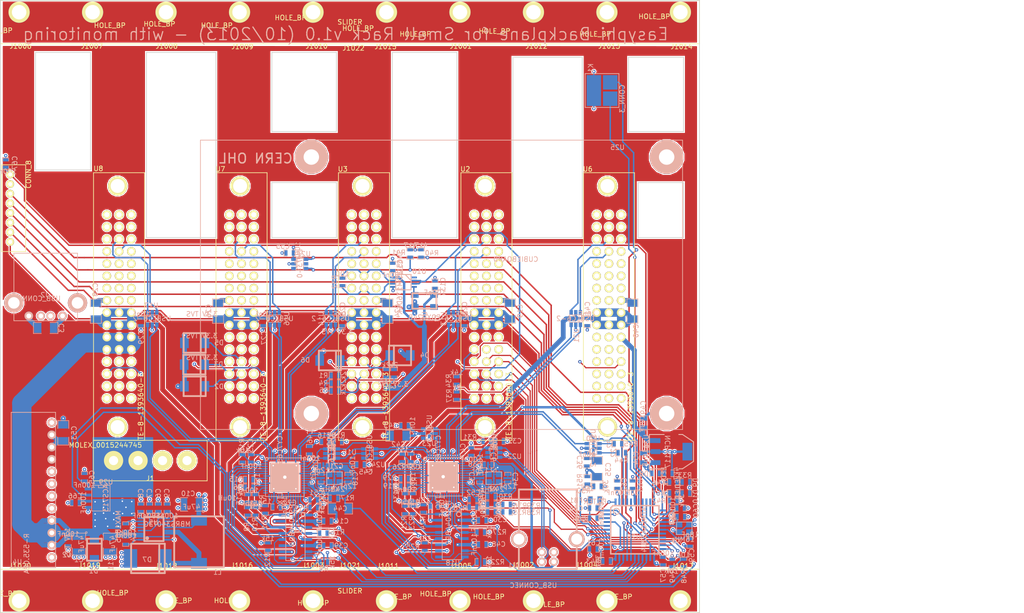
<source format=kicad_pcb>
(kicad_pcb (version 3) (host pcbnew "(2013-05-31 BZR 4019)-stable")
  (title_block (title "Small Rack 5 slots") (rev 1.0) (company "University of Geneva            www.easy-phi.ch"))
  (layers (15 Dessus.Cu signal hide) (2 Interne2.Cu signal hide) (1 Interne1.Cu signal hide) (0 Dessous.Cu power hide) (18 B.Paste user) (19 F.Paste user) (20 B.SilkS user) (21 F.SilkS user) (22 B.Mask user) (23 F.Mask user) (28 Edge.Cuts user))
  (net 0 "")
  (net 1 +12V)
  (net 2 +3.3V)
  (net 3 +3.3VP)
  (net 4 +5V)
  (net 5 +5VP)
  (net 6 /CLK_10M)
  (net 7 /monitoring/D+)
  (net 8 /monitoring/D-)
  (net 9 /monitoring/I2C_SCL)
  (net 10 /monitoring/I2C_SDA)
  (net 11 /monitoring/MON_AN0)
  (net 12 /monitoring/MON_AN1)
  (net 13 /monitoring/MON_AN4)
  (net 14 /monitoring/MON_AN5)
  (net 15 /monitoring/MON_AN6)
  (net 16 /monitoring/MON_PB1)
  (net 17 /monitoring/MON_PB2)
  (net 18 /monitoring/MON_PB3)
  (net 19 /monitoring/MON_PB5)
  (net 20 /monitoring/MON_PB6)
  (net 21 /monitoring/MON_PB7)
  (net 22 /nCLK_10M)
  (net 23 /usb_hub/USB_HOST_5V)
  (net 24 /usb_hub/USB_HOST_DM)
  (net 25 /usb_hub/USB_HOST_DP)
  (net 26 /usb_hub/USB_SL1_5V)
  (net 27 /usb_hub/USB_SL2_5V)
  (net 28 /usb_hub/USB_SL2_DM)
  (net 29 /usb_hub/USB_SL2_DP)
  (net 30 /usb_hub/USB_SL3_5V)
  (net 31 /usb_hub/USB_SL3_nOVR)
  (net 32 /usb_hub2/USB_HOST_5V)
  (net 33 /usb_hub2/USB_HOST_DM)
  (net 34 /usb_hub2/USB_HOST_DP)
  (net 35 /usb_hub2/USB_SL1_5V)
  (net 36 /usb_hub2/USB_SL1_DM)
  (net 37 /usb_hub2/USB_SL1_DP)
  (net 38 /usb_hub2/USB_SL2_5V)
  (net 39 /usb_hub2/USB_SL2_DM)
  (net 40 /usb_hub2/USB_SL2_DP)
  (net 41 /usb_hub2/USB_SL3_5V)
  (net 42 /usb_hub2/USB_SL3_DM)
  (net 43 /usb_hub2/USB_SL3_DP)
  (net 44 /usb_hub2/USB_SL4_5V)
  (net 45 /usb_hub2/USB_SL4_DM)
  (net 46 /usb_hub2/USB_SL4_DP)
  (net 47 GND)
  (net 48 MON_DIG1)
  (net 49 MON_DIG10)
  (net 50 MON_DIG11)
  (net 51 MON_DIG12)
  (net 52 MON_DIG2)
  (net 53 MON_DIG3)
  (net 54 MON_DIG4)
  (net 55 MON_DIG5)
  (net 56 MON_DIG6)
  (net 57 MON_DIG7)
  (net 58 MON_DIG8)
  (net 59 MON_DIG9)
  (net 60 N-00000100)
  (net 61 N-00000101)
  (net 62 N-00000102)
  (net 63 N-00000103)
  (net 64 N-00000104)
  (net 65 N-00000105)
  (net 66 N-00000106)
  (net 67 N-00000107)
  (net 68 N-00000108)
  (net 69 N-00000109)
  (net 70 N-00000110)
  (net 71 N-00000121)
  (net 72 N-00000122)
  (net 73 N-00000123)
  (net 74 N-00000128)
  (net 75 N-00000130)
  (net 76 N-00000131)
  (net 77 N-00000132)
  (net 78 N-00000133)
  (net 79 N-00000140)
  (net 80 N-00000144)
  (net 81 N-00000146)
  (net 82 N-00000147)
  (net 83 N-00000148)
  (net 84 N-0000028)
  (net 85 N-0000030)
  (net 86 N-0000046)
  (net 87 N-0000047)
  (net 88 N-0000048)
  (net 89 N-0000050)
  (net 90 N-0000051)
  (net 91 N-0000061)
  (net 92 N-0000062)
  (net 93 N-0000063)
  (net 94 N-0000064)
  (net 95 N-0000065)
  (net 96 N-0000066)
  (net 97 N-0000067)
  (net 98 N-0000068)
  (net 99 N-0000069)
  (net 100 N-0000070)
  (net 101 N-0000071)
  (net 102 N-0000072)
  (net 103 N-0000073)
  (net 104 N-0000074)
  (net 105 N-0000075)
  (net 106 N-0000076)
  (net 107 N-0000077)
  (net 108 N-0000078)
  (net 109 N-0000079)
  (net 110 N-0000080)
  (net 111 N-0000091)
  (net 112 N-0000092)
  (net 113 N-0000093)
  (net 114 N-0000094)
  (net 115 N-0000095)
  (net 116 N-0000096)
  (net 117 N-0000097)
  (net 118 N-0000098)
  (net 119 N-0000099)
  (net 120 VCC)
  (module AU-Y1007-R (layer Dessous.Cu) (at 265.55 158.25)
    (fp_text reference U1 (at -7.3 5.45) (layer B.SilkS) (effects (justify mirror)))
    (fp_text value USB_CONNEC (at -2.99974 9.6012) (layer B.SilkS) (effects (justify mirror)))
    (pad 1 thru_hole circle (at 1.24968 4.699) (size 1.7 1.7) (drill 1) (layers *.Cu *.Mask B.SilkS) (net 23 /usb_hub/USB_HOST_5V))
    (pad 2 thru_hole circle (at -1.24968 4.699) (size 1.7 1.7) (drill 1) (layers *.Cu *.Mask B.SilkS) (net 24 /usb_hub/USB_HOST_DM))
    (pad 3 thru_hole circle (at -1.24968 2.70002) (size 1.7 1.7) (drill 1) (layers *.Cu *.Mask B.SilkS) (net 25 /usb_hub/USB_HOST_DP))
    (pad 4 thru_hole circle (at 1.24968 2.70002) (size 1.7 1.7) (drill 1) (layers *.Cu *.Mask B.SilkS) (net 47 GND))
    (pad 5 thru_hole circle (at -5.99948 0) (size 3.29946 3.29946) (drill 2.301238) (layers *.Cu *.Mask B.SilkS) (net 47 GND))
    (pad 6 thru_hole circle (at 5.99948 0) (size 3.29946 3.29946) (drill 2.301238) (layers *.Cu *.Mask B.SilkS) (net 47 GND))
  )
  (module TI-SOIC-16 (layer Dessous.Cu) (at 213.2 157.7 270)
    (fp_text reference U11 (at -1.3 -0.1 360) (layer B.SilkS) (effects (justify mirror)))
    (fp_text value TPS2044BDR (at -2.7 0.7 270) (layer B.SilkS) (effects (justify mirror)))
    (pad 1 smd rect (at -4.445 -2.7 270) (size 0.6 1.55) (layers Dessous.Cu B.Paste B.Mask) (net 47 GND))
    (pad 2 smd rect (at -3.175 -2.7 270) (size 0.6 1.55) (layers Dessous.Cu B.Paste B.Mask) (net 4 +5V))
    (pad 3 smd rect (at -1.905 -2.7 270) (size 0.6 1.55) (layers Dessous.Cu B.Paste B.Mask) (net 108 N-0000078))
    (pad 4 smd rect (at -0.635 -2.7 270) (size 0.6 1.55) (layers Dessous.Cu B.Paste B.Mask) (net 107 N-0000077))
    (pad 5 smd rect (at 0.635 -2.7 270) (size 0.6 1.55) (layers Dessous.Cu B.Paste B.Mask) (net 47 GND))
    (pad 6 smd rect (at 1.905 -2.7 270) (size 0.6 1.55) (layers Dessous.Cu B.Paste B.Mask) (net 4 +5V))
    (pad 7 smd rect (at 3.175 -2.7 270) (size 0.6 1.55) (layers Dessous.Cu B.Paste B.Mask) (net 106 N-0000076))
    (pad 8 smd rect (at 4.445 -2.7 270) (size 0.6 1.55) (layers Dessous.Cu B.Paste B.Mask) (net 110 N-0000080))
    (pad 9 smd rect (at 4.445 2.7 270) (size 0.6 1.55) (layers Dessous.Cu B.Paste B.Mask) (net 54 MON_DIG4))
    (pad 10 smd rect (at 3.175 2.7 270) (size 0.6 1.55) (layers Dessous.Cu B.Paste B.Mask) (net 44 /usb_hub2/USB_SL4_5V))
    (pad 11 smd rect (at 1.905 2.7 270) (size 0.6 1.55) (layers Dessous.Cu B.Paste B.Mask) (net 41 /usb_hub2/USB_SL3_5V))
    (pad 12 smd rect (at 0.635 2.7 270) (size 0.6 1.55) (layers Dessous.Cu B.Paste B.Mask) (net 53 MON_DIG3))
    (pad 13 smd rect (at -0.635 2.7 270) (size 0.6 1.55) (layers Dessous.Cu B.Paste B.Mask) (net 52 MON_DIG2))
    (pad 14 smd rect (at -1.905 2.7 270) (size 0.6 1.55) (layers Dessous.Cu B.Paste B.Mask) (net 38 /usb_hub2/USB_SL2_5V))
    (pad 15 smd rect (at -3.175 2.7 270) (size 0.6 1.55) (layers Dessous.Cu B.Paste B.Mask) (net 35 /usb_hub2/USB_SL1_5V))
    (pad 16 smd rect (at -4.445 2.7 270) (size 0.6 1.55) (layers Dessous.Cu B.Paste B.Mask) (net 48 MON_DIG1))
  )
  (module TVS_SMLVT (layer Dessous.Cu) (at 192.3 117.55 180)
    (fp_text reference D5 (at -5.05 0.05 180) (layer B.SilkS) (effects (justify mirror)))
    (fp_text value "3.3V TVS" (at -1.524 5.969 180) (layer B.SilkS) (effects (justify mirror)))
    (pad 2 smd rect (at -2.1209 0 180) (size 1.80086 2.17932) (layers Dessous.Cu B.Paste B.Mask) (net 50 MON_DIG11))
    (pad 1 smd rect (at 2.1209 0 180) (size 1.80086 2.17932) (layers Dessous.Cu B.Paste B.Mask) (net 47 GND))
  )
  (module TVS_SMLVT (layer Dessous.Cu) (at 220.35 121.2 180)
    (fp_text reference D6 (at 5.1 0.1 180) (layer B.SilkS) (effects (justify mirror)))
    (fp_text value "3.3V TVS" (at -1.524 5.969 180) (layer B.SilkS) (effects (justify mirror)))
    (pad 2 smd rect (at -2.1209 0 180) (size 1.80086 2.17932) (layers Dessous.Cu B.Paste B.Mask) (net 51 MON_DIG12))
    (pad 1 smd rect (at 2.1209 0 180) (size 1.80086 2.17932) (layers Dessous.Cu B.Paste B.Mask) (net 47 GND))
  )
  (module TVS_SMLVT (layer Dessous.Cu) (at 234.9 120.15)
    (fp_text reference D4 (at 5.1 -0.05) (layer B.SilkS) (effects (justify mirror)))
    (fp_text value "3.3V TVS" (at -1.524 5.969) (layer B.SilkS) (effects (justify mirror)))
    (pad 2 smd rect (at -2.1209 0) (size 1.80086 2.17932) (layers Dessous.Cu B.Paste B.Mask) (net 49 MON_DIG10))
    (pad 1 smd rect (at 2.1209 0) (size 1.80086 2.17932) (layers Dessous.Cu B.Paste B.Mask) (net 47 GND))
  )
  (module TVS_SMLVT (layer Dessous.Cu) (at 192.25 122.05 180)
    (fp_text reference D3 (at -5 0.05 180) (layer B.SilkS) (effects (justify mirror)))
    (fp_text value "3.3V TVS" (at -1.524 5.969 180) (layer B.SilkS) (effects (justify mirror)))
    (pad 2 smd rect (at -2.1209 0 180) (size 1.80086 2.17932) (layers Dessous.Cu B.Paste B.Mask) (net 59 MON_DIG9))
    (pad 1 smd rect (at 2.1209 0 180) (size 1.80086 2.17932) (layers Dessous.Cu B.Paste B.Mask) (net 47 GND))
  )
  (module TVS_SMLVT (layer Dessous.Cu) (at 192.3 126.55 180)
    (fp_text reference D2 (at -5.05 -0.05 180) (layer B.SilkS) (effects (justify mirror)))
    (fp_text value "3.3V TVS" (at -1.524 5.969 180) (layer B.SilkS) (effects (justify mirror)))
    (pad 2 smd rect (at -2.1209 0 180) (size 1.80086 2.17932) (layers Dessous.Cu B.Paste B.Mask) (net 58 MON_DIG8))
    (pad 1 smd rect (at 2.1209 0 180) (size 1.80086 2.17932) (layers Dessous.Cu B.Paste B.Mask) (net 47 GND))
  )
  (module TVS_SMAJ (layer Dessous.Cu) (at 171.5 160.45 270)
    (fp_text reference D1 (at 4.4 0.15 360) (layer B.SilkS) (effects (justify mirror)))
    (fp_text value "12V TVS" (at -1.524 5.588 270) (layer B.SilkS) (effects (justify mirror)))
    (pad 2 smd rect (at -2.1844 0 270) (size 2.159 1.905) (layers Dessous.Cu B.Paste B.Mask) (net 1 +12V))
    (pad 1 smd rect (at 2.1844 0 270) (size 2.159 1.905) (layers Dessous.Cu B.Paste B.Mask) (net 47 GND))
  )
  (module TI-SOIC-16 (layer Dessous.Cu) (at 245.65 157.5 270)
    (fp_text reference U18 (at 5.7 -0.2 360) (layer B.SilkS) (effects (justify mirror)))
    (fp_text value TPS2044BDR (at -2.7 0.7 270) (layer B.SilkS) (effects (justify mirror)))
    (pad 1 smd rect (at -4.445 -2.7 270) (size 0.6 1.55) (layers Dessous.Cu B.Paste B.Mask) (net 47 GND))
    (pad 2 smd rect (at -3.175 -2.7 270) (size 0.6 1.55) (layers Dessous.Cu B.Paste B.Mask) (net 4 +5V))
    (pad 3 smd rect (at -1.905 -2.7 270) (size 0.6 1.55) (layers Dessous.Cu B.Paste B.Mask) (net 68 N-00000108))
    (pad 4 smd rect (at -0.635 -2.7 270) (size 0.6 1.55) (layers Dessous.Cu B.Paste B.Mask) (net 67 N-00000107))
    (pad 5 smd rect (at 0.635 -2.7 270) (size 0.6 1.55) (layers Dessous.Cu B.Paste B.Mask) (net 47 GND))
    (pad 6 smd rect (at 1.905 -2.7 270) (size 0.6 1.55) (layers Dessous.Cu B.Paste B.Mask) (net 4 +5V))
    (pad 7 smd rect (at 3.175 -2.7 270) (size 0.6 1.55) (layers Dessous.Cu B.Paste B.Mask) (net 66 N-00000106))
    (pad 8 smd rect (at 4.445 -2.7 270) (size 0.6 1.55) (layers Dessous.Cu B.Paste B.Mask) (net 70 N-00000110))
    (pad 9 smd rect (at 4.445 2.7 270) (size 0.6 1.55) (layers Dessous.Cu B.Paste B.Mask) (net 57 MON_DIG7))
    (pad 10 smd rect (at 3.175 2.7 270) (size 0.6 1.55) (layers Dessous.Cu B.Paste B.Mask) (net 32 /usb_hub2/USB_HOST_5V))
    (pad 11 smd rect (at 1.905 2.7 270) (size 0.6 1.55) (layers Dessous.Cu B.Paste B.Mask) (net 30 /usb_hub/USB_SL3_5V))
    (pad 12 smd rect (at 0.635 2.7 270) (size 0.6 1.55) (layers Dessous.Cu B.Paste B.Mask) (net 31 /usb_hub/USB_SL3_nOVR))
    (pad 13 smd rect (at -0.635 2.7 270) (size 0.6 1.55) (layers Dessous.Cu B.Paste B.Mask) (net 56 MON_DIG6))
    (pad 14 smd rect (at -1.905 2.7 270) (size 0.6 1.55) (layers Dessous.Cu B.Paste B.Mask) (net 27 /usb_hub/USB_SL2_5V))
    (pad 15 smd rect (at -3.175 2.7 270) (size 0.6 1.55) (layers Dessous.Cu B.Paste B.Mask) (net 26 /usb_hub/USB_SL1_5V))
    (pad 16 smd rect (at -4.445 2.7 270) (size 0.6 1.55) (layers Dessous.Cu B.Paste B.Mask) (net 55 MON_DIG5))
  )
  (module SOT23_6 (layer Dessous.Cu) (at 274.95 139.4 90)
    (fp_text reference U20 (at 1.99898 0 360) (layer B.SilkS) (effects (justify mirror)))
    (fp_text value USBLC6-2 (at 0.0635 0 90) (layer B.SilkS) (effects (justify mirror)))
    (pad 6 smd rect (at -0.9525 1.27 90) (size 0.70104 1.00076) (layers Dessous.Cu B.Paste B.Mask) (net 7 /monitoring/D+))
    (pad 5 smd rect (at 0 1.27 90) (size 0.70104 1.00076) (layers Dessous.Cu B.Paste B.Mask) (net 26 /usb_hub/USB_SL1_5V))
    (pad 4 smd rect (at 0.9525 1.27 90) (size 0.70104 1.00076) (layers Dessous.Cu B.Paste B.Mask) (net 8 /monitoring/D-))
    (pad 3 smd rect (at 0.9525 -1.27 90) (size 0.70104 1.00076) (layers Dessous.Cu B.Paste B.Mask) (net 61 N-00000101))
    (pad 2 smd rect (at 0 -1.27 90) (size 0.70104 1.00076) (layers Dessous.Cu B.Paste B.Mask) (net 47 GND))
    (pad 1 smd rect (at -0.9525 -1.27 90) (size 0.70104 1.00076) (layers Dessous.Cu B.Paste B.Mask) (net 60 N-00000100))
  )
  (module SOT23_6 (layer Dessous.Cu) (at 228.6 140.5 270)
    (fp_text reference U24 (at 2.3 -1.8 540) (layer B.SilkS) (effects (justify mirror)))
    (fp_text value USBLC6-2 (at 0.0635 0 270) (layer B.SilkS) (effects (justify mirror)))
    (pad 6 smd rect (at -0.9525 1.27 270) (size 0.70104 1.00076) (layers Dessous.Cu B.Paste B.Mask) (net 34 /usb_hub2/USB_HOST_DP))
    (pad 5 smd rect (at 0 1.27 270) (size 0.70104 1.00076) (layers Dessous.Cu B.Paste B.Mask) (net 32 /usb_hub2/USB_HOST_5V))
    (pad 4 smd rect (at 0.9525 1.27 270) (size 0.70104 1.00076) (layers Dessous.Cu B.Paste B.Mask) (net 33 /usb_hub2/USB_HOST_DM))
    (pad 3 smd rect (at 0.9525 -1.27 270) (size 0.70104 1.00076) (layers Dessous.Cu B.Paste B.Mask) (net 69 N-00000109))
    (pad 2 smd rect (at 0 -1.27 270) (size 0.70104 1.00076) (layers Dessous.Cu B.Paste B.Mask) (net 47 GND))
    (pad 1 smd rect (at -0.9525 -1.27 270) (size 0.70104 1.00076) (layers Dessous.Cu B.Paste B.Mask) (net 65 N-00000105))
  )
  (module SOT23_6 (layer Dessous.Cu) (at 241 136.35 270)
    (fp_text reference U23 (at 2.05 0.05 540) (layer B.SilkS) (effects (justify mirror)))
    (fp_text value USBLC6-2 (at 0.0635 0 270) (layer B.SilkS) (effects (justify mirror)))
    (pad 6 smd rect (at -0.9525 1.27 270) (size 0.70104 1.00076) (layers Dessous.Cu B.Paste B.Mask))
    (pad 5 smd rect (at 0 1.27 270) (size 0.70104 1.00076) (layers Dessous.Cu B.Paste B.Mask) (net 30 /usb_hub/USB_SL3_5V))
    (pad 4 smd rect (at 0.9525 1.27 270) (size 0.70104 1.00076) (layers Dessous.Cu B.Paste B.Mask))
    (pad 3 smd rect (at 0.9525 -1.27 270) (size 0.70104 1.00076) (layers Dessous.Cu B.Paste B.Mask) (net 64 N-00000104))
    (pad 2 smd rect (at 0 -1.27 270) (size 0.70104 1.00076) (layers Dessous.Cu B.Paste B.Mask) (net 47 GND))
    (pad 1 smd rect (at -0.9525 -1.27 270) (size 0.70104 1.00076) (layers Dessous.Cu B.Paste B.Mask) (net 63 N-00000103))
  )
  (module SOT23_6 (layer Dessous.Cu) (at 271.35 112.5 180)
    (fp_text reference U21 (at -0.15 -3.55 450) (layer B.SilkS) (effects (justify mirror)))
    (fp_text value USBLC6-2 (at 0.0635 0 180) (layer B.SilkS) (effects (justify mirror)))
    (pad 6 smd rect (at -0.9525 1.27 180) (size 0.70104 1.00076) (layers Dessous.Cu B.Paste B.Mask) (net 29 /usb_hub/USB_SL2_DP))
    (pad 5 smd rect (at 0 1.27 180) (size 0.70104 1.00076) (layers Dessous.Cu B.Paste B.Mask) (net 27 /usb_hub/USB_SL2_5V))
    (pad 4 smd rect (at 0.9525 1.27 180) (size 0.70104 1.00076) (layers Dessous.Cu B.Paste B.Mask) (net 28 /usb_hub/USB_SL2_DM))
    (pad 3 smd rect (at 0.9525 -1.27 180) (size 0.70104 1.00076) (layers Dessous.Cu B.Paste B.Mask) (net 62 N-00000102))
    (pad 2 smd rect (at 0 -1.27 180) (size 0.70104 1.00076) (layers Dessous.Cu B.Paste B.Mask) (net 47 GND))
    (pad 1 smd rect (at -0.9525 -1.27 180) (size 0.70104 1.00076) (layers Dessous.Cu B.Paste B.Mask) (net 119 N-0000099))
  )
  (module SOT23_6 (layer Dessous.Cu) (at 245.95 112.5 180)
    (fp_text reference U13 (at 1.99898 0 450) (layer B.SilkS) (effects (justify mirror)))
    (fp_text value USBLC6-2 (at 0.0635 0 180) (layer B.SilkS) (effects (justify mirror)))
    (pad 6 smd rect (at -0.9525 1.27 180) (size 0.70104 1.00076) (layers Dessous.Cu B.Paste B.Mask) (net 37 /usb_hub2/USB_SL1_DP))
    (pad 5 smd rect (at 0 1.27 180) (size 0.70104 1.00076) (layers Dessous.Cu B.Paste B.Mask) (net 35 /usb_hub2/USB_SL1_5V))
    (pad 4 smd rect (at 0.9525 1.27 180) (size 0.70104 1.00076) (layers Dessous.Cu B.Paste B.Mask) (net 36 /usb_hub2/USB_SL1_DM))
    (pad 3 smd rect (at 0.9525 -1.27 180) (size 0.70104 1.00076) (layers Dessous.Cu B.Paste B.Mask) (net 101 N-0000071))
    (pad 2 smd rect (at 0 -1.27 180) (size 0.70104 1.00076) (layers Dessous.Cu B.Paste B.Mask) (net 47 GND))
    (pad 1 smd rect (at -0.9525 -1.27 180) (size 0.70104 1.00076) (layers Dessous.Cu B.Paste B.Mask) (net 100 N-0000070))
  )
  (module SOT23_6 (layer Dessous.Cu) (at 220.55 112.5 180)
    (fp_text reference U14 (at 1.99898 0 450) (layer B.SilkS) (effects (justify mirror)))
    (fp_text value USBLC6-2 (at 0.0635 0 180) (layer B.SilkS) (effects (justify mirror)))
    (pad 6 smd rect (at -0.9525 1.27 180) (size 0.70104 1.00076) (layers Dessous.Cu B.Paste B.Mask) (net 40 /usb_hub2/USB_SL2_DP))
    (pad 5 smd rect (at 0 1.27 180) (size 0.70104 1.00076) (layers Dessous.Cu B.Paste B.Mask) (net 38 /usb_hub2/USB_SL2_5V))
    (pad 4 smd rect (at 0.9525 1.27 180) (size 0.70104 1.00076) (layers Dessous.Cu B.Paste B.Mask) (net 39 /usb_hub2/USB_SL2_DM))
    (pad 3 smd rect (at 0.9525 -1.27 180) (size 0.70104 1.00076) (layers Dessous.Cu B.Paste B.Mask) (net 102 N-0000072))
    (pad 2 smd rect (at 0 -1.27 180) (size 0.70104 1.00076) (layers Dessous.Cu B.Paste B.Mask) (net 47 GND))
    (pad 1 smd rect (at -0.9525 -1.27 180) (size 0.70104 1.00076) (layers Dessous.Cu B.Paste B.Mask) (net 99 N-0000069))
  )
  (module SOT23_6 (layer Dessous.Cu) (at 208.9 112.5 180)
    (fp_text reference U16 (at -2.5 0 450) (layer B.SilkS) (effects (justify mirror)))
    (fp_text value USBLC6-2 (at 0.0635 0 180) (layer B.SilkS) (effects (justify mirror)))
    (pad 6 smd rect (at -0.9525 1.27 180) (size 0.70104 1.00076) (layers Dessous.Cu B.Paste B.Mask) (net 43 /usb_hub2/USB_SL3_DP))
    (pad 5 smd rect (at 0 1.27 180) (size 0.70104 1.00076) (layers Dessous.Cu B.Paste B.Mask) (net 41 /usb_hub2/USB_SL3_5V))
    (pad 4 smd rect (at 0.9525 1.27 180) (size 0.70104 1.00076) (layers Dessous.Cu B.Paste B.Mask) (net 42 /usb_hub2/USB_SL3_DM))
    (pad 3 smd rect (at 0.9525 -1.27 180) (size 0.70104 1.00076) (layers Dessous.Cu B.Paste B.Mask) (net 104 N-0000074))
    (pad 2 smd rect (at 0 -1.27 180) (size 0.70104 1.00076) (layers Dessous.Cu B.Paste B.Mask) (net 47 GND))
    (pad 1 smd rect (at -0.9525 -1.27 180) (size 0.70104 1.00076) (layers Dessous.Cu B.Paste B.Mask) (net 103 N-0000073))
  )
  (module SOT23_6 (layer Dessous.Cu) (at 183.5 112.5 180)
    (fp_text reference U17 (at 0.2 2.7 180) (layer B.SilkS) (effects (justify mirror)))
    (fp_text value USBLC6-2 (at 0.0635 0 180) (layer B.SilkS) (effects (justify mirror)))
    (pad 6 smd rect (at -0.9525 1.27 180) (size 0.70104 1.00076) (layers Dessous.Cu B.Paste B.Mask) (net 46 /usb_hub2/USB_SL4_DP))
    (pad 5 smd rect (at 0 1.27 180) (size 0.70104 1.00076) (layers Dessous.Cu B.Paste B.Mask) (net 44 /usb_hub2/USB_SL4_5V))
    (pad 4 smd rect (at 0.9525 1.27 180) (size 0.70104 1.00076) (layers Dessous.Cu B.Paste B.Mask) (net 45 /usb_hub2/USB_SL4_DM))
    (pad 3 smd rect (at 0.9525 -1.27 180) (size 0.70104 1.00076) (layers Dessous.Cu B.Paste B.Mask) (net 109 N-0000079))
    (pad 2 smd rect (at 0 -1.27 180) (size 0.70104 1.00076) (layers Dessous.Cu B.Paste B.Mask) (net 47 GND))
    (pad 1 smd rect (at -0.9525 -1.27 180) (size 0.70104 1.00076) (layers Dessous.Cu B.Paste B.Mask) (net 105 N-0000075))
  )
  (module SOT23_6 (layer Dessous.Cu) (at 220.7 140.5 270)
    (fp_text reference U15 (at -0.3 -3.7 540) (layer B.SilkS) (effects (justify mirror)))
    (fp_text value USBLC6-2 (at 0.0635 0 270) (layer B.SilkS) (effects (justify mirror)))
    (pad 6 smd rect (at -0.9525 1.27 270) (size 0.70104 1.00076) (layers Dessous.Cu B.Paste B.Mask) (net 98 N-0000068))
    (pad 5 smd rect (at 0 1.27 270) (size 0.70104 1.00076) (layers Dessous.Cu B.Paste B.Mask) (net 32 /usb_hub2/USB_HOST_5V))
    (pad 4 smd rect (at 0.9525 1.27 270) (size 0.70104 1.00076) (layers Dessous.Cu B.Paste B.Mask) (net 97 N-0000067))
    (pad 3 smd rect (at 0.9525 -1.27 270) (size 0.70104 1.00076) (layers Dessous.Cu B.Paste B.Mask) (net 34 /usb_hub2/USB_HOST_DP))
    (pad 2 smd rect (at 0 -1.27 270) (size 0.70104 1.00076) (layers Dessous.Cu B.Paste B.Mask) (net 47 GND))
    (pad 1 smd rect (at -0.9525 -1.27 270) (size 0.70104 1.00076) (layers Dessous.Cu B.Paste B.Mask) (net 33 /usb_hub2/USB_HOST_DM))
  )
  (module SOT23_6 (layer Dessous.Cu) (at 254.35 140.3 270)
    (fp_text reference U22 (at 0.8 -4.3 540) (layer B.SilkS) (effects (justify mirror)))
    (fp_text value USBLC6-2 (at 0.0635 0 270) (layer B.SilkS) (effects (justify mirror)))
    (pad 6 smd rect (at -0.9525 1.27 270) (size 0.70104 1.00076) (layers Dessous.Cu B.Paste B.Mask) (net 118 N-0000098))
    (pad 5 smd rect (at 0 1.27 270) (size 0.70104 1.00076) (layers Dessous.Cu B.Paste B.Mask) (net 23 /usb_hub/USB_HOST_5V))
    (pad 4 smd rect (at 0.9525 1.27 270) (size 0.70104 1.00076) (layers Dessous.Cu B.Paste B.Mask) (net 117 N-0000097))
    (pad 3 smd rect (at 0.9525 -1.27 270) (size 0.70104 1.00076) (layers Dessous.Cu B.Paste B.Mask) (net 25 /usb_hub/USB_HOST_DP))
    (pad 2 smd rect (at 0 -1.27 270) (size 0.70104 1.00076) (layers Dessous.Cu B.Paste B.Mask) (net 47 GND))
    (pad 1 smd rect (at -0.9525 -1.27 270) (size 0.70104 1.00076) (layers Dessous.Cu B.Paste B.Mask) (net 24 /usb_hub/USB_HOST_DM))
  )
  (module SM1210 (layer Dessous.Cu) (at 168.3 159.3 270)
    (fp_text reference C1 (at 3.2 0 360) (layer B.SilkS) (effects (justify mirror)))
    (fp_text value 47uF (at 0 -0.508 270) (layer B.SilkS) (effects (justify mirror)))
    (pad 1 smd rect (at -1.524 0 270) (size 1.27 2.54) (layers Dessous.Cu B.Paste B.Mask) (net 1 +12V))
    (pad 2 smd rect (at 1.524 0 270) (size 1.27 2.54) (layers Dessous.Cu B.Paste B.Mask) (net 47 GND))
  )
  (module SM1210 (layer Dessous.Cu) (at 191.65 151.05 180)
    (fp_text reference C10 (at 0.7 2.25 180) (layer B.SilkS) (effects (justify mirror)))
    (fp_text value 47uF (at 0 -0.508 180) (layer B.SilkS) (effects (justify mirror)))
    (pad 1 smd rect (at -1.524 0 180) (size 1.27 2.54) (layers Dessous.Cu B.Paste B.Mask) (net 2 +3.3V))
    (pad 2 smd rect (at 1.524 0 180) (size 1.27 2.54) (layers Dessous.Cu B.Paste B.Mask) (net 47 GND))
  )
  (module SM1210 (layer Dessous.Cu) (at 174.75 159.3 270)
    (fp_text reference C11 (at 4 -0.15 270) (layer B.SilkS) (effects (justify mirror)))
    (fp_text value 47uF (at 0 -0.508 270) (layer B.SilkS) (effects (justify mirror)))
    (pad 1 smd rect (at -1.524 0 270) (size 1.27 2.54) (layers Dessous.Cu B.Paste B.Mask) (net 1 +12V))
    (pad 2 smd rect (at 1.524 0 270) (size 1.27 2.54) (layers Dessous.Cu B.Paste B.Mask) (net 47 GND))
  )
  (module SM1206 (layer Dessous.Cu) (at 234.5 136.8 180)
    (fp_text reference C42 (at -0.05 -1.8 180) (layer B.SilkS) (effects (justify mirror)))
    (fp_text value 100uF hide)
    (pad 1 smd rect (at -1.651 0 180) (size 1.524 2.032) (layers Dessous.Cu B.Paste B.Mask) (net 30 /usb_hub/USB_SL3_5V))
    (pad 2 smd rect (at 1.651 0 180) (size 1.524 2.032) (layers Dessous.Cu B.Paste B.Mask) (net 47 GND))
  )
  (module SM1206 (layer Dessous.Cu) (at 275.75 143.65 270)
    (fp_text reference C35 (at 0.15 -2.35 270) (layer B.SilkS) (effects (justify mirror)))
    (fp_text value 100uF hide)
    (pad 1 smd rect (at -1.651 0 270) (size 1.524 2.032) (layers Dessous.Cu B.Paste B.Mask) (net 26 /usb_hub/USB_SL1_5V))
    (pad 2 smd rect (at 1.651 0 270) (size 1.524 2.032) (layers Dessous.Cu B.Paste B.Mask) (net 47 GND))
  )
  (module SM1206 (layer Dessous.Cu) (at 283.1 110.95 90)
    (fp_text reference C40 (at -4.1 0.75 90) (layer B.SilkS) (effects (justify mirror)))
    (fp_text value 100uF hide)
    (pad 1 smd rect (at -1.651 0 90) (size 1.524 2.032) (layers Dessous.Cu B.Paste B.Mask) (net 27 /usb_hub/USB_SL2_5V))
    (pad 2 smd rect (at 1.651 0 90) (size 1.524 2.032) (layers Dessous.Cu B.Paste B.Mask) (net 47 GND))
  )
  (module SM1206 (layer Dessous.Cu) (at 222.5 151.9 180)
    (fp_text reference C44 (at 0 0 180) (layer B.SilkS) (effects (justify mirror)))
    (fp_text value 100uF hide)
    (pad 1 smd rect (at -1.651 0 180) (size 1.524 2.032) (layers Dessous.Cu B.Paste B.Mask) (net 32 /usb_hub2/USB_HOST_5V))
    (pad 2 smd rect (at 1.651 0 180) (size 1.524 2.032) (layers Dessous.Cu B.Paste B.Mask) (net 47 GND))
  )
  (module SM1206 (layer Dessous.Cu) (at 257.7 110.95 90)
    (fp_text reference C19 (at 0 2.1 90) (layer B.SilkS) (effects (justify mirror)))
    (fp_text value 100uF hide)
    (pad 1 smd rect (at -1.651 0 90) (size 1.524 2.032) (layers Dessous.Cu B.Paste B.Mask) (net 35 /usb_hub2/USB_SL1_5V))
    (pad 2 smd rect (at 1.651 0 90) (size 1.524 2.032) (layers Dessous.Cu B.Paste B.Mask) (net 47 GND))
  )
  (module SM1206 (layer Dessous.Cu) (at 232.3 110.95 90)
    (fp_text reference C24 (at 0.05 2.1 90) (layer B.SilkS) (effects (justify mirror)))
    (fp_text value 100uF hide)
    (pad 1 smd rect (at -1.651 0 90) (size 1.524 2.032) (layers Dessous.Cu B.Paste B.Mask) (net 38 /usb_hub2/USB_SL2_5V))
    (pad 2 smd rect (at 1.651 0 90) (size 1.524 2.032) (layers Dessous.Cu B.Paste B.Mask) (net 47 GND))
  )
  (module SM1206 (layer Dessous.Cu) (at 197.15 110.95 90)
    (fp_text reference C26 (at 0 -1.95 90) (layer B.SilkS) (effects (justify mirror)))
    (fp_text value 100uF hide)
    (pad 1 smd rect (at -1.651 0 90) (size 1.524 2.032) (layers Dessous.Cu B.Paste B.Mask) (net 41 /usb_hub2/USB_SL3_5V))
    (pad 2 smd rect (at 1.651 0 90) (size 1.524 2.032) (layers Dessous.Cu B.Paste B.Mask) (net 47 GND))
  )
  (module SM1206 (layer Dessous.Cu) (at 161.4 114.45)
    (fp_text reference C3 (at 3.3 0 90) (layer B.SilkS) (effects (justify mirror)))
    (fp_text value 100uF hide)
    (pad 1 smd rect (at -1.651 0) (size 1.524 2.032) (layers Dessous.Cu B.Paste B.Mask) (net 4 +5V))
    (pad 2 smd rect (at 1.651 0) (size 1.524 2.032) (layers Dessous.Cu B.Paste B.Mask) (net 47 GND))
  )
  (module SM1206 (layer Dessous.Cu) (at 171.8 110.95 90)
    (fp_text reference C28 (at 4.45 -0.1 90) (layer B.SilkS) (effects (justify mirror)))
    (fp_text value 100uF hide)
    (pad 1 smd rect (at -1.651 0 90) (size 1.524 2.032) (layers Dessous.Cu B.Paste B.Mask) (net 44 /usb_hub2/USB_SL4_5V))
    (pad 2 smd rect (at 1.651 0 90) (size 1.524 2.032) (layers Dessous.Cu B.Paste B.Mask) (net 47 GND))
  )
  (module SM0603_Resistor (layer Dessous.Cu) (at 204.9 149.8 90)
    (fp_text reference R7 (at -0.2 1.4 90) (layer B.SilkS) (effects (justify mirror)))
    (fp_text value 15k (at -1.69926 0 360) (layer B.SilkS) (effects (justify mirror)))
    (pad 1 smd rect (at -0.762 0 90) (size 0.635 1.143) (layers Dessous.Cu B.Paste B.Mask) (net 2 +3.3V))
    (pad 2 smd rect (at 0.762 0 90) (size 0.635 1.143) (layers Dessous.Cu B.Paste B.Mask) (net 92 N-0000062))
  )
  (module SM0603_Resistor (layer Dessous.Cu) (at 235.35 141.4 270)
    (fp_text reference R26 (at 1.9 0.6 360) (layer B.SilkS) (effects (justify mirror)))
    (fp_text value 15k (at -1.69926 0 540) (layer B.SilkS) (effects (justify mirror)))
    (pad 1 smd rect (at -0.762 0 270) (size 0.635 1.143) (layers Dessous.Cu B.Paste B.Mask) (net 2 +3.3V))
    (pad 2 smd rect (at 0.762 0 270) (size 0.635 1.143) (layers Dessous.Cu B.Paste B.Mask) (net 66 N-00000106))
  )
  (module SM0603_Resistor (layer Dessous.Cu) (at 203.6 147.5)
    (fp_text reference R6 (at -2.3 0) (layer B.SilkS) (effects (justify mirror)))
    (fp_text value 100k (at -1.69926 0 270) (layer B.SilkS) (effects (justify mirror)))
    (pad 1 smd rect (at -0.762 0) (size 0.635 1.143) (layers Dessous.Cu B.Paste B.Mask) (net 2 +3.3V))
    (pad 2 smd rect (at 0.762 0) (size 0.635 1.143) (layers Dessous.Cu B.Paste B.Mask) (net 94 N-0000064))
  )
  (module SM0603_Resistor (layer Dessous.Cu) (at 240.05 159.8 270)
    (fp_text reference R25 (at 0 2.5 540) (layer B.SilkS) (effects (justify mirror)))
    (fp_text value 15k (at -1.69926 0 540) (layer B.SilkS) (effects (justify mirror)))
    (pad 1 smd rect (at -0.762 0 270) (size 0.635 1.143) (layers Dessous.Cu B.Paste B.Mask) (net 2 +3.3V))
    (pad 2 smd rect (at 0.762 0 270) (size 0.635 1.143) (layers Dessous.Cu B.Paste B.Mask) (net 70 N-00000110))
  )
  (module SM0603_Resistor (layer Dessous.Cu) (at 235.85 145.7 180)
    (fp_text reference R29 (at 3.1 0.2 180) (layer B.SilkS) (effects (justify mirror)))
    (fp_text value 15k (at -1.69926 0 450) (layer B.SilkS) (effects (justify mirror)))
    (pad 1 smd rect (at -0.762 0 180) (size 0.635 1.143) (layers Dessous.Cu B.Paste B.Mask) (net 113 N-0000093))
    (pad 2 smd rect (at 0.762 0 180) (size 0.635 1.143) (layers Dessous.Cu B.Paste B.Mask) (net 47 GND))
  )
  (module SM0603_Resistor (layer Dessous.Cu) (at 237.55 149.6 90)
    (fp_text reference R20 (at 2.8 0.3 90) (layer B.SilkS) (effects (justify mirror)))
    (fp_text value 15k (at -1.69926 0 360) (layer B.SilkS) (effects (justify mirror)))
    (pad 1 smd rect (at -0.762 0 90) (size 0.635 1.143) (layers Dessous.Cu B.Paste B.Mask) (net 2 +3.3V))
    (pad 2 smd rect (at 0.762 0 90) (size 0.635 1.143) (layers Dessous.Cu B.Paste B.Mask) (net 112 N-0000092))
  )
  (module SM0603_Resistor (layer Dessous.Cu) (at 252.9 137.95 180)
    (fp_text reference R31 (at 3.5 0.85 180) (layer B.SilkS) (effects (justify mirror)))
    (fp_text value 100k (at -1.69926 0 450) (layer B.SilkS) (effects (justify mirror)))
    (pad 1 smd rect (at -0.762 0 180) (size 0.635 1.143) (layers Dessous.Cu B.Paste B.Mask) (net 23 /usb_hub/USB_HOST_5V))
    (pad 2 smd rect (at 0.762 0 180) (size 0.635 1.143) (layers Dessous.Cu B.Paste B.Mask) (net 47 GND))
  )
  (module SM0603_Resistor (layer Dessous.Cu) (at 251.65 156.8 180)
    (fp_text reference R27 (at -3.9 0 180) (layer B.SilkS) (effects (justify mirror)))
    (fp_text value 15k (at -1.69926 0 450) (layer B.SilkS) (effects (justify mirror)))
    (pad 1 smd rect (at -0.762 0 180) (size 0.635 1.143) (layers Dessous.Cu B.Paste B.Mask) (net 2 +3.3V))
    (pad 2 smd rect (at 0.762 0 180) (size 0.635 1.143) (layers Dessous.Cu B.Paste B.Mask) (net 67 N-00000107))
  )
  (module SM0603_Resistor (layer Dessous.Cu) (at 221.2 149.8)
    (fp_text reference R17 (at 2.8 -0.1) (layer B.SilkS) (effects (justify mirror)))
    (fp_text value 15k (at -1.69926 0 270) (layer B.SilkS) (effects (justify mirror)))
    (pad 1 smd rect (at -0.762 0) (size 0.635 1.143) (layers Dessous.Cu B.Paste B.Mask) (net 91 N-0000061))
    (pad 2 smd rect (at 0.762 0) (size 0.635 1.143) (layers Dessous.Cu B.Paste B.Mask) (net 32 /usb_hub2/USB_HOST_5V))
  )
  (module SM0603_Resistor (layer Dessous.Cu) (at 222 138)
    (fp_text reference R18 (at 0.1 -1.3) (layer B.SilkS) (effects (justify mirror)))
    (fp_text value 100k (at -1.69926 0 270) (layer B.SilkS) (effects (justify mirror)))
    (pad 1 smd rect (at -0.762 0) (size 0.635 1.143) (layers Dessous.Cu B.Paste B.Mask) (net 32 /usb_hub2/USB_HOST_5V))
    (pad 2 smd rect (at 0.762 0) (size 0.635 1.143) (layers Dessous.Cu B.Paste B.Mask) (net 47 GND))
  )
  (module SM0603_Resistor (layer Dessous.Cu) (at 235.95 152.2 270)
    (fp_text reference R21 (at 2.7 0.2 270) (layer B.SilkS) (effects (justify mirror)))
    (fp_text value 15k (at -1.69926 0 540) (layer B.SilkS) (effects (justify mirror)))
    (pad 1 smd rect (at -0.762 0 270) (size 0.635 1.143) (layers Dessous.Cu B.Paste B.Mask) (net 2 +3.3V))
    (pad 2 smd rect (at 0.762 0 270) (size 0.635 1.143) (layers Dessous.Cu B.Paste B.Mask) (net 57 MON_DIG7))
  )
  (module SM0603_Resistor (layer Dessous.Cu) (at 203.6 145.9 180)
    (fp_text reference R16 (at 2.7 0.1 180) (layer B.SilkS) (effects (justify mirror)))
    (fp_text value 15k (at -1.69926 0 450) (layer B.SilkS) (effects (justify mirror)))
    (pad 1 smd rect (at -0.762 0 180) (size 0.635 1.143) (layers Dessous.Cu B.Paste B.Mask) (net 93 N-0000063))
    (pad 2 smd rect (at 0.762 0 180) (size 0.635 1.143) (layers Dessous.Cu B.Paste B.Mask) (net 47 GND))
  )
  (module SM0603_Resistor (layer Dessous.Cu) (at 253.85 149.4)
    (fp_text reference R30 (at 2.95 0) (layer B.SilkS) (effects (justify mirror)))
    (fp_text value 15k (at -1.69926 0 270) (layer B.SilkS) (effects (justify mirror)))
    (pad 1 smd rect (at -0.762 0) (size 0.635 1.143) (layers Dessous.Cu B.Paste B.Mask) (net 111 N-0000091))
    (pad 2 smd rect (at 0.762 0) (size 0.635 1.143) (layers Dessous.Cu B.Paste B.Mask) (net 23 /usb_hub/USB_HOST_5V))
  )
  (module SM0603_Resistor (layer Dessous.Cu) (at 250.05 151.6 180)
    (fp_text reference R28 (at 2.65 -0.2 180) (layer B.SilkS) (effects (justify mirror)))
    (fp_text value 15k (at -1.69926 0 450) (layer B.SilkS) (effects (justify mirror)))
    (pad 1 smd rect (at -0.762 0 180) (size 0.635 1.143) (layers Dessous.Cu B.Paste B.Mask) (net 2 +3.3V))
    (pad 2 smd rect (at 0.762 0 180) (size 0.635 1.143) (layers Dessous.Cu B.Paste B.Mask) (net 68 N-00000108))
  )
  (module SM0603_Resistor (layer Dessous.Cu) (at 217 151.7 180)
    (fp_text reference R15 (at 2.7 -0.2 180) (layer B.SilkS) (effects (justify mirror)))
    (fp_text value 15k (at -1.69926 0 450) (layer B.SilkS) (effects (justify mirror)))
    (pad 1 smd rect (at -0.762 0 180) (size 0.635 1.143) (layers Dessous.Cu B.Paste B.Mask) (net 2 +3.3V))
    (pad 2 smd rect (at 0.762 0 180) (size 0.635 1.143) (layers Dessous.Cu B.Paste B.Mask) (net 108 N-0000078))
  )
  (module SM0603_Resistor (layer Dessous.Cu) (at 239.75 151.9 270)
    (fp_text reference R24 (at 3 0.1 270) (layer B.SilkS) (effects (justify mirror)))
    (fp_text value 15k (at -1.69926 0 540) (layer B.SilkS) (effects (justify mirror)))
    (pad 1 smd rect (at -0.762 0 270) (size 0.635 1.143) (layers Dessous.Cu B.Paste B.Mask) (net 2 +3.3V))
    (pad 2 smd rect (at 0.762 0 270) (size 0.635 1.143) (layers Dessous.Cu B.Paste B.Mask) (net 55 MON_DIG5))
  )
  (module SM0603_Resistor (layer Dessous.Cu) (at 237.55 152.2 270)
    (fp_text reference R23 (at 2.7 0.2 270) (layer B.SilkS) (effects (justify mirror)))
    (fp_text value 15k (at -1.69926 0 540) (layer B.SilkS) (effects (justify mirror)))
    (pad 1 smd rect (at -0.762 0 270) (size 0.635 1.143) (layers Dessous.Cu B.Paste B.Mask) (net 2 +3.3V))
    (pad 2 smd rect (at 0.762 0 270) (size 0.635 1.143) (layers Dessous.Cu B.Paste B.Mask) (net 56 MON_DIG6))
  )
  (module SM0603_Resistor (layer Dessous.Cu) (at 251.65 163 180)
    (fp_text reference R22 (at -3.5 0 180) (layer B.SilkS) (effects (justify mirror)))
    (fp_text value 15k (at -1.69926 0 450) (layer B.SilkS) (effects (justify mirror)))
    (pad 1 smd rect (at -0.762 0 180) (size 0.635 1.143) (layers Dessous.Cu B.Paste B.Mask) (net 2 +3.3V))
    (pad 2 smd rect (at 0.762 0 180) (size 0.635 1.143) (layers Dessous.Cu B.Paste B.Mask) (net 31 /usb_hub/USB_SL3_nOVR))
  )
  (module SM0603_Resistor (layer Dessous.Cu) (at 235.85 147.3)
    (fp_text reference R19 (at -3 -0.1) (layer B.SilkS) (effects (justify mirror)))
    (fp_text value 100k (at -1.69926 0 270) (layer B.SilkS) (effects (justify mirror)))
    (pad 1 smd rect (at -0.762 0) (size 0.635 1.143) (layers Dessous.Cu B.Paste B.Mask) (net 2 +3.3V))
    (pad 2 smd rect (at 0.762 0) (size 0.635 1.143) (layers Dessous.Cu B.Paste B.Mask) (net 114 N-0000094))
  )
  (module SM0603_Resistor (layer Dessous.Cu) (at 204.9 152.5 270)
    (fp_text reference R10 (at 2.7 0.1 270) (layer B.SilkS) (effects (justify mirror)))
    (fp_text value 15k (at -1.69926 0 540) (layer B.SilkS) (effects (justify mirror)))
    (pad 1 smd rect (at -0.762 0 270) (size 0.635 1.143) (layers Dessous.Cu B.Paste B.Mask) (net 2 +3.3V))
    (pad 2 smd rect (at 0.762 0 270) (size 0.635 1.143) (layers Dessous.Cu B.Paste B.Mask) (net 52 MON_DIG2))
  )
  (module SM0603_Resistor (layer Dessous.Cu) (at 233.65 123.85 270)
    (fp_text reference R3 (at 2.3 0.1 270) (layer B.SilkS) (effects (justify mirror)))
    (fp_text value 2k (at -1.69926 0 540) (layer B.SilkS) (effects (justify mirror)))
    (pad 1 smd rect (at -0.762 0 270) (size 0.635 1.143) (layers Dessous.Cu B.Paste B.Mask) (net 49 MON_DIG10))
    (pad 2 smd rect (at 0.762 0 270) (size 0.635 1.143) (layers Dessous.Cu B.Paste B.Mask) (net 2 +3.3V))
  )
  (module SM0603_Resistor (layer Dessous.Cu) (at 232.05 123.85 270)
    (fp_text reference R2 (at 2.35 0.05 270) (layer B.SilkS) (effects (justify mirror)))
    (fp_text value 2k (at -1.69926 0 540) (layer B.SilkS) (effects (justify mirror)))
    (pad 1 smd rect (at -0.762 0 270) (size 0.635 1.143) (layers Dessous.Cu B.Paste B.Mask) (net 50 MON_DIG11))
    (pad 2 smd rect (at 0.762 0 270) (size 0.635 1.143) (layers Dessous.Cu B.Paste B.Mask) (net 2 +3.3V))
  )
  (module SM0603_Resistor (layer Dessous.Cu) (at 221.4 125.9 180)
    (fp_text reference R4 (at 2.4 0 180) (layer B.SilkS) (effects (justify mirror)))
    (fp_text value 2k (at -1.69926 0 450) (layer B.SilkS) (effects (justify mirror)))
    (pad 1 smd rect (at -0.762 0 180) (size 0.635 1.143) (layers Dessous.Cu B.Paste B.Mask) (net 59 MON_DIG9))
    (pad 2 smd rect (at 0.762 0 180) (size 0.635 1.143) (layers Dessous.Cu B.Paste B.Mask) (net 2 +3.3V))
  )
  (module SM0603_Resistor (layer Dessous.Cu) (at 221.4 127.5 180)
    (fp_text reference R5 (at 2.3 0.1 180) (layer B.SilkS) (effects (justify mirror)))
    (fp_text value 2k (at -1.69926 0 450) (layer B.SilkS) (effects (justify mirror)))
    (pad 1 smd rect (at -0.762 0 180) (size 0.635 1.143) (layers Dessous.Cu B.Paste B.Mask) (net 58 MON_DIG8))
    (pad 2 smd rect (at 0.762 0 180) (size 0.635 1.143) (layers Dessous.Cu B.Paste B.Mask) (net 2 +3.3V))
  )
  (module SM0603_Resistor (layer Dessous.Cu) (at 222.95 104.9 270)
    (fp_text reference R32 (at 0 1.6 270) (layer B.SilkS) (effects (justify mirror)))
    (fp_text value 100 (at -1.69926 0 540) (layer B.SilkS) (effects (justify mirror)))
    (pad 1 smd rect (at -0.762 0 270) (size 0.635 1.143) (layers Dessous.Cu B.Paste B.Mask) (net 22 /nCLK_10M))
    (pad 2 smd rect (at 0.762 0 270) (size 0.635 1.143) (layers Dessous.Cu B.Paste B.Mask) (net 6 /CLK_10M))
  )
  (module SM0603_Resistor (layer Dessous.Cu) (at 203.3 152.5 270)
    (fp_text reference R8 (at 3.2 0.2 270) (layer B.SilkS) (effects (justify mirror)))
    (fp_text value 15k (at -1.69926 0 540) (layer B.SilkS) (effects (justify mirror)))
    (pad 1 smd rect (at -0.762 0 270) (size 0.635 1.143) (layers Dessous.Cu B.Paste B.Mask) (net 2 +3.3V))
    (pad 2 smd rect (at 0.762 0 270) (size 0.635 1.143) (layers Dessous.Cu B.Paste B.Mask) (net 54 MON_DIG4))
  )
  (module SM0603_Resistor (layer Dessous.Cu) (at 219.1 163 180)
    (fp_text reference R9 (at 0 -1.4 180) (layer B.SilkS) (effects (justify mirror)))
    (fp_text value 15k (at -1.69926 0 450) (layer B.SilkS) (effects (justify mirror)))
    (pad 1 smd rect (at -0.762 0 180) (size 0.635 1.143) (layers Dessous.Cu B.Paste B.Mask) (net 2 +3.3V))
    (pad 2 smd rect (at 0.762 0 180) (size 0.635 1.143) (layers Dessous.Cu B.Paste B.Mask) (net 53 MON_DIG3))
  )
  (module SM0603_Resistor (layer Dessous.Cu) (at 206.9 152.1 270)
    (fp_text reference R11 (at 2.7 0.1 270) (layer B.SilkS) (effects (justify mirror)))
    (fp_text value 15k (at -1.69926 0 540) (layer B.SilkS) (effects (justify mirror)))
    (pad 1 smd rect (at -0.762 0 270) (size 0.635 1.143) (layers Dessous.Cu B.Paste B.Mask) (net 2 +3.3V))
    (pad 2 smd rect (at 0.762 0 270) (size 0.635 1.143) (layers Dessous.Cu B.Paste B.Mask) (net 48 MON_DIG1))
  )
  (module SM0603_Resistor (layer Dessous.Cu) (at 221.4 124.3 180)
    (fp_text reference R1 (at 2.4 0 180) (layer B.SilkS) (effects (justify mirror)))
    (fp_text value 2k (at -1.69926 0 450) (layer B.SilkS) (effects (justify mirror)))
    (pad 1 smd rect (at -0.762 0 180) (size 0.635 1.143) (layers Dessous.Cu B.Paste B.Mask) (net 51 MON_DIG12))
    (pad 2 smd rect (at 0.762 0 180) (size 0.635 1.143) (layers Dessous.Cu B.Paste B.Mask) (net 2 +3.3V))
  )
  (module SM0603_Resistor (layer Dessous.Cu) (at 207.5 159.8 270)
    (fp_text reference R12 (at 2.7 0.1 270) (layer B.SilkS) (effects (justify mirror)))
    (fp_text value 15k (at -1.69926 0 540) (layer B.SilkS) (effects (justify mirror)))
    (pad 1 smd rect (at -0.762 0 270) (size 0.635 1.143) (layers Dessous.Cu B.Paste B.Mask) (net 2 +3.3V))
    (pad 2 smd rect (at 0.762 0 270) (size 0.635 1.143) (layers Dessous.Cu B.Paste B.Mask) (net 110 N-0000080))
  )
  (module SM0603_Resistor (layer Dessous.Cu) (at 202.2 141.5 270)
    (fp_text reference R13 (at -2.7 0.1 270) (layer B.SilkS) (effects (justify mirror)))
    (fp_text value 15k (at -1.69926 0 540) (layer B.SilkS) (effects (justify mirror)))
    (pad 1 smd rect (at -0.762 0 270) (size 0.635 1.143) (layers Dessous.Cu B.Paste B.Mask) (net 2 +3.3V))
    (pad 2 smd rect (at 0.762 0 270) (size 0.635 1.143) (layers Dessous.Cu B.Paste B.Mask) (net 106 N-0000076))
  )
  (module SM0603_Resistor (layer Dessous.Cu) (at 219 157 180)
    (fp_text reference R14 (at -3 0.2 180) (layer B.SilkS) (effects (justify mirror)))
    (fp_text value 15k (at -1.69926 0 450) (layer B.SilkS) (effects (justify mirror)))
    (pad 1 smd rect (at -0.762 0 180) (size 0.635 1.143) (layers Dessous.Cu B.Paste B.Mask) (net 2 +3.3V))
    (pad 2 smd rect (at 0.762 0 180) (size 0.635 1.143) (layers Dessous.Cu B.Paste B.Mask) (net 107 N-0000077))
  )
  (module SM0603_Capa (layer Dessous.Cu) (at 184.75 151.75 90)
    (fp_text reference C6 (at 3.05 0 90) (layer B.SilkS) (effects (justify mirror)))
    (fp_text value 1uF (at -1.651 0 360) (layer B.SilkS) (effects (justify mirror)))
    (pad 1 smd rect (at -0.762 0 90) (size 0.635 1.143) (layers Dessous.Cu B.Paste B.Mask) (net 89 N-0000050))
    (pad 2 smd rect (at 0.762 0 90) (size 0.635 1.143) (layers Dessous.Cu B.Paste B.Mask) (net 47 GND))
  )
  (module SM0603_Capa (layer Dessous.Cu) (at 251.95 154.35)
    (fp_text reference C30 (at 3.7 -0.15) (layer B.SilkS) (effects (justify mirror)))
    (fp_text value 100nF (at -1.651 0 270) (layer B.SilkS) (effects (justify mirror)))
    (pad 1 smd rect (at -0.762 0) (size 0.635 1.143) (layers Dessous.Cu B.Paste B.Mask) (net 4 +5V))
    (pad 2 smd rect (at 0.762 0) (size 0.635 1.143) (layers Dessous.Cu B.Paste B.Mask) (net 47 GND))
  )
  (module SM0603_Capa (layer Dessous.Cu) (at 186.6 151.75 90)
    (fp_text reference C9 (at 3.05 -0.05 90) (layer B.SilkS) (effects (justify mirror)))
    (fp_text value 100nF (at -1.651 0 360) (layer B.SilkS) (effects (justify mirror)))
    (pad 1 smd rect (at -0.762 0 90) (size 0.635 1.143) (layers Dessous.Cu B.Paste B.Mask) (net 84 N-0000028))
    (pad 2 smd rect (at 0.762 0 90) (size 0.635 1.143) (layers Dessous.Cu B.Paste B.Mask) (net 47 GND))
  )
  (module SM0603_Capa (layer Dessous.Cu) (at 181.15 151.75 90)
    (fp_text reference C8 (at 3.05 0 90) (layer B.SilkS) (effects (justify mirror)))
    (fp_text value 10nF (at -1.651 0 360) (layer B.SilkS) (effects (justify mirror)))
    (pad 1 smd rect (at -0.762 0 90) (size 0.635 1.143) (layers Dessous.Cu B.Paste B.Mask) (net 88 N-0000048))
    (pad 2 smd rect (at 0.762 0 90) (size 0.635 1.143) (layers Dessous.Cu B.Paste B.Mask) (net 47 GND))
  )
  (module SM0603_Capa (layer Dessous.Cu) (at 182.95 151.75 90)
    (fp_text reference C7 (at 3.05 0 90) (layer B.SilkS) (effects (justify mirror)))
    (fp_text value 100nF (at -1.651 0 360) (layer B.SilkS) (effects (justify mirror)))
    (pad 1 smd rect (at -0.762 0 90) (size 0.635 1.143) (layers Dessous.Cu B.Paste B.Mask) (net 86 N-0000046))
    (pad 2 smd rect (at 0.762 0 90) (size 0.635 1.143) (layers Dessous.Cu B.Paste B.Mask) (net 47 GND))
  )
  (module SM0603_Capa (layer Dessous.Cu) (at 235.85 134.7 180)
    (fp_text reference C43 (at 2.9 0 180) (layer B.SilkS) (effects (justify mirror)))
    (fp_text value 10nF (at -1.651 0 450) (layer B.SilkS) (effects (justify mirror)))
    (pad 1 smd rect (at -0.762 0 180) (size 0.635 1.143) (layers Dessous.Cu B.Paste B.Mask) (net 30 /usb_hub/USB_SL3_5V))
    (pad 2 smd rect (at 0.762 0 180) (size 0.635 1.143) (layers Dessous.Cu B.Paste B.Mask) (net 47 GND))
  )
  (module SM0603_Capa (layer Dessous.Cu) (at 235.95 149.6 270)
    (fp_text reference C31 (at -0.1 1.8 270) (layer B.SilkS) (effects (justify mirror)))
    (fp_text value 100nF (at -1.651 0 540) (layer B.SilkS) (effects (justify mirror)))
    (pad 1 smd rect (at -0.762 0 270) (size 0.635 1.143) (layers Dessous.Cu B.Paste B.Mask) (net 114 N-0000094))
    (pad 2 smd rect (at 0.762 0 270) (size 0.635 1.143) (layers Dessous.Cu B.Paste B.Mask) (net 47 GND))
  )
  (module SM0603_Capa (layer Dessous.Cu) (at 273.65 142.3 270)
    (fp_text reference C36 (at 0 1.45 270) (layer B.SilkS) (effects (justify mirror)))
    (fp_text value 10nF (at -1.651 0 540) (layer B.SilkS) (effects (justify mirror)))
    (pad 1 smd rect (at -0.762 0 270) (size 0.635 1.143) (layers Dessous.Cu B.Paste B.Mask) (net 26 /usb_hub/USB_SL1_5V))
    (pad 2 smd rect (at 0.762 0 270) (size 0.635 1.143) (layers Dessous.Cu B.Paste B.Mask) (net 47 GND))
  )
  (module SM0603_Capa (layer Dessous.Cu) (at 257.25 145.6 90)
    (fp_text reference C34 (at -0.2 1.6 90) (layer B.SilkS) (effects (justify mirror)))
    (fp_text value 12pF (at -1.651 0 360) (layer B.SilkS) (effects (justify mirror)))
    (pad 1 smd rect (at -0.762 0 90) (size 0.635 1.143) (layers Dessous.Cu B.Paste B.Mask) (net 116 N-0000096))
    (pad 2 smd rect (at 0.762 0 90) (size 0.635 1.143) (layers Dessous.Cu B.Paste B.Mask) (net 47 GND))
  )
  (module SM0603_Capa (layer Dessous.Cu) (at 251.45 145.6 270)
    (fp_text reference C33 (at 0.1 1.6 270) (layer B.SilkS) (effects (justify mirror)))
    (fp_text value 12pF (at -1.651 0 540) (layer B.SilkS) (effects (justify mirror)))
    (pad 1 smd rect (at -0.762 0 270) (size 0.635 1.143) (layers Dessous.Cu B.Paste B.Mask) (net 115 N-0000095))
    (pad 2 smd rect (at 0.762 0 270) (size 0.635 1.143) (layers Dessous.Cu B.Paste B.Mask) (net 47 GND))
  )
  (module SM0603_Capa (layer Dessous.Cu) (at 226.7 142.8)
    (fp_text reference C45 (at 1.1 1.5) (layer B.SilkS) (effects (justify mirror)))
    (fp_text value 10nF (at -1.651 0 270) (layer B.SilkS) (effects (justify mirror)))
    (pad 1 smd rect (at -0.762 0) (size 0.635 1.143) (layers Dessous.Cu B.Paste B.Mask) (net 32 /usb_hub2/USB_HOST_5V))
    (pad 2 smd rect (at 0.762 0) (size 0.635 1.143) (layers Dessous.Cu B.Paste B.Mask) (net 47 GND))
  )
  (module SM0603_Capa (layer Dessous.Cu) (at 255.55 137.95)
    (fp_text reference C32 (at 3.15 -0.05) (layer B.SilkS) (effects (justify mirror)))
    (fp_text value 2.2uF (at -1.651 0 270) (layer B.SilkS) (effects (justify mirror)))
    (pad 1 smd rect (at -0.762 0) (size 0.635 1.143) (layers Dessous.Cu B.Paste B.Mask) (net 23 /usb_hub/USB_HOST_5V))
    (pad 2 smd rect (at 0.762 0) (size 0.635 1.143) (layers Dessous.Cu B.Paste B.Mask) (net 47 GND))
  )
  (module SM0603_Capa (layer Dessous.Cu) (at 253.15 142.8)
    (fp_text reference C38 (at -2.7 -0.1) (layer B.SilkS) (effects (justify mirror)))
    (fp_text value 100nF (at -1.651 0 270) (layer B.SilkS) (effects (justify mirror)))
    (pad 1 smd rect (at -0.762 0) (size 0.635 1.143) (layers Dessous.Cu B.Paste B.Mask) (net 2 +3.3V))
    (pad 2 smd rect (at 0.762 0) (size 0.635 1.143) (layers Dessous.Cu B.Paste B.Mask) (net 47 GND))
  )
  (module SM0603_Capa (layer Dessous.Cu) (at 237.15 141.4 90)
    (fp_text reference C37 (at -1.9 0.5 360) (layer B.SilkS) (effects (justify mirror)))
    (fp_text value 100nF (at -1.651 0 360) (layer B.SilkS) (effects (justify mirror)))
    (pad 1 smd rect (at -0.762 0 90) (size 0.635 1.143) (layers Dessous.Cu B.Paste B.Mask) (net 2 +3.3V))
    (pad 2 smd rect (at 0.762 0 90) (size 0.635 1.143) (layers Dessous.Cu B.Paste B.Mask) (net 47 GND))
  )
  (module SM0603_Capa (layer Dessous.Cu) (at 178 155.85 90)
    (fp_text reference C5 (at 0.35 1.5 90) (layer B.SilkS) (effects (justify mirror)))
    (fp_text value 100nF (at -1.651 0 360) (layer B.SilkS) (effects (justify mirror)))
    (pad 1 smd rect (at -0.762 0 90) (size 0.635 1.143) (layers Dessous.Cu B.Paste B.Mask) (net 1 +12V))
    (pad 2 smd rect (at 0.762 0 90) (size 0.635 1.143) (layers Dessous.Cu B.Paste B.Mask) (net 47 GND))
  )
  (module SM0603_Capa (layer Dessous.Cu) (at 203.3 149.8 270)
    (fp_text reference C15 (at 0 1.8 270) (layer B.SilkS) (effects (justify mirror)))
    (fp_text value 100nF (at -1.651 0 540) (layer B.SilkS) (effects (justify mirror)))
    (pad 1 smd rect (at -0.762 0 270) (size 0.635 1.143) (layers Dessous.Cu B.Paste B.Mask) (net 94 N-0000064))
    (pad 2 smd rect (at 0.762 0 270) (size 0.635 1.143) (layers Dessous.Cu B.Paste B.Mask) (net 47 GND))
  )
  (module SM0603_Capa (layer Dessous.Cu) (at 219.85 154.5)
    (fp_text reference C14 (at 2.95 0) (layer B.SilkS) (effects (justify mirror)))
    (fp_text value 100nF (at -1.651 0 270) (layer B.SilkS) (effects (justify mirror)))
    (pad 1 smd rect (at -0.762 0) (size 0.635 1.143) (layers Dessous.Cu B.Paste B.Mask) (net 4 +5V))
    (pad 2 smd rect (at 0.762 0) (size 0.635 1.143) (layers Dessous.Cu B.Paste B.Mask) (net 47 GND))
  )
  (module SM0603_Capa (layer Dessous.Cu) (at 224.1 145.6 90)
    (fp_text reference C18 (at -0.1 1.5 90) (layer B.SilkS) (effects (justify mirror)))
    (fp_text value 12pF (at -1.651 0 360) (layer B.SilkS) (effects (justify mirror)))
    (pad 1 smd rect (at -0.762 0 90) (size 0.635 1.143) (layers Dessous.Cu B.Paste B.Mask) (net 96 N-0000066))
    (pad 2 smd rect (at 0.762 0 90) (size 0.635 1.143) (layers Dessous.Cu B.Paste B.Mask) (net 47 GND))
  )
  (module SM0603_Capa (layer Dessous.Cu) (at 218.5 145.6 270)
    (fp_text reference C17 (at 0 1.6 270) (layer B.SilkS) (effects (justify mirror)))
    (fp_text value 12pF (at -1.651 0 540) (layer B.SilkS) (effects (justify mirror)))
    (pad 1 smd rect (at -0.762 0 270) (size 0.635 1.143) (layers Dessous.Cu B.Paste B.Mask) (net 95 N-0000065))
    (pad 2 smd rect (at 0.762 0 270) (size 0.635 1.143) (layers Dessous.Cu B.Paste B.Mask) (net 47 GND))
  )
  (module SM0603_Capa (layer Dessous.Cu) (at 219.4 138 180)
    (fp_text reference C16 (at 0.2 1.3 180) (layer B.SilkS) (effects (justify mirror)))
    (fp_text value 2.2uF (at -1.651 0 450) (layer B.SilkS) (effects (justify mirror)))
    (pad 1 smd rect (at -0.762 0 180) (size 0.635 1.143) (layers Dessous.Cu B.Paste B.Mask) (net 32 /usb_hub2/USB_HOST_5V))
    (pad 2 smd rect (at 0.762 0 180) (size 0.635 1.143) (layers Dessous.Cu B.Paste B.Mask) (net 47 GND))
  )
  (module SM0603_Capa (layer Dessous.Cu) (at 248.25 113.2 270)
    (fp_text reference C20 (at -2.8 -0.05 270) (layer B.SilkS) (effects (justify mirror)))
    (fp_text value 10nF (at -1.651 0 540) (layer B.SilkS) (effects (justify mirror)))
    (pad 1 smd rect (at -0.762 0 270) (size 0.635 1.143) (layers Dessous.Cu B.Paste B.Mask) (net 35 /usb_hub2/USB_SL1_5V))
    (pad 2 smd rect (at 0.762 0 270) (size 0.635 1.143) (layers Dessous.Cu B.Paste B.Mask) (net 47 GND))
  )
  (module SM0603_Capa (layer Dessous.Cu) (at 273.75 113.2 270)
    (fp_text reference C41 (at -2.8 -0.05 270) (layer B.SilkS) (effects (justify mirror)))
    (fp_text value 10nF (at -1.651 0 540) (layer B.SilkS) (effects (justify mirror)))
    (pad 1 smd rect (at -0.762 0 270) (size 0.635 1.143) (layers Dessous.Cu B.Paste B.Mask) (net 27 /usb_hub/USB_SL2_5V))
    (pad 2 smd rect (at 0.762 0 270) (size 0.635 1.143) (layers Dessous.Cu B.Paste B.Mask) (net 47 GND))
  )
  (module SM0603_Capa (layer Dessous.Cu) (at 222.9 113.2 270)
    (fp_text reference C25 (at -2.7 -0.1 270) (layer B.SilkS) (effects (justify mirror)))
    (fp_text value 10nF (at -1.651 0 540) (layer B.SilkS) (effects (justify mirror)))
    (pad 1 smd rect (at -0.762 0 270) (size 0.635 1.143) (layers Dessous.Cu B.Paste B.Mask) (net 38 /usb_hub2/USB_SL2_5V))
    (pad 2 smd rect (at 0.762 0 270) (size 0.635 1.143) (layers Dessous.Cu B.Paste B.Mask) (net 47 GND))
  )
  (module SM0603_Capa (layer Dessous.Cu) (at 242.15 105.45 90)
    (fp_text reference C13 (at 0.05 1.65 90) (layer B.SilkS) (effects (justify mirror)))
    (fp_text value 100nF (at -1.651 0 360) (layer B.SilkS) (effects (justify mirror)))
    (pad 1 smd rect (at -0.762 0 90) (size 0.635 1.143) (layers Dessous.Cu B.Paste B.Mask) (net 2 +3.3V))
    (pad 2 smd rect (at 0.762 0 90) (size 0.635 1.143) (layers Dessous.Cu B.Paste B.Mask) (net 47 GND))
  )
  (module SM0603_Capa (layer Dessous.Cu) (at 206.5 113.2 270)
    (fp_text reference C27 (at 3.3 -0.2 270) (layer B.SilkS) (effects (justify mirror)))
    (fp_text value 10nF (at -1.651 0 540) (layer B.SilkS) (effects (justify mirror)))
    (pad 1 smd rect (at -0.762 0 270) (size 0.635 1.143) (layers Dessous.Cu B.Paste B.Mask) (net 41 /usb_hub2/USB_SL3_5V))
    (pad 2 smd rect (at 0.762 0 270) (size 0.635 1.143) (layers Dessous.Cu B.Paste B.Mask) (net 47 GND))
  )
  (module SM0603_Capa (layer Dessous.Cu) (at 233.35 101.8 90)
    (fp_text reference C12 (at 0.05 1.6 90) (layer B.SilkS) (effects (justify mirror)))
    (fp_text value 100nF (at -1.651 0 360) (layer B.SilkS) (effects (justify mirror)))
    (pad 1 smd rect (at -0.762 0 90) (size 0.635 1.143) (layers Dessous.Cu B.Paste B.Mask) (net 2 +3.3V))
    (pad 2 smd rect (at 0.762 0 90) (size 0.635 1.143) (layers Dessous.Cu B.Paste B.Mask) (net 47 GND))
  )
  (module SM0603_Capa (layer Dessous.Cu) (at 181.15 113.2 270)
    (fp_text reference C29 (at 3.2 -0.05 270) (layer B.SilkS) (effects (justify mirror)))
    (fp_text value 10nF (at -1.651 0 540) (layer B.SilkS) (effects (justify mirror)))
    (pad 1 smd rect (at -0.762 0 270) (size 0.635 1.143) (layers Dessous.Cu B.Paste B.Mask) (net 44 /usb_hub2/USB_SL4_5V))
    (pad 2 smd rect (at 0.762 0 270) (size 0.635 1.143) (layers Dessous.Cu B.Paste B.Mask) (net 47 GND))
  )
  (module SM0603_Capa (layer Dessous.Cu) (at 209.3 151.6 180)
    (fp_text reference C22 (at -2.7 0.9 180) (layer B.SilkS) (effects (justify mirror)))
    (fp_text value 100nF (at -1.651 0 450) (layer B.SilkS) (effects (justify mirror)))
    (pad 1 smd rect (at -0.762 0 180) (size 0.635 1.143) (layers Dessous.Cu B.Paste B.Mask) (net 2 +3.3V))
    (pad 2 smd rect (at 0.762 0 180) (size 0.635 1.143) (layers Dessous.Cu B.Paste B.Mask) (net 47 GND))
  )
  (module SM0603_Capa (layer Dessous.Cu) (at 219 143.1)
    (fp_text reference C21 (at 2.7 0) (layer B.SilkS) (effects (justify mirror)))
    (fp_text value 100nF (at -1.651 0 270) (layer B.SilkS) (effects (justify mirror)))
    (pad 1 smd rect (at -0.762 0) (size 0.635 1.143) (layers Dessous.Cu B.Paste B.Mask) (net 2 +3.3V))
    (pad 2 smd rect (at 0.762 0) (size 0.635 1.143) (layers Dessous.Cu B.Paste B.Mask) (net 47 GND))
  )
  (module SM0603_Capa (layer Dessous.Cu) (at 204 141.5 90)
    (fp_text reference C23 (at 2.7 -0.1 90) (layer B.SilkS) (effects (justify mirror)))
    (fp_text value 100nF (at -1.651 0 360) (layer B.SilkS) (effects (justify mirror)))
    (pad 1 smd rect (at -0.762 0 90) (size 0.635 1.143) (layers Dessous.Cu B.Paste B.Mask) (net 2 +3.3V))
    (pad 2 smd rect (at 0.762 0 90) (size 0.635 1.143) (layers Dessous.Cu B.Paste B.Mask) (net 47 GND))
  )
  (module SM0603_Capa (layer Dessous.Cu) (at 166.05 158.85 270)
    (fp_text reference C2 (at 2.65 0.25 540) (layer B.SilkS) (effects (justify mirror)))
    (fp_text value 100nF (at -1.651 0 540) (layer B.SilkS) (effects (justify mirror)))
    (pad 1 smd rect (at -0.762 0 270) (size 0.635 1.143) (layers Dessous.Cu B.Paste B.Mask) (net 1 +12V))
    (pad 2 smd rect (at 0.762 0 270) (size 0.635 1.143) (layers Dessous.Cu B.Paste B.Mask) (net 47 GND))
  )
  (module SM0603_Capa (layer Dessous.Cu) (at 178 158.55 270)
    (fp_text reference C4 (at -0.65 -1.6 270) (layer B.SilkS) (effects (justify mirror)))
    (fp_text value 100nF (at -1.651 0 540) (layer B.SilkS) (effects (justify mirror)))
    (pad 1 smd rect (at -0.762 0 270) (size 0.635 1.143) (layers Dessous.Cu B.Paste B.Mask) (net 1 +12V))
    (pad 2 smd rect (at 0.762 0 270) (size 0.635 1.143) (layers Dessous.Cu B.Paste B.Mask) (net 90 N-0000051))
  )
  (module SCHOTTKY_MBRS340 (layer Dessous.Cu) (at 182.55 162.25 180)
    (fp_text reference D7 (at 0.1 -0.25 180) (layer B.SilkS) (effects (justify mirror)))
    (fp_text value MBRS340T3G (at -4.064 7.112 180) (layer B.SilkS) (effects (justify mirror)))
    (pad 2 smd rect (at -3.57124 0 180) (size 2.79908 3.85064) (layers Dessous.Cu B.Paste B.Mask) (net 87 N-0000047))
    (pad 1 smd rect (at 3.57124 0 180) (size 2.79908 3.85064) (layers Dessous.Cu B.Paste B.Mask) (net 47 GND))
  )
  (module R-535.0PA (layer Dessous.Cu) (at 158.85 148.05 90)
    (fp_text reference U4 (at -14.95 -3.35 180) (layer B.SilkS) (effects (justify mirror)))
    (fp_text value R-535.0PA (at -13.2 -1.4 90) (layer B.SilkS) (effects (justify mirror)))
    (pad 1 thru_hole circle (at -13.97 3.81 90) (size 1.8 1.8) (drill 1) (layers *.Cu *.Mask B.SilkS))
    (pad 2 thru_hole circle (at -11.43 3.81 90) (size 1.8 1.8) (drill 1) (layers *.Cu *.Mask B.SilkS) (net 1 +12V))
    (pad 3 thru_hole circle (at -8.89 3.81 90) (size 1.8 1.8) (drill 1) (layers *.Cu *.Mask B.SilkS) (net 1 +12V))
    (pad 4 thru_hole circle (at -6.35 3.81 90) (size 1.8 1.8) (drill 1) (layers *.Cu *.Mask B.SilkS) (net 1 +12V))
    (pad 5 thru_hole circle (at -3.81 3.81 90) (size 1.8 1.8) (drill 1) (layers *.Cu *.Mask B.SilkS) (net 47 GND))
    (pad 6 thru_hole circle (at -1.27 3.81 90) (size 1.8 1.8) (drill 1) (layers *.Cu *.Mask B.SilkS) (net 47 GND))
    (pad 7 thru_hole circle (at 1.27 3.81 90) (size 1.8 1.8) (drill 1) (layers *.Cu *.Mask B.SilkS) (net 47 GND))
    (pad 8 thru_hole circle (at 3.81 3.81 90) (size 1.8 1.8) (drill 1) (layers *.Cu *.Mask B.SilkS) (net 47 GND))
    (pad 9 thru_hole circle (at 6.35 3.81 90) (size 1.8 1.8) (drill 1) (layers *.Cu *.Mask B.SilkS) (net 4 +5V))
    (pad 10 thru_hole circle (at 8.89 3.81 90) (size 1.8 1.8) (drill 1) (layers *.Cu *.Mask B.SilkS) (net 4 +5V))
    (pad 11 thru_hole circle (at 11.43 3.81 90) (size 1.8 1.8) (drill 1) (layers *.Cu *.Mask B.SilkS) (net 4 +5V))
    (pad 12 thru_hole circle (at 13.97 3.81 90) (size 1.8 1.8) (drill 1) (layers *.Cu *.Mask B.SilkS))
  )
  (module QSOP-16 (layer Dessous.Cu) (at 183.85 156.15 90)
    (fp_text reference U5 (at 1.35 -0.1 180) (layer B.SilkS) (effects (justify mirror)))
    (fp_text value MAX1685 (at 0.50038 -7.39902 90) (layer B.SilkS) (effects (justify mirror)))
    (pad 1 smd rect (at -2.2225 -2.67462 90) (size 0.39878 1.30048) (layers Dessous.Cu B.Paste B.Mask) (net 90 N-0000051))
    (pad 2 smd rect (at -1.5875 -2.67462 90) (size 0.39878 1.30048) (layers Dessous.Cu B.Paste B.Mask) (net 1 +12V))
    (pad 3 smd rect (at -0.9525 -2.67462 90) (size 0.39878 1.30048) (layers Dessous.Cu B.Paste B.Mask) (net 1 +12V))
    (pad 4 smd rect (at -0.3175 -2.67462 90) (size 0.39878 1.30048) (layers Dessous.Cu B.Paste B.Mask) (net 89 N-0000050))
    (pad 5 smd rect (at 0.3175 -2.67462 90) (size 0.39878 1.30048) (layers Dessous.Cu B.Paste B.Mask) (net 47 GND))
    (pad 6 smd rect (at 0.9525 -2.67462 90) (size 0.39878 1.30048) (layers Dessous.Cu B.Paste B.Mask) (net 86 N-0000046))
    (pad 7 smd rect (at 1.5875 -2.67462 90) (size 0.39878 1.30048) (layers Dessous.Cu B.Paste B.Mask) (net 47 GND))
    (pad 8 smd rect (at 2.2225 -2.67462 90) (size 0.39878 1.30048) (layers Dessous.Cu B.Paste B.Mask) (net 88 N-0000048))
    (pad 9 smd rect (at 2.2225 2.67462 90) (size 0.39878 1.30048) (layers Dessous.Cu B.Paste B.Mask) (net 89 N-0000050))
    (pad 10 smd rect (at 1.5875 2.67462 90) (size 0.39878 1.30048) (layers Dessous.Cu B.Paste B.Mask) (net 84 N-0000028))
    (pad 11 smd rect (at 0.9525 2.67462 90) (size 0.39878 1.30048) (layers Dessous.Cu B.Paste B.Mask) (net 89 N-0000050))
    (pad 12 smd rect (at 0.3175 2.67462 90) (size 0.39878 1.30048) (layers Dessous.Cu B.Paste B.Mask) (net 2 +3.3V))
    (pad 13 smd rect (at -0.3175 2.67462 90) (size 0.39878 1.30048) (layers Dessous.Cu B.Paste B.Mask) (net 87 N-0000047))
    (pad 14 smd rect (at -0.9525 2.67462 90) (size 0.39878 1.30048) (layers Dessous.Cu B.Paste B.Mask) (net 87 N-0000047))
    (pad 15 smd rect (at -1.5875 2.67462 90) (size 0.39878 1.30048) (layers Dessous.Cu B.Paste B.Mask) (net 1 +12V))
    (pad 16 smd rect (at -2.2225 2.67462 90) (size 0.39878 1.30048) (layers Dessous.Cu B.Paste B.Mask) (net 47 GND))
  )
  (module NX3225SA (layer Dessous.Cu) (at 221.3 145.6)
    (fp_text reference X1 (at 0.1 2.3) (layer B.SilkS) (effects (justify mirror)))
    (fp_text value 24MHz (at -0.3 2.3) (layer B.SilkS) (effects (justify mirror)))
    (pad 1 smd rect (at -1.1 -0.8) (size 1.4 1.2) (layers Dessous.Cu B.Paste B.Mask) (net 95 N-0000065))
    (pad 2 smd rect (at 1.1 -0.8) (size 1.4 1.2) (layers Dessous.Cu B.Paste B.Mask) (net 47 GND))
    (pad 3 smd rect (at 1.1 0.8) (size 1.4 1.2) (layers Dessous.Cu B.Paste B.Mask) (net 96 N-0000066))
    (pad 4 smd rect (at -1.1 0.8) (size 1.4 1.2) (layers Dessous.Cu B.Paste B.Mask) (net 47 GND))
  )
  (module NX3225SA (layer Dessous.Cu) (at 254.35 145.6)
    (fp_text reference X2 (at -0.1 2.2) (layer B.SilkS) (effects (justify mirror)))
    (fp_text value 24MHz (at -0.3 2.3) (layer B.SilkS) (effects (justify mirror)))
    (pad 1 smd rect (at -1.1 -0.8) (size 1.4 1.2) (layers Dessous.Cu B.Paste B.Mask) (net 115 N-0000095))
    (pad 2 smd rect (at 1.1 -0.8) (size 1.4 1.2) (layers Dessous.Cu B.Paste B.Mask) (net 47 GND))
    (pad 3 smd rect (at 1.1 0.8) (size 1.4 1.2) (layers Dessous.Cu B.Paste B.Mask) (net 116 N-0000096))
    (pad 4 smd rect (at -1.1 0.8) (size 1.4 1.2) (layers Dessous.Cu B.Paste B.Mask) (net 47 GND))
  )
  (module MSOP_8 (layer Dessous.Cu) (at 235.6 104.95 270)
    (fp_text reference U10 (at -2.25 -3.3 360) (layer B.SilkS) (effects (justify mirror)))
    (fp_text value SN65LVDM176DGK (at 0 0.762 270) (layer B.SilkS) (effects (justify mirror)))
    (pad 1 smd rect (at -0.97536 -2.159 270) (size 0.381 1.27) (layers Dessous.Cu B.Paste B.Mask))
    (pad 2 smd rect (at -0.32512 -2.159 270) (size 0.381 1.27) (layers Dessous.Cu B.Paste B.Mask) (net 58 MON_DIG8))
    (pad 3 smd rect (at 0.32512 -2.159 270) (size 0.381 1.27) (layers Dessous.Cu B.Paste B.Mask) (net 58 MON_DIG8))
    (pad 4 smd rect (at 0.97536 -2.159 270) (size 0.381 1.27) (layers Dessous.Cu B.Paste B.Mask) (net 85 N-0000030))
    (pad 5 smd rect (at 0.97536 2.159 270) (size 0.381 1.27) (layers Dessous.Cu B.Paste B.Mask) (net 47 GND))
    (pad 6 smd rect (at 0.32512 2.159 270) (size 0.381 1.27) (layers Dessous.Cu B.Paste B.Mask) (net 6 /CLK_10M))
    (pad 7 smd rect (at -0.32512 2.159 270) (size 0.381 1.27) (layers Dessous.Cu B.Paste B.Mask) (net 22 /nCLK_10M))
    (pad 8 smd rect (at -0.97536 2.159 270) (size 0.381 1.27) (layers Dessous.Cu B.Paste B.Mask) (net 2 +3.3V))
  )
  (module FOX924B (layer Dessous.Cu) (at 239.95 108.85 180)
    (fp_text reference U9 (at -0.05 -3.15 270) (layer B.SilkS) (effects (justify mirror)))
    (fp_text value FOX924B (at 0 -3.40106 180) (layer B.SilkS) (effects (justify mirror)))
    (pad 1 smd rect (at -1.99898 -1.24968 180) (size 1.6002 1.19888) (layers Dessous.Cu B.Paste B.Mask))
    (pad 2 smd rect (at 1.99898 -1.24968 180) (size 1.6002 1.19888) (layers Dessous.Cu B.Paste B.Mask) (net 47 GND))
    (pad 3 smd rect (at 1.99898 1.24968 180) (size 1.6002 1.19888) (layers Dessous.Cu B.Paste B.Mask) (net 85 N-0000030))
    (pad 4 smd rect (at -1.99898 1.24968 180) (size 1.6002 1.19888) (layers Dessous.Cu B.Paste B.Mask) (net 2 +3.3V))
  )
  (module CHOKE_DR1050 (layer Dessous.Cu) (at 193.2 158.8 180)
    (fp_text reference L1 (at -3.85 -6.3 180) (layer B.SilkS) (effects (justify mirror)))
    (fp_text value 10uH (at -5.842 9.0805 180) (layer B.SilkS) (effects (justify mirror)))
    (pad 1 smd rect (at 0 -4.45008 180) (size 3.29946 2.19964) (layers Dessous.Cu B.Paste B.Mask) (net 87 N-0000047))
    (pad 2 smd rect (at 0 4.45008 180) (size 3.29946 2.19964) (layers Dessous.Cu B.Paste B.Mask) (net 2 +3.3V))
  )
  (module 8-1393640-3 (layer Dessus.Cu) (at 278.225 110 270)
    (fp_text reference U6 (at -28.5 4.4 360) (layer F.SilkS))
    (fp_text value TE-8-1393640-3 (at 20.5 -4.5 270) (layer F.SilkS))
    (pad A1 thru_hole circle (at -19.05 2.54 270) (size 1.8 1.8) (drill 1.1) (layers *.Cu *.Mask F.SilkS) (net 47 GND))
    (pad A2 thru_hole circle (at -16.51 2.54 270) (size 1.8 1.8) (drill 1.1) (layers *.Cu *.Mask F.SilkS) (net 47 GND))
    (pad A3 thru_hole circle (at -13.97 2.54 270) (size 1.8 1.8) (drill 1.1) (layers *.Cu *.Mask F.SilkS) (net 47 GND))
    (pad A4 thru_hole circle (at -11.43 2.54 270) (size 1.8 1.8) (drill 1.1) (layers *.Cu *.Mask F.SilkS) (net 47 GND))
    (pad A5 thru_hole circle (at -8.89 2.54 270) (size 1.8 1.8) (drill 1.1) (layers *.Cu *.Mask F.SilkS) (net 47 GND))
    (pad A6 thru_hole circle (at -6.35 2.54 270) (size 1.8 1.8) (drill 1.1) (layers *.Cu *.Mask F.SilkS) (net 47 GND))
    (pad A7 thru_hole circle (at -3.81 2.54 270) (size 1.8 1.8) (drill 1.1) (layers *.Cu *.Mask F.SilkS) (net 47 GND))
    (pad A8 thru_hole circle (at -1.27 2.54 270) (size 1.8 1.8) (drill 1.1) (layers *.Cu *.Mask F.SilkS) (net 47 GND))
    (pad A9 thru_hole circle (at 1.27 2.54 270) (size 1.8 1.8) (drill 1.1) (layers *.Cu *.Mask F.SilkS) (net 27 /usb_hub/USB_SL2_5V))
    (pad A10 thru_hole circle (at 3.81 2.54 270) (size 1.8 1.8) (drill 1.1) (layers *.Cu *.Mask F.SilkS) (net 27 /usb_hub/USB_SL2_5V))
    (pad A11 thru_hole circle (at 6.35 2.54 270) (size 1.8 1.8) (drill 1.1) (layers *.Cu *.Mask F.SilkS) (net 1 +12V))
    (pad A12 thru_hole circle (at 8.89 2.54 270) (size 1.8 1.8) (drill 1.1) (layers *.Cu *.Mask F.SilkS) (net 1 +12V))
    (pad A13 thru_hole circle (at 11.43 2.54 270) (size 1.8 1.8) (drill 1.1) (layers *.Cu *.Mask F.SilkS) (net 51 MON_DIG12))
    (pad A14 thru_hole circle (at 13.97 2.54 270) (size 1.8 1.8) (drill 1.1) (layers *.Cu *.Mask F.SilkS) (net 59 MON_DIG9))
    (pad A15 thru_hole circle (at 16.51 2.54 270) (size 1.8 1.8) (drill 1.1) (layers *.Cu *.Mask F.SilkS) (net 47 GND))
    (pad A16 thru_hole circle (at 19.05 2.54 270) (size 1.8 1.8) (drill 1.1) (layers *.Cu *.Mask F.SilkS) (net 47 GND))
    (pad B1 thru_hole circle (at -19.05 0 270) (size 1.8 1.8) (drill 1.1) (layers *.Cu *.Mask F.SilkS) (net 47 GND))
    (pad B2 thru_hole circle (at -16.51 0 270) (size 1.8 1.8) (drill 1.1) (layers *.Cu *.Mask F.SilkS) (net 47 GND))
    (pad B3 thru_hole circle (at -13.97 0 270) (size 1.8 1.8) (drill 1.1) (layers *.Cu *.Mask F.SilkS) (net 28 /usb_hub/USB_SL2_DM))
    (pad B4 thru_hole circle (at -11.43 0 270) (size 1.8 1.8) (drill 1.1) (layers *.Cu *.Mask F.SilkS) (net 29 /usb_hub/USB_SL2_DP))
    (pad B5 thru_hole circle (at -8.89 0 270) (size 1.8 1.8) (drill 1.1) (layers *.Cu *.Mask F.SilkS) (net 47 GND))
    (pad B6 thru_hole circle (at -6.35 0 270) (size 1.8 1.8) (drill 1.1) (layers *.Cu *.Mask F.SilkS) (net 22 /nCLK_10M))
    (pad B7 thru_hole circle (at -3.81 0 270) (size 1.8 1.8) (drill 1.1) (layers *.Cu *.Mask F.SilkS) (net 6 /CLK_10M))
    (pad B8 thru_hole circle (at -1.27 0 270) (size 1.8 1.8) (drill 1.1) (layers *.Cu *.Mask F.SilkS) (net 47 GND))
    (pad B9 thru_hole circle (at 1.27 0 270) (size 1.8 1.8) (drill 1.1) (layers *.Cu *.Mask F.SilkS) (net 27 /usb_hub/USB_SL2_5V))
    (pad B10 thru_hole circle (at 3.81 0 270) (size 1.8 1.8) (drill 1.1) (layers *.Cu *.Mask F.SilkS) (net 27 /usb_hub/USB_SL2_5V))
    (pad B11 thru_hole circle (at 6.35 0 270) (size 1.8 1.8) (drill 1.1) (layers *.Cu *.Mask F.SilkS) (net 1 +12V))
    (pad B12 thru_hole circle (at 8.89 0 270) (size 1.8 1.8) (drill 1.1) (layers *.Cu *.Mask F.SilkS) (net 1 +12V))
    (pad B13 thru_hole circle (at 11.43 0 270) (size 1.8 1.8) (drill 1.1) (layers *.Cu *.Mask F.SilkS) (net 50 MON_DIG11))
    (pad B14 thru_hole circle (at 13.97 0 270) (size 1.8 1.8) (drill 1.1) (layers *.Cu *.Mask F.SilkS) (net 58 MON_DIG8))
    (pad B15 thru_hole circle (at 16.51 0 270) (size 1.8 1.8) (drill 1.1) (layers *.Cu *.Mask F.SilkS) (net 47 GND))
    (pad B16 thru_hole circle (at 19.05 0 270) (size 1.8 1.8) (drill 1.1) (layers *.Cu *.Mask F.SilkS) (net 47 GND))
    (pad C1 thru_hole circle (at -19.05 -2.54 270) (size 1.8 1.8) (drill 1.1) (layers *.Cu *.Mask F.SilkS) (net 47 GND))
    (pad C2 thru_hole circle (at -16.51 -2.54 270) (size 1.8 1.8) (drill 1.1) (layers *.Cu *.Mask F.SilkS) (net 47 GND))
    (pad C3 thru_hole circle (at -13.97 -2.54 270) (size 1.8 1.8) (drill 1.1) (layers *.Cu *.Mask F.SilkS) (net 47 GND))
    (pad C4 thru_hole circle (at -11.43 -2.54 270) (size 1.8 1.8) (drill 1.1) (layers *.Cu *.Mask F.SilkS) (net 47 GND))
    (pad C5 thru_hole circle (at -8.89 -2.54 270) (size 1.8 1.8) (drill 1.1) (layers *.Cu *.Mask F.SilkS) (net 47 GND))
    (pad C6 thru_hole circle (at -6.35 -2.54 270) (size 1.8 1.8) (drill 1.1) (layers *.Cu *.Mask F.SilkS) (net 47 GND))
    (pad C7 thru_hole circle (at -3.81 -2.54 270) (size 1.8 1.8) (drill 1.1) (layers *.Cu *.Mask F.SilkS) (net 47 GND))
    (pad C8 thru_hole circle (at -1.27 -2.54 270) (size 1.8 1.8) (drill 1.1) (layers *.Cu *.Mask F.SilkS) (net 47 GND))
    (pad C9 thru_hole circle (at 1.27 -2.54 270) (size 1.8 1.8) (drill 1.1) (layers *.Cu *.Mask F.SilkS) (net 27 /usb_hub/USB_SL2_5V))
    (pad C10 thru_hole circle (at 3.81 -2.54 270) (size 1.8 1.8) (drill 1.1) (layers *.Cu *.Mask F.SilkS) (net 27 /usb_hub/USB_SL2_5V))
    (pad C11 thru_hole circle (at 6.35 -2.54 270) (size 1.8 1.8) (drill 1.1) (layers *.Cu *.Mask F.SilkS) (net 1 +12V))
    (pad C12 thru_hole circle (at 8.89 -2.54 270) (size 1.8 1.8) (drill 1.1) (layers *.Cu *.Mask F.SilkS) (net 1 +12V))
    (pad C13 thru_hole circle (at 11.43 -2.54 270) (size 1.8 1.8) (drill 1.1) (layers *.Cu *.Mask F.SilkS) (net 49 MON_DIG10))
    (pad C14 thru_hole circle (at 13.97 -2.54 270) (size 1.8 1.8) (drill 1.1) (layers *.Cu *.Mask F.SilkS) (net 47 GND))
    (pad C15 thru_hole circle (at 16.51 -2.54 270) (size 1.8 1.8) (drill 1.1) (layers *.Cu *.Mask F.SilkS) (net 47 GND))
    (pad C16 thru_hole circle (at 19.05 -2.54 270) (size 1.8 1.8) (drill 1.1) (layers *.Cu *.Mask F.SilkS) (net 47 GND))
    (pad D1 thru_hole circle (at -25 0.3 270) (size 4 4) (drill 2.899999) (layers *.Cu *.Mask F.SilkS) (net 47 GND))
    (pad D2 thru_hole circle (at 25 0.3 270) (size 4 4) (drill 2.899999) (layers *.Cu *.Mask F.SilkS) (net 47 GND))
  )
  (module 8-1393640-3 (layer Dessus.Cu) (at 176.625 110 270)
    (fp_text reference U8 (at -28.6 4.3 360) (layer F.SilkS))
    (fp_text value TE-8-1393640-3 (at 20.7 -4.5 270) (layer F.SilkS))
    (pad A1 thru_hole circle (at -19.05 2.54 270) (size 1.8 1.8) (drill 1.1) (layers *.Cu *.Mask F.SilkS) (net 47 GND))
    (pad A2 thru_hole circle (at -16.51 2.54 270) (size 1.8 1.8) (drill 1.1) (layers *.Cu *.Mask F.SilkS) (net 47 GND))
    (pad A3 thru_hole circle (at -13.97 2.54 270) (size 1.8 1.8) (drill 1.1) (layers *.Cu *.Mask F.SilkS) (net 47 GND))
    (pad A4 thru_hole circle (at -11.43 2.54 270) (size 1.8 1.8) (drill 1.1) (layers *.Cu *.Mask F.SilkS) (net 47 GND))
    (pad A5 thru_hole circle (at -8.89 2.54 270) (size 1.8 1.8) (drill 1.1) (layers *.Cu *.Mask F.SilkS) (net 47 GND))
    (pad A6 thru_hole circle (at -6.35 2.54 270) (size 1.8 1.8) (drill 1.1) (layers *.Cu *.Mask F.SilkS) (net 47 GND))
    (pad A7 thru_hole circle (at -3.81 2.54 270) (size 1.8 1.8) (drill 1.1) (layers *.Cu *.Mask F.SilkS) (net 47 GND))
    (pad A8 thru_hole circle (at -1.27 2.54 270) (size 1.8 1.8) (drill 1.1) (layers *.Cu *.Mask F.SilkS) (net 47 GND))
    (pad A9 thru_hole circle (at 1.27 2.54 270) (size 1.8 1.8) (drill 1.1) (layers *.Cu *.Mask F.SilkS) (net 44 /usb_hub2/USB_SL4_5V))
    (pad A10 thru_hole circle (at 3.81 2.54 270) (size 1.8 1.8) (drill 1.1) (layers *.Cu *.Mask F.SilkS) (net 44 /usb_hub2/USB_SL4_5V))
    (pad A11 thru_hole circle (at 6.35 2.54 270) (size 1.8 1.8) (drill 1.1) (layers *.Cu *.Mask F.SilkS) (net 1 +12V))
    (pad A12 thru_hole circle (at 8.89 2.54 270) (size 1.8 1.8) (drill 1.1) (layers *.Cu *.Mask F.SilkS) (net 1 +12V))
    (pad A13 thru_hole circle (at 11.43 2.54 270) (size 1.8 1.8) (drill 1.1) (layers *.Cu *.Mask F.SilkS) (net 51 MON_DIG12))
    (pad A14 thru_hole circle (at 13.97 2.54 270) (size 1.8 1.8) (drill 1.1) (layers *.Cu *.Mask F.SilkS) (net 59 MON_DIG9))
    (pad A15 thru_hole circle (at 16.51 2.54 270) (size 1.8 1.8) (drill 1.1) (layers *.Cu *.Mask F.SilkS) (net 47 GND))
    (pad A16 thru_hole circle (at 19.05 2.54 270) (size 1.8 1.8) (drill 1.1) (layers *.Cu *.Mask F.SilkS) (net 47 GND))
    (pad B1 thru_hole circle (at -19.05 0 270) (size 1.8 1.8) (drill 1.1) (layers *.Cu *.Mask F.SilkS) (net 47 GND))
    (pad B2 thru_hole circle (at -16.51 0 270) (size 1.8 1.8) (drill 1.1) (layers *.Cu *.Mask F.SilkS) (net 47 GND))
    (pad B3 thru_hole circle (at -13.97 0 270) (size 1.8 1.8) (drill 1.1) (layers *.Cu *.Mask F.SilkS) (net 45 /usb_hub2/USB_SL4_DM))
    (pad B4 thru_hole circle (at -11.43 0 270) (size 1.8 1.8) (drill 1.1) (layers *.Cu *.Mask F.SilkS) (net 46 /usb_hub2/USB_SL4_DP))
    (pad B5 thru_hole circle (at -8.89 0 270) (size 1.8 1.8) (drill 1.1) (layers *.Cu *.Mask F.SilkS) (net 47 GND))
    (pad B6 thru_hole circle (at -6.35 0 270) (size 1.8 1.8) (drill 1.1) (layers *.Cu *.Mask F.SilkS) (net 22 /nCLK_10M))
    (pad B7 thru_hole circle (at -3.81 0 270) (size 1.8 1.8) (drill 1.1) (layers *.Cu *.Mask F.SilkS) (net 6 /CLK_10M))
    (pad B8 thru_hole circle (at -1.27 0 270) (size 1.8 1.8) (drill 1.1) (layers *.Cu *.Mask F.SilkS) (net 47 GND))
    (pad B9 thru_hole circle (at 1.27 0 270) (size 1.8 1.8) (drill 1.1) (layers *.Cu *.Mask F.SilkS) (net 44 /usb_hub2/USB_SL4_5V))
    (pad B10 thru_hole circle (at 3.81 0 270) (size 1.8 1.8) (drill 1.1) (layers *.Cu *.Mask F.SilkS) (net 44 /usb_hub2/USB_SL4_5V))
    (pad B11 thru_hole circle (at 6.35 0 270) (size 1.8 1.8) (drill 1.1) (layers *.Cu *.Mask F.SilkS) (net 1 +12V))
    (pad B12 thru_hole circle (at 8.89 0 270) (size 1.8 1.8) (drill 1.1) (layers *.Cu *.Mask F.SilkS) (net 1 +12V))
    (pad B13 thru_hole circle (at 11.43 0 270) (size 1.8 1.8) (drill 1.1) (layers *.Cu *.Mask F.SilkS) (net 50 MON_DIG11))
    (pad B14 thru_hole circle (at 13.97 0 270) (size 1.8 1.8) (drill 1.1) (layers *.Cu *.Mask F.SilkS) (net 58 MON_DIG8))
    (pad B15 thru_hole circle (at 16.51 0 270) (size 1.8 1.8) (drill 1.1) (layers *.Cu *.Mask F.SilkS) (net 47 GND))
    (pad B16 thru_hole circle (at 19.05 0 270) (size 1.8 1.8) (drill 1.1) (layers *.Cu *.Mask F.SilkS) (net 47 GND))
    (pad C1 thru_hole circle (at -19.05 -2.54 270) (size 1.8 1.8) (drill 1.1) (layers *.Cu *.Mask F.SilkS) (net 47 GND))
    (pad C2 thru_hole circle (at -16.51 -2.54 270) (size 1.8 1.8) (drill 1.1) (layers *.Cu *.Mask F.SilkS) (net 47 GND))
    (pad C3 thru_hole circle (at -13.97 -2.54 270) (size 1.8 1.8) (drill 1.1) (layers *.Cu *.Mask F.SilkS) (net 47 GND))
    (pad C4 thru_hole circle (at -11.43 -2.54 270) (size 1.8 1.8) (drill 1.1) (layers *.Cu *.Mask F.SilkS) (net 47 GND))
    (pad C5 thru_hole circle (at -8.89 -2.54 270) (size 1.8 1.8) (drill 1.1) (layers *.Cu *.Mask F.SilkS) (net 47 GND))
    (pad C6 thru_hole circle (at -6.35 -2.54 270) (size 1.8 1.8) (drill 1.1) (layers *.Cu *.Mask F.SilkS) (net 47 GND))
    (pad C7 thru_hole circle (at -3.81 -2.54 270) (size 1.8 1.8) (drill 1.1) (layers *.Cu *.Mask F.SilkS) (net 47 GND))
    (pad C8 thru_hole circle (at -1.27 -2.54 270) (size 1.8 1.8) (drill 1.1) (layers *.Cu *.Mask F.SilkS) (net 47 GND))
    (pad C9 thru_hole circle (at 1.27 -2.54 270) (size 1.8 1.8) (drill 1.1) (layers *.Cu *.Mask F.SilkS) (net 44 /usb_hub2/USB_SL4_5V))
    (pad C10 thru_hole circle (at 3.81 -2.54 270) (size 1.8 1.8) (drill 1.1) (layers *.Cu *.Mask F.SilkS) (net 44 /usb_hub2/USB_SL4_5V))
    (pad C11 thru_hole circle (at 6.35 -2.54 270) (size 1.8 1.8) (drill 1.1) (layers *.Cu *.Mask F.SilkS) (net 1 +12V))
    (pad C12 thru_hole circle (at 8.89 -2.54 270) (size 1.8 1.8) (drill 1.1) (layers *.Cu *.Mask F.SilkS) (net 1 +12V))
    (pad C13 thru_hole circle (at 11.43 -2.54 270) (size 1.8 1.8) (drill 1.1) (layers *.Cu *.Mask F.SilkS) (net 49 MON_DIG10))
    (pad C14 thru_hole circle (at 13.97 -2.54 270) (size 1.8 1.8) (drill 1.1) (layers *.Cu *.Mask F.SilkS) (net 47 GND))
    (pad C15 thru_hole circle (at 16.51 -2.54 270) (size 1.8 1.8) (drill 1.1) (layers *.Cu *.Mask F.SilkS) (net 47 GND))
    (pad C16 thru_hole circle (at 19.05 -2.54 270) (size 1.8 1.8) (drill 1.1) (layers *.Cu *.Mask F.SilkS) (net 47 GND))
    (pad D1 thru_hole circle (at -25 0.3 270) (size 4 4) (drill 2.899999) (layers *.Cu *.Mask F.SilkS) (net 47 GND))
    (pad D2 thru_hole circle (at 25 0.3 270) (size 4 4) (drill 2.899999) (layers *.Cu *.Mask F.SilkS) (net 47 GND))
  )
  (module 8-1393640-3 (layer Dessus.Cu) (at 202.025 110 270)
    (fp_text reference U7 (at -28.5 4.4 360) (layer F.SilkS))
    (fp_text value TE-8-1393640-3 (at 20.7 -4.5 270) (layer F.SilkS))
    (pad A1 thru_hole circle (at -19.05 2.54 270) (size 1.8 1.8) (drill 1.1) (layers *.Cu *.Mask F.SilkS) (net 47 GND))
    (pad A2 thru_hole circle (at -16.51 2.54 270) (size 1.8 1.8) (drill 1.1) (layers *.Cu *.Mask F.SilkS) (net 47 GND))
    (pad A3 thru_hole circle (at -13.97 2.54 270) (size 1.8 1.8) (drill 1.1) (layers *.Cu *.Mask F.SilkS) (net 47 GND))
    (pad A4 thru_hole circle (at -11.43 2.54 270) (size 1.8 1.8) (drill 1.1) (layers *.Cu *.Mask F.SilkS) (net 47 GND))
    (pad A5 thru_hole circle (at -8.89 2.54 270) (size 1.8 1.8) (drill 1.1) (layers *.Cu *.Mask F.SilkS) (net 47 GND))
    (pad A6 thru_hole circle (at -6.35 2.54 270) (size 1.8 1.8) (drill 1.1) (layers *.Cu *.Mask F.SilkS) (net 47 GND))
    (pad A7 thru_hole circle (at -3.81 2.54 270) (size 1.8 1.8) (drill 1.1) (layers *.Cu *.Mask F.SilkS) (net 47 GND))
    (pad A8 thru_hole circle (at -1.27 2.54 270) (size 1.8 1.8) (drill 1.1) (layers *.Cu *.Mask F.SilkS) (net 47 GND))
    (pad A9 thru_hole circle (at 1.27 2.54 270) (size 1.8 1.8) (drill 1.1) (layers *.Cu *.Mask F.SilkS) (net 41 /usb_hub2/USB_SL3_5V))
    (pad A10 thru_hole circle (at 3.81 2.54 270) (size 1.8 1.8) (drill 1.1) (layers *.Cu *.Mask F.SilkS) (net 41 /usb_hub2/USB_SL3_5V))
    (pad A11 thru_hole circle (at 6.35 2.54 270) (size 1.8 1.8) (drill 1.1) (layers *.Cu *.Mask F.SilkS) (net 1 +12V))
    (pad A12 thru_hole circle (at 8.89 2.54 270) (size 1.8 1.8) (drill 1.1) (layers *.Cu *.Mask F.SilkS) (net 1 +12V))
    (pad A13 thru_hole circle (at 11.43 2.54 270) (size 1.8 1.8) (drill 1.1) (layers *.Cu *.Mask F.SilkS) (net 51 MON_DIG12))
    (pad A14 thru_hole circle (at 13.97 2.54 270) (size 1.8 1.8) (drill 1.1) (layers *.Cu *.Mask F.SilkS) (net 59 MON_DIG9))
    (pad A15 thru_hole circle (at 16.51 2.54 270) (size 1.8 1.8) (drill 1.1) (layers *.Cu *.Mask F.SilkS) (net 47 GND))
    (pad A16 thru_hole circle (at 19.05 2.54 270) (size 1.8 1.8) (drill 1.1) (layers *.Cu *.Mask F.SilkS) (net 47 GND))
    (pad B1 thru_hole circle (at -19.05 0 270) (size 1.8 1.8) (drill 1.1) (layers *.Cu *.Mask F.SilkS) (net 47 GND))
    (pad B2 thru_hole circle (at -16.51 0 270) (size 1.8 1.8) (drill 1.1) (layers *.Cu *.Mask F.SilkS) (net 47 GND))
    (pad B3 thru_hole circle (at -13.97 0 270) (size 1.8 1.8) (drill 1.1) (layers *.Cu *.Mask F.SilkS) (net 42 /usb_hub2/USB_SL3_DM))
    (pad B4 thru_hole circle (at -11.43 0 270) (size 1.8 1.8) (drill 1.1) (layers *.Cu *.Mask F.SilkS) (net 43 /usb_hub2/USB_SL3_DP))
    (pad B5 thru_hole circle (at -8.89 0 270) (size 1.8 1.8) (drill 1.1) (layers *.Cu *.Mask F.SilkS) (net 47 GND))
    (pad B6 thru_hole circle (at -6.35 0 270) (size 1.8 1.8) (drill 1.1) (layers *.Cu *.Mask F.SilkS) (net 22 /nCLK_10M))
    (pad B7 thru_hole circle (at -3.81 0 270) (size 1.8 1.8) (drill 1.1) (layers *.Cu *.Mask F.SilkS) (net 6 /CLK_10M))
    (pad B8 thru_hole circle (at -1.27 0 270) (size 1.8 1.8) (drill 1.1) (layers *.Cu *.Mask F.SilkS) (net 47 GND))
    (pad B9 thru_hole circle (at 1.27 0 270) (size 1.8 1.8) (drill 1.1) (layers *.Cu *.Mask F.SilkS) (net 41 /usb_hub2/USB_SL3_5V))
    (pad B10 thru_hole circle (at 3.81 0 270) (size 1.8 1.8) (drill 1.1) (layers *.Cu *.Mask F.SilkS) (net 41 /usb_hub2/USB_SL3_5V))
    (pad B11 thru_hole circle (at 6.35 0 270) (size 1.8 1.8) (drill 1.1) (layers *.Cu *.Mask F.SilkS) (net 1 +12V))
    (pad B12 thru_hole circle (at 8.89 0 270) (size 1.8 1.8) (drill 1.1) (layers *.Cu *.Mask F.SilkS) (net 1 +12V))
    (pad B13 thru_hole circle (at 11.43 0 270) (size 1.8 1.8) (drill 1.1) (layers *.Cu *.Mask F.SilkS) (net 50 MON_DIG11))
    (pad B14 thru_hole circle (at 13.97 0 270) (size 1.8 1.8) (drill 1.1) (layers *.Cu *.Mask F.SilkS) (net 58 MON_DIG8))
    (pad B15 thru_hole circle (at 16.51 0 270) (size 1.8 1.8) (drill 1.1) (layers *.Cu *.Mask F.SilkS) (net 47 GND))
    (pad B16 thru_hole circle (at 19.05 0 270) (size 1.8 1.8) (drill 1.1) (layers *.Cu *.Mask F.SilkS) (net 47 GND))
    (pad C1 thru_hole circle (at -19.05 -2.54 270) (size 1.8 1.8) (drill 1.1) (layers *.Cu *.Mask F.SilkS) (net 47 GND))
    (pad C2 thru_hole circle (at -16.51 -2.54 270) (size 1.8 1.8) (drill 1.1) (layers *.Cu *.Mask F.SilkS) (net 47 GND))
    (pad C3 thru_hole circle (at -13.97 -2.54 270) (size 1.8 1.8) (drill 1.1) (layers *.Cu *.Mask F.SilkS) (net 47 GND))
    (pad C4 thru_hole circle (at -11.43 -2.54 270) (size 1.8 1.8) (drill 1.1) (layers *.Cu *.Mask F.SilkS) (net 47 GND))
    (pad C5 thru_hole circle (at -8.89 -2.54 270) (size 1.8 1.8) (drill 1.1) (layers *.Cu *.Mask F.SilkS) (net 47 GND))
    (pad C6 thru_hole circle (at -6.35 -2.54 270) (size 1.8 1.8) (drill 1.1) (layers *.Cu *.Mask F.SilkS) (net 47 GND))
    (pad C7 thru_hole circle (at -3.81 -2.54 270) (size 1.8 1.8) (drill 1.1) (layers *.Cu *.Mask F.SilkS) (net 47 GND))
    (pad C8 thru_hole circle (at -1.27 -2.54 270) (size 1.8 1.8) (drill 1.1) (layers *.Cu *.Mask F.SilkS) (net 47 GND))
    (pad C9 thru_hole circle (at 1.27 -2.54 270) (size 1.8 1.8) (drill 1.1) (layers *.Cu *.Mask F.SilkS) (net 41 /usb_hub2/USB_SL3_5V))
    (pad C10 thru_hole circle (at 3.81 -2.54 270) (size 1.8 1.8) (drill 1.1) (layers *.Cu *.Mask F.SilkS) (net 41 /usb_hub2/USB_SL3_5V))
    (pad C11 thru_hole circle (at 6.35 -2.54 270) (size 1.8 1.8) (drill 1.1) (layers *.Cu *.Mask F.SilkS) (net 1 +12V))
    (pad C12 thru_hole circle (at 8.89 -2.54 270) (size 1.8 1.8) (drill 1.1) (layers *.Cu *.Mask F.SilkS) (net 1 +12V))
    (pad C13 thru_hole circle (at 11.43 -2.54 270) (size 1.8 1.8) (drill 1.1) (layers *.Cu *.Mask F.SilkS) (net 49 MON_DIG10))
    (pad C14 thru_hole circle (at 13.97 -2.54 270) (size 1.8 1.8) (drill 1.1) (layers *.Cu *.Mask F.SilkS) (net 47 GND))
    (pad C15 thru_hole circle (at 16.51 -2.54 270) (size 1.8 1.8) (drill 1.1) (layers *.Cu *.Mask F.SilkS) (net 47 GND))
    (pad C16 thru_hole circle (at 19.05 -2.54 270) (size 1.8 1.8) (drill 1.1) (layers *.Cu *.Mask F.SilkS) (net 47 GND))
    (pad D1 thru_hole circle (at -25 0.3 270) (size 4 4) (drill 2.899999) (layers *.Cu *.Mask F.SilkS) (net 47 GND))
    (pad D2 thru_hole circle (at 25 0.3 270) (size 4 4) (drill 2.899999) (layers *.Cu *.Mask F.SilkS) (net 47 GND))
  )
  (module 8-1393640-3 (layer Dessus.Cu) (at 227.425 110 270)
    (fp_text reference U3 (at -28.5 4.4 360) (layer F.SilkS))
    (fp_text value TE-8-1393640-3 (at 20.6 -4.5 270) (layer F.SilkS))
    (pad A1 thru_hole circle (at -19.05 2.54 270) (size 1.8 1.8) (drill 1.1) (layers *.Cu *.Mask F.SilkS) (net 47 GND))
    (pad A2 thru_hole circle (at -16.51 2.54 270) (size 1.8 1.8) (drill 1.1) (layers *.Cu *.Mask F.SilkS) (net 47 GND))
    (pad A3 thru_hole circle (at -13.97 2.54 270) (size 1.8 1.8) (drill 1.1) (layers *.Cu *.Mask F.SilkS) (net 47 GND))
    (pad A4 thru_hole circle (at -11.43 2.54 270) (size 1.8 1.8) (drill 1.1) (layers *.Cu *.Mask F.SilkS) (net 47 GND))
    (pad A5 thru_hole circle (at -8.89 2.54 270) (size 1.8 1.8) (drill 1.1) (layers *.Cu *.Mask F.SilkS) (net 47 GND))
    (pad A6 thru_hole circle (at -6.35 2.54 270) (size 1.8 1.8) (drill 1.1) (layers *.Cu *.Mask F.SilkS) (net 47 GND))
    (pad A7 thru_hole circle (at -3.81 2.54 270) (size 1.8 1.8) (drill 1.1) (layers *.Cu *.Mask F.SilkS) (net 47 GND))
    (pad A8 thru_hole circle (at -1.27 2.54 270) (size 1.8 1.8) (drill 1.1) (layers *.Cu *.Mask F.SilkS) (net 47 GND))
    (pad A9 thru_hole circle (at 1.27 2.54 270) (size 1.8 1.8) (drill 1.1) (layers *.Cu *.Mask F.SilkS) (net 38 /usb_hub2/USB_SL2_5V))
    (pad A10 thru_hole circle (at 3.81 2.54 270) (size 1.8 1.8) (drill 1.1) (layers *.Cu *.Mask F.SilkS) (net 38 /usb_hub2/USB_SL2_5V))
    (pad A11 thru_hole circle (at 6.35 2.54 270) (size 1.8 1.8) (drill 1.1) (layers *.Cu *.Mask F.SilkS) (net 1 +12V))
    (pad A12 thru_hole circle (at 8.89 2.54 270) (size 1.8 1.8) (drill 1.1) (layers *.Cu *.Mask F.SilkS) (net 1 +12V))
    (pad A13 thru_hole circle (at 11.43 2.54 270) (size 1.8 1.8) (drill 1.1) (layers *.Cu *.Mask F.SilkS) (net 51 MON_DIG12))
    (pad A14 thru_hole circle (at 13.97 2.54 270) (size 1.8 1.8) (drill 1.1) (layers *.Cu *.Mask F.SilkS) (net 59 MON_DIG9))
    (pad A15 thru_hole circle (at 16.51 2.54 270) (size 1.8 1.8) (drill 1.1) (layers *.Cu *.Mask F.SilkS) (net 47 GND))
    (pad A16 thru_hole circle (at 19.05 2.54 270) (size 1.8 1.8) (drill 1.1) (layers *.Cu *.Mask F.SilkS) (net 47 GND))
    (pad B1 thru_hole circle (at -19.05 0 270) (size 1.8 1.8) (drill 1.1) (layers *.Cu *.Mask F.SilkS) (net 47 GND))
    (pad B2 thru_hole circle (at -16.51 0 270) (size 1.8 1.8) (drill 1.1) (layers *.Cu *.Mask F.SilkS) (net 47 GND))
    (pad B3 thru_hole circle (at -13.97 0 270) (size 1.8 1.8) (drill 1.1) (layers *.Cu *.Mask F.SilkS) (net 39 /usb_hub2/USB_SL2_DM))
    (pad B4 thru_hole circle (at -11.43 0 270) (size 1.8 1.8) (drill 1.1) (layers *.Cu *.Mask F.SilkS) (net 40 /usb_hub2/USB_SL2_DP))
    (pad B5 thru_hole circle (at -8.89 0 270) (size 1.8 1.8) (drill 1.1) (layers *.Cu *.Mask F.SilkS) (net 47 GND))
    (pad B6 thru_hole circle (at -6.35 0 270) (size 1.8 1.8) (drill 1.1) (layers *.Cu *.Mask F.SilkS) (net 22 /nCLK_10M))
    (pad B7 thru_hole circle (at -3.81 0 270) (size 1.8 1.8) (drill 1.1) (layers *.Cu *.Mask F.SilkS) (net 6 /CLK_10M))
    (pad B8 thru_hole circle (at -1.27 0 270) (size 1.8 1.8) (drill 1.1) (layers *.Cu *.Mask F.SilkS) (net 47 GND))
    (pad B9 thru_hole circle (at 1.27 0 270) (size 1.8 1.8) (drill 1.1) (layers *.Cu *.Mask F.SilkS) (net 38 /usb_hub2/USB_SL2_5V))
    (pad B10 thru_hole circle (at 3.81 0 270) (size 1.8 1.8) (drill 1.1) (layers *.Cu *.Mask F.SilkS) (net 38 /usb_hub2/USB_SL2_5V))
    (pad B11 thru_hole circle (at 6.35 0 270) (size 1.8 1.8) (drill 1.1) (layers *.Cu *.Mask F.SilkS) (net 1 +12V))
    (pad B12 thru_hole circle (at 8.89 0 270) (size 1.8 1.8) (drill 1.1) (layers *.Cu *.Mask F.SilkS) (net 1 +12V))
    (pad B13 thru_hole circle (at 11.43 0 270) (size 1.8 1.8) (drill 1.1) (layers *.Cu *.Mask F.SilkS) (net 50 MON_DIG11))
    (pad B14 thru_hole circle (at 13.97 0 270) (size 1.8 1.8) (drill 1.1) (layers *.Cu *.Mask F.SilkS) (net 58 MON_DIG8))
    (pad B15 thru_hole circle (at 16.51 0 270) (size 1.8 1.8) (drill 1.1) (layers *.Cu *.Mask F.SilkS) (net 47 GND))
    (pad B16 thru_hole circle (at 19.05 0 270) (size 1.8 1.8) (drill 1.1) (layers *.Cu *.Mask F.SilkS) (net 47 GND))
    (pad C1 thru_hole circle (at -19.05 -2.54 270) (size 1.8 1.8) (drill 1.1) (layers *.Cu *.Mask F.SilkS) (net 47 GND))
    (pad C2 thru_hole circle (at -16.51 -2.54 270) (size 1.8 1.8) (drill 1.1) (layers *.Cu *.Mask F.SilkS) (net 47 GND))
    (pad C3 thru_hole circle (at -13.97 -2.54 270) (size 1.8 1.8) (drill 1.1) (layers *.Cu *.Mask F.SilkS) (net 47 GND))
    (pad C4 thru_hole circle (at -11.43 -2.54 270) (size 1.8 1.8) (drill 1.1) (layers *.Cu *.Mask F.SilkS) (net 47 GND))
    (pad C5 thru_hole circle (at -8.89 -2.54 270) (size 1.8 1.8) (drill 1.1) (layers *.Cu *.Mask F.SilkS) (net 47 GND))
    (pad C6 thru_hole circle (at -6.35 -2.54 270) (size 1.8 1.8) (drill 1.1) (layers *.Cu *.Mask F.SilkS) (net 47 GND))
    (pad C7 thru_hole circle (at -3.81 -2.54 270) (size 1.8 1.8) (drill 1.1) (layers *.Cu *.Mask F.SilkS) (net 47 GND))
    (pad C8 thru_hole circle (at -1.27 -2.54 270) (size 1.8 1.8) (drill 1.1) (layers *.Cu *.Mask F.SilkS) (net 47 GND))
    (pad C9 thru_hole circle (at 1.27 -2.54 270) (size 1.8 1.8) (drill 1.1) (layers *.Cu *.Mask F.SilkS) (net 38 /usb_hub2/USB_SL2_5V))
    (pad C10 thru_hole circle (at 3.81 -2.54 270) (size 1.8 1.8) (drill 1.1) (layers *.Cu *.Mask F.SilkS) (net 38 /usb_hub2/USB_SL2_5V))
    (pad C11 thru_hole circle (at 6.35 -2.54 270) (size 1.8 1.8) (drill 1.1) (layers *.Cu *.Mask F.SilkS) (net 1 +12V))
    (pad C12 thru_hole circle (at 8.89 -2.54 270) (size 1.8 1.8) (drill 1.1) (layers *.Cu *.Mask F.SilkS) (net 1 +12V))
    (pad C13 thru_hole circle (at 11.43 -2.54 270) (size 1.8 1.8) (drill 1.1) (layers *.Cu *.Mask F.SilkS) (net 49 MON_DIG10))
    (pad C14 thru_hole circle (at 13.97 -2.54 270) (size 1.8 1.8) (drill 1.1) (layers *.Cu *.Mask F.SilkS) (net 47 GND))
    (pad C15 thru_hole circle (at 16.51 -2.54 270) (size 1.8 1.8) (drill 1.1) (layers *.Cu *.Mask F.SilkS) (net 47 GND))
    (pad C16 thru_hole circle (at 19.05 -2.54 270) (size 1.8 1.8) (drill 1.1) (layers *.Cu *.Mask F.SilkS) (net 47 GND))
    (pad D1 thru_hole circle (at -25 0.3 270) (size 4 4) (drill 2.899999) (layers *.Cu *.Mask F.SilkS) (net 47 GND))
    (pad D2 thru_hole circle (at 25 0.3 270) (size 4 4) (drill 2.899999) (layers *.Cu *.Mask F.SilkS) (net 47 GND))
  )
  (module 8-1393640-3 (layer Dessus.Cu) (at 252.825 110 270)
    (fp_text reference U2 (at -28.5 4.4 360) (layer F.SilkS))
    (fp_text value TE-8-1393640-3 (at 20.6 -4.6 270) (layer F.SilkS))
    (pad A1 thru_hole circle (at -19.05 2.54 270) (size 1.8 1.8) (drill 1.1) (layers *.Cu *.Mask F.SilkS) (net 47 GND))
    (pad A2 thru_hole circle (at -16.51 2.54 270) (size 1.8 1.8) (drill 1.1) (layers *.Cu *.Mask F.SilkS) (net 47 GND))
    (pad A3 thru_hole circle (at -13.97 2.54 270) (size 1.8 1.8) (drill 1.1) (layers *.Cu *.Mask F.SilkS) (net 47 GND))
    (pad A4 thru_hole circle (at -11.43 2.54 270) (size 1.8 1.8) (drill 1.1) (layers *.Cu *.Mask F.SilkS) (net 47 GND))
    (pad A5 thru_hole circle (at -8.89 2.54 270) (size 1.8 1.8) (drill 1.1) (layers *.Cu *.Mask F.SilkS) (net 47 GND))
    (pad A6 thru_hole circle (at -6.35 2.54 270) (size 1.8 1.8) (drill 1.1) (layers *.Cu *.Mask F.SilkS) (net 47 GND))
    (pad A7 thru_hole circle (at -3.81 2.54 270) (size 1.8 1.8) (drill 1.1) (layers *.Cu *.Mask F.SilkS) (net 47 GND))
    (pad A8 thru_hole circle (at -1.27 2.54 270) (size 1.8 1.8) (drill 1.1) (layers *.Cu *.Mask F.SilkS) (net 47 GND))
    (pad A9 thru_hole circle (at 1.27 2.54 270) (size 1.8 1.8) (drill 1.1) (layers *.Cu *.Mask F.SilkS) (net 35 /usb_hub2/USB_SL1_5V))
    (pad A10 thru_hole circle (at 3.81 2.54 270) (size 1.8 1.8) (drill 1.1) (layers *.Cu *.Mask F.SilkS) (net 35 /usb_hub2/USB_SL1_5V))
    (pad A11 thru_hole circle (at 6.35 2.54 270) (size 1.8 1.8) (drill 1.1) (layers *.Cu *.Mask F.SilkS) (net 1 +12V))
    (pad A12 thru_hole circle (at 8.89 2.54 270) (size 1.8 1.8) (drill 1.1) (layers *.Cu *.Mask F.SilkS) (net 1 +12V))
    (pad A13 thru_hole circle (at 11.43 2.54 270) (size 1.8 1.8) (drill 1.1) (layers *.Cu *.Mask F.SilkS) (net 51 MON_DIG12))
    (pad A14 thru_hole circle (at 13.97 2.54 270) (size 1.8 1.8) (drill 1.1) (layers *.Cu *.Mask F.SilkS) (net 59 MON_DIG9))
    (pad A15 thru_hole circle (at 16.51 2.54 270) (size 1.8 1.8) (drill 1.1) (layers *.Cu *.Mask F.SilkS) (net 47 GND))
    (pad A16 thru_hole circle (at 19.05 2.54 270) (size 1.8 1.8) (drill 1.1) (layers *.Cu *.Mask F.SilkS) (net 47 GND))
    (pad B1 thru_hole circle (at -19.05 0 270) (size 1.8 1.8) (drill 1.1) (layers *.Cu *.Mask F.SilkS) (net 47 GND))
    (pad B2 thru_hole circle (at -16.51 0 270) (size 1.8 1.8) (drill 1.1) (layers *.Cu *.Mask F.SilkS) (net 47 GND))
    (pad B3 thru_hole circle (at -13.97 0 270) (size 1.8 1.8) (drill 1.1) (layers *.Cu *.Mask F.SilkS) (net 36 /usb_hub2/USB_SL1_DM))
    (pad B4 thru_hole circle (at -11.43 0 270) (size 1.8 1.8) (drill 1.1) (layers *.Cu *.Mask F.SilkS) (net 37 /usb_hub2/USB_SL1_DP))
    (pad B5 thru_hole circle (at -8.89 0 270) (size 1.8 1.8) (drill 1.1) (layers *.Cu *.Mask F.SilkS) (net 47 GND))
    (pad B6 thru_hole circle (at -6.35 0 270) (size 1.8 1.8) (drill 1.1) (layers *.Cu *.Mask F.SilkS) (net 22 /nCLK_10M))
    (pad B7 thru_hole circle (at -3.81 0 270) (size 1.8 1.8) (drill 1.1) (layers *.Cu *.Mask F.SilkS) (net 6 /CLK_10M))
    (pad B8 thru_hole circle (at -1.27 0 270) (size 1.8 1.8) (drill 1.1) (layers *.Cu *.Mask F.SilkS) (net 47 GND))
    (pad B9 thru_hole circle (at 1.27 0 270) (size 1.8 1.8) (drill 1.1) (layers *.Cu *.Mask F.SilkS) (net 35 /usb_hub2/USB_SL1_5V))
    (pad B10 thru_hole circle (at 3.81 0 270) (size 1.8 1.8) (drill 1.1) (layers *.Cu *.Mask F.SilkS) (net 35 /usb_hub2/USB_SL1_5V))
    (pad B11 thru_hole circle (at 6.35 0 270) (size 1.8 1.8) (drill 1.1) (layers *.Cu *.Mask F.SilkS) (net 1 +12V))
    (pad B12 thru_hole circle (at 8.89 0 270) (size 1.8 1.8) (drill 1.1) (layers *.Cu *.Mask F.SilkS) (net 1 +12V))
    (pad B13 thru_hole circle (at 11.43 0 270) (size 1.8 1.8) (drill 1.1) (layers *.Cu *.Mask F.SilkS) (net 50 MON_DIG11))
    (pad B14 thru_hole circle (at 13.97 0 270) (size 1.8 1.8) (drill 1.1) (layers *.Cu *.Mask F.SilkS) (net 58 MON_DIG8))
    (pad B15 thru_hole circle (at 16.51 0 270) (size 1.8 1.8) (drill 1.1) (layers *.Cu *.Mask F.SilkS) (net 47 GND))
    (pad B16 thru_hole circle (at 19.05 0 270) (size 1.8 1.8) (drill 1.1) (layers *.Cu *.Mask F.SilkS) (net 47 GND))
    (pad C1 thru_hole circle (at -19.05 -2.54 270) (size 1.8 1.8) (drill 1.1) (layers *.Cu *.Mask F.SilkS) (net 47 GND))
    (pad C2 thru_hole circle (at -16.51 -2.54 270) (size 1.8 1.8) (drill 1.1) (layers *.Cu *.Mask F.SilkS) (net 47 GND))
    (pad C3 thru_hole circle (at -13.97 -2.54 270) (size 1.8 1.8) (drill 1.1) (layers *.Cu *.Mask F.SilkS) (net 47 GND))
    (pad C4 thru_hole circle (at -11.43 -2.54 270) (size 1.8 1.8) (drill 1.1) (layers *.Cu *.Mask F.SilkS) (net 47 GND))
    (pad C5 thru_hole circle (at -8.89 -2.54 270) (size 1.8 1.8) (drill 1.1) (layers *.Cu *.Mask F.SilkS) (net 47 GND))
    (pad C6 thru_hole circle (at -6.35 -2.54 270) (size 1.8 1.8) (drill 1.1) (layers *.Cu *.Mask F.SilkS) (net 47 GND))
    (pad C7 thru_hole circle (at -3.81 -2.54 270) (size 1.8 1.8) (drill 1.1) (layers *.Cu *.Mask F.SilkS) (net 47 GND))
    (pad C8 thru_hole circle (at -1.27 -2.54 270) (size 1.8 1.8) (drill 1.1) (layers *.Cu *.Mask F.SilkS) (net 47 GND))
    (pad C9 thru_hole circle (at 1.27 -2.54 270) (size 1.8 1.8) (drill 1.1) (layers *.Cu *.Mask F.SilkS) (net 35 /usb_hub2/USB_SL1_5V))
    (pad C10 thru_hole circle (at 3.81 -2.54 270) (size 1.8 1.8) (drill 1.1) (layers *.Cu *.Mask F.SilkS) (net 35 /usb_hub2/USB_SL1_5V))
    (pad C11 thru_hole circle (at 6.35 -2.54 270) (size 1.8 1.8) (drill 1.1) (layers *.Cu *.Mask F.SilkS) (net 1 +12V))
    (pad C12 thru_hole circle (at 8.89 -2.54 270) (size 1.8 1.8) (drill 1.1) (layers *.Cu *.Mask F.SilkS) (net 1 +12V))
    (pad C13 thru_hole circle (at 11.43 -2.54 270) (size 1.8 1.8) (drill 1.1) (layers *.Cu *.Mask F.SilkS) (net 49 MON_DIG10))
    (pad C14 thru_hole circle (at 13.97 -2.54 270) (size 1.8 1.8) (drill 1.1) (layers *.Cu *.Mask F.SilkS) (net 47 GND))
    (pad C15 thru_hole circle (at 16.51 -2.54 270) (size 1.8 1.8) (drill 1.1) (layers *.Cu *.Mask F.SilkS) (net 47 GND))
    (pad C16 thru_hole circle (at 19.05 -2.54 270) (size 1.8 1.8) (drill 1.1) (layers *.Cu *.Mask F.SilkS) (net 47 GND))
    (pad D1 thru_hole circle (at -25 0.3 270) (size 4 4) (drill 2.899999) (layers *.Cu *.Mask F.SilkS) (net 47 GND))
    (pad D2 thru_hole circle (at 25 0.3 270) (size 4 4) (drill 2.899999) (layers *.Cu *.Mask F.SilkS) (net 47 GND))
  )
  (module SM0603_Capa (layer Dessous.Cu) (at 249.65 140.1 90)
    (fp_text reference C47 (at 0.3 -1.7 90) (layer B.SilkS) (effects (justify mirror)))
    (fp_text value 100nF (at -1.651 0 360) (layer B.SilkS) (effects (justify mirror)))
    (pad 1 smd rect (at -0.762 0 90) (size 0.635 1.143) (layers Dessous.Cu B.Paste B.Mask) (net 2 +3.3V))
    (pad 2 smd rect (at 0.762 0 90) (size 0.635 1.143) (layers Dessous.Cu B.Paste B.Mask) (net 47 GND))
  )
  (module SM0603_Capa (layer Dessous.Cu) (at 216.1 139.8 90)
    (fp_text reference C46 (at 2.8 0.1 90) (layer B.SilkS) (effects (justify mirror)))
    (fp_text value 100nF (at -1.651 0 360) (layer B.SilkS) (effects (justify mirror)))
    (pad 1 smd rect (at -0.762 0 90) (size 0.635 1.143) (layers Dessous.Cu B.Paste B.Mask) (net 2 +3.3V))
    (pad 2 smd rect (at 0.762 0 90) (size 0.635 1.143) (layers Dessous.Cu B.Paste B.Mask) (net 47 GND))
  )
  (module SM0603_Capa (layer Dessous.Cu) (at 241.95 151.4 180)
    (fp_text reference C50 (at -2.8 0.1 180) (layer B.SilkS) (effects (justify mirror)))
    (fp_text value 100nF (at -1.651 0 450) (layer B.SilkS) (effects (justify mirror)))
    (pad 1 smd rect (at -0.762 0 180) (size 0.635 1.143) (layers Dessous.Cu B.Paste B.Mask) (net 2 +3.3V))
    (pad 2 smd rect (at 0.762 0 180) (size 0.635 1.143) (layers Dessous.Cu B.Paste B.Mask) (net 47 GND))
  )
  (module SM0603_Capa (layer Dessous.Cu) (at 219.85 159.6)
    (fp_text reference C39 (at 2.85 0) (layer B.SilkS) (effects (justify mirror)))
    (fp_text value 100nF (at -1.651 0 270) (layer B.SilkS) (effects (justify mirror)))
    (pad 1 smd rect (at -0.762 0) (size 0.635 1.143) (layers Dessous.Cu B.Paste B.Mask) (net 4 +5V))
    (pad 2 smd rect (at 0.762 0) (size 0.635 1.143) (layers Dessous.Cu B.Paste B.Mask) (net 47 GND))
  )
  (module SM0603_Capa (layer Dessous.Cu) (at 251.95 159.35)
    (fp_text reference C48 (at 3.4 -0.05) (layer B.SilkS) (effects (justify mirror)))
    (fp_text value 100nF (at -1.651 0 270) (layer B.SilkS) (effects (justify mirror)))
    (pad 1 smd rect (at -0.762 0) (size 0.635 1.143) (layers Dessous.Cu B.Paste B.Mask) (net 4 +5V))
    (pad 2 smd rect (at 0.762 0) (size 0.635 1.143) (layers Dessous.Cu B.Paste B.Mask) (net 47 GND))
  )
  (module SM0603_Capa (layer Dessous.Cu) (at 217 150.1 180)
    (fp_text reference C51 (at -0.5 1.5 180) (layer B.SilkS) (effects (justify mirror)))
    (fp_text value 100nF (at -1.651 0 450) (layer B.SilkS) (effects (justify mirror)))
    (pad 1 smd rect (at -0.762 0 180) (size 0.635 1.143) (layers Dessous.Cu B.Paste B.Mask) (net 2 +3.3V))
    (pad 2 smd rect (at 0.762 0 180) (size 0.635 1.143) (layers Dessous.Cu B.Paste B.Mask) (net 47 GND))
  )
  (module SM0603_Capa (layer Dessous.Cu) (at 250.05 150 180)
    (fp_text reference C52 (at -0.05 1.4 180) (layer B.SilkS) (effects (justify mirror)))
    (fp_text value 100nF (at -1.651 0 450) (layer B.SilkS) (effects (justify mirror)))
    (pad 1 smd rect (at -0.762 0 180) (size 0.635 1.143) (layers Dessous.Cu B.Paste B.Mask) (net 2 +3.3V))
    (pad 2 smd rect (at 0.762 0 180) (size 0.635 1.143) (layers Dessous.Cu B.Paste B.Mask) (net 47 GND))
  )
  (module MOLEX_0015244745 (layer Dessus.Cu) (at 183.1 141.95)
    (fp_text reference J1 (at 0 3.7) (layer F.SilkS))
    (fp_text value MOLEX_0015244745 (at -9.3 -3.2) (layer F.SilkS))
    (pad 1 thru_hole circle (at -7.62 0) (size 4 4) (drill 1.899998) (layers *.Cu *.Mask F.SilkS) (net 120 VCC))
    (pad 2 thru_hole circle (at -2.54 0) (size 4 4) (drill 1.899998) (layers *.Cu *.Mask F.SilkS) (net 120 VCC))
    (pad 3 thru_hole circle (at 2.54 0) (size 4 4) (drill 1.899998) (layers *.Cu *.Mask F.SilkS) (net 47 GND))
    (pad 4 thru_hole circle (at 7.62 0) (size 4 4) (drill 1.899998) (layers *.Cu *.Mask F.SilkS) (net 47 GND))
  )
  (module TE_292303-1 (layer Dessous.Cu) (at 161.4 109.25)
    (fp_text reference J2 (at -0.2 -1.65) (layer B.SilkS) (effects (justify mirror)))
    (fp_text value USB_CONNEC (at -1.8 -0.9) (layer B.SilkS) (effects (justify mirror)))
    (pad 1 thru_hole circle (at -3.5 2.7) (size 1.8 1.8) (drill 1) (layers *.Cu *.Mask B.SilkS) (net 4 +5V))
    (pad 2 thru_hole circle (at -1 2.7) (size 1.7 1.7) (drill 1) (layers *.Cu *.Mask B.SilkS))
    (pad 3 thru_hole circle (at 1 2.7) (size 1.7 1.7) (drill 1) (layers *.Cu *.Mask B.SilkS))
    (pad 4 thru_hole circle (at 3.5 2.7) (size 1.8 1.8) (drill 1) (layers *.Cu *.Mask B.SilkS) (net 47 GND))
    (pad 5 thru_hole circle (at -6.6 0) (size 4 4) (drill 2.399999) (layers *.Cu *.Mask B.SilkS) (net 47 GND))
    (pad 6 thru_hole circle (at 6.6 0) (size 4 4) (drill 2.399999) (layers *.Cu *.Mask B.SilkS) (net 47 GND))
  )
  (module SM1206 (layer Dessous.Cu) (at 165.05 136.2 90)
    (fp_text reference C53 (at 0 2.25 90) (layer B.SilkS) (effects (justify mirror)))
    (fp_text value 100uF hide)
    (pad 1 smd rect (at -1.651 0 90) (size 1.524 2.032) (layers Dessous.Cu B.Paste B.Mask) (net 4 +5V))
    (pad 2 smd rect (at 1.651 0 90) (size 1.524 2.032) (layers Dessous.Cu B.Paste B.Mask) (net 47 GND))
  )
  (module hole_bp (layer Dessus.Cu) (at 239.5 169.3 180)
    (fp_text reference J1011 (at 7.1 5.5 180) (layer F.SilkS))
    (fp_text value HOLE_BP (at 5.4 -0.9 180) (layer F.SilkS))
    (pad 1 thru_hole circle (at 7.41 -1.75 180) (size 4.4 4.4) (drill 3) (layers *.Cu *.Mask F.SilkS) (net 47 GND))
  )
  (module hole_bp (layer Dessus.Cu) (at 157.65 168.65 180)
    (fp_text reference J1020 (at 1.55 4.85 180) (layer F.SilkS))
    (fp_text value HOLE_BP (at 5.4 -0.9 180) (layer F.SilkS))
    (pad 1 thru_hole circle (at 1.76 -2.4 180) (size 4.4 4.4) (drill 3) (layers *.Cu *.Mask F.SilkS) (net 47 GND))
  )
  (module hole_bp (layer Dessus.Cu) (at 180.7 168.5 180)
    (fp_text reference J1019 (at 10.2 4.8 180) (layer F.SilkS))
    (fp_text value HOLE_BP (at 5.4 -0.9 180) (layer F.SilkS))
    (pad 1 thru_hole circle (at 9.57 -2.55 180) (size 4.4 4.4) (drill 3) (layers *.Cu *.Mask F.SilkS) (net 47 GND))
  )
  (module hole_bp (layer Dessus.Cu) (at 193.9 170.1 180)
    (fp_text reference J1018 (at 7.5 6.3 180) (layer F.SilkS))
    (fp_text value HOLE_BP (at 5.4 -0.9 180) (layer F.SilkS))
    (pad 1 thru_hole circle (at 7.53 -0.95 180) (size 4.4 4.4) (drill 3) (layers *.Cu *.Mask F.SilkS) (net 47 GND))
  )
  (module hole_bp (layer Dessus.Cu) (at 285.2 169.3 180)
    (fp_text reference J1017 (at -8.3 5.5 180) (layer F.SilkS))
    (fp_text value HOLE_BP (at 5.4 -0.9 180) (layer F.SilkS))
    (pad 1 thru_hole circle (at -7.85 -1.75 180) (size 4.4 4.4) (drill 3) (layers *.Cu *.Mask F.SilkS) (net 47 GND))
  )
  (module hole_bp (layer Dessus.Cu) (at 205 170.1 180)
    (fp_text reference J1016 (at 2.9 6.4 180) (layer F.SilkS))
    (fp_text value HOLE_BP (at 5.4 -0.9 180) (layer F.SilkS))
    (pad 1 thru_hole circle (at 3.39 -0.95 180) (size 4.4 4.4) (drill 3) (layers *.Cu *.Mask F.SilkS) (net 47 GND))
  )
  (module hole_bp (layer Dessus.Cu) (at 231.6 51.4 180)
    (fp_text reference J1015 (at -0.3 -4.7 180) (layer F.SilkS))
    (fp_text value HOLE_BP (at 5.4 -0.9 180) (layer F.SilkS))
    (pad 1 thru_hole circle (at -0.49 2.45 180) (size 4.4 4.4) (drill 3) (layers *.Cu *.Mask F.SilkS) (net 47 GND))
  )
  (module hole_bp (layer Dessus.Cu) (at 293.05 48.95 180)
    (fp_text reference J1014 (at -0.25 -7.15 180) (layer F.SilkS))
    (fp_text value HOLE_BP (at 5.4 -0.9 180) (layer F.SilkS))
    (pad 1 thru_hole circle (at 0 0 180) (size 4.4 4.4) (drill 3) (layers *.Cu *.Mask F.SilkS) (net 47 GND))
  )
  (module hole_bp (layer Dessus.Cu) (at 280.8 52.6 180)
    (fp_text reference J1013 (at 2.5 -3.4 180) (layer F.SilkS))
    (fp_text value HOLE_BP (at 5.4 -0.9 180) (layer F.SilkS))
    (pad 1 thru_hole circle (at 2.99 3.65 180) (size 4.4 4.4) (drill 3) (layers *.Cu *.Mask F.SilkS) (net 47 GND))
  )
  (module hole_bp (layer Dessus.Cu) (at 259.9 52 180)
    (fp_text reference J1012 (at -3.3 -4 180) (layer F.SilkS))
    (fp_text value HOLE_BP (at 5.4 -0.9 180) (layer F.SilkS))
    (pad 1 thru_hole circle (at -2.67 3.05 180) (size 4.4 4.4) (drill 3) (layers *.Cu *.Mask F.SilkS) (net 47 GND))
  )
  (module hole_bp (layer Dessus.Cu) (at 243.5 52.6 180)
    (fp_text reference J1001 (at -4 -3.4 180) (layer F.SilkS))
    (fp_text value HOLE_BP (at 5.4 -0.9 180) (layer F.SilkS))
    (pad 1 thru_hole circle (at -3.83 3.65 180) (size 4.4 4.4) (drill 3) (layers *.Cu *.Mask F.SilkS) (net 47 GND))
  )
  (module hole_bp (layer Dessus.Cu) (at 217.6 49.2 180)
    (fp_text reference J1010 (at 0 -6.8 180) (layer F.SilkS))
    (fp_text value HOLE_BP (at 5.4 -0.9 180) (layer F.SilkS))
    (pad 1 thru_hole circle (at 0.75 0.25 180) (size 4.4 4.4) (drill 3) (layers *.Cu *.Mask F.SilkS) (net 47 GND))
  )
  (module hole_bp (layer Dessus.Cu) (at 202.3 50.8 180)
    (fp_text reference J1009 (at 0.1 -5.3 180) (layer F.SilkS))
    (fp_text value HOLE_BP (at 5.4 -0.9 180) (layer F.SilkS))
    (pad 1 thru_hole circle (at 0.69 1.85 180) (size 4.4 4.4) (drill 3) (layers *.Cu *.Mask F.SilkS) (net 47 GND))
  )
  (module hole_bp (layer Dessus.Cu) (at 190.4 50.5 180)
    (fp_text reference J1008 (at 3.9 -5.5 180) (layer F.SilkS))
    (fp_text value HOLE_BP (at 5.4 -0.9 180) (layer F.SilkS))
    (pad 1 thru_hole circle (at 4.03 1.55 180) (size 4.4 4.4) (drill 3) (layers *.Cu *.Mask F.SilkS) (net 47 GND))
  )
  (module hole_bp (layer Dessus.Cu) (at 180.1 50.8 180)
    (fp_text reference J1007 (at 9.1 -5.2 180) (layer F.SilkS))
    (fp_text value HOLE_BP (at 5.4 -0.9 180) (layer F.SilkS))
    (pad 1 thru_hole circle (at 8.97 1.85 180) (size 4.4 4.4) (drill 3) (layers *.Cu *.Mask F.SilkS) (net 47 GND))
  )
  (module hole_bp (layer Dessus.Cu) (at 156.65 51.85 180)
    (fp_text reference J1006 (at 0.45 -4.15 180) (layer F.SilkS))
    (fp_text value HOLE_BP (at 5.4 -0.9 180) (layer F.SilkS))
    (pad 1 thru_hole circle (at 0.76 2.9 180) (size 4.4 4.4) (drill 3) (layers *.Cu *.Mask F.SilkS) (net 47 GND))
  )
  (module hole_bp (layer Dessus.Cu) (at 247.7 168.7 180)
    (fp_text reference J1005 (at 0.2 4.9 180) (layer F.SilkS))
    (fp_text value HOLE_BP (at 5.4 -0.9 180) (layer F.SilkS))
    (pad 1 thru_hole circle (at 0.37 -2.35 180) (size 4.4 4.4) (drill 3) (layers *.Cu *.Mask F.SilkS) (net 47 GND))
  )
  (module hole_bp (layer Dessus.Cu) (at 271.2 170.9 180)
    (fp_text reference J1004 (at -2.4 7.3 180) (layer F.SilkS))
    (fp_text value HOLE_BP (at 5.4 -0.9 180) (layer F.SilkS))
    (pad 1 thru_hole circle (at -6.61 -0.15 180) (size 4.4 4.4) (drill 3) (layers *.Cu *.Mask F.SilkS) (net 47 GND))
  )
  (module hole_bp (layer Dessus.Cu) (at 222.3 170.6 180)
    (fp_text reference J1003 (at 5.4 6.9 180) (layer F.SilkS))
    (fp_text value HOLE_BP (at 5.4 -0.9 180) (layer F.SilkS))
    (pad 1 thru_hole circle (at 5.45 -0.45 180) (size 4.4 4.4) (drill 3) (layers *.Cu *.Mask F.SilkS) (net 47 GND))
  )
  (module hole_bp (layer Dessus.Cu) (at 258.7 169.3 180)
    (fp_text reference J1002 (at -1.7 5.7 180) (layer F.SilkS))
    (fp_text value HOLE_BP (at 5.4 -0.9 180) (layer F.SilkS))
    (pad 1 thru_hole circle (at -3.87 -1.75 180) (size 4.4 4.4) (drill 3) (layers *.Cu *.Mask F.SilkS) (net 47 GND))
  )
  (module TQFP44 (layer Dessous.Cu) (at 283.6 156.3 270)
    (fp_text reference U28 (at 1.5 0.2 360) (layer B.SilkS) (effects (justify mirror)))
    (fp_text value ATMEGA32U4 (at 0 -1.905 270) (layer B.SilkS) (effects (justify mirror)))
    (pad 39 smd rect (at 0 5.715 270) (size 0.4064 1.524) (layers Dessous.Cu B.Paste B.Mask) (net 13 /monitoring/MON_AN4))
    (pad 40 smd rect (at -0.8001 5.715 270) (size 0.4064 1.524) (layers Dessous.Cu B.Paste B.Mask) (net 12 /monitoring/MON_AN1))
    (pad 41 smd rect (at -1.6002 5.715 270) (size 0.4064 1.524) (layers Dessous.Cu B.Paste B.Mask) (net 11 /monitoring/MON_AN0))
    (pad 42 smd rect (at -2.4003 5.715 270) (size 0.4064 1.524) (layers Dessous.Cu B.Paste B.Mask) (net 75 N-00000130))
    (pad 43 smd rect (at -3.2004 5.715 270) (size 0.4064 1.524) (layers Dessous.Cu B.Paste B.Mask) (net 47 GND))
    (pad 44 smd rect (at -4.0005 5.715 270) (size 0.4064 1.524) (layers Dessous.Cu B.Paste B.Mask) (net 74 N-00000128))
    (pad 38 smd rect (at 0.8001 5.715 270) (size 0.4064 1.524) (layers Dessous.Cu B.Paste B.Mask) (net 14 /monitoring/MON_AN5))
    (pad 37 smd rect (at 1.6002 5.715 270) (size 0.4064 1.524) (layers Dessous.Cu B.Paste B.Mask) (net 15 /monitoring/MON_AN6))
    (pad 36 smd rect (at 2.4003 5.715 270) (size 0.4064 1.524) (layers Dessous.Cu B.Paste B.Mask) (net 55 MON_DIG5))
    (pad 35 smd rect (at 3.2004 5.715 270) (size 0.4064 1.524) (layers Dessous.Cu B.Paste B.Mask) (net 47 GND))
    (pad 34 smd rect (at 4.0005 5.715 270) (size 0.4064 1.524) (layers Dessous.Cu B.Paste B.Mask) (net 5 +5VP))
    (pad 17 smd rect (at 0 -5.715 270) (size 0.4064 1.524) (layers Dessous.Cu B.Paste B.Mask) (net 76 N-00000131))
    (pad 16 smd rect (at -0.8001 -5.715 270) (size 0.4064 1.524) (layers Dessous.Cu B.Paste B.Mask) (net 78 N-00000133))
    (pad 15 smd rect (at -1.6002 -5.715 270) (size 0.4064 1.524) (layers Dessous.Cu B.Paste B.Mask) (net 47 GND))
    (pad 14 smd rect (at -2.4003 -5.715 270) (size 0.4064 1.524) (layers Dessous.Cu B.Paste B.Mask) (net 5 +5VP))
    (pad 13 smd rect (at -3.2004 -5.715 270) (size 0.4064 1.524) (layers Dessous.Cu B.Paste B.Mask) (net 71 N-00000121))
    (pad 12 smd rect (at -4.0005 -5.715 270) (size 0.4064 1.524) (layers Dessous.Cu B.Paste B.Mask) (net 21 /monitoring/MON_PB7))
    (pad 18 smd rect (at 0.8001 -5.715 270) (size 0.4064 1.524) (layers Dessous.Cu B.Paste B.Mask) (net 9 /monitoring/I2C_SCL))
    (pad 19 smd rect (at 1.6002 -5.715 270) (size 0.4064 1.524) (layers Dessous.Cu B.Paste B.Mask) (net 10 /monitoring/I2C_SDA))
    (pad 20 smd rect (at 2.4003 -5.715 270) (size 0.4064 1.524) (layers Dessous.Cu B.Paste B.Mask) (net 49 MON_DIG10))
    (pad 21 smd rect (at 3.2004 -5.715 270) (size 0.4064 1.524) (layers Dessous.Cu B.Paste B.Mask) (net 59 MON_DIG9))
    (pad 22 smd rect (at 4.0005 -5.715 270) (size 0.4064 1.524) (layers Dessous.Cu B.Paste B.Mask) (net 58 MON_DIG8))
    (pad 6 smd rect (at -5.715 0 270) (size 1.524 0.4064) (layers Dessous.Cu B.Paste B.Mask) (net 3 +3.3VP))
    (pad 28 smd rect (at 5.715 0 270) (size 1.524 0.4064) (layers Dessous.Cu B.Paste B.Mask) (net 48 MON_DIG1))
    (pad 7 smd rect (at -5.715 -0.8001 270) (size 1.524 0.4064) (layers Dessous.Cu B.Paste B.Mask) (net 26 /usb_hub/USB_SL1_5V))
    (pad 27 smd rect (at 5.715 -0.8001 270) (size 1.524 0.4064) (layers Dessous.Cu B.Paste B.Mask) (net 52 MON_DIG2))
    (pad 26 smd rect (at 5.715 -1.6002 270) (size 1.524 0.4064) (layers Dessous.Cu B.Paste B.Mask) (net 53 MON_DIG3))
    (pad 8 smd rect (at -5.715 -1.6002 270) (size 1.524 0.4064) (layers Dessous.Cu B.Paste B.Mask) (net 50 MON_DIG11))
    (pad 9 smd rect (at -5.715 -2.4003 270) (size 1.524 0.4064) (layers Dessous.Cu B.Paste B.Mask) (net 16 /monitoring/MON_PB1))
    (pad 25 smd rect (at 5.715 -2.4003 270) (size 1.524 0.4064) (layers Dessous.Cu B.Paste B.Mask) (net 54 MON_DIG4))
    (pad 24 smd rect (at 5.715 -3.2004 270) (size 1.524 0.4064) (layers Dessous.Cu B.Paste B.Mask) (net 74 N-00000128))
    (pad 10 smd rect (at -5.715 -3.2004 270) (size 1.524 0.4064) (layers Dessous.Cu B.Paste B.Mask) (net 17 /monitoring/MON_PB2))
    (pad 11 smd rect (at -5.715 -4.0005 270) (size 1.524 0.4064) (layers Dessous.Cu B.Paste B.Mask) (net 18 /monitoring/MON_PB3))
    (pad 23 smd rect (at 5.715 -4.0005 270) (size 1.524 0.4064) (layers Dessous.Cu B.Paste B.Mask) (net 47 GND))
    (pad 29 smd rect (at 5.715 0.8001 270) (size 1.524 0.4064) (layers Dessous.Cu B.Paste B.Mask) (net 19 /monitoring/MON_PB5))
    (pad 5 smd rect (at -5.715 0.8001 270) (size 1.524 0.4064) (layers Dessous.Cu B.Paste B.Mask) (net 47 GND))
    (pad 4 smd rect (at -5.715 1.6002 270) (size 1.524 0.4064) (layers Dessous.Cu B.Paste B.Mask) (net 72 N-00000122))
    (pad 30 smd rect (at 5.715 1.6002 270) (size 1.524 0.4064) (layers Dessous.Cu B.Paste B.Mask) (net 20 /monitoring/MON_PB6))
    (pad 31 smd rect (at 5.715 2.4003 270) (size 1.524 0.4064) (layers Dessous.Cu B.Paste B.Mask) (net 57 MON_DIG7))
    (pad 3 smd rect (at -5.715 2.4003 270) (size 1.524 0.4064) (layers Dessous.Cu B.Paste B.Mask) (net 73 N-00000123))
    (pad 2 smd rect (at -5.715 3.2004 270) (size 1.524 0.4064) (layers Dessous.Cu B.Paste B.Mask) (net 5 +5VP))
    (pad 32 smd rect (at 5.715 3.2004 270) (size 1.524 0.4064) (layers Dessous.Cu B.Paste B.Mask) (net 56 MON_DIG6))
    (pad 33 smd rect (at 5.715 4.0005 270) (size 1.524 0.4064) (layers Dessous.Cu B.Paste B.Mask) (net 77 N-00000132))
    (pad 1 smd rect (at -5.715 4.0005 270) (size 1.524 0.4064) (layers Dessous.Cu B.Paste B.Mask) (net 51 MON_DIG12))
  )
  (module TE-440054-8 (layer Dessus.Cu) (at 154.05 89.6 270)
    (fp_text reference P1 (at -3.6 2.8 270) (layer F.SilkS))
    (fp_text value CONN_8 (at -7 -3.8 270) (layer F.SilkS))
    (pad 1 thru_hole circle (at -7 0 270) (size 1.6 1.6) (drill 0.9) (layers *.Cu *.Mask F.SilkS) (net 3 +3.3VP))
    (pad 2 thru_hole circle (at -5 0 270) (size 1.6 1.6) (drill 0.9) (layers *.Cu *.Mask F.SilkS) (net 47 GND))
    (pad 3 thru_hole circle (at -3 0 270) (size 1.6 1.6) (drill 0.9) (layers *.Cu *.Mask F.SilkS) (net 9 /monitoring/I2C_SCL))
    (pad 4 thru_hole circle (at -1 0 270) (size 1.6 1.6) (drill 0.9) (layers *.Cu *.Mask F.SilkS) (net 10 /monitoring/I2C_SDA))
    (pad 5 thru_hole circle (at 1 0 270) (size 1.6 1.6) (drill 0.9) (layers *.Cu *.Mask F.SilkS) (net 19 /monitoring/MON_PB5))
    (pad 6 thru_hole circle (at 3 0 270) (size 1.6 1.6) (drill 0.9) (layers *.Cu *.Mask F.SilkS) (net 20 /monitoring/MON_PB6))
    (pad 7 thru_hole circle (at 5 0 270) (size 1.6 1.6) (drill 0.9) (layers *.Cu *.Mask F.SilkS) (net 21 /monitoring/MON_PB7))
    (pad 8 thru_hole circle (at 7 0 270) (size 1.6 1.6) (drill 0.9) (layers *.Cu *.Mask F.SilkS) (net 18 /monitoring/MON_PB3))
  )
  (module SOT23_6 (layer Dessous.Cu) (at 214.1 101.15 90)
    (fp_text reference U27 (at 2.05 0.8 360) (layer B.SilkS) (effects (justify mirror)))
    (fp_text value LM73-0 (at 0.0635 0 90) (layer B.SilkS) (effects (justify mirror)))
    (pad 6 smd rect (at -0.9525 1.27 90) (size 0.70104 1.00076) (layers Dessous.Cu B.Paste B.Mask) (net 10 /monitoring/I2C_SDA))
    (pad 5 smd rect (at 0 1.27 90) (size 0.70104 1.00076) (layers Dessous.Cu B.Paste B.Mask))
    (pad 4 smd rect (at 0.9525 1.27 90) (size 0.70104 1.00076) (layers Dessous.Cu B.Paste B.Mask) (net 9 /monitoring/I2C_SCL))
    (pad 3 smd rect (at 0.9525 -1.27 90) (size 0.70104 1.00076) (layers Dessous.Cu B.Paste B.Mask) (net 3 +3.3VP))
    (pad 2 smd rect (at 0 -1.27 90) (size 0.70104 1.00076) (layers Dessous.Cu B.Paste B.Mask) (net 47 GND))
    (pad 1 smd rect (at -0.9525 -1.27 90) (size 0.70104 1.00076) (layers Dessous.Cu B.Paste B.Mask))
  )
  (module SOT223 (layer Dessous.Cu) (at 291.2 140.1 90)
    (fp_text reference U26 (at 2.1 -5.2 90) (layer B.SilkS) (effects (justify mirror)))
    (fp_text value NCP1117 (at 0 -0.762 90) (layer B.SilkS) (effects (justify mirror)))
    (pad 4 smd rect (at 0 3.302 90) (size 3.6576 2.032) (layers Dessous.Cu B.Paste B.Mask) (net 5 +5VP))
    (pad 2 smd rect (at 0 -3.302 90) (size 1.016 2.032) (layers Dessous.Cu B.Paste B.Mask) (net 5 +5VP))
    (pad 3 smd rect (at 2.286 -3.302 90) (size 1.016 2.032) (layers Dessous.Cu B.Paste B.Mask) (net 1 +12V))
    (pad 1 smd rect (at -2.286 -3.302 90) (size 1.016 2.032) (layers Dessous.Cu B.Paste B.Mask) (net 47 GND))
  )
  (module SO8E (layer Dessous.Cu) (at 172.85 149.75 270)
    (fp_text reference U29 (at -3.35 -1.05 360) (layer B.SilkS) (effects (justify mirror)))
    (fp_text value ACS713 (at 0 -1.016 270) (layer B.SilkS) (effects (justify mirror)))
    (pad 8 smd rect (at -1.905 2.667 270) (size 0.59944 1.39954) (layers Dessous.Cu B.Paste B.Mask) (net 5 +5VP))
    (pad 1 smd rect (at -1.905 -2.667 270) (size 0.59944 1.39954) (layers Dessous.Cu B.Paste B.Mask) (net 120 VCC))
    (pad 7 smd rect (at -0.635 2.667 270) (size 0.59944 1.39954) (layers Dessous.Cu B.Paste B.Mask) (net 79 N-00000140))
    (pad 6 smd rect (at 0.635 2.667 270) (size 0.59944 1.39954) (layers Dessous.Cu B.Paste B.Mask) (net 81 N-00000146))
    (pad 5 smd rect (at 1.905 2.667 270) (size 0.59944 1.39954) (layers Dessous.Cu B.Paste B.Mask) (net 47 GND))
    (pad 2 smd rect (at -0.635 -2.667 270) (size 0.59944 1.39954) (layers Dessous.Cu B.Paste B.Mask) (net 120 VCC))
    (pad 3 smd rect (at 0.635 -2.667 270) (size 0.59944 1.39954) (layers Dessous.Cu B.Paste B.Mask) (net 1 +12V))
    (pad 4 smd rect (at 1.905 -2.667 270) (size 0.59944 1.39954) (layers Dessous.Cu B.Paste B.Mask) (net 1 +12V))
  )
  (module SM0805 (layer Dessous.Cu) (at 285.4 141.4 270)
    (fp_text reference C54 (at 0 1.6 270) (layer B.SilkS) (effects (justify mirror)))
    (fp_text value 10uF (at 0 -0.381 270) (layer B.SilkS) (effects (justify mirror)))
    (pad 1 smd rect (at -0.9525 0 270) (size 0.889 1.397) (layers Dessous.Cu B.Paste B.Mask) (net 5 +5VP))
    (pad 2 smd rect (at 0.9525 0 270) (size 0.889 1.397) (layers Dessous.Cu B.Paste B.Mask) (net 47 GND))
  )
  (module SM0805 (layer Dessous.Cu) (at 285.45 134.2 90)
    (fp_text reference C49 (at 3.25 -0.1 90) (layer B.SilkS) (effects (justify mirror)))
    (fp_text value 10uF (at 0 -0.381 90) (layer B.SilkS) (effects (justify mirror)))
    (pad 1 smd rect (at -0.9525 0 90) (size 0.889 1.397) (layers Dessous.Cu B.Paste B.Mask) (net 1 +12V))
    (pad 2 smd rect (at 0.9525 0 90) (size 0.889 1.397) (layers Dessous.Cu B.Paste B.Mask) (net 47 GND))
  )
  (module SM0805 (layer Dessous.Cu) (at 275.35 150.1 180)
    (fp_text reference FB1 (at 3.95 -0.1 180) (layer B.SilkS) (effects (justify mirror)))
    (fp_text value FILTER (at 0 -0.381 180) (layer B.SilkS) (effects (justify mirror)))
    (pad 1 smd rect (at -0.9525 0 180) (size 0.889 1.397) (layers Dessous.Cu B.Paste B.Mask) (net 74 N-00000128))
    (pad 2 smd rect (at 0.9525 0 180) (size 0.889 1.397) (layers Dessous.Cu B.Paste B.Mask) (net 5 +5VP))
  )
  (module SM0603_Resistor (layer Dessous.Cu) (at 253.85 152.6)
    (fp_text reference R35 (at 5.85 0.1) (layer B.SilkS) (effects (justify mirror)))
    (fp_text value 30k (at -1.69926 0 270) (layer B.SilkS) (effects (justify mirror)))
    (pad 1 smd rect (at -0.762 0) (size 0.635 1.143) (layers Dessous.Cu B.Paste B.Mask) (net 4 +5V))
    (pad 2 smd rect (at 0.762 0) (size 0.635 1.143) (layers Dessous.Cu B.Paste B.Mask) (net 15 /monitoring/MON_AN6))
  )
  (module SM0603_Resistor (layer Dessous.Cu) (at 273.75 146.05 90)
    (fp_text reference R51 (at -0.05 -1.55 90) (layer B.SilkS) (effects (justify mirror)))
    (fp_text value 10k (at -1.69926 0 360) (layer B.SilkS) (effects (justify mirror)))
    (pad 1 smd rect (at -0.762 0 90) (size 0.635 1.143) (layers Dessous.Cu B.Paste B.Mask) (net 12 /monitoring/MON_AN1))
    (pad 2 smd rect (at 0.762 0 90) (size 0.635 1.143) (layers Dessous.Cu B.Paste B.Mask) (net 47 GND))
  )
  (module SM0603_Resistor (layer Dessous.Cu) (at 253.85 151.05)
    (fp_text reference R36 (at 5.95 0.25) (layer B.SilkS) (effects (justify mirror)))
    (fp_text value 10k (at -1.69926 0 270) (layer B.SilkS) (effects (justify mirror)))
    (pad 1 smd rect (at -0.762 0) (size 0.635 1.143) (layers Dessous.Cu B.Paste B.Mask) (net 2 +3.3V))
    (pad 2 smd rect (at 0.762 0) (size 0.635 1.143) (layers Dessous.Cu B.Paste B.Mask) (net 14 /monitoring/MON_AN5))
  )
  (module SM0603_Resistor (layer Dessous.Cu) (at 246.65 128.5 270)
    (fp_text reference R37 (at 0 1.55 270) (layer B.SilkS) (effects (justify mirror)))
    (fp_text value 2k (at -1.69926 0 540) (layer B.SilkS) (effects (justify mirror)))
    (pad 1 smd rect (at -0.762 0 270) (size 0.635 1.143) (layers Dessous.Cu B.Paste B.Mask) (net 13 /monitoring/MON_AN4))
    (pad 2 smd rect (at 0.762 0 270) (size 0.635 1.143) (layers Dessous.Cu B.Paste B.Mask) (net 47 GND))
  )
  (module SM0603_Resistor (layer Dessous.Cu) (at 257 152.6)
    (fp_text reference R38 (at 5.6 0.1) (layer B.SilkS) (effects (justify mirror)))
    (fp_text value 10k (at -1.69926 0 270) (layer B.SilkS) (effects (justify mirror)))
    (pad 1 smd rect (at -0.762 0) (size 0.635 1.143) (layers Dessous.Cu B.Paste B.Mask) (net 15 /monitoring/MON_AN6))
    (pad 2 smd rect (at 0.762 0) (size 0.635 1.143) (layers Dessous.Cu B.Paste B.Mask) (net 47 GND))
  )
  (module SM0603_Resistor (layer Dessous.Cu) (at 257 151.05)
    (fp_text reference R39 (at 5.6 0.25) (layer B.SilkS) (effects (justify mirror)))
    (fp_text value 10k (at -1.69926 0 270) (layer B.SilkS) (effects (justify mirror)))
    (pad 1 smd rect (at -0.762 0) (size 0.635 1.143) (layers Dessous.Cu B.Paste B.Mask) (net 14 /monitoring/MON_AN5))
    (pad 2 smd rect (at 0.762 0) (size 0.635 1.143) (layers Dessous.Cu B.Paste B.Mask) (net 47 GND))
  )
  (module SM0603_Resistor (layer Dessous.Cu) (at 239.25 99 270)
    (fp_text reference R40 (at -0.1 -2.25 540) (layer B.SilkS) (effects (justify mirror)))
    (fp_text value 4k7 (at -1.69926 0 540) (layer B.SilkS) (effects (justify mirror)))
    (pad 1 smd rect (at -0.762 0 270) (size 0.635 1.143) (layers Dessous.Cu B.Paste B.Mask) (net 3 +3.3VP))
    (pad 2 smd rect (at 0.762 0 270) (size 0.635 1.143) (layers Dessous.Cu B.Paste B.Mask) (net 9 /monitoring/I2C_SCL))
  )
  (module SM0603_Resistor (layer Dessous.Cu) (at 237 99 270)
    (fp_text reference R41 (at -0.2 2.4 540) (layer B.SilkS) (effects (justify mirror)))
    (fp_text value 4k7 (at -1.69926 0 540) (layer B.SilkS) (effects (justify mirror)))
    (pad 1 smd rect (at -0.762 0 270) (size 0.635 1.143) (layers Dessous.Cu B.Paste B.Mask) (net 3 +3.3VP))
    (pad 2 smd rect (at 0.762 0 270) (size 0.635 1.143) (layers Dessous.Cu B.Paste B.Mask) (net 10 /monitoring/I2C_SDA))
  )
  (module SM0603_Resistor (layer Dessous.Cu) (at 290.55 144.6 180)
    (fp_text reference R33 (at -3.45 -0.4 180) (layer B.SilkS) (effects (justify mirror)))
    (fp_text value 4k7 (at -1.69926 0 450) (layer B.SilkS) (effects (justify mirror)))
    (pad 1 smd rect (at -0.762 0 180) (size 0.635 1.143) (layers Dessous.Cu B.Paste B.Mask) (net 5 +5VP))
    (pad 2 smd rect (at 0.762 0 180) (size 0.635 1.143) (layers Dessous.Cu B.Paste B.Mask) (net 80 N-00000144))
  )
  (module SM0603_Resistor (layer Dessous.Cu) (at 287.9 144.6 180)
    (fp_text reference D8 (at 2.4 -0.1 180) (layer B.SilkS) (effects (justify mirror)))
    (fp_text value LED (at -1.69926 0 450) (layer B.SilkS) (effects (justify mirror)))
    (pad 1 smd rect (at -0.762 0 180) (size 0.635 1.143) (layers Dessous.Cu B.Paste B.Mask) (net 80 N-00000144))
    (pad 2 smd rect (at 0.762 0 180) (size 0.635 1.143) (layers Dessous.Cu B.Paste B.Mask) (net 47 GND))
  )
  (module SM0603_Resistor (layer Dessous.Cu) (at 293.7 163.2 270)
    (fp_text reference R48 (at 2.8 -0.1 270) (layer B.SilkS) (effects (justify mirror)))
    (fp_text value 10k (at -1.69926 0 540) (layer B.SilkS) (effects (justify mirror)))
    (pad 1 smd rect (at -0.762 0 270) (size 0.635 1.143) (layers Dessous.Cu B.Paste B.Mask) (net 11 /monitoring/MON_AN0))
    (pad 2 smd rect (at 0.762 0 270) (size 0.635 1.143) (layers Dessous.Cu B.Paste B.Mask) (net 79 N-00000140))
  )
  (module SM0603_Resistor (layer Dessous.Cu) (at 291.35 163.2 90)
    (fp_text reference R49 (at -2.7 0.05 90) (layer B.SilkS) (effects (justify mirror)))
    (fp_text value 10k (at -1.69926 0 360) (layer B.SilkS) (effects (justify mirror)))
    (pad 1 smd rect (at -0.762 0 90) (size 0.635 1.143) (layers Dessous.Cu B.Paste B.Mask) (net 11 /monitoring/MON_AN0))
    (pad 2 smd rect (at 0.762 0 90) (size 0.635 1.143) (layers Dessous.Cu B.Paste B.Mask) (net 47 GND))
  )
  (module SM0603_Resistor (layer Dessous.Cu) (at 275.85 147.3 180)
    (fp_text reference R50 (at 2.85 -0.9 180) (layer B.SilkS) (effects (justify mirror)))
    (fp_text value 30k (at -1.69926 0 450) (layer B.SilkS) (effects (justify mirror)))
    (pad 1 smd rect (at -0.762 0 180) (size 0.635 1.143) (layers Dessous.Cu B.Paste B.Mask) (net 5 +5VP))
    (pad 2 smd rect (at 0.762 0 180) (size 0.635 1.143) (layers Dessous.Cu B.Paste B.Mask) (net 12 /monitoring/MON_AN1))
  )
  (module SM0603_Resistor (layer Dessous.Cu) (at 280.1 138.45)
    (fp_text reference R45 (at 2.7 0.05) (layer B.SilkS) (effects (justify mirror)))
    (fp_text value 22 (at -1.69926 0 270) (layer B.SilkS) (effects (justify mirror)))
    (pad 1 smd rect (at -0.762 0) (size 0.635 1.143) (layers Dessous.Cu B.Paste B.Mask) (net 8 /monitoring/D-))
    (pad 2 smd rect (at 0.762 0) (size 0.635 1.143) (layers Dessous.Cu B.Paste B.Mask) (net 73 N-00000123))
  )
  (module SM0603_Resistor (layer Dessous.Cu) (at 280.9 140.35)
    (fp_text reference R44 (at -0.1 1.55) (layer B.SilkS) (effects (justify mirror)))
    (fp_text value 22 (at -1.69926 0 270) (layer B.SilkS) (effects (justify mirror)))
    (pad 1 smd rect (at -0.762 0) (size 0.635 1.143) (layers Dessous.Cu B.Paste B.Mask) (net 7 /monitoring/D+))
    (pad 2 smd rect (at 0.762 0) (size 0.635 1.143) (layers Dessous.Cu B.Paste B.Mask) (net 72 N-00000122))
  )
  (module SM0603_Resistor (layer Dessous.Cu) (at 294.2 148.7)
    (fp_text reference D10 (at 2 0.7 270) (layer B.SilkS) (effects (justify mirror)))
    (fp_text value LED (at -1.69926 0 270) (layer B.SilkS) (effects (justify mirror)))
    (pad 1 smd rect (at -0.762 0) (size 0.635 1.143) (layers Dessous.Cu B.Paste B.Mask) (net 83 N-00000148))
    (pad 2 smd rect (at 0.762 0) (size 0.635 1.143) (layers Dessous.Cu B.Paste B.Mask) (net 47 GND))
  )
  (module SM0603_Resistor (layer Dessous.Cu) (at 291.6 148.7)
    (fp_text reference R47 (at -3 0.1) (layer B.SilkS) (effects (justify mirror)))
    (fp_text value 2k (at -1.69926 0 270) (layer B.SilkS) (effects (justify mirror)))
    (pad 1 smd rect (at -0.762 0) (size 0.635 1.143) (layers Dessous.Cu B.Paste B.Mask) (net 16 /monitoring/MON_PB1))
    (pad 2 smd rect (at 0.762 0) (size 0.635 1.143) (layers Dessous.Cu B.Paste B.Mask) (net 83 N-00000148))
  )
  (module SM0603_Resistor (layer Dessous.Cu) (at 294.2 146.4)
    (fp_text reference D9 (at 2 0.1 270) (layer B.SilkS) (effects (justify mirror)))
    (fp_text value LED (at -1.69926 0 270) (layer B.SilkS) (effects (justify mirror)))
    (pad 1 smd rect (at -0.762 0) (size 0.635 1.143) (layers Dessous.Cu B.Paste B.Mask) (net 82 N-00000147))
    (pad 2 smd rect (at 0.762 0) (size 0.635 1.143) (layers Dessous.Cu B.Paste B.Mask) (net 47 GND))
  )
  (module SM0603_Resistor (layer Dessous.Cu) (at 291.6 146.4)
    (fp_text reference R46 (at -3 0.1) (layer B.SilkS) (effects (justify mirror)))
    (fp_text value 2k (at -1.69926 0 270) (layer B.SilkS) (effects (justify mirror)))
    (pad 1 smd rect (at -0.762 0) (size 0.635 1.143) (layers Dessous.Cu B.Paste B.Mask) (net 17 /monitoring/MON_PB2))
    (pad 2 smd rect (at 0.762 0) (size 0.635 1.143) (layers Dessous.Cu B.Paste B.Mask) (net 82 N-00000147))
  )
  (module SM0603_Resistor (layer Dessous.Cu) (at 246.65 125.35 270)
    (fp_text reference R34 (at 0.05 1.65 270) (layer B.SilkS) (effects (justify mirror)))
    (fp_text value 14k (at -1.69926 0 540) (layer B.SilkS) (effects (justify mirror)))
    (pad 1 smd rect (at -0.762 0 270) (size 0.635 1.143) (layers Dessous.Cu B.Paste B.Mask) (net 1 +12V))
    (pad 2 smd rect (at 0.762 0 270) (size 0.635 1.143) (layers Dessous.Cu B.Paste B.Mask) (net 13 /monitoring/MON_AN4))
  )
  (module SM0603_Resistor (layer Dessous.Cu) (at 291.6 150.25 180)
    (fp_text reference R42 (at 3 -0.05 180) (layer B.SilkS) (effects (justify mirror)))
    (fp_text value 30k (at -1.69926 0 450) (layer B.SilkS) (effects (justify mirror)))
    (pad 1 smd rect (at -0.762 0 180) (size 0.635 1.143) (layers Dessous.Cu B.Paste B.Mask) (net 5 +5VP))
    (pad 2 smd rect (at 0.762 0 180) (size 0.635 1.143) (layers Dessous.Cu B.Paste B.Mask) (net 71 N-00000121))
  )
  (module SM0603_Resistor (layer Dessous.Cu) (at 277.75 162.8)
    (fp_text reference R43 (at -2.85 0.1) (layer B.SilkS) (effects (justify mirror)))
    (fp_text value 30k (at -1.69926 0 270) (layer B.SilkS) (effects (justify mirror)))
    (pad 1 smd rect (at -0.762 0) (size 0.635 1.143) (layers Dessous.Cu B.Paste B.Mask) (net 5 +5VP))
    (pad 2 smd rect (at 0.762 0) (size 0.635 1.143) (layers Dessous.Cu B.Paste B.Mask) (net 77 N-00000132))
  )
  (module SM0603_Capa (layer Dessous.Cu) (at 275 151.8 180)
    (fp_text reference C56 (at 3.6 -0.1 180) (layer B.SilkS) (effects (justify mirror)))
    (fp_text value 100nF (at -1.651 0 450) (layer B.SilkS) (effects (justify mirror)))
    (pad 1 smd rect (at -0.762 0 180) (size 0.635 1.143) (layers Dessous.Cu B.Paste B.Mask) (net 74 N-00000128))
    (pad 2 smd rect (at 0.762 0 180) (size 0.635 1.143) (layers Dessous.Cu B.Paste B.Mask) (net 47 GND))
  )
  (module SM0603_Capa (layer Dessous.Cu) (at 289.45 162.8 270)
    (fp_text reference C57 (at 3 -0.05 270) (layer B.SilkS) (effects (justify mirror)))
    (fp_text value 100nF (at -1.651 0 540) (layer B.SilkS) (effects (justify mirror)))
    (pad 1 smd rect (at -0.762 0 270) (size 0.635 1.143) (layers Dessous.Cu B.Paste B.Mask) (net 74 N-00000128))
    (pad 2 smd rect (at 0.762 0 270) (size 0.635 1.143) (layers Dessous.Cu B.Paste B.Mask) (net 47 GND))
  )
  (module SM0603_Capa (layer Dessous.Cu) (at 153.1 80.35 90)
    (fp_text reference C67 (at 0.15 1.9 90) (layer B.SilkS) (effects (justify mirror)))
    (fp_text value 100nF (at -1.651 0 360) (layer B.SilkS) (effects (justify mirror)))
    (pad 1 smd rect (at -0.762 0 90) (size 0.635 1.143) (layers Dessous.Cu B.Paste B.Mask) (net 3 +3.3VP))
    (pad 2 smd rect (at 0.762 0 90) (size 0.635 1.143) (layers Dessous.Cu B.Paste B.Mask) (net 47 GND))
  )
  (module SM0603_Capa (layer Dessous.Cu) (at 167.6 150.7 180)
    (fp_text reference C66 (at 0.1 1.4 180) (layer B.SilkS) (effects (justify mirror)))
    (fp_text value 100nF (at -1.651 0 450) (layer B.SilkS) (effects (justify mirror)))
    (pad 1 smd rect (at -0.762 0 180) (size 0.635 1.143) (layers Dessous.Cu B.Paste B.Mask) (net 81 N-00000146))
    (pad 2 smd rect (at 0.762 0 180) (size 0.635 1.143) (layers Dessous.Cu B.Paste B.Mask) (net 47 GND))
  )
  (module SM0603_Capa (layer Dessous.Cu) (at 169.45 145.4 90)
    (fp_text reference C65 (at 0 1.55 90) (layer B.SilkS) (effects (justify mirror)))
    (fp_text value 100nF (at -1.651 0 360) (layer B.SilkS) (effects (justify mirror)))
    (pad 1 smd rect (at -0.762 0 90) (size 0.635 1.143) (layers Dessous.Cu B.Paste B.Mask) (net 5 +5VP))
    (pad 2 smd rect (at 0.762 0 90) (size 0.635 1.143) (layers Dessous.Cu B.Paste B.Mask) (net 47 GND))
  )
  (module SM0603_Capa (layer Dessous.Cu) (at 293.15 153.6)
    (fp_text reference C58 (at -1.85 0.3 270) (layer B.SilkS) (effects (justify mirror)))
    (fp_text value 18pF (at -1.651 0 270) (layer B.SilkS) (effects (justify mirror)))
    (pad 1 smd rect (at -0.762 0) (size 0.635 1.143) (layers Dessous.Cu B.Paste B.Mask) (net 78 N-00000133))
    (pad 2 smd rect (at 0.762 0) (size 0.635 1.143) (layers Dessous.Cu B.Paste B.Mask) (net 47 GND))
  )
  (module SM0603_Capa (layer Dessous.Cu) (at 295.05 158.95 270)
    (fp_text reference C59 (at 2.65 -0.35 270) (layer B.SilkS) (effects (justify mirror)))
    (fp_text value 18pF (at -1.651 0 540) (layer B.SilkS) (effects (justify mirror)))
    (pad 1 smd rect (at -0.762 0 270) (size 0.635 1.143) (layers Dessous.Cu B.Paste B.Mask) (net 76 N-00000131))
    (pad 2 smd rect (at 0.762 0 270) (size 0.635 1.143) (layers Dessous.Cu B.Paste B.Mask) (net 47 GND))
  )
  (module SM0603_Capa (layer Dessous.Cu) (at 275 153.9 180)
    (fp_text reference C64 (at 2.9 -0.1 180) (layer B.SilkS) (effects (justify mirror)))
    (fp_text value 100nF (at -1.651 0 450) (layer B.SilkS) (effects (justify mirror)))
    (pad 1 smd rect (at -0.762 0 180) (size 0.635 1.143) (layers Dessous.Cu B.Paste B.Mask) (net 75 N-00000130))
    (pad 2 smd rect (at 0.762 0 180) (size 0.635 1.143) (layers Dessous.Cu B.Paste B.Mask) (net 47 GND))
  )
  (module SM0603_Capa (layer Dessous.Cu) (at 283.15 146.95 90)
    (fp_text reference C63 (at -0.05 1.55 90) (layer B.SilkS) (effects (justify mirror)))
    (fp_text value 1uF (at -1.651 0 360) (layer B.SilkS) (effects (justify mirror)))
    (pad 1 smd rect (at -0.762 0 90) (size 0.635 1.143) (layers Dessous.Cu B.Paste B.Mask) (net 3 +3.3VP))
    (pad 2 smd rect (at 0.762 0 90) (size 0.635 1.143) (layers Dessous.Cu B.Paste B.Mask) (net 47 GND))
  )
  (module SM0603_Capa (layer Dessous.Cu) (at 212 98.9 180)
    (fp_text reference C55 (at 1.4 1.4 180) (layer B.SilkS) (effects (justify mirror)))
    (fp_text value 100nF (at -1.651 0 450) (layer B.SilkS) (effects (justify mirror)))
    (pad 1 smd rect (at -0.762 0 180) (size 0.635 1.143) (layers Dessous.Cu B.Paste B.Mask) (net 3 +3.3VP))
    (pad 2 smd rect (at 0.762 0 180) (size 0.635 1.143) (layers Dessous.Cu B.Paste B.Mask) (net 47 GND))
  )
  (module SM0603_Capa (layer Dessous.Cu) (at 279.95 146.95 90)
    (fp_text reference C62 (at 0.05 1.45 90) (layer B.SilkS) (effects (justify mirror)))
    (fp_text value 100nF (at -1.651 0 360) (layer B.SilkS) (effects (justify mirror)))
    (pad 1 smd rect (at -0.762 0 90) (size 0.635 1.143) (layers Dessous.Cu B.Paste B.Mask) (net 5 +5VP))
    (pad 2 smd rect (at 0.762 0 90) (size 0.635 1.143) (layers Dessous.Cu B.Paste B.Mask) (net 47 GND))
  )
  (module SM0603_Capa (layer Dessous.Cu) (at 293.1 151.8)
    (fp_text reference C60 (at 3.2 0.5 90) (layer B.SilkS) (effects (justify mirror)))
    (fp_text value 100nF (at -1.651 0 270) (layer B.SilkS) (effects (justify mirror)))
    (pad 1 smd rect (at -0.762 0) (size 0.635 1.143) (layers Dessous.Cu B.Paste B.Mask) (net 5 +5VP))
    (pad 2 smd rect (at 0.762 0) (size 0.635 1.143) (layers Dessous.Cu B.Paste B.Mask) (net 47 GND))
  )
  (module SM0603_Capa (layer Dessous.Cu) (at 275 160.3 180)
    (fp_text reference C61 (at 0 1.3 180) (layer B.SilkS) (effects (justify mirror)))
    (fp_text value 100nF (at -1.651 0 450) (layer B.SilkS) (effects (justify mirror)))
    (pad 1 smd rect (at -0.762 0 180) (size 0.635 1.143) (layers Dessous.Cu B.Paste B.Mask) (net 5 +5VP))
    (pad 2 smd rect (at 0.762 0 180) (size 0.635 1.143) (layers Dessous.Cu B.Paste B.Mask) (net 47 GND))
  )
  (module PAD_BL (layer Dessous.Cu) (at 276.8 65.2 90)
    (fp_text reference K1 (at 4.65 -2.35 90) (layer B.SilkS) (effects (justify mirror)))
    (fp_text value CONN_3 (at -1.7 4.2 90) (layer B.SilkS) (effects (justify mirror)))
    (pad 2 smd rect (at -1.7 1.7 90) (size 3 3) (layers Dessous.Cu B.Paste B.Mask) (net 71 N-00000121))
    (pad 3 smd rect (at 1.7 1.7 90) (size 3 3) (layers Dessous.Cu B.Paste B.Mask) (net 77 N-00000132))
    (pad 1 smd rect (at 0 -1.7 90) (size 6.4 3) (layers Dessous.Cu B.Paste B.Mask) (net 47 GND))
  )
  (module NX3225SA (layer Dessous.Cu) (at 293.85 156)
    (fp_text reference X3 (at -1.55 2.6) (layer B.SilkS) (effects (justify mirror)))
    (fp_text value 16MHz (at -0.3 2.3) (layer B.SilkS) (effects (justify mirror)))
    (pad 1 smd rect (at -1.1 -0.8) (size 1.4 1.2) (layers Dessous.Cu B.Paste B.Mask) (net 78 N-00000133))
    (pad 2 smd rect (at 1.1 -0.8) (size 1.4 1.2) (layers Dessous.Cu B.Paste B.Mask) (net 47 GND))
    (pad 3 smd rect (at 1.1 0.8) (size 1.4 1.2) (layers Dessous.Cu B.Paste B.Mask) (net 76 N-00000131))
    (pad 4 smd rect (at -1.1 0.8) (size 1.4 1.2) (layers Dessous.Cu B.Paste B.Mask) (net 47 GND))
  )
  (module exposed_rack (layer Dessus.Cu) (at 224.5 51 180)
    (fp_text reference J1022 (at -0.75 -5.4 180) (layer F.SilkS))
    (fp_text value SLIDER (at 0 0 180) (layer F.SilkS))
    (pad 1 smd rect (at 0 0 180) (size 144 8.5) (layers Dessus.Cu F.Paste F.Mask) (net 47 GND))
  )
  (module exposed_rack (layer Dessus.Cu) (at 224.5 169 180)
    (fp_text reference J1021 (at 0 5.3 180) (layer F.SilkS))
    (fp_text value SLIDER (at 0 0 180) (layer F.SilkS))
    (pad 1 smd rect (at 0 0 180) (size 144 8.5) (layers Dessus.Cu F.Paste F.Mask) (net 47 GND))
  )
  (module cubieboard (layer Dessous.Cu) (at 243.5 105.5)
    (fp_text reference U25 (at 36.5 -28.5) (layer B.SilkS) (effects (justify mirror)))
    (fp_text value CUBIEBOARD (at 15.4 -5.3) (layer B.SilkS) (effects (justify mirror)))
    (pad 1 thru_hole circle (at -27 26.7) (size 7 7) (drill 3.2) (layers *.Cu *.Mask B.SilkS) (net 47 GND))
    (pad 3 thru_hole circle (at 46.7 -26.5) (size 7 7) (drill 3.2) (layers *.Cu *.Mask B.SilkS) (net 47 GND))
    (pad 4 thru_hole circle (at -27 -26.5) (size 7 7) (drill 3.2) (layers *.Cu *.Mask B.SilkS) (net 47 GND))
    (pad 2 thru_hole circle (at 46.7 26.7) (size 7 7) (drill 3.2) (layers *.Cu *.Mask B.SilkS) (net 47 GND))
  )
  (module qfn_56_0.5 (layer Dessous.Cu) (at 243.85 145.3 270)
    (fp_text reference U19 (at 1 -0.25 270) (layer B.SilkS) (effects (justify mirror)))
    (fp_text value CY7C65631-56LTXC (at -1 1 270) (layer B.SilkS) (effects (justify mirror)))
    (pad 1 smd oval (at -4 3.25 270) (size 1 0.3) (layers Dessous.Cu B.Paste B.Mask) (net 69 N-00000109))
    (pad 2 smd oval (at -4 2.75 270) (size 1 0.3) (layers Dessous.Cu B.Paste B.Mask) (net 65 N-00000105))
    (pad 3 smd oval (at -4 2.25 270) (size 1 0.3) (layers Dessous.Cu B.Paste B.Mask) (net 2 +3.3V))
    (pad 4 smd oval (at -4 1.75 270) (size 1 0.3) (layers Dessous.Cu B.Paste B.Mask) (net 47 GND))
    (pad 5 smd oval (at -4 1.25 270) (size 1 0.3) (layers Dessous.Cu B.Paste B.Mask) (net 64 N-00000104))
    (pad 6 smd oval (at -4 0.75 270) (size 1 0.3) (layers Dessous.Cu B.Paste B.Mask) (net 63 N-00000103))
    (pad 7 smd oval (at -4 0.25 270) (size 1 0.3) (layers Dessous.Cu B.Paste B.Mask) (net 2 +3.3V))
    (pad 8 smd oval (at -4 -0.25 270) (size 1 0.3) (layers Dessous.Cu B.Paste B.Mask) (net 47 GND))
    (pad 9 smd oval (at -4 -0.75 270) (size 1 0.3) (layers Dessous.Cu B.Paste B.Mask) (net 62 N-00000102))
    (pad 10 smd oval (at -4 -1.25 270) (size 1 0.3) (layers Dessous.Cu B.Paste B.Mask) (net 119 N-0000099))
    (pad 11 smd oval (at -4 -1.75 270) (size 1 0.3) (layers Dessous.Cu B.Paste B.Mask) (net 2 +3.3V))
    (pad 12 smd oval (at -4 -2.25 270) (size 1 0.3) (layers Dessous.Cu B.Paste B.Mask) (net 47 GND))
    (pad 13 smd oval (at -4 -2.75 270) (size 1 0.3) (layers Dessous.Cu B.Paste B.Mask) (net 61 N-00000101))
    (pad 14 smd oval (at -4 -3.25 270) (size 1 0.3) (layers Dessous.Cu B.Paste B.Mask) (net 60 N-00000100))
    (pad 15 smd oval (at -3.25 -4 180) (size 1 0.3) (layers Dessous.Cu B.Paste B.Mask) (net 2 +3.3V))
    (pad 16 smd oval (at -2.75 -4 180) (size 1 0.3) (layers Dessous.Cu B.Paste B.Mask) (net 47 GND))
    (pad 17 smd oval (at -2.25 -4 180) (size 1 0.3) (layers Dessous.Cu B.Paste B.Mask) (net 118 N-0000098))
    (pad 18 smd oval (at -1.75 -4 180) (size 1 0.3) (layers Dessous.Cu B.Paste B.Mask) (net 117 N-0000097))
    (pad 19 smd oval (at -1.25 -4 180) (size 1 0.3) (layers Dessous.Cu B.Paste B.Mask) (net 2 +3.3V))
    (pad 20 smd oval (at -0.75 -4 180) (size 1 0.3) (layers Dessous.Cu B.Paste B.Mask) (net 47 GND))
    (pad 21 smd oval (at -0.25 -4 180) (size 1 0.3) (layers Dessous.Cu B.Paste B.Mask) (net 115 N-0000095))
    (pad 22 smd oval (at 0.25 -4 180) (size 1 0.3) (layers Dessous.Cu B.Paste B.Mask) (net 116 N-0000096))
    (pad 23 smd oval (at 0.75 -4 180) (size 1 0.3) (layers Dessous.Cu B.Paste B.Mask) (net 2 +3.3V))
    (pad 24 smd oval (at 1.25 -4 180) (size 1 0.3) (layers Dessous.Cu B.Paste B.Mask) (net 47 GND))
    (pad 25 smd oval (at 1.75 -4 180) (size 1 0.3) (layers Dessous.Cu B.Paste B.Mask))
    (pad 26 smd oval (at 2.25 -4 180) (size 1 0.3) (layers Dessous.Cu B.Paste B.Mask) (net 111 N-0000091))
    (pad 27 smd oval (at 2.75 -4 180) (size 1 0.3) (layers Dessous.Cu B.Paste B.Mask) (net 2 +3.3V))
    (pad 28 smd oval (at 3.25 -4 180) (size 1 0.3) (layers Dessous.Cu B.Paste B.Mask) (net 47 GND))
    (pad 29 smd oval (at 4 -3.25 270) (size 1 0.3) (layers Dessous.Cu B.Paste B.Mask) (net 68 N-00000108))
    (pad 30 smd oval (at 4 -2.75 270) (size 1 0.3) (layers Dessous.Cu B.Paste B.Mask) (net 55 MON_DIG5))
    (pad 31 smd oval (at 4 -2.25 270) (size 1 0.3) (layers Dessous.Cu B.Paste B.Mask) (net 67 N-00000107))
    (pad 32 smd oval (at 4 -1.75 270) (size 1 0.3) (layers Dessous.Cu B.Paste B.Mask) (net 56 MON_DIG6))
    (pad 33 smd oval (at 4 -1.25 270) (size 1 0.3) (layers Dessous.Cu B.Paste B.Mask) (net 2 +3.3V))
    (pad 34 smd oval (at 4 -0.75 270) (size 1 0.3) (layers Dessous.Cu B.Paste B.Mask) (net 47 GND))
    (pad 35 smd oval (at 4 -0.25 270) (size 1 0.3) (layers Dessous.Cu B.Paste B.Mask))
    (pad 36 smd oval (at 4 0.25 270) (size 1 0.3) (layers Dessous.Cu B.Paste B.Mask))
    (pad 37 smd oval (at 4 0.75 270) (size 1 0.3) (layers Dessous.Cu B.Paste B.Mask))
    (pad 38 smd oval (at 4 1.25 270) (size 1 0.3) (layers Dessous.Cu B.Paste B.Mask))
    (pad 39 smd oval (at 4 1.75 270) (size 1 0.3) (layers Dessous.Cu B.Paste B.Mask) (net 2 +3.3V))
    (pad 40 smd oval (at 4 2.25 270) (size 1 0.3) (layers Dessous.Cu B.Paste B.Mask) (net 47 GND))
    (pad 41 smd oval (at 4 2.75 270) (size 1 0.3) (layers Dessous.Cu B.Paste B.Mask))
    (pad 42 smd oval (at 4 3.25 270) (size 1 0.3) (layers Dessous.Cu B.Paste B.Mask))
    (pad 43 smd oval (at 3.25 4 180) (size 1 0.3) (layers Dessous.Cu B.Paste B.Mask))
    (pad 44 smd oval (at 2.75 4 180) (size 1 0.3) (layers Dessous.Cu B.Paste B.Mask))
    (pad 45 smd oval (at 2.25 4 180) (size 1 0.3) (layers Dessous.Cu B.Paste B.Mask) (net 112 N-0000092))
    (pad 46 smd oval (at 1.75 4 180) (size 1 0.3) (layers Dessous.Cu B.Paste B.Mask) (net 114 N-0000094))
    (pad 47 smd oval (at 1.25 4 180) (size 1 0.3) (layers Dessous.Cu B.Paste B.Mask) (net 47 GND))
    (pad 48 smd oval (at 0.75 4 180) (size 1 0.3) (layers Dessous.Cu B.Paste B.Mask))
    (pad 49 smd oval (at 0.25 4 180) (size 1 0.3) (layers Dessous.Cu B.Paste B.Mask) (net 113 N-0000093))
    (pad 50 smd oval (at -0.25 4 180) (size 1 0.3) (layers Dessous.Cu B.Paste B.Mask) (net 47 GND))
    (pad 51 smd oval (at -0.75 4 180) (size 1 0.3) (layers Dessous.Cu B.Paste B.Mask) (net 57 MON_DIG7))
    (pad 52 smd oval (at -1.25 4 180) (size 1 0.3) (layers Dessous.Cu B.Paste B.Mask) (net 70 N-00000110))
    (pad 53 smd oval (at -1.75 4 180) (size 1 0.3) (layers Dessous.Cu B.Paste B.Mask) (net 31 /usb_hub/USB_SL3_nOVR))
    (pad 54 smd oval (at -2.25 4 180) (size 1 0.3) (layers Dessous.Cu B.Paste B.Mask) (net 66 N-00000106))
    (pad 55 smd oval (at -2.75 4 180) (size 1 0.3) (layers Dessous.Cu B.Paste B.Mask) (net 2 +3.3V))
    (pad 56 smd oval (at -3.25 4 180) (size 1 0.3) (layers Dessous.Cu B.Paste B.Mask) (net 47 GND))
    (pad 57 thru_hole rect (at 0 0 270) (size 6.1 6.1) (drill 0.699999) (layers *.Cu B.SilkS B.Mask) (net 47 GND))
  )
  (module qfn_56_0.5 (layer Dessous.Cu) (at 211 145.4 270)
    (fp_text reference U12 (at 1 -0.25 270) (layer B.SilkS) (effects (justify mirror)))
    (fp_text value CY7C65631-56LTXC (at -1 1 270) (layer B.SilkS) (effects (justify mirror)))
    (pad 1 smd oval (at -4 3.25 270) (size 1 0.3) (layers Dessous.Cu B.Paste B.Mask) (net 109 N-0000079))
    (pad 2 smd oval (at -4 2.75 270) (size 1 0.3) (layers Dessous.Cu B.Paste B.Mask) (net 105 N-0000075))
    (pad 3 smd oval (at -4 2.25 270) (size 1 0.3) (layers Dessous.Cu B.Paste B.Mask) (net 2 +3.3V))
    (pad 4 smd oval (at -4 1.75 270) (size 1 0.3) (layers Dessous.Cu B.Paste B.Mask) (net 47 GND))
    (pad 5 smd oval (at -4 1.25 270) (size 1 0.3) (layers Dessous.Cu B.Paste B.Mask) (net 104 N-0000074))
    (pad 6 smd oval (at -4 0.75 270) (size 1 0.3) (layers Dessous.Cu B.Paste B.Mask) (net 103 N-0000073))
    (pad 7 smd oval (at -4 0.25 270) (size 1 0.3) (layers Dessous.Cu B.Paste B.Mask) (net 2 +3.3V))
    (pad 8 smd oval (at -4 -0.25 270) (size 1 0.3) (layers Dessous.Cu B.Paste B.Mask) (net 47 GND))
    (pad 9 smd oval (at -4 -0.75 270) (size 1 0.3) (layers Dessous.Cu B.Paste B.Mask) (net 102 N-0000072))
    (pad 10 smd oval (at -4 -1.25 270) (size 1 0.3) (layers Dessous.Cu B.Paste B.Mask) (net 99 N-0000069))
    (pad 11 smd oval (at -4 -1.75 270) (size 1 0.3) (layers Dessous.Cu B.Paste B.Mask) (net 2 +3.3V))
    (pad 12 smd oval (at -4 -2.25 270) (size 1 0.3) (layers Dessous.Cu B.Paste B.Mask) (net 47 GND))
    (pad 13 smd oval (at -4 -2.75 270) (size 1 0.3) (layers Dessous.Cu B.Paste B.Mask) (net 101 N-0000071))
    (pad 14 smd oval (at -4 -3.25 270) (size 1 0.3) (layers Dessous.Cu B.Paste B.Mask) (net 100 N-0000070))
    (pad 15 smd oval (at -3.25 -4 180) (size 1 0.3) (layers Dessous.Cu B.Paste B.Mask) (net 2 +3.3V))
    (pad 16 smd oval (at -2.75 -4 180) (size 1 0.3) (layers Dessous.Cu B.Paste B.Mask) (net 47 GND))
    (pad 17 smd oval (at -2.25 -4 180) (size 1 0.3) (layers Dessous.Cu B.Paste B.Mask) (net 98 N-0000068))
    (pad 18 smd oval (at -1.75 -4 180) (size 1 0.3) (layers Dessous.Cu B.Paste B.Mask) (net 97 N-0000067))
    (pad 19 smd oval (at -1.25 -4 180) (size 1 0.3) (layers Dessous.Cu B.Paste B.Mask) (net 2 +3.3V))
    (pad 20 smd oval (at -0.75 -4 180) (size 1 0.3) (layers Dessous.Cu B.Paste B.Mask) (net 47 GND))
    (pad 21 smd oval (at -0.25 -4 180) (size 1 0.3) (layers Dessous.Cu B.Paste B.Mask) (net 95 N-0000065))
    (pad 22 smd oval (at 0.25 -4 180) (size 1 0.3) (layers Dessous.Cu B.Paste B.Mask) (net 96 N-0000066))
    (pad 23 smd oval (at 0.75 -4 180) (size 1 0.3) (layers Dessous.Cu B.Paste B.Mask) (net 2 +3.3V))
    (pad 24 smd oval (at 1.25 -4 180) (size 1 0.3) (layers Dessous.Cu B.Paste B.Mask) (net 47 GND))
    (pad 25 smd oval (at 1.75 -4 180) (size 1 0.3) (layers Dessous.Cu B.Paste B.Mask))
    (pad 26 smd oval (at 2.25 -4 180) (size 1 0.3) (layers Dessous.Cu B.Paste B.Mask) (net 91 N-0000061))
    (pad 27 smd oval (at 2.75 -4 180) (size 1 0.3) (layers Dessous.Cu B.Paste B.Mask) (net 2 +3.3V))
    (pad 28 smd oval (at 3.25 -4 180) (size 1 0.3) (layers Dessous.Cu B.Paste B.Mask) (net 47 GND))
    (pad 29 smd oval (at 4 -3.25 270) (size 1 0.3) (layers Dessous.Cu B.Paste B.Mask) (net 108 N-0000078))
    (pad 30 smd oval (at 4 -2.75 270) (size 1 0.3) (layers Dessous.Cu B.Paste B.Mask) (net 48 MON_DIG1))
    (pad 31 smd oval (at 4 -2.25 270) (size 1 0.3) (layers Dessous.Cu B.Paste B.Mask) (net 107 N-0000077))
    (pad 32 smd oval (at 4 -1.75 270) (size 1 0.3) (layers Dessous.Cu B.Paste B.Mask) (net 52 MON_DIG2))
    (pad 33 smd oval (at 4 -1.25 270) (size 1 0.3) (layers Dessous.Cu B.Paste B.Mask) (net 2 +3.3V))
    (pad 34 smd oval (at 4 -0.75 270) (size 1 0.3) (layers Dessous.Cu B.Paste B.Mask) (net 47 GND))
    (pad 35 smd oval (at 4 -0.25 270) (size 1 0.3) (layers Dessous.Cu B.Paste B.Mask))
    (pad 36 smd oval (at 4 0.25 270) (size 1 0.3) (layers Dessous.Cu B.Paste B.Mask))
    (pad 37 smd oval (at 4 0.75 270) (size 1 0.3) (layers Dessous.Cu B.Paste B.Mask))
    (pad 38 smd oval (at 4 1.25 270) (size 1 0.3) (layers Dessous.Cu B.Paste B.Mask))
    (pad 39 smd oval (at 4 1.75 270) (size 1 0.3) (layers Dessous.Cu B.Paste B.Mask) (net 2 +3.3V))
    (pad 40 smd oval (at 4 2.25 270) (size 1 0.3) (layers Dessous.Cu B.Paste B.Mask) (net 47 GND))
    (pad 41 smd oval (at 4 2.75 270) (size 1 0.3) (layers Dessous.Cu B.Paste B.Mask))
    (pad 42 smd oval (at 4 3.25 270) (size 1 0.3) (layers Dessous.Cu B.Paste B.Mask))
    (pad 43 smd oval (at 3.25 4 180) (size 1 0.3) (layers Dessous.Cu B.Paste B.Mask))
    (pad 44 smd oval (at 2.75 4 180) (size 1 0.3) (layers Dessous.Cu B.Paste B.Mask))
    (pad 45 smd oval (at 2.25 4 180) (size 1 0.3) (layers Dessous.Cu B.Paste B.Mask) (net 92 N-0000062))
    (pad 46 smd oval (at 1.75 4 180) (size 1 0.3) (layers Dessous.Cu B.Paste B.Mask) (net 94 N-0000064))
    (pad 47 smd oval (at 1.25 4 180) (size 1 0.3) (layers Dessous.Cu B.Paste B.Mask) (net 47 GND))
    (pad 48 smd oval (at 0.75 4 180) (size 1 0.3) (layers Dessous.Cu B.Paste B.Mask))
    (pad 49 smd oval (at 0.25 4 180) (size 1 0.3) (layers Dessous.Cu B.Paste B.Mask) (net 93 N-0000063))
    (pad 50 smd oval (at -0.25 4 180) (size 1 0.3) (layers Dessous.Cu B.Paste B.Mask) (net 47 GND))
    (pad 51 smd oval (at -0.75 4 180) (size 1 0.3) (layers Dessous.Cu B.Paste B.Mask) (net 54 MON_DIG4))
    (pad 52 smd oval (at -1.25 4 180) (size 1 0.3) (layers Dessous.Cu B.Paste B.Mask) (net 110 N-0000080))
    (pad 53 smd oval (at -1.75 4 180) (size 1 0.3) (layers Dessous.Cu B.Paste B.Mask) (net 53 MON_DIG3))
    (pad 54 smd oval (at -2.25 4 180) (size 1 0.3) (layers Dessous.Cu B.Paste B.Mask) (net 106 N-0000076))
    (pad 55 smd oval (at -2.75 4 180) (size 1 0.3) (layers Dessous.Cu B.Paste B.Mask) (net 2 +3.3V))
    (pad 56 smd oval (at -3.25 4 180) (size 1 0.3) (layers Dessous.Cu B.Paste B.Mask) (net 47 GND))
    (pad 57 thru_hole rect (at 0 0 270) (size 6.1 6.1) (drill 0.699999) (layers *.Cu B.SilkS B.Mask) (net 47 GND))
  )
  (gr_circle (center 214.75 153.1) (end 215.05 153.25) (layer B.SilkS) (width 0.2))
  (gr_circle (center 247.1 153.1) (end 247.55 153.25) (layer B.SilkS) (width 0.2))
  (gr_circle (center 207.25 141.6) (end 207.5 141.75) (layer B.SilkS) (width 0.2))
  (gr_circle (center 240.1 141.6) (end 240.4 141.7) (layer B.SilkS) (width 0.2))
  (gr_text "CERN OHL" (at 205 79.3) (layer B.SilkS) (effects (font (size 2 2) (thickness 0.3)) (justify mirror)))
  (gr_line (start 258.3 58.3) (end 258.3 95.7) (angle 90) (layer Edge.Cuts) (width 0.15))
  (gr_text "Easyphi Backplane for Small Rack v1.0 (10/2013) - with monitoring" (at 223.6 53.5) (layer B.SilkS) (effects (font (size 2.5 2.5) (thickness 0.25)) (justify mirror)))
  (gr_line (start 284.3 95.7) (end 284.3 84.3) (angle 90) (layer Edge.Cuts) (width 0.15))
  (gr_line (start 293.7 95.7) (end 284.3 95.7) (angle 90) (layer Edge.Cuts) (width 0.15))
  (gr_line (start 293.7 84.3) (end 293.7 95.7) (angle 90) (layer Edge.Cuts) (width 0.15))
  (gr_line (start 284.3 84.3) (end 293.7 84.3) (angle 90) (layer Edge.Cuts) (width 0.15))
  (gr_line (start 282.3 73.7) (end 282.3 58.3) (angle 90) (layer Edge.Cuts) (width 0.15))
  (gr_line (start 293.7 73.7) (end 282.3 73.7) (angle 90) (layer Edge.Cuts) (width 0.15))
  (gr_line (start 293.7 58.3) (end 293.7 73.7) (angle 90) (layer Edge.Cuts) (width 0.15))
  (gr_line (start 282.3 58.3) (end 293.7 58.3) (angle 90) (layer Edge.Cuts) (width 0.15))
  (gr_line (start 272.7 95.7) (end 258.3 95.7) (angle 90) (layer Edge.Cuts) (width 0.15))
  (gr_line (start 272.7 58.3) (end 272.7 95.7) (angle 90) (layer Edge.Cuts) (width 0.15))
  (gr_line (start 258.3 58.3) (end 272.7 58.3) (angle 90) (layer Edge.Cuts) (width 0.15))
  (gr_line (start 233.3 95.7) (end 233.3 57.3) (angle 90) (layer Edge.Cuts) (width 0.15))
  (gr_line (start 246.7 95.7) (end 233.3 95.7) (angle 90) (layer Edge.Cuts) (width 0.15))
  (gr_line (start 246.7 57.3) (end 246.7 95.7) (angle 90) (layer Edge.Cuts) (width 0.15))
  (gr_line (start 233.3 57.3) (end 246.7 57.3) (angle 90) (layer Edge.Cuts) (width 0.15))
  (gr_line (start 208.3 57.3) (end 208.4 57.3) (angle 90) (layer Edge.Cuts) (width 0.15))
  (gr_line (start 208.3 73.7) (end 208.3 57.3) (angle 90) (layer Edge.Cuts) (width 0.15))
  (gr_line (start 221.7 73.7) (end 208.3 73.7) (angle 90) (layer Edge.Cuts) (width 0.15))
  (gr_line (start 221.7 57.3) (end 221.7 73.7) (angle 90) (layer Edge.Cuts) (width 0.15))
  (gr_line (start 208.3 57.3) (end 221.7 57.3) (angle 90) (layer Edge.Cuts) (width 0.15))
  (gr_line (start 208.3 84.3) (end 208.4 84.3) (angle 90) (layer Edge.Cuts) (width 0.15))
  (gr_line (start 208.3 95.7) (end 208.3 84.3) (angle 90) (layer Edge.Cuts) (width 0.15))
  (gr_line (start 221.7 95.7) (end 208.3 95.7) (angle 90) (layer Edge.Cuts) (width 0.15))
  (gr_line (start 221.7 84.3) (end 221.7 95.7) (angle 90) (layer Edge.Cuts) (width 0.15))
  (gr_line (start 208.3 84.3) (end 221.7 84.3) (angle 90) (layer Edge.Cuts) (width 0.15))
  (gr_line (start 182.3 95.7) (end 182.3 57.3) (angle 90) (layer Edge.Cuts) (width 0.15))
  (gr_line (start 196.7 95.7) (end 182.3 95.7) (angle 90) (layer Edge.Cuts) (width 0.15))
  (gr_line (start 196.7 57.3) (end 196.7 95.7) (angle 90) (layer Edge.Cuts) (width 0.15))
  (gr_line (start 182.3 57.3) (end 196.7 57.3) (angle 90) (layer Edge.Cuts) (width 0.15))
  (gr_line (start 159.3 81.7) (end 159.3 57.3) (angle 90) (layer Edge.Cuts) (width 0.15))
  (gr_line (start 170.7 81.7) (end 159.3 81.7) (angle 90) (layer Edge.Cuts) (width 0.15))
  (gr_line (start 170.7 57.3) (end 170.7 81.7) (angle 90) (layer Edge.Cuts) (width 0.15))
  (gr_line (start 159.3 57.3) (end 170.7 57.3) (angle 90) (layer Edge.Cuts) (width 0.15))
  (gr_line (start 152 173.5) (end 297 173.5) (angle 90) (layer Edge.Cuts) (width 0.15))
  (gr_line (start 152 46.5) (end 152 173.5) (angle 90) (layer Edge.Cuts) (width 0.15))
  (gr_line (start 297 46.5) (end 152 46.5) (angle 90) (layer Edge.Cuts) (width 0.15))
  (gr_line (start 297 173.5) (end 297 46.5) (angle 90) (layer Edge.Cuts) (width 0.15))
  (segment (start 285.45 135.1525) (end 285.45 136.85) (width 0.5) (layer Dessous.Cu) (net 1))
  (segment (start 285.45 136.85) (end 285.4 136.8) (width 0.5) (layer Dessous.Cu) (net 1))
  (segment (start 280.765 116.35) (end 283.5 119.085) (width 1) (layer Dessous.Cu) (net 1))
  (segment (start 286.414 137.814) (end 287.898 137.814) (width 1) (layer Dessous.Cu) (net 1))
  (segment (start 283.5 134.9) (end 285.4 136.8) (width 1) (layer Dessous.Cu) (net 1))
  (segment (start 285.4 136.8) (end 286.414 137.814) (width 1) (layer Dessous.Cu) (net 1))
  (segment (start 283.5 119.085) (end 283.5 134.9) (width 1) (layer Dessous.Cu) (net 1))
  (segment (start 175.517 151.655) (end 178.045 151.655) (width 0.5) (layer Dessous.Cu) (net 1))
  (via (at 178.05 151.65) (size 0.7) (layers Dessus.Cu Dessous.Cu) (net 1))
  (segment (start 178.045 151.655) (end 178.05 151.65) (width 0.5) (layer Dessous.Cu) (net 1))
  (segment (start 175.517 150.385) (end 173.415 150.385) (width 0.5) (layer Dessous.Cu) (net 1))
  (via (at 173.4 150.4) (size 0.7) (layers Dessus.Cu Dessous.Cu) (net 1))
  (segment (start 173.415 150.385) (end 173.4 150.4) (width 0.5) (layer Dessous.Cu) (net 1))
  (via (at 173.4 152.85) (size 0.7) (layers Dessus.Cu Dessous.Cu) (net 1))
  (via (at 171.65 154.3) (size 0.7) (layers Dessus.Cu Dessous.Cu) (net 1))
  (via (at 175.517 154.2) (size 0.7) (layers Dessus.Cu Dessous.Cu) (net 1))
  (segment (start 175.517 154.2) (end 175.5 154.2) (width 0.5) (layer Dessus.Cu) (net 1))
  (via (at 174.25 155.6) (size 0.7) (layers Dessus.Cu Dessous.Cu) (net 1))
  (via (at 179.25 152.95) (size 0.7) (layers Dessus.Cu Dessous.Cu) (net 1))
  (segment (start 179.25 152.95) (end 179.25 150.45) (width 0.5) (layer Dessous.Cu) (net 1))
  (segment (start 179.185 150.385) (end 179.25 150.45) (width 0.5) (layer Dessous.Cu) (net 1))
  (via (at 179.25 150.45) (size 0.7) (layers Dessus.Cu Dessous.Cu) (net 1))
  (segment (start 179.185 150.385) (end 177.3 150.385) (width 0.5) (layer Dessous.Cu) (net 1))
  (via (at 177.35 152.95) (size 0.7) (layers Dessus.Cu Dessous.Cu) (net 1))
  (segment (start 177.35 152.95) (end 179.25 152.95) (width 0.5) (layer Dessous.Cu) (net 1))
  (via (at 175.517 152.9) (size 0.7) (layers Dessus.Cu Dessous.Cu) (net 1))
  (segment (start 175.517 152.9) (end 175.5 152.9) (width 0.5) (layer Dessus.Cu) (net 1))
  (segment (start 173.4 151.65) (end 173.4 152.85) (width 0.5) (layer Dessous.Cu) (net 1))
  (segment (start 173.4 152.85) (end 173.4 153.55) (width 0.5) (layer Dessous.Cu) (net 1))
  (segment (start 173.405 151.655) (end 173.4 151.65) (width 0.5) (layer Dessous.Cu) (net 1))
  (via (at 173.4 151.65) (size 0.7) (layers Dessus.Cu Dessous.Cu) (net 1))
  (segment (start 175.517 151.655) (end 173.405 151.655) (width 0.5) (layer Dessous.Cu) (net 1))
  (via (at 173.85 154) (size 0.7) (layers Dessus.Cu Dessous.Cu) (net 1))
  (segment (start 173.4 153.55) (end 173.85 154) (width 0.5) (layer Dessous.Cu) (net 1))
  (segment (start 175.517 150.385) (end 171.765 150.385) (width 0.5) (layer Dessous.Cu) (net 1))
  (via (at 171.65 150.5) (size 0.7) (layers Dessus.Cu Dessous.Cu) (net 1))
  (segment (start 171.765 150.385) (end 171.65 150.5) (width 0.5) (layer Dessous.Cu) (net 1))
  (segment (start 171.65 153.05) (end 171.65 154.3) (width 0.5) (layer Dessous.Cu) (net 1))
  (segment (start 171.65 154.3) (end 171.65 155.6) (width 0.5) (layer Dessous.Cu) (net 1))
  (via (at 171.65 155.6) (size 0.7) (layers Dessus.Cu Dessous.Cu) (net 1))
  (segment (start 175.517 154.667) (end 175.517 154.2) (width 0.5) (layer Dessous.Cu) (net 1))
  (segment (start 175.517 154.2) (end 175.517 152.9) (width 0.5) (layer Dessous.Cu) (net 1))
  (segment (start 175.517 152.9) (end 175.517 151.655) (width 0.5) (layer Dessous.Cu) (net 1))
  (via (at 176.45 155.6) (size 0.7) (layers Dessus.Cu Dessous.Cu) (net 1))
  (segment (start 175.517 154.667) (end 176.45 155.6) (width 0.5) (layer Dessous.Cu) (net 1))
  (segment (start 171.65 155.6) (end 174.25 155.6) (width 0.5) (layer Dessous.Cu) (net 1))
  (segment (start 174.25 155.6) (end 176.45 155.6) (width 0.5) (layer Dessous.Cu) (net 1))
  (via (at 171.65 153.05) (size 0.7) (layers Dessus.Cu Dessous.Cu) (net 1))
  (via (at 177.3 150.385) (size 0.7) (layers Dessus.Cu Dessous.Cu) (net 1))
  (segment (start 177.3 150.385) (end 177.3 150.4) (width 0.5) (layer Dessus.Cu) (net 1))
  (segment (start 177.3 150.385) (end 175.517 150.385) (width 0.5) (layer Dessous.Cu) (net 1))
  (segment (start 162.66 159.48) (end 160.83 159.48) (width 1) (layer Dessous.Cu) (net 1))
  (segment (start 160.83 159.48) (end 158.29 156.94) (width 1) (layer Dessous.Cu) (net 1))
  (segment (start 162.66 154.4) (end 160.83 154.4) (width 1) (layer Dessous.Cu) (net 1))
  (segment (start 160.83 154.4) (end 158.29 156.94) (width 1) (layer Dessous.Cu) (net 1))
  (segment (start 179.165 117.55) (end 168.95 117.55) (width 4) (layer Dessous.Cu) (net 1))
  (segment (start 156.45 155.1) (end 158.29 156.94) (width 4) (layer Dessous.Cu) (net 1))
  (segment (start 156.45 130.05) (end 156.45 155.1) (width 4) (layer Dessous.Cu) (net 1))
  (segment (start 168.95 117.55) (end 156.45 130.05) (width 4) (layer Dessous.Cu) (net 1))
  (segment (start 158.29 156.94) (end 162.66 156.94) (width 4) (layer Dessous.Cu) (net 1))
  (segment (start 174.085 118.89) (end 174.085 116.35) (width 1.75) (layer Dessous.Cu) (net 1))
  (segment (start 179.165 118.89) (end 174.085 118.89) (width 1.75) (layer Dessous.Cu) (net 1))
  (segment (start 179.165 116.35) (end 179.165 117.55) (width 1.75) (layer Dessous.Cu) (net 1))
  (segment (start 179.165 117.55) (end 179.165 118.89) (width 1.75) (layer Dessous.Cu) (net 1))
  (segment (start 174.085 116.35) (end 179.165 116.35) (width 1.75) (layer Dessous.Cu) (net 1))
  (segment (start 250.285 118.89) (end 248.2 120.975) (width 0.25) (layer Dessous.Cu) (net 1))
  (segment (start 248.2 123.038) (end 246.65 124.588) (width 0.25) (layer Dessous.Cu) (net 1))
  (segment (start 248.2 120.975) (end 248.2 123.038) (width 0.25) (layer Dessous.Cu) (net 1))
  (segment (start 174.085 118.89) (end 174.085 117.235) (width 1) (layer Dessous.Cu) (net 1))
  (segment (start 174.085 117.235) (end 174.085 116.35) (width 1) (layer Dessous.Cu) (net 1))
  (segment (start 174.085 116.35) (end 174.085 117.235) (width 1) (layer Dessous.Cu) (net 1))
  (segment (start 166.05 158.088) (end 166.05 157.6) (width 0.3) (layer Dessous.Cu) (net 1))
  (segment (start 166.05 157.6) (end 166.8 156.85) (width 0.3) (layer Dessous.Cu) (net 1))
  (segment (start 171.5 158.2656) (end 171.5 157.3) (width 1) (layer Dessous.Cu) (net 1))
  (segment (start 171.5 157.3) (end 171.05 156.85) (width 1) (layer Dessous.Cu) (net 1))
  (segment (start 168.3 157.776) (end 168.3 156.85) (width 1) (layer Dessous.Cu) (net 1))
  (segment (start 174.75 157.776) (end 174.676 157.776) (width 1.6) (layer Dessous.Cu) (net 1))
  (segment (start 174.676 157.776) (end 172.925 156.025) (width 1.6) (layer Dessous.Cu) (net 1))
  (segment (start 166.65 156.85) (end 166.8 156.85) (width 1.6) (layer Dessous.Cu) (net 1))
  (segment (start 166.8 156.85) (end 168.3 156.85) (width 1.6) (layer Dessous.Cu) (net 1))
  (segment (start 168.3 156.85) (end 171.05 156.85) (width 1.6) (layer Dessous.Cu) (net 1))
  (segment (start 171.05 156.85) (end 172.1 156.85) (width 1.6) (layer Dessous.Cu) (net 1))
  (segment (start 172.1 156.85) (end 172.925 156.025) (width 1.6) (layer Dessous.Cu) (net 1))
  (segment (start 178.1 157.4) (end 175.126 157.4) (width 1) (layer Dessous.Cu) (net 1))
  (segment (start 175.126 157.4) (end 174.75 157.776) (width 1) (layer Dessous.Cu) (net 1))
  (segment (start 162.66 154.4) (end 164.2 154.4) (width 1) (layer Dessous.Cu) (net 1))
  (segment (start 164.2 154.4) (end 166.65 156.85) (width 1) (layer Dessous.Cu) (net 1))
  (segment (start 166.65 156.85) (end 166.7 156.9) (width 1) (layer Dessous.Cu) (net 1))
  (segment (start 166.7 156.9) (end 162.7 156.9) (width 1) (layer Dessous.Cu) (net 1))
  (segment (start 162.7 156.9) (end 162.66 156.94) (width 1) (layer Dessous.Cu) (net 1))
  (segment (start 164.12 159.48) (end 166.7 156.9) (width 1) (layer Dessous.Cu) (net 1))
  (segment (start 162.66 159.48) (end 164.12 159.48) (width 1) (layer Dessous.Cu) (net 1))
  (segment (start 178 156.612) (end 178 156.85) (width 0.25) (layer Dessous.Cu) (net 1))
  (segment (start 178 156.85) (end 178.55 157.4) (width 0.25) (layer Dessous.Cu) (net 1))
  (segment (start 178 157.788) (end 178 157.5) (width 0.25) (layer Dessous.Cu) (net 1))
  (segment (start 178 157.5) (end 178.1 157.4) (width 0.25) (layer Dessous.Cu) (net 1))
  (segment (start 181.17538 157.4) (end 178.55 157.4) (width 1) (layer Dessous.Cu) (net 1))
  (segment (start 178.55 157.4) (end 178.1 157.4) (width 1) (layer Dessous.Cu) (net 1))
  (segment (start 181.17538 157.7375) (end 181.17538 157.4) (width 0.25) (layer Dessous.Cu) (net 1))
  (segment (start 181.17538 157.4) (end 181.17538 157.1025) (width 0.25) (layer Dessous.Cu) (net 1))
  (segment (start 186.52462 157.7375) (end 181.17538 157.7375) (width 0.25) (layer Dessous.Cu) (net 1))
  (via (at 205.5 142.4) (size 0.7) (layers Dessus.Cu Dessous.Cu) (net 2))
  (segment (start 219.862 163) (end 219.862 161.062) (width 0.3) (layer Dessous.Cu) (net 2))
  (via (at 219.85 161.05) (size 0.7) (layers Dessus.Cu Dessous.Cu) (net 2))
  (segment (start 219.862 161.062) (end 219.85 161.05) (width 0.3) (layer Dessous.Cu) (net 2))
  (segment (start 241.94898 107.60032) (end 241.94898 106.41302) (width 0.5) (layer Dessous.Cu) (net 2))
  (segment (start 241.94898 106.41302) (end 242.15 106.212) (width 0.5) (layer Dessous.Cu) (net 2))
  (segment (start 239.95 114.2) (end 239.95 109.5993) (width 0.5) (layer Dessous.Cu) (net 2))
  (segment (start 239.95 109.5993) (end 241.94898 107.60032) (width 0.5) (layer Dessous.Cu) (net 2))
  (segment (start 233.441 103.97464) (end 234.67464 103.97464) (width 0.5) (layer Dessous.Cu) (net 2))
  (segment (start 238.75 114.2) (end 239.95 114.2) (width 0.5) (layer Dessous.Cu) (net 2))
  (segment (start 235.75 111.2) (end 238.75 114.2) (width 0.5) (layer Dessous.Cu) (net 2))
  (segment (start 235.75 105.05) (end 235.75 111.2) (width 0.5) (layer Dessous.Cu) (net 2))
  (segment (start 234.67464 103.97464) (end 235.75 105.05) (width 0.5) (layer Dessous.Cu) (net 2))
  (segment (start 232 126.95) (end 234.4 126.95) (width 1) (layer Dessous.Cu) (net 2))
  (segment (start 234.4 126.95) (end 239.95 121.4) (width 1) (layer Dessous.Cu) (net 2))
  (segment (start 239.95 121.4) (end 239.95 114.2) (width 1) (layer Dessous.Cu) (net 2))
  (segment (start 239.95 114.2) (end 239.95 114.1) (width 1) (layer Dessous.Cu) (net 2))
  (segment (start 253.088 151.05) (end 252.5 151.05) (width 0.3) (layer Dessous.Cu) (net 2))
  (via (at 252.25 150.8) (size 0.7) (layers Dessus.Cu Dessous.Cu) (net 2))
  (segment (start 252.5 151.05) (end 252.25 150.8) (width 0.3) (layer Dessous.Cu) (net 2))
  (segment (start 232.05 126.9) (end 232 126.95) (width 0.3) (layer Dessous.Cu) (net 2))
  (segment (start 232 126.95) (end 233.65 125.3) (width 0.3) (layer Dessous.Cu) (net 2))
  (via (at 232.05 126.9) (size 0.7) (layers Dessus.Cu Dessous.Cu) (net 2))
  (segment (start 232.05 124.612) (end 232.05 126.9) (width 0.3) (layer Dessous.Cu) (net 2))
  (segment (start 233.65 125.3) (end 233.65 124.612) (width 0.3) (layer Dessous.Cu) (net 2))
  (segment (start 220.638 125.9) (end 219.35 125.9) (width 0.3) (layer Dessous.Cu) (net 2))
  (segment (start 219.35 127.5) (end 219.35 125.9) (width 0.3) (layer Dessous.Cu) (net 2))
  (segment (start 219.35 125.9) (end 219.35 125.588) (width 0.3) (layer Dessous.Cu) (net 2))
  (segment (start 220.638 127.5) (end 219.35 127.5) (width 0.3) (layer Dessous.Cu) (net 2))
  (via (at 219.35 127.5) (size 0.7) (layers Dessus.Cu Dessous.Cu) (net 2))
  (segment (start 219.35 125.588) (end 220.638 124.3) (width 0.3) (layer Dessous.Cu) (net 2))
  (segment (start 233.441 103.97464) (end 233.441 102.653) (width 0.3) (layer Dessous.Cu) (net 2))
  (segment (start 233.441 102.653) (end 233.35 102.562) (width 0.3) (layer Dessous.Cu) (net 2))
  (segment (start 193.174 151.05) (end 193.174 149.024) (width 0.5) (layer Dessous.Cu) (net 2))
  (via (at 193.15 149) (size 0.7) (layers Dessus.Cu Dessous.Cu) (net 2))
  (segment (start 193.174 149.024) (end 193.15 149) (width 0.5) (layer Dessous.Cu) (net 2))
  (via (at 194.45 149.1) (size 0.7) (layers Dessus.Cu Dessous.Cu) (net 2))
  (segment (start 194.45 149.1) (end 193.174 150.376) (width 0.5) (layer Dessous.Cu) (net 2))
  (segment (start 193.174 150.376) (end 193.174 151.05) (width 0.5) (layer Dessous.Cu) (net 2))
  (segment (start 193.174 151.05) (end 193.174 150.776) (width 0.5) (layer Dessous.Cu) (net 2))
  (via (at 194.55 150.2) (size 0.7) (layers Dessus.Cu Dessous.Cu) (net 2))
  (segment (start 193.75 150.2) (end 194.55 150.2) (width 0.5) (layer Dessous.Cu) (net 2))
  (segment (start 193.174 150.776) (end 193.75 150.2) (width 0.5) (layer Dessous.Cu) (net 2))
  (segment (start 193.174 151.05) (end 193.6 151.05) (width 0.5) (layer Dessous.Cu) (net 2))
  (via (at 194.55 151.1) (size 0.7) (layers Dessus.Cu Dessous.Cu) (net 2))
  (segment (start 193.65 151.1) (end 194.55 151.1) (width 0.5) (layer Dessous.Cu) (net 2))
  (segment (start 193.6 151.05) (end 193.65 151.1) (width 0.5) (layer Dessous.Cu) (net 2))
  (segment (start 193.174 151.05) (end 193.174 151.324) (width 0.5) (layer Dessous.Cu) (net 2))
  (via (at 194.55 152) (size 0.7) (layers Dessus.Cu Dessous.Cu) (net 2))
  (segment (start 193.85 152) (end 194.55 152) (width 0.5) (layer Dessous.Cu) (net 2))
  (segment (start 193.174 151.324) (end 193.85 152) (width 0.5) (layer Dessous.Cu) (net 2))
  (segment (start 186.52462 155.8325) (end 191.71742 155.8325) (width 0.3) (layer Dessous.Cu) (net 2))
  (segment (start 191.71742 155.8325) (end 193.2 154.34992) (width 0.3) (layer Dessous.Cu) (net 2))
  (segment (start 242.712 151.4) (end 244.45 151.4) (width 0.25) (layer Dessous.Cu) (net 2))
  (segment (start 245.1 150.75) (end 244.45 151.4) (width 0.25) (layer Dessous.Cu) (net 2))
  (via (at 244.45 151.4) (size 0.7) (layers Dessus.Cu Dessous.Cu) (net 2))
  (segment (start 245.1 150.75) (end 245.1 149.3) (width 0.25) (layer Dessous.Cu) (net 2))
  (segment (start 241.6 141.3) (end 241.6 140.2) (width 0.25) (layer Dessous.Cu) (net 2))
  (via (at 241.85 139.95) (size 0.7) (layers Dessus.Cu Dessous.Cu) (net 2))
  (segment (start 241.6 140.2) (end 241.85 139.95) (width 0.25) (layer Dessous.Cu) (net 2))
  (segment (start 243.6 141.3) (end 243.6 140.2) (width 0.25) (layer Dessous.Cu) (net 2))
  (via (at 243.85 139.95) (size 0.7) (layers Dessus.Cu Dessous.Cu) (net 2))
  (segment (start 243.6 140.2) (end 243.85 139.95) (width 0.25) (layer Dessous.Cu) (net 2))
  (segment (start 245.6 141.3) (end 245.6 140.2) (width 0.25) (layer Dessous.Cu) (net 2))
  (via (at 245.85 139.95) (size 0.7) (layers Dessus.Cu Dessous.Cu) (net 2))
  (segment (start 245.6 140.2) (end 245.85 139.95) (width 0.25) (layer Dessous.Cu) (net 2))
  (segment (start 193.174 151.05) (end 193.174 154.32392) (width 1) (layer Dessous.Cu) (net 2))
  (segment (start 193.174 154.32392) (end 193.2 154.34992) (width 1) (layer Dessous.Cu) (net 2))
  (segment (start 252.388 142.8) (end 251.45 142.8) (width 0.25) (layer Dessous.Cu) (net 2))
  (segment (start 249.8 144.05) (end 250.95 142.9) (width 0.25) (layer Dessous.Cu) (net 2))
  (segment (start 249.8 144.05) (end 247.85 144.05) (width 0.25) (layer Dessous.Cu) (net 2))
  (via (at 251.15 143.1) (size 0.7) (layers Dessus.Cu Dessous.Cu) (net 2))
  (segment (start 250.95 142.9) (end 251.15 143.1) (width 0.25) (layer Dessous.Cu) (net 2))
  (segment (start 251.45 142.8) (end 251.15 143.1) (width 0.25) (layer Dessous.Cu) (net 2))
  (via (at 248.831 141.681) (size 0.7) (layers Dessus.Cu Dessous.Cu) (net 2))
  (segment (start 248.831 141.681) (end 248.85 141.7) (width 0.25) (layer Dessus.Cu) (net 2))
  (segment (start 247.85 142.05) (end 248.462 142.05) (width 0.25) (layer Dessous.Cu) (net 2))
  (segment (start 248.462 142.05) (end 248.831 141.681) (width 0.25) (layer Dessous.Cu) (net 2))
  (segment (start 248.831 141.681) (end 249.65 140.862) (width 0.25) (layer Dessous.Cu) (net 2))
  (segment (start 252.412 156.8) (end 253.45 156.8) (width 0.25) (layer Dessous.Cu) (net 2))
  (via (at 253.45 156.8) (size 0.7) (layers Dessus.Cu Dessous.Cu) (net 2))
  (segment (start 252.412 163) (end 253.45 163) (width 0.25) (layer Dessous.Cu) (net 2))
  (via (at 253.45 163) (size 0.7) (layers Dessus.Cu Dessous.Cu) (net 2))
  (segment (start 247.85 146.05) (end 249.1 146.05) (width 0.25) (layer Dessous.Cu) (net 2))
  (via (at 249.45 146.4) (size 0.7) (layers Dessus.Cu Dessous.Cu) (net 2))
  (segment (start 249.1 146.05) (end 249.45 146.4) (width 0.25) (layer Dessous.Cu) (net 2))
  (segment (start 247.85 148.05) (end 248.8 148.05) (width 0.25) (layer Dessous.Cu) (net 2))
  (segment (start 250.812 150.062) (end 250.812 150) (width 0.25) (layer Dessous.Cu) (net 2))
  (segment (start 248.8 148.05) (end 250.812 150.062) (width 0.25) (layer Dessous.Cu) (net 2))
  (segment (start 235.35 140.638) (end 235.488 140.638) (width 0.25) (layer Dessous.Cu) (net 2))
  (segment (start 237.012 142.162) (end 237.15 142.162) (width 0.25) (layer Dessous.Cu) (net 2))
  (segment (start 235.488 140.638) (end 237.012 142.162) (width 0.25) (layer Dessous.Cu) (net 2))
  (segment (start 238.45 142.55) (end 238.45 142.3) (width 0.25) (layer Dessous.Cu) (net 2))
  (via (at 238.45 142.3) (size 0.7) (layers Dessus.Cu Dessous.Cu) (net 2))
  (segment (start 239.85 142.55) (end 238.45 142.55) (width 0.25) (layer Dessous.Cu) (net 2))
  (segment (start 238.45 142.55) (end 237.538 142.55) (width 0.25) (layer Dessous.Cu) (net 2))
  (segment (start 237.538 142.55) (end 237.15 142.162) (width 0.25) (layer Dessous.Cu) (net 2))
  (segment (start 250.812 151.6) (end 251.45 151.6) (width 0.25) (layer Dessous.Cu) (net 2))
  (segment (start 251.55 150) (end 250.812 150) (width 0.25) (layer Dessous.Cu) (net 2))
  (segment (start 252.25 150.7) (end 252.25 150.8) (width 0.25) (layer Dessous.Cu) (net 2))
  (segment (start 251.55 150) (end 252.25 150.7) (width 0.25) (layer Dessous.Cu) (net 2))
  (segment (start 251.45 151.6) (end 252.25 150.8) (width 0.25) (layer Dessous.Cu) (net 2))
  (segment (start 240.05 159.038) (end 238.688 159.038) (width 0.25) (layer Dessous.Cu) (net 2))
  (via (at 238.65 159) (size 0.7) (layers Dessus.Cu Dessous.Cu) (net 2))
  (segment (start 238.688 159.038) (end 238.65 159) (width 0.25) (layer Dessous.Cu) (net 2))
  (segment (start 235.088 147.3) (end 234.05 147.3) (width 0.25) (layer Dessous.Cu) (net 2))
  (via (at 234.05 147.3) (size 0.7) (layers Dessus.Cu Dessous.Cu) (net 2))
  (segment (start 217.762 151.7) (end 218.3 151.7) (width 0.25) (layer Dessous.Cu) (net 2))
  (segment (start 218.3 150.1) (end 219.1 150.9) (width 0.25) (layer Dessous.Cu) (net 2))
  (via (at 219.1 150.9) (size 0.7) (layers Dessus.Cu Dessous.Cu) (net 2))
  (segment (start 218.3 150.1) (end 217.762 150.1) (width 0.25) (layer Dessous.Cu) (net 2))
  (segment (start 218.3 151.7) (end 219.1 150.9) (width 0.25) (layer Dessous.Cu) (net 2))
  (segment (start 215 148.15) (end 215.85 148.15) (width 0.25) (layer Dessous.Cu) (net 2))
  (segment (start 217.762 150.062) (end 217.762 150.1) (width 0.25) (layer Dessous.Cu) (net 2))
  (segment (start 215.85 148.15) (end 217.762 150.062) (width 0.25) (layer Dessous.Cu) (net 2))
  (segment (start 237.55 150.362) (end 237.912 150.362) (width 0.25) (layer Dessous.Cu) (net 2))
  (via (at 238.65 151.1) (size 0.7) (layers Dessus.Cu Dessous.Cu) (net 2))
  (segment (start 237.912 150.362) (end 238.65 151.1) (width 0.25) (layer Dessous.Cu) (net 2))
  (segment (start 235.95 151.438) (end 237.55 151.438) (width 0.25) (layer Dessous.Cu) (net 2))
  (segment (start 237.55 151.438) (end 238.312 151.438) (width 0.25) (layer Dessous.Cu) (net 2))
  (segment (start 238.688 151.138) (end 238.65 151.1) (width 0.25) (layer Dessous.Cu) (net 2))
  (segment (start 238.688 151.138) (end 239.75 151.138) (width 0.25) (layer Dessous.Cu) (net 2))
  (segment (start 238.312 151.438) (end 238.65 151.1) (width 0.25) (layer Dessous.Cu) (net 2))
  (segment (start 242.1 149.3) (end 242.1 150.05) (width 0.25) (layer Dessous.Cu) (net 2))
  (segment (start 242.712 150.662) (end 242.712 151.4) (width 0.25) (layer Dessous.Cu) (net 2))
  (segment (start 242.1 150.05) (end 242.712 150.662) (width 0.25) (layer Dessous.Cu) (net 2))
  (via (at 216.1 141.6) (size 0.7) (layers Dessus.Cu Dessous.Cu) (net 2))
  (segment (start 208.75 141.4) (end 208.75 140.25) (width 0.3) (layer Dessous.Cu) (net 2))
  (via (at 209 140) (size 0.7) (layers Dessus.Cu Dessous.Cu) (net 2))
  (segment (start 208.75 140.25) (end 209 140) (width 0.3) (layer Dessous.Cu) (net 2))
  (segment (start 210.75 141.4) (end 210.75 140.25) (width 0.3) (layer Dessous.Cu) (net 2))
  (via (at 211 140) (size 0.7) (layers Dessus.Cu Dessous.Cu) (net 2))
  (segment (start 210.75 140.25) (end 211 140) (width 0.3) (layer Dessous.Cu) (net 2))
  (segment (start 212.75 141.4) (end 212.75 140.25) (width 0.3) (layer Dessous.Cu) (net 2))
  (via (at 213 140) (size 0.7) (layers Dessus.Cu Dessous.Cu) (net 2))
  (segment (start 212.75 140.25) (end 213 140) (width 0.3) (layer Dessous.Cu) (net 2))
  (segment (start 216.1 140.562) (end 216.1 141.6) (width 0.25) (layer Dessous.Cu) (net 2))
  (segment (start 216.1 141.6) (end 216.1 141.8) (width 0.25) (layer Dessous.Cu) (net 2))
  (segment (start 215.75 142.15) (end 215 142.15) (width 0.25) (layer Dessous.Cu) (net 2))
  (segment (start 216.1 141.8) (end 215.75 142.15) (width 0.25) (layer Dessous.Cu) (net 2))
  (segment (start 204 142.262) (end 205.362 142.262) (width 0.25) (layer Dessous.Cu) (net 2))
  (segment (start 205.75 142.65) (end 207 142.65) (width 0.25) (layer Dessous.Cu) (net 2))
  (segment (start 202.2 140.738) (end 202.338 140.738) (width 0.25) (layer Dessous.Cu) (net 2))
  (segment (start 203.862 142.262) (end 204 142.262) (width 0.25) (layer Dessous.Cu) (net 2))
  (segment (start 202.338 140.738) (end 203.862 142.262) (width 0.25) (layer Dessous.Cu) (net 2))
  (segment (start 207.5 159.038) (end 206.138 159.038) (width 0.25) (layer Dessous.Cu) (net 2))
  (via (at 206.1 159) (size 0.7) (layers Dessus.Cu Dessous.Cu) (net 2))
  (segment (start 206.138 159.038) (end 206.1 159) (width 0.25) (layer Dessous.Cu) (net 2))
  (segment (start 203.3 151.738) (end 204.9 151.738) (width 0.25) (layer Dessous.Cu) (net 2))
  (segment (start 206.9 151.338) (end 206.038 151.338) (width 0.25) (layer Dessous.Cu) (net 2))
  (via (at 205.8 151.1) (size 0.7) (layers Dessus.Cu Dessous.Cu) (net 2))
  (segment (start 206.038 151.338) (end 205.8 151.1) (width 0.25) (layer Dessous.Cu) (net 2))
  (segment (start 204.9 151.738) (end 205.162 151.738) (width 0.25) (layer Dessous.Cu) (net 2))
  (segment (start 205.262 150.562) (end 205.8 151.1) (width 0.25) (layer Dessous.Cu) (net 2))
  (segment (start 205.262 150.562) (end 204.9 150.562) (width 0.25) (layer Dessous.Cu) (net 2))
  (segment (start 205.162 151.738) (end 205.8 151.1) (width 0.25) (layer Dessous.Cu) (net 2))
  (segment (start 202.838 147.5) (end 201.8 147.5) (width 0.25) (layer Dessous.Cu) (net 2))
  (via (at 201.8 147.5) (size 0.7) (layers Dessus.Cu Dessous.Cu) (net 2))
  (via (at 211.4 151.6) (size 0.7) (layers Dessus.Cu Dessous.Cu) (net 2))
  (segment (start 212.25 149.4) (end 212.25 150.75) (width 0.25) (layer Dessous.Cu) (net 2))
  (segment (start 211.4 151.6) (end 210.062 151.6) (width 0.25) (layer Dessous.Cu) (net 2))
  (segment (start 212.25 150.75) (end 211.4 151.6) (width 0.25) (layer Dessous.Cu) (net 2))
  (segment (start 209.25 149.4) (end 209.25 150.55) (width 0.25) (layer Dessous.Cu) (net 2))
  (segment (start 210.062 151.362) (end 210.062 151.6) (width 0.25) (layer Dessous.Cu) (net 2))
  (segment (start 209.25 150.55) (end 210.062 151.362) (width 0.25) (layer Dessous.Cu) (net 2))
  (segment (start 215 146.15) (end 216.45 146.15) (width 0.25) (layer Dessous.Cu) (net 2))
  (via (at 216.7 146.4) (size 0.7) (layers Dessus.Cu Dessous.Cu) (net 2))
  (segment (start 216.45 146.15) (end 216.7 146.4) (width 0.25) (layer Dessous.Cu) (net 2))
  (segment (start 216.9 143.6) (end 217 143.7) (width 0.25) (layer Dessous.Cu) (net 2))
  (via (at 217 143.7) (size 0.7) (layers Dessus.Cu Dessous.Cu) (net 2))
  (segment (start 215 144.15) (end 216.35 144.15) (width 0.25) (layer Dessous.Cu) (net 2))
  (segment (start 217.4 143.1) (end 218.238 143.1) (width 0.25) (layer Dessous.Cu) (net 2))
  (segment (start 216.35 144.15) (end 216.9 143.6) (width 0.25) (layer Dessous.Cu) (net 2))
  (segment (start 216.9 143.6) (end 217.4 143.1) (width 0.25) (layer Dessous.Cu) (net 2))
  (segment (start 219.762 157) (end 220.9 157) (width 0.25) (layer Dessous.Cu) (net 2))
  (via (at 220.9 157) (size 0.7) (layers Dessus.Cu Dessous.Cu) (net 2))
  (segment (start 205.4 142.3) (end 205.5 142.4) (width 0.25) (layer Dessous.Cu) (net 2))
  (segment (start 205.5 142.4) (end 205.75 142.65) (width 0.25) (layer Dessous.Cu) (net 2))
  (segment (start 205.362 142.262) (end 205.4 142.3) (width 0.25) (layer Dessous.Cu) (net 2))
  (segment (start 287.85 142.65) (end 285.897006 140.697006) (width 0.3) (layer Dessus.Cu) (net 3))
  (segment (start 285.897006 98.997006) (end 284.2 97.3) (width 0.3) (layer Dessus.Cu) (net 3))
  (segment (start 285.897006 140.697006) (end 285.897006 98.997006) (width 0.3) (layer Dessus.Cu) (net 3))
  (segment (start 212.762 98.9) (end 212.762 100.1295) (width 0.3) (layer Dessous.Cu) (net 3))
  (segment (start 212.762 100.1295) (end 212.83 100.1975) (width 0.3) (layer Dessous.Cu) (net 3))
  (segment (start 212.8 97.3) (end 212.8 97.75) (width 0.3) (layer Dessus.Cu) (net 3))
  (segment (start 212.762 97.788) (end 212.762 98.9) (width 0.3) (layer Dessous.Cu) (net 3))
  (segment (start 212.8 97.75) (end 212.762 97.788) (width 0.3) (layer Dessous.Cu) (net 3))
  (via (at 212.8 97.75) (size 0.7) (layers Dessus.Cu Dessous.Cu) (net 3))
  (segment (start 153.1 81.112) (end 153.1 81.65) (width 0.3) (layer Dessous.Cu) (net 3))
  (segment (start 153.1 81.65) (end 154.05 82.6) (width 0.3) (layer Dessous.Cu) (net 3))
  (segment (start 238.05 98.25) (end 239.238 98.25) (width 0.3) (layer Dessous.Cu) (net 3))
  (segment (start 239.238 98.25) (end 239.25 98.238) (width 0.3) (layer Dessous.Cu) (net 3))
  (segment (start 238.05 97.3) (end 238.05 98.25) (width 0.3) (layer Dessus.Cu) (net 3))
  (segment (start 238.038 98.238) (end 237 98.238) (width 0.3) (layer Dessous.Cu) (net 3))
  (segment (start 238.05 98.25) (end 238.038 98.238) (width 0.3) (layer Dessous.Cu) (net 3))
  (via (at 238.05 98.25) (size 0.7) (layers Dessus.Cu Dessous.Cu) (net 3))
  (segment (start 154.05 82.6) (end 157 85.55) (width 0.3) (layer Dessus.Cu) (net 3))
  (segment (start 166.25 97.3) (end 168.55 97.3) (width 0.3) (layer Dessus.Cu) (net 3))
  (segment (start 157 88.05) (end 166.25 97.3) (width 0.3) (layer Dessus.Cu) (net 3))
  (segment (start 157 85.55) (end 157 88.05) (width 0.3) (layer Dessus.Cu) (net 3))
  (segment (start 288.45 148.85) (end 287.85 148.25) (width 0.3) (layer Dessus.Cu) (net 3))
  (via (at 288.45 148.85) (size 0.7) (layers Dessus.Cu Dessous.Cu) (net 3))
  (via (at 283.15 148.85) (size 0.7) (layers Dessus.Cu Dessous.Cu) (net 3))
  (segment (start 284.2 97.3) (end 238.05 97.3) (width 0.3) (layer Dessus.Cu) (net 3))
  (segment (start 238.05 97.3) (end 212.8 97.3) (width 0.3) (layer Dessus.Cu) (net 3))
  (segment (start 212.8 97.3) (end 168.55 97.3) (width 0.3) (layer Dessus.Cu) (net 3))
  (segment (start 287.85 148.25) (end 287.85 142.65) (width 0.3) (layer Dessus.Cu) (net 3))
  (segment (start 283.15 147.712) (end 283.15 148.85) (width 0.5) (layer Dessous.Cu) (net 3))
  (segment (start 283.6 149.3) (end 283.15 148.85) (width 0.5) (layer Dessous.Cu) (net 3))
  (segment (start 283.6 149.3) (end 283.6 150.585) (width 0.5) (layer Dessous.Cu) (net 3))
  (segment (start 165.05 137.851) (end 163.969 137.851) (width 1) (layer Dessous.Cu) (net 4))
  (segment (start 163.969 137.851) (end 162.66 139.16) (width 1) (layer Dessous.Cu) (net 4))
  (segment (start 165.05 137.851) (end 163.891 137.851) (width 1) (layer Dessous.Cu) (net 4))
  (segment (start 163.891 137.851) (end 162.66 136.62) (width 1) (layer Dessous.Cu) (net 4))
  (segment (start 157.9 111.95) (end 157.9 112.601) (width 1) (layer Dessous.Cu) (net 4))
  (segment (start 157.9 112.601) (end 159.749 114.45) (width 1) (layer Dessous.Cu) (net 4))
  (segment (start 157.9 111.95) (end 157.9 135.05) (width 1.75) (layer Dessus.Cu) (net 4))
  (segment (start 159.47 136.62) (end 162.66 136.62) (width 1.75) (layer Dessus.Cu) (net 4))
  (segment (start 157.9 135.05) (end 159.47 136.62) (width 1.75) (layer Dessus.Cu) (net 4))
  (segment (start 253.088 152.6) (end 252.35 152.6) (width 0.3) (layer Dessous.Cu) (net 4))
  (via (at 252.35 152.6) (size 0.7) (layers Dessus.Cu Dessous.Cu) (net 4))
  (segment (start 249.4 154.325) (end 251.163 154.325) (width 0.5) (layer Dessous.Cu) (net 4))
  (segment (start 251.163 154.325) (end 251.188 154.35) (width 0.5) (layer Dessous.Cu) (net 4))
  (segment (start 249.45 159.405) (end 251.133 159.405) (width 0.5) (layer Dessous.Cu) (net 4))
  (segment (start 251.133 159.405) (end 251.188 159.35) (width 0.5) (layer Dessous.Cu) (net 4))
  (segment (start 215.9 154.525) (end 219.063 154.525) (width 0.5) (layer Dessous.Cu) (net 4))
  (segment (start 219.063 154.525) (end 219.088 154.5) (width 0.5) (layer Dessous.Cu) (net 4))
  (via (at 217.7 155.3) (size 0.7) (layers Dessus.Cu Dessous.Cu) (net 4))
  (segment (start 216.925 154.525) (end 217.7 155.3) (width 0.7) (layer Dessous.Cu) (net 4))
  (segment (start 216.925 154.525) (end 217.425 154.525) (width 0.7) (layer Dessous.Cu) (net 4))
  (segment (start 217.7 154.25) (end 217.425 154.525) (width 0.7) (layer Dessous.Cu) (net 4))
  (via (at 217.7 154.25) (size 0.7) (layers Dessus.Cu Dessous.Cu) (net 4))
  (segment (start 249.45 159.405) (end 249.545 159.405) (width 0.7) (layer Dessous.Cu) (net 4))
  (via (at 250 158.95) (size 0.7) (layers Dessus.Cu Dessous.Cu) (net 4))
  (segment (start 249.545 159.405) (end 250 158.95) (width 0.7) (layer Dessous.Cu) (net 4))
  (segment (start 248.35 159.405) (end 249.45 159.405) (width 0.7) (layer Dessous.Cu) (net 4))
  (segment (start 249.45 159.405) (end 249.605 159.405) (width 0.7) (layer Dessous.Cu) (net 4))
  (via (at 250 159.8) (size 0.7) (layers Dessus.Cu Dessous.Cu) (net 4))
  (segment (start 249.605 159.405) (end 250 159.8) (width 0.7) (layer Dessous.Cu) (net 4))
  (segment (start 248.35 159.405) (end 246.855 159.405) (width 0.7) (layer Dessous.Cu) (net 4))
  (via (at 246.85 159.4) (size 0.7) (layers Dessus.Cu Dessous.Cu) (net 4))
  (segment (start 246.855 159.405) (end 246.85 159.4) (width 0.7) (layer Dessous.Cu) (net 4))
  (segment (start 215.9 159.605) (end 214.555 159.605) (width 0.7) (layer Dessous.Cu) (net 4))
  (via (at 214.55 159.6) (size 0.7) (layers Dessus.Cu Dessous.Cu) (net 4))
  (segment (start 214.555 159.605) (end 214.55 159.6) (width 0.7) (layer Dessous.Cu) (net 4))
  (segment (start 249.4 154.325) (end 249.825 154.325) (width 0.7) (layer Dessous.Cu) (net 4))
  (via (at 250.1 154.05) (size 0.7) (layers Dessus.Cu Dessous.Cu) (net 4))
  (segment (start 249.825 154.325) (end 250.1 154.05) (width 0.7) (layer Dessous.Cu) (net 4))
  (segment (start 248.35 154.325) (end 249.4 154.325) (width 0.7) (layer Dessous.Cu) (net 4))
  (segment (start 249.4 154.325) (end 249.525 154.325) (width 0.7) (layer Dessous.Cu) (net 4))
  (via (at 250.1 154.9) (size 0.7) (layers Dessus.Cu Dessous.Cu) (net 4))
  (segment (start 249.525 154.325) (end 250.1 154.9) (width 0.7) (layer Dessous.Cu) (net 4))
  (segment (start 215.9 154.525) (end 216.925 154.525) (width 0.7) (layer Dessous.Cu) (net 4))
  (segment (start 215.9 154.525) (end 214.625 154.525) (width 0.7) (layer Dessous.Cu) (net 4))
  (via (at 214.55 154.45) (size 0.7) (layers Dessus.Cu Dessous.Cu) (net 4))
  (segment (start 214.625 154.525) (end 214.55 154.45) (width 0.7) (layer Dessous.Cu) (net 4))
  (segment (start 248.35 154.325) (end 247.075 154.325) (width 0.7) (layer Dessous.Cu) (net 4))
  (via (at 247.05 154.3) (size 0.7) (layers Dessus.Cu Dessous.Cu) (net 4))
  (segment (start 247.075 154.325) (end 247.05 154.3) (width 0.7) (layer Dessous.Cu) (net 4))
  (segment (start 215.9 159.605) (end 217 159.605) (width 0.7) (layer Dessous.Cu) (net 4))
  (segment (start 215.9 159.605) (end 219.083 159.605) (width 0.5) (layer Dessous.Cu) (net 4))
  (segment (start 219.083 159.605) (end 219.088 159.6) (width 0.5) (layer Dessous.Cu) (net 4))
  (segment (start 217 159.605) (end 217 159.6) (width 0.7) (layer Dessous.Cu) (net 4))
  (via (at 217.65 158.95) (size 0.7) (layers Dessus.Cu Dessous.Cu) (net 4))
  (segment (start 217 159.6) (end 217.65 158.95) (width 0.7) (layer Dessous.Cu) (net 4))
  (segment (start 217 159.605) (end 217.305 159.605) (width 0.7) (layer Dessous.Cu) (net 4))
  (via (at 217.65 159.95) (size 0.7) (layers Dessus.Cu Dessous.Cu) (net 4))
  (segment (start 217.305 159.605) (end 217.65 159.95) (width 0.7) (layer Dessous.Cu) (net 4))
  (segment (start 295.05 164.65) (end 295.9 163.8) (width 0.3) (layer Dessous.Cu) (net 5))
  (via (at 295.9 163.4) (size 0.7) (layers Dessus.Cu Dessous.Cu) (net 5))
  (segment (start 295.9 163.8) (end 295.9 163.4) (width 0.3) (layer Dessous.Cu) (net 5))
  (segment (start 292.362 150.25) (end 293.1 150.25) (width 0.3) (layer Dessous.Cu) (net 5))
  (via (at 293.1 150.25) (size 0.7) (layers Dessus.Cu Dessous.Cu) (net 5))
  (segment (start 276.55 160.3) (end 276.55 162.362) (width 0.3) (layer Dessous.Cu) (net 5))
  (via (at 276.55 160.3) (size 0.7) (layers Dessus.Cu Dessous.Cu) (net 5))
  (segment (start 276.55 162.362) (end 276.988 162.8) (width 0.3) (layer Dessous.Cu) (net 5))
  (segment (start 169.45 146.162) (end 168.612 146.162) (width 0.3) (layer Dessous.Cu) (net 5))
  (segment (start 291.6 168.1) (end 295.05 164.65) (width 0.3) (layer Dessous.Cu) (net 5))
  (segment (start 209.85 168.1) (end 291.6 168.1) (width 0.3) (layer Dessous.Cu) (net 5))
  (segment (start 198.5 156.75) (end 209.85 168.1) (width 0.3) (layer Dessous.Cu) (net 5))
  (segment (start 198.5 144.8) (end 198.5 156.75) (width 0.3) (layer Dessous.Cu) (net 5))
  (segment (start 193 139.3) (end 198.5 144.8) (width 0.3) (layer Dessous.Cu) (net 5))
  (segment (start 188.2 139.3) (end 193 139.3) (width 0.3) (layer Dessous.Cu) (net 5))
  (segment (start 180.85 131.95) (end 188.2 139.3) (width 0.3) (layer Dessous.Cu) (net 5))
  (segment (start 173.4 131.95) (end 180.85 131.95) (width 0.3) (layer Dessous.Cu) (net 5))
  (segment (start 168 137.35) (end 173.4 131.95) (width 0.3) (layer Dessous.Cu) (net 5))
  (segment (start 168 145.55) (end 168 137.35) (width 0.3) (layer Dessous.Cu) (net 5))
  (segment (start 168.612 146.162) (end 168 145.55) (width 0.3) (layer Dessous.Cu) (net 5))
  (segment (start 170.183 147.845) (end 170.183 146.895) (width 0.5) (layer Dessous.Cu) (net 5))
  (segment (start 170.183 146.895) (end 169.45 146.162) (width 0.5) (layer Dessous.Cu) (net 5))
  (segment (start 274.3975 150.1) (end 273.35 150.1) (width 0.5) (layer Dessous.Cu) (net 5))
  (via (at 273.35 150.1) (size 0.7) (layers Dessus.Cu Dessous.Cu) (net 5))
  (segment (start 276.612 147.3) (end 277.4 147.3) (width 0.5) (layer Dessous.Cu) (net 5))
  (via (at 277.4 147.3) (size 0.7) (layers Dessus.Cu Dessous.Cu) (net 5))
  (segment (start 275.762 160.3) (end 276.55 160.3) (width 0.3) (layer Dessous.Cu) (net 5))
  (segment (start 276.5505 160.3005) (end 276.55 160.3) (width 0.3) (layer Dessous.Cu) (net 5))
  (segment (start 276.5505 160.3005) (end 277.885 160.3005) (width 0.3) (layer Dessous.Cu) (net 5))
  (segment (start 291.312 144.6) (end 291.312 140.512) (width 0.3) (layer Dessous.Cu) (net 5))
  (via (at 290.9 140.1) (size 0.7) (layers Dessus.Cu Dessous.Cu) (net 5))
  (segment (start 291.312 140.512) (end 290.9 140.1) (width 0.3) (layer Dessous.Cu) (net 5))
  (segment (start 291.1 153.4) (end 291.1 153.038) (width 0.3) (layer Dessous.Cu) (net 5))
  (segment (start 290.6003 153.8997) (end 291.1 153.4) (width 0.3) (layer Dessous.Cu) (net 5))
  (via (at 291.1 153.4) (size 0.7) (layers Dessus.Cu Dessous.Cu) (net 5))
  (segment (start 289.315 153.8997) (end 290.6003 153.8997) (width 0.3) (layer Dessous.Cu) (net 5))
  (segment (start 291.1 153.038) (end 292.338 151.8) (width 0.3) (layer Dessous.Cu) (net 5))
  (segment (start 279.95 147.712) (end 279.95 148.8) (width 0.3) (layer Dessous.Cu) (net 5))
  (segment (start 280.3996 149.2496) (end 279.95 148.8) (width 0.3) (layer Dessous.Cu) (net 5))
  (via (at 279.95 148.8) (size 0.7) (layers Dessus.Cu Dessous.Cu) (net 5))
  (segment (start 280.3996 149.2496) (end 280.3996 150.585) (width 0.3) (layer Dessous.Cu) (net 5))
  (via (at 291.85 140.1) (size 0.7) (layers Dessus.Cu Dessous.Cu) (net 5))
  (via (at 289.85 140.1) (size 0.7) (layers Dessus.Cu Dessous.Cu) (net 5))
  (segment (start 287.898 140.1) (end 289.85 140.1) (width 0.5) (layer Dessous.Cu) (net 5))
  (segment (start 289.85 140.1) (end 290.9 140.1) (width 0.5) (layer Dessous.Cu) (net 5))
  (segment (start 290.9 140.1) (end 291.85 140.1) (width 0.5) (layer Dessous.Cu) (net 5))
  (segment (start 291.85 140.1) (end 294.502 140.1) (width 0.5) (layer Dessous.Cu) (net 5))
  (segment (start 287.898 140.1) (end 285.7475 140.1) (width 0.5) (layer Dessous.Cu) (net 5))
  (segment (start 285.7475 140.1) (end 285.4 140.4475) (width 0.5) (layer Dessous.Cu) (net 5))
  (segment (start 222.95 105.662) (end 222.95 106.15) (width 0.3) (layer Dessous.Cu) (net 6))
  (segment (start 226.165 107.45) (end 227.425 106.19) (width 0.3) (layer Dessous.Cu) (net 6))
  (segment (start 224.25 107.45) (end 226.165 107.45) (width 0.3) (layer Dessous.Cu) (net 6))
  (segment (start 222.95 106.15) (end 224.25 107.45) (width 0.3) (layer Dessous.Cu) (net 6))
  (segment (start 233.441 105.27512) (end 232.42488 105.27512) (width 0.3) (layer Dessous.Cu) (net 6))
  (segment (start 228.685 107.45) (end 227.425 106.19) (width 0.3) (layer Dessous.Cu) (net 6))
  (segment (start 230.9 107.45) (end 228.685 107.45) (width 0.3) (layer Dessous.Cu) (net 6))
  (segment (start 231.7 106.65) (end 230.9 107.45) (width 0.3) (layer Dessous.Cu) (net 6))
  (segment (start 231.7 106) (end 231.7 106.65) (width 0.3) (layer Dessous.Cu) (net 6))
  (segment (start 232.42488 105.27512) (end 231.7 106) (width 0.3) (layer Dessous.Cu) (net 6))
  (segment (start 276.22 140.3525) (end 280.1355 140.3525) (width 0.25) (layer Dessous.Cu) (net 7))
  (segment (start 280.1355 140.3525) (end 280.138 140.35) (width 0.25) (layer Dessous.Cu) (net 7))
  (segment (start 276.22 138.4475) (end 279.3355 138.4475) (width 0.25) (layer Dessous.Cu) (net 8))
  (segment (start 279.3355 138.4475) (end 279.338 138.45) (width 0.25) (layer Dessous.Cu) (net 8))
  (segment (start 284.7 154.95) (end 284.7 154.150998) (width 0.3) (layer Dessus.Cu) (net 9))
  (segment (start 266.25 109.75) (end 256.35 99.85) (width 0.3) (layer Dessus.Cu) (net 9))
  (segment (start 266.25 121.65) (end 266.25 109.75) (width 0.3) (layer Dessus.Cu) (net 9))
  (segment (start 272.4 127.8) (end 266.25 121.65) (width 0.3) (layer Dessus.Cu) (net 9))
  (segment (start 281.7 127.8) (end 272.4 127.8) (width 0.3) (layer Dessus.Cu) (net 9))
  (segment (start 282.25 128.35) (end 281.7 127.8) (width 0.3) (layer Dessus.Cu) (net 9))
  (segment (start 282.25 131.65) (end 282.25 128.35) (width 0.3) (layer Dessus.Cu) (net 9))
  (segment (start 284.4 133.8) (end 282.25 131.65) (width 0.3) (layer Dessus.Cu) (net 9))
  (segment (start 284.4 153.850998) (end 284.4 133.8) (width 0.3) (layer Dessus.Cu) (net 9))
  (segment (start 284.7 154.150998) (end 284.4 153.850998) (width 0.3) (layer Dessus.Cu) (net 9))
  (segment (start 215.37 100.1975) (end 216.5525 100.1975) (width 0.3) (layer Dessous.Cu) (net 9))
  (via (at 216.9 99.85) (size 0.7) (layers Dessus.Cu Dessous.Cu) (net 9))
  (segment (start 216.5525 100.1975) (end 216.9 99.85) (width 0.3) (layer Dessous.Cu) (net 9))
  (segment (start 239.25 99.762) (end 240.512 99.762) (width 0.3) (layer Dessous.Cu) (net 9))
  (via (at 240.6 99.85) (size 0.7) (layers Dessus.Cu Dessous.Cu) (net 9))
  (segment (start 240.512 99.762) (end 240.6 99.85) (width 0.3) (layer Dessous.Cu) (net 9))
  (segment (start 154.05 86.6) (end 167.3 99.85) (width 0.3) (layer Dessus.Cu) (net 9))
  (segment (start 167.3 99.85) (end 169.4 99.85) (width 0.3) (layer Dessus.Cu) (net 9))
  (segment (start 169.4 99.85) (end 216.9 99.85) (width 0.3) (layer Dessus.Cu) (net 9))
  (segment (start 216.9 99.85) (end 232.15 99.85) (width 0.3) (layer Dessus.Cu) (net 9))
  (segment (start 232.15 99.85) (end 232.75 99.25) (width 0.3) (layer Dessus.Cu) (net 9))
  (segment (start 232.75 99.25) (end 234.1 99.25) (width 0.3) (layer Dessus.Cu) (net 9))
  (segment (start 234.1 99.25) (end 234.7 99.85) (width 0.3) (layer Dessus.Cu) (net 9))
  (segment (start 234.7 99.85) (end 240.6 99.85) (width 0.3) (layer Dessus.Cu) (net 9))
  (segment (start 240.6 99.85) (end 256.35 99.85) (width 0.3) (layer Dessus.Cu) (net 9))
  (segment (start 286.8501 157.1001) (end 284.7 154.95) (width 0.3) (layer Dessous.Cu) (net 9))
  (via (at 284.7 154.95) (size 0.7) (layers Dessus.Cu Dessous.Cu) (net 9))
  (segment (start 286.8501 157.1001) (end 289.315 157.1001) (width 0.3) (layer Dessous.Cu) (net 9))
  (segment (start 283.9 154.65) (end 283.9 134.044304) (width 0.3) (layer Dessus.Cu) (net 10))
  (segment (start 283.752848 133.897152) (end 283.752848 133.902848) (width 0.3) (layer Dessus.Cu) (net 10))
  (segment (start 283.9 134.044304) (end 283.752848 133.897152) (width 0.3) (layer Dessus.Cu) (net 10))
  (segment (start 265.749002 111.749002) (end 256.4 102.4) (width 0.3) (layer Dessus.Cu) (net 10))
  (segment (start 237 102.4) (end 256.4 102.4) (width 0.3) (layer Dessus.Cu) (net 10))
  (segment (start 283.752848 133.902848) (end 280.250998 130.400998) (width 0.3) (layer Dessus.Cu) (net 10))
  (segment (start 280.250998 130.400998) (end 269.5 130.400998) (width 0.3) (layer Dessus.Cu) (net 10))
  (segment (start 269.5 130.400998) (end 265.749002 126.65) (width 0.3) (layer Dessus.Cu) (net 10))
  (segment (start 265.749002 126.65) (end 265.749002 111.749002) (width 0.3) (layer Dessus.Cu) (net 10))
  (segment (start 215.37 102.1025) (end 216.6025 102.1025) (width 0.3) (layer Dessous.Cu) (net 10))
  (via (at 216.9 102.4) (size 0.7) (layers Dessus.Cu Dessous.Cu) (net 10))
  (segment (start 216.6025 102.1025) (end 216.9 102.4) (width 0.3) (layer Dessous.Cu) (net 10))
  (segment (start 237 99.762) (end 237 102.4) (width 0.3) (layer Dessous.Cu) (net 10))
  (via (at 237 102.4) (size 0.7) (layers Dessus.Cu Dessous.Cu) (net 10))
  (segment (start 154.05 88.6) (end 167.85 102.4) (width 0.3) (layer Dessus.Cu) (net 10))
  (segment (start 167.85 102.4) (end 170.15 102.4) (width 0.3) (layer Dessus.Cu) (net 10))
  (segment (start 170.15 102.4) (end 216.9 102.4) (width 0.3) (layer Dessus.Cu) (net 10))
  (segment (start 216.9 102.4) (end 237 102.4) (width 0.3) (layer Dessus.Cu) (net 10))
  (segment (start 286.5502 157.9002) (end 283.6 154.95) (width 0.3) (layer Dessous.Cu) (net 10))
  (via (at 283.6 154.95) (size 0.7) (layers Dessus.Cu Dessous.Cu) (net 10))
  (segment (start 286.5502 157.9002) (end 289.315 157.9002) (width 0.3) (layer Dessous.Cu) (net 10))
  (segment (start 283.9 154.65) (end 283.6 154.95) (width 0.3) (layer Dessus.Cu) (net 10))
  (segment (start 290.45 162.4) (end 291.75 162.4) (width 0.3) (layer Dessus.Cu) (net 11))
  (segment (start 293.288 162.438) (end 293.7 162.438) (width 0.3) (layer Dessous.Cu) (net 11))
  (segment (start 292.5 161.65) (end 293.288 162.438) (width 0.3) (layer Dessous.Cu) (net 11))
  (via (at 292.5 161.65) (size 0.7) (layers Dessus.Cu Dessous.Cu) (net 11))
  (segment (start 291.75 162.4) (end 292.5 161.65) (width 0.3) (layer Dessus.Cu) (net 11))
  (segment (start 280.6 159.95) (end 288 159.95) (width 0.3) (layer Dessus.Cu) (net 11))
  (segment (start 288 159.95) (end 290.45 162.4) (width 0.3) (layer Dessus.Cu) (net 11))
  (segment (start 279.4998 154.6998) (end 277.885 154.6998) (width 0.3) (layer Dessous.Cu) (net 11))
  (segment (start 280.6 155.8) (end 279.4998 154.6998) (width 0.3) (layer Dessous.Cu) (net 11))
  (segment (start 280.6 159.95) (end 280.6 155.8) (width 0.3) (layer Dessous.Cu) (net 11))
  (via (at 280.6 159.95) (size 0.7) (layers Dessus.Cu Dessous.Cu) (net 11))
  (segment (start 280.6 159.95) (end 280.6 159.95) (width 0.3) (layer Dessus.Cu) (net 11))
  (segment (start 291.35 163.962) (end 291.788 163.962) (width 0.3) (layer Dessous.Cu) (net 11))
  (segment (start 293.312 162.438) (end 293.7 162.438) (width 0.3) (layer Dessous.Cu) (net 11))
  (segment (start 292.6 163.15) (end 293.312 162.438) (width 0.3) (layer Dessous.Cu) (net 11))
  (segment (start 291.788 163.962) (end 292.6 163.15) (width 0.3) (layer Dessous.Cu) (net 11))
  (segment (start 277.885 155.4999) (end 274.4499 155.4999) (width 0.3) (layer Dessous.Cu) (net 12))
  (segment (start 272.3 148.262) (end 273.75 146.812) (width 0.3) (layer Dessous.Cu) (net 12))
  (segment (start 272.3 154.5) (end 272.3 148.262) (width 0.3) (layer Dessous.Cu) (net 12))
  (segment (start 272.85 155.05) (end 272.3 154.5) (width 0.3) (layer Dessous.Cu) (net 12))
  (segment (start 274 155.05) (end 272.85 155.05) (width 0.3) (layer Dessous.Cu) (net 12))
  (segment (start 274.4499 155.4999) (end 274 155.05) (width 0.3) (layer Dessous.Cu) (net 12))
  (segment (start 275.088 147.3) (end 274.238 147.3) (width 0.3) (layer Dessous.Cu) (net 12))
  (segment (start 274.238 147.3) (end 273.75 146.812) (width 0.3) (layer Dessous.Cu) (net 12))
  (segment (start 261 145) (end 271.45 155.45) (width 0.25) (layer Dessus.Cu) (net 13))
  (via (at 273.85 156.1) (size 0.7) (layers Dessus.Cu Dessous.Cu) (net 13))
  (segment (start 248.2 126.95) (end 249 127.75) (width 0.25) (layer Dessus.Cu) (net 13))
  (segment (start 249 127.75) (end 256 127.75) (width 0.25) (layer Dessus.Cu) (net 13))
  (segment (start 256 127.75) (end 257.3 126.45) (width 0.25) (layer Dessus.Cu) (net 13))
  (segment (start 257.3 126.45) (end 258.1 126.45) (width 0.25) (layer Dessus.Cu) (net 13))
  (segment (start 258.1 126.45) (end 261 129.35) (width 0.25) (layer Dessus.Cu) (net 13))
  (segment (start 261 129.35) (end 261 145) (width 0.25) (layer Dessus.Cu) (net 13))
  (segment (start 271.45 155.45) (end 273.2 155.45) (width 0.25) (layer Dessus.Cu) (net 13))
  (segment (start 273.2 155.45) (end 273.85 156.1) (width 0.25) (layer Dessus.Cu) (net 13))
  (via (at 246.65 126.95) (size 0.7) (layers Dessus.Cu Dessous.Cu) (net 13))
  (segment (start 246.65 126.95) (end 248.2 126.95) (width 0.25) (layer Dessus.Cu) (net 13))
  (segment (start 274.05 156.3) (end 277.885 156.3) (width 0.25) (layer Dessous.Cu) (net 13))
  (segment (start 273.85 156.1) (end 274.05 156.3) (width 0.25) (layer Dessous.Cu) (net 13))
  (segment (start 246.65 126.112) (end 246.65 126.95) (width 0.25) (layer Dessous.Cu) (net 13))
  (segment (start 246.65 126.95) (end 246.65 127.738) (width 0.25) (layer Dessous.Cu) (net 13))
  (segment (start 255.4 151.05) (end 256.25 150.2) (width 0.25) (layer Dessus.Cu) (net 14))
  (via (at 255.4 151.05) (size 0.7) (layers Dessus.Cu Dessous.Cu) (net 14))
  (segment (start 274.0499 157.1001) (end 277.885 157.1001) (width 0.25) (layer Dessous.Cu) (net 14))
  (segment (start 273.85 157.3) (end 274.0499 157.1001) (width 0.25) (layer Dessous.Cu) (net 14))
  (via (at 273.85 157.3) (size 0.7) (layers Dessus.Cu Dessous.Cu) (net 14))
  (segment (start 272.75 156.2) (end 273.85 157.3) (width 0.25) (layer Dessus.Cu) (net 14))
  (segment (start 268.35 156.2) (end 272.75 156.2) (width 0.25) (layer Dessus.Cu) (net 14))
  (segment (start 266.9 154.75) (end 268.35 156.2) (width 0.25) (layer Dessus.Cu) (net 14))
  (segment (start 266.9 152.1) (end 266.9 154.75) (width 0.25) (layer Dessus.Cu) (net 14))
  (segment (start 265 150.2) (end 266.9 152.1) (width 0.25) (layer Dessus.Cu) (net 14))
  (segment (start 256.25 150.2) (end 265 150.2) (width 0.25) (layer Dessus.Cu) (net 14))
  (segment (start 254.612 151.05) (end 255.4 151.05) (width 0.3) (layer Dessous.Cu) (net 14))
  (segment (start 255.4 151.05) (end 256.238 151.05) (width 0.3) (layer Dessous.Cu) (net 14))
  (segment (start 255.45 152.6) (end 258.55 155.7) (width 0.25) (layer Dessus.Cu) (net 15))
  (via (at 255.45 152.6) (size 0.7) (layers Dessus.Cu Dessous.Cu) (net 15))
  (segment (start 274.9998 157.9002) (end 277.885 157.9002) (width 0.25) (layer Dessous.Cu) (net 15))
  (segment (start 274.95 157.95) (end 274.9998 157.9002) (width 0.25) (layer Dessous.Cu) (net 15))
  (via (at 274.95 157.95) (size 0.7) (layers Dessus.Cu Dessous.Cu) (net 15))
  (segment (start 272.6 160.3) (end 274.95 157.95) (width 0.25) (layer Dessus.Cu) (net 15))
  (segment (start 270.3 160.3) (end 272.6 160.3) (width 0.25) (layer Dessus.Cu) (net 15))
  (segment (start 265.7 155.7) (end 270.3 160.3) (width 0.25) (layer Dessus.Cu) (net 15))
  (segment (start 258.55 155.7) (end 265.7 155.7) (width 0.25) (layer Dessus.Cu) (net 15))
  (segment (start 254.612 152.6) (end 255.45 152.6) (width 0.3) (layer Dessous.Cu) (net 15))
  (segment (start 255.45 152.6) (end 256.238 152.6) (width 0.3) (layer Dessous.Cu) (net 15))
  (segment (start 290.838 148.7) (end 290.3 148.7) (width 0.3) (layer Dessous.Cu) (net 16))
  (segment (start 290.3 148.7) (end 290.2 148.8) (width 0.3) (layer Dessous.Cu) (net 16))
  (segment (start 286.0003 150.585) (end 286.0003 153.7003) (width 0.3) (layer Dessous.Cu) (net 16))
  (via (at 290.2 148.8) (size 0.7) (layers Dessus.Cu Dessous.Cu) (net 16))
  (segment (start 290.2 152.8) (end 290.2 148.8) (width 0.3) (layer Dessus.Cu) (net 16))
  (segment (start 287.75 155.25) (end 290.2 152.8) (width 0.3) (layer Dessus.Cu) (net 16))
  (segment (start 287.55 155.25) (end 287.75 155.25) (width 0.3) (layer Dessus.Cu) (net 16))
  (via (at 287.55 155.25) (size 0.7) (layers Dessus.Cu Dessous.Cu) (net 16))
  (segment (start 286.0003 153.7003) (end 287.55 155.25) (width 0.3) (layer Dessous.Cu) (net 16))
  (segment (start 286.8004 150.585) (end 286.8004 153.4004) (width 0.3) (layer Dessous.Cu) (net 17))
  (segment (start 289.3 146.4) (end 291.088 146.4) (width 0.3) (layer Dessous.Cu) (net 17))
  (via (at 289.3 146.4) (size 0.7) (layers Dessus.Cu Dessous.Cu) (net 17))
  (segment (start 289.3 152.65) (end 289.3 146.4) (width 0.3) (layer Dessus.Cu) (net 17))
  (segment (start 287.75 154.2) (end 289.3 152.65) (width 0.3) (layer Dessus.Cu) (net 17))
  (segment (start 287.6 154.2) (end 287.75 154.2) (width 0.3) (layer Dessus.Cu) (net 17))
  (via (at 287.6 154.2) (size 0.7) (layers Dessus.Cu Dessous.Cu) (net 17))
  (segment (start 286.8004 153.4004) (end 287.6 154.2) (width 0.3) (layer Dessous.Cu) (net 17))
  (segment (start 280.8 134.85) (end 280.8 134.15) (width 0.3) (layer Dessus.Cu) (net 18))
  (segment (start 263.724002 119.724002) (end 256.55 112.55) (width 0.3) (layer Dessus.Cu) (net 18))
  (segment (start 263.724002 127.624002) (end 263.724002 119.724002) (width 0.3) (layer Dessus.Cu) (net 18))
  (segment (start 268.55 132.45) (end 263.724002 127.624002) (width 0.3) (layer Dessus.Cu) (net 18))
  (segment (start 279.1 132.45) (end 268.55 132.45) (width 0.3) (layer Dessus.Cu) (net 18))
  (segment (start 280.8 134.15) (end 279.1 132.45) (width 0.3) (layer Dessus.Cu) (net 18))
  (segment (start 287.6005 150.585) (end 287.6005 147.7505) (width 0.3) (layer Dessous.Cu) (net 18))
  (segment (start 280.8 134.85) (end 280.8 135.5) (width 0.3) (layer Dessous.Cu) (net 18))
  (via (at 280.8 134.85) (size 0.7) (layers Dessus.Cu Dessous.Cu) (net 18))
  (segment (start 154.05 99) (end 167.6 112.55) (width 0.3) (layer Dessus.Cu) (net 18))
  (segment (start 154.05 99) (end 154.05 96.6) (width 0.3) (layer Dessus.Cu) (net 18))
  (segment (start 249.6 112.55) (end 256.55 112.55) (width 0.3) (layer Dessus.Cu) (net 18))
  (segment (start 247.9 110.85) (end 249.6 112.55) (width 0.3) (layer Dessus.Cu) (net 18))
  (segment (start 244.7 110.85) (end 247.9 110.85) (width 0.3) (layer Dessus.Cu) (net 18))
  (segment (start 243 112.55) (end 244.7 110.85) (width 0.3) (layer Dessus.Cu) (net 18))
  (segment (start 223.65 112.55) (end 243 112.55) (width 0.3) (layer Dessus.Cu) (net 18))
  (segment (start 221.95 110.85) (end 223.65 112.55) (width 0.3) (layer Dessus.Cu) (net 18))
  (segment (start 207.1 110.85) (end 221.95 110.85) (width 0.3) (layer Dessus.Cu) (net 18))
  (segment (start 205.4 112.55) (end 207.1 110.85) (width 0.3) (layer Dessus.Cu) (net 18))
  (segment (start 186.95 112.55) (end 205.4 112.55) (width 0.3) (layer Dessus.Cu) (net 18))
  (segment (start 185.25 110.85) (end 186.95 112.55) (width 0.3) (layer Dessus.Cu) (net 18))
  (segment (start 181.75 110.85) (end 185.25 110.85) (width 0.3) (layer Dessus.Cu) (net 18))
  (segment (start 180.05 112.55) (end 181.75 110.85) (width 0.3) (layer Dessus.Cu) (net 18))
  (segment (start 167.6 112.55) (end 180.05 112.55) (width 0.3) (layer Dessus.Cu) (net 18))
  (segment (start 283.4 143.55) (end 287.6005 147.7505) (width 0.3) (layer Dessous.Cu) (net 18))
  (segment (start 283.4 138.1) (end 283.4 143.55) (width 0.3) (layer Dessous.Cu) (net 18))
  (segment (start 280.8 135.5) (end 283.4 138.1) (width 0.3) (layer Dessous.Cu) (net 18))
  (segment (start 283.4 138.65) (end 283.4 134.3) (width 0.3) (layer Dessus.Cu) (net 19))
  (segment (start 265.25 113.75) (end 256.4 104.9) (width 0.3) (layer Dessus.Cu) (net 19))
  (segment (start 265.25 126.900998) (end 265.25 113.75) (width 0.3) (layer Dessus.Cu) (net 19))
  (segment (start 269.249002 130.9) (end 265.25 126.900998) (width 0.3) (layer Dessus.Cu) (net 19))
  (segment (start 280 130.9) (end 269.249002 130.9) (width 0.3) (layer Dessus.Cu) (net 19))
  (segment (start 283.4 134.3) (end 280 130.9) (width 0.3) (layer Dessus.Cu) (net 19))
  (segment (start 154.05 90.6) (end 168.35 104.9) (width 0.3) (layer Dessus.Cu) (net 19))
  (segment (start 170.85 104.9) (end 256.4 104.9) (width 0.3) (layer Dessus.Cu) (net 19))
  (segment (start 168.35 104.9) (end 170.85 104.9) (width 0.3) (layer Dessus.Cu) (net 19))
  (segment (start 282.7999 156.3001) (end 282.8 156.3) (width 0.25) (layer Dessous.Cu) (net 19))
  (via (at 282.8 156.3) (size 0.7) (layers Dessus.Cu Dessous.Cu) (net 19))
  (segment (start 282.7999 162.015) (end 282.7999 156.3001) (width 0.25) (layer Dessous.Cu) (net 19))
  (segment (start 282.8 153.85) (end 282.8 156.3) (width 0.3) (layer Dessus.Cu) (net 19))
  (segment (start 281.749002 152.799002) (end 282.8 153.85) (width 0.3) (layer Dessus.Cu) (net 19))
  (segment (start 281.749002 140.300998) (end 281.749002 152.799002) (width 0.3) (layer Dessus.Cu) (net 19))
  (segment (start 283.4 138.65) (end 281.749002 140.300998) (width 0.3) (layer Dessus.Cu) (net 19))
  (segment (start 282.85 135.5) (end 282.85 134.5) (width 0.3) (layer Dessus.Cu) (net 20))
  (segment (start 264.75 115.8) (end 256.4 107.45) (width 0.3) (layer Dessus.Cu) (net 20))
  (segment (start 264.75 127.177994) (end 264.75 115.8) (width 0.3) (layer Dessus.Cu) (net 20))
  (segment (start 269.007656 131.43565) (end 264.75 127.177994) (width 0.3) (layer Dessus.Cu) (net 20))
  (segment (start 279.78565 131.43565) (end 269.007656 131.43565) (width 0.3) (layer Dessus.Cu) (net 20))
  (segment (start 282.85 134.5) (end 279.78565 131.43565) (width 0.3) (layer Dessus.Cu) (net 20))
  (segment (start 154.05 92.6) (end 167.3 105.85) (width 0.3) (layer Dessus.Cu) (net 20))
  (segment (start 170.5 105.85) (end 172.1 107.45) (width 0.3) (layer Dessus.Cu) (net 20))
  (segment (start 172.1 107.45) (end 256.4 107.45) (width 0.3) (layer Dessus.Cu) (net 20))
  (segment (start 167.3 105.85) (end 170.5 105.85) (width 0.3) (layer Dessus.Cu) (net 20))
  (segment (start 281.9998 155.7002) (end 282.1 155.6) (width 0.25) (layer Dessous.Cu) (net 20))
  (via (at 282.1 155.6) (size 0.7) (layers Dessus.Cu Dessous.Cu) (net 20))
  (segment (start 281.9998 162.015) (end 281.9998 155.7002) (width 0.25) (layer Dessous.Cu) (net 20))
  (segment (start 282.1 154.4) (end 282.1 155.6) (width 0.3) (layer Dessus.Cu) (net 20))
  (segment (start 280.95 153.25) (end 282.1 154.4) (width 0.3) (layer Dessus.Cu) (net 20))
  (segment (start 280.95 137.4) (end 280.95 153.25) (width 0.3) (layer Dessus.Cu) (net 20))
  (segment (start 282.85 135.5) (end 280.95 137.4) (width 0.3) (layer Dessus.Cu) (net 20))
  (segment (start 282.1 134.8) (end 282.1 134.6) (width 0.3) (layer Dessus.Cu) (net 21))
  (segment (start 264.223004 117.573004) (end 256.65 110) (width 0.3) (layer Dessus.Cu) (net 21))
  (segment (start 264.223004 127.4) (end 264.223004 117.573004) (width 0.3) (layer Dessus.Cu) (net 21))
  (segment (start 268.774002 131.950998) (end 264.223004 127.4) (width 0.3) (layer Dessus.Cu) (net 21))
  (segment (start 279.450998 131.950998) (end 268.774002 131.950998) (width 0.3) (layer Dessus.Cu) (net 21))
  (segment (start 282.1 134.6) (end 279.450998 131.950998) (width 0.3) (layer Dessus.Cu) (net 21))
  (segment (start 154.05 94.6) (end 166.1 106.65) (width 0.3) (layer Dessus.Cu) (net 21))
  (segment (start 238.25 110) (end 256.65 110) (width 0.3) (layer Dessus.Cu) (net 21))
  (segment (start 237.35 110.9) (end 238.25 110) (width 0.3) (layer Dessus.Cu) (net 21))
  (segment (start 235.95 110.9) (end 237.35 110.9) (width 0.3) (layer Dessus.Cu) (net 21))
  (segment (start 235.05 110) (end 235.95 110.9) (width 0.3) (layer Dessus.Cu) (net 21))
  (segment (start 172.65 110) (end 235.05 110) (width 0.3) (layer Dessus.Cu) (net 21))
  (segment (start 169.3 106.65) (end 172.65 110) (width 0.3) (layer Dessus.Cu) (net 21))
  (segment (start 166.1 106.65) (end 169.3 106.65) (width 0.3) (layer Dessus.Cu) (net 21))
  (segment (start 289.315 152.2995) (end 289.315 152.285) (width 0.3) (layer Dessous.Cu) (net 21))
  (segment (start 289.315 152.285) (end 289.3 152.3) (width 0.3) (layer Dessous.Cu) (net 21))
  (segment (start 282.1 134.8) (end 282.1 135.8) (width 0.3) (layer Dessous.Cu) (net 21))
  (segment (start 282.1 135.8) (end 284.05 137.75) (width 0.3) (layer Dessous.Cu) (net 21))
  (segment (start 284.05 137.75) (end 284.05 143.35) (width 0.3) (layer Dessous.Cu) (net 21))
  (segment (start 284.05 143.35) (end 289.3 148.6) (width 0.3) (layer Dessous.Cu) (net 21))
  (segment (start 289.3 148.6) (end 289.3 152.3) (width 0.3) (layer Dessous.Cu) (net 21))
  (via (at 282.1 134.8) (size 0.7) (layers Dessus.Cu Dessous.Cu) (net 21))
  (segment (start 222.95 104.138) (end 222.95 103.45) (width 0.3) (layer Dessous.Cu) (net 22))
  (segment (start 226.175 102.4) (end 227.425 103.65) (width 0.3) (layer Dessous.Cu) (net 22))
  (segment (start 224 102.4) (end 226.175 102.4) (width 0.3) (layer Dessous.Cu) (net 22))
  (segment (start 222.95 103.45) (end 224 102.4) (width 0.3) (layer Dessous.Cu) (net 22))
  (segment (start 233.441 104.62488) (end 232.47488 104.62488) (width 0.3) (layer Dessous.Cu) (net 22))
  (segment (start 228.675 102.4) (end 227.425 103.65) (width 0.3) (layer Dessous.Cu) (net 22))
  (segment (start 230.65 102.4) (end 228.675 102.4) (width 0.3) (layer Dessous.Cu) (net 22))
  (segment (start 231.7 103.45) (end 230.65 102.4) (width 0.3) (layer Dessous.Cu) (net 22))
  (segment (start 231.7 103.85) (end 231.7 103.45) (width 0.3) (layer Dessous.Cu) (net 22))
  (segment (start 232.47488 104.62488) (end 231.7 103.85) (width 0.3) (layer Dessous.Cu) (net 22))
  (segment (start 253.662 137.95) (end 253.912 137.95) (width 0.3) (layer Dessous.Cu) (net 23))
  (segment (start 253.912 137.95) (end 254.35 138.388) (width 0.3) (layer Dessous.Cu) (net 23))
  (segment (start 254.35 140.3) (end 254.35 138.388) (width 0.3) (layer Dessous.Cu) (net 23))
  (segment (start 254.35 138.388) (end 254.788 137.95) (width 0.3) (layer Dessous.Cu) (net 23))
  (segment (start 266.79968 162.949) (end 266.79968 163.55032) (width 0.5) (layer Dessous.Cu) (net 23))
  (segment (start 262.2 146.65) (end 258.15 142.6) (width 0.5) (layer Dessous.Cu) (net 23))
  (segment (start 262.2 163.05) (end 262.2 146.65) (width 0.5) (layer Dessous.Cu) (net 23))
  (segment (start 263.4 164.25) (end 262.2 163.05) (width 0.5) (layer Dessous.Cu) (net 23))
  (segment (start 266.1 164.25) (end 263.4 164.25) (width 0.5) (layer Dessous.Cu) (net 23))
  (segment (start 266.79968 163.55032) (end 266.1 164.25) (width 0.5) (layer Dessous.Cu) (net 23))
  (segment (start 254.35 140.2) (end 254.35 140.3) (width 0.25) (layer Dessous.Cu) (net 23))
  (segment (start 254.35 140.3) (end 254.35 141.4) (width 0.25) (layer Dessous.Cu) (net 23))
  (segment (start 257.55 149.4) (end 254.612 149.4) (width 0.25) (layer Dessous.Cu) (net 23))
  (segment (start 258.85 148.1) (end 257.55 149.4) (width 0.25) (layer Dessous.Cu) (net 23))
  (segment (start 258.85 143.3) (end 258.85 148.1) (width 0.25) (layer Dessous.Cu) (net 23))
  (segment (start 258.15 142.6) (end 258.85 143.3) (width 0.25) (layer Dessous.Cu) (net 23))
  (segment (start 255.55 142.6) (end 258.15 142.6) (width 0.25) (layer Dessous.Cu) (net 23))
  (segment (start 254.35 141.4) (end 255.55 142.6) (width 0.25) (layer Dessous.Cu) (net 23))
  (segment (start 253.08 140.3) (end 254.25 140.3) (width 0.25) (layer Dessous.Cu) (net 23))
  (segment (start 254.25 140.3) (end 254.35 140.2) (width 0.25) (layer Dessous.Cu) (net 23))
  (segment (start 255.62 139.3475) (end 256.782484 139.3475) (width 0.25) (layer Dessous.Cu) (net 24))
  (segment (start 265.55 161.69932) (end 264.30032 162.949) (width 0.25) (layer Dessous.Cu) (net 24))
  (segment (start 265.55 160.4) (end 265.55 161.69932) (width 0.25) (layer Dessous.Cu) (net 24))
  (segment (start 264.749322 159.599322) (end 265.55 160.4) (width 0.25) (layer Dessous.Cu) (net 24))
  (segment (start 264.749322 147.314338) (end 264.749322 159.599322) (width 0.25) (layer Dessous.Cu) (net 24))
  (segment (start 256.782484 139.3475) (end 264.749322 147.314338) (width 0.25) (layer Dessous.Cu) (net 24))
  (segment (start 255.62 141.2525) (end 258.0525 141.2525) (width 0.25) (layer Dessous.Cu) (net 25))
  (segment (start 264.30032 147.50032) (end 264.30032 160.95002) (width 0.25) (layer Dessous.Cu) (net 25))
  (segment (start 258.0525 141.2525) (end 264.30032 147.50032) (width 0.25) (layer Dessous.Cu) (net 25))
  (segment (start 275 139.5) (end 275 137.15) (width 0.5) (layer Dessous.Cu) (net 26))
  (segment (start 260.25 130.9) (end 251.95 139.2) (width 0.5) (layer Dessus.Cu) (net 26))
  (via (at 260.25 130.9) (size 0.7) (layers Dessus.Cu Dessous.Cu) (net 26))
  (segment (start 268.75 130.9) (end 260.25 130.9) (width 0.5) (layer Dessous.Cu) (net 26))
  (segment (start 275 137.15) (end 268.75 130.9) (width 0.5) (layer Dessous.Cu) (net 26))
  (segment (start 284.4001 150.585) (end 284.4001 145.4501) (width 0.3) (layer Dessous.Cu) (net 26))
  (segment (start 275 138.05) (end 275 139.5) (width 0.3) (layer Dessous.Cu) (net 26))
  (segment (start 275 139.5) (end 275 139.4) (width 0.3) (layer Dessous.Cu) (net 26))
  (segment (start 275.6 137.45) (end 275 138.05) (width 0.3) (layer Dessous.Cu) (net 26))
  (segment (start 276.85 137.45) (end 275.6 137.45) (width 0.3) (layer Dessous.Cu) (net 26))
  (segment (start 277.2 137.8) (end 276.85 137.45) (width 0.3) (layer Dessous.Cu) (net 26))
  (segment (start 278.25 137.8) (end 277.2 137.8) (width 0.3) (layer Dessous.Cu) (net 26))
  (segment (start 278.75 137.3) (end 278.25 137.8) (width 0.3) (layer Dessous.Cu) (net 26))
  (segment (start 281.7 137.3) (end 278.75 137.3) (width 0.3) (layer Dessous.Cu) (net 26))
  (segment (start 282.7 138.3) (end 281.7 137.3) (width 0.3) (layer Dessous.Cu) (net 26))
  (segment (start 282.7 143.75) (end 282.7 138.3) (width 0.3) (layer Dessous.Cu) (net 26))
  (segment (start 284.4001 145.4501) (end 282.7 143.75) (width 0.3) (layer Dessous.Cu) (net 26))
  (segment (start 273.65 141.538) (end 274.711 141.538) (width 0.5) (layer Dessous.Cu) (net 26))
  (segment (start 274.711 141.538) (end 275 141.249) (width 0.5) (layer Dessous.Cu) (net 26))
  (segment (start 275 141.249) (end 275.75 141.999) (width 0.5) (layer Dessous.Cu) (net 26))
  (segment (start 275 139.4) (end 275 141.249) (width 0.5) (layer Dessous.Cu) (net 26))
  (segment (start 275 141.249) (end 275.75 141.999) (width 0.5) (layer Dessous.Cu) (net 26))
  (segment (start 241.2 154.3) (end 241.2 151.1) (width 0.5) (layer Dessus.Cu) (net 26))
  (segment (start 241.225 154.325) (end 241.2 154.3) (width 0.5) (layer Dessous.Cu) (net 26))
  (via (at 241.2 154.3) (size 0.7) (layers Dessus.Cu Dessous.Cu) (net 26))
  (segment (start 241.225 154.325) (end 242.95 154.325) (width 0.5) (layer Dessous.Cu) (net 26))
  (segment (start 249.3 139.2) (end 251.95 139.2) (width 0.5) (layer Dessus.Cu) (net 26))
  (segment (start 247.3 141.2) (end 249.3 139.2) (width 0.5) (layer Dessus.Cu) (net 26))
  (segment (start 240.85 141.2) (end 247.3 141.2) (width 0.5) (layer Dessus.Cu) (net 26))
  (segment (start 239.65 142.4) (end 240.85 141.2) (width 0.5) (layer Dessus.Cu) (net 26))
  (segment (start 239.65 149.55) (end 239.65 142.4) (width 0.5) (layer Dessus.Cu) (net 26))
  (segment (start 241.2 151.1) (end 239.65 149.55) (width 0.5) (layer Dessus.Cu) (net 26))
  (segment (start 276.22 139.4) (end 275 139.4) (width 0.5) (layer Dessous.Cu) (net 26))
  (segment (start 275.685 113.81) (end 275.685 111.27) (width 1.75) (layer Dessous.Cu) (net 27))
  (segment (start 278.225 113.81) (end 275.685 113.81) (width 1.75) (layer Dessous.Cu) (net 27))
  (segment (start 280.765 113.81) (end 278.225 113.81) (width 1.75) (layer Dessous.Cu) (net 27))
  (segment (start 280.765 111.27) (end 280.765 113.81) (width 1.75) (layer Dessous.Cu) (net 27))
  (segment (start 278.225 111.27) (end 280.765 111.27) (width 1.75) (layer Dessous.Cu) (net 27))
  (segment (start 275.685 111.27) (end 278.225 111.27) (width 1.75) (layer Dessous.Cu) (net 27))
  (via (at 257.7 127.5) (size 0.7) (layers Dessus.Cu Dessous.Cu) (net 27))
  (segment (start 271.35 112.45) (end 271.25 112.55) (width 1) (layer Dessous.Cu) (net 27))
  (segment (start 269.35 112.55) (end 271.25 112.55) (width 1) (layer Dessous.Cu) (net 27))
  (segment (start 268.75 113.15) (end 269.35 112.55) (width 1) (layer Dessous.Cu) (net 27))
  (segment (start 268.75 116.45) (end 268.75 113.15) (width 1) (layer Dessous.Cu) (net 27))
  (segment (start 268.75 116.45) (end 257.7 127.5) (width 1) (layer Dessous.Cu) (net 27))
  (segment (start 271.35 111.9) (end 271.35 112.45) (width 0.5) (layer Dessous.Cu) (net 27))
  (segment (start 240.395 155.595) (end 239.2 154.4) (width 0.5) (layer Dessous.Cu) (net 27))
  (via (at 239.2 154.4) (size 0.7) (layers Dessus.Cu Dessous.Cu) (net 27))
  (segment (start 240.395 155.595) (end 241.15 155.595) (width 0.5) (layer Dessous.Cu) (net 27))
  (segment (start 236.5 151.7) (end 239.2 154.4) (width 1) (layer Dessus.Cu) (net 27))
  (segment (start 236.5 140.1) (end 236.5 151.7) (width 1) (layer Dessus.Cu) (net 27))
  (segment (start 244.9 131.7) (end 236.5 140.1) (width 1) (layer Dessus.Cu) (net 27))
  (segment (start 255.6 131.7) (end 244.9 131.7) (width 1) (layer Dessus.Cu) (net 27))
  (segment (start 257.7 129.6) (end 255.6 131.7) (width 1) (layer Dessus.Cu) (net 27))
  (segment (start 257.7 127.5) (end 257.7 129.6) (width 1) (layer Dessus.Cu) (net 27))
  (segment (start 275.685 111.27) (end 281.769 111.27) (width 1) (layer Dessous.Cu) (net 27))
  (segment (start 281.769 111.27) (end 283.1 112.601) (width 1) (layer Dessous.Cu) (net 27))
  (segment (start 275.685 113.81) (end 281.891 113.81) (width 1) (layer Dessous.Cu) (net 27))
  (segment (start 281.891 113.81) (end 283.1 112.601) (width 1) (layer Dessous.Cu) (net 27))
  (segment (start 273.75 112.438) (end 274.313 112.438) (width 0.5) (layer Dessous.Cu) (net 27))
  (segment (start 274.313 112.438) (end 275.685 113.81) (width 0.5) (layer Dessous.Cu) (net 27))
  (segment (start 273.75 112.438) (end 274.517 112.438) (width 0.5) (layer Dessous.Cu) (net 27))
  (segment (start 274.517 112.438) (end 275.685 111.27) (width 0.5) (layer Dessous.Cu) (net 27))
  (segment (start 271.35 111.23) (end 271.35 111.9) (width 0.5) (layer Dessous.Cu) (net 27))
  (segment (start 271.35 111.9) (end 271.35 112) (width 0.5) (layer Dessous.Cu) (net 27))
  (segment (start 271.788 112.438) (end 273.75 112.438) (width 0.5) (layer Dessous.Cu) (net 27))
  (segment (start 271.35 112) (end 271.788 112.438) (width 0.5) (layer Dessous.Cu) (net 27))
  (segment (start 242.95 155.595) (end 241.15 155.595) (width 0.5) (layer Dessous.Cu) (net 27))
  (segment (start 241.15 155.595) (end 241.245 155.595) (width 0.5) (layer Dessous.Cu) (net 27))
  (segment (start 241.245 155.595) (end 241.25 155.6) (width 0.5) (layer Dessous.Cu) (net 27))
  (segment (start 270.3975 111.23) (end 270.3975 110.7025) (width 0.3) (layer Dessous.Cu) (net 28))
  (segment (start 276.955 97.3) (end 278.225 96.03) (width 0.3) (layer Dessous.Cu) (net 28))
  (segment (start 274.75 97.3) (end 276.955 97.3) (width 0.3) (layer Dessous.Cu) (net 28))
  (segment (start 271.8 100.25) (end 274.75 97.3) (width 0.3) (layer Dessous.Cu) (net 28))
  (segment (start 271.8 109.3) (end 271.8 100.25) (width 0.3) (layer Dessous.Cu) (net 28))
  (segment (start 270.3975 110.7025) (end 271.8 109.3) (width 0.3) (layer Dessous.Cu) (net 28))
  (segment (start 272.3025 111.23) (end 272.3025 101.8975) (width 0.3) (layer Dessous.Cu) (net 29))
  (segment (start 276.945 99.85) (end 278.225 98.57) (width 0.3) (layer Dessous.Cu) (net 29))
  (segment (start 274.35 99.85) (end 276.945 99.85) (width 0.3) (layer Dessous.Cu) (net 29))
  (segment (start 272.3025 101.8975) (end 274.35 99.85) (width 0.3) (layer Dessous.Cu) (net 29))
  (segment (start 236.612 134.7) (end 236.612 134.762) (width 0.5) (layer Dessous.Cu) (net 30))
  (segment (start 241.2 158.7) (end 239.1 156.6) (width 0.5) (layer Dessus.Cu) (net 30))
  (segment (start 239.1 156.6) (end 236.05 156.6) (width 0.5) (layer Dessus.Cu) (net 30))
  (segment (start 244.345 159.405) (end 242.95 159.405) (width 0.5) (layer Dessous.Cu) (net 30))
  (via (at 245.05 158.7) (size 0.7) (layers Dessus.Cu Dessous.Cu) (net 30))
  (segment (start 244.345 159.405) (end 245.05 158.7) (width 0.5) (layer Dessous.Cu) (net 30))
  (segment (start 245.05 158.7) (end 241.2 158.7) (width 0.5) (layer Dessus.Cu) (net 30))
  (segment (start 236.612 134.762) (end 238.25 136.4) (width 0.5) (layer Dessous.Cu) (net 30))
  (segment (start 237.85 136.8) (end 236.151 136.8) (width 0.5) (layer Dessous.Cu) (net 30))
  (segment (start 236.05 156.6) (end 232.25 152.8) (width 0.5) (layer Dessus.Cu) (net 30))
  (segment (start 232.25 152.8) (end 232.25 142.4) (width 0.5) (layer Dessus.Cu) (net 30))
  (segment (start 232.25 142.4) (end 238.25 136.4) (width 0.5) (layer Dessus.Cu) (net 30))
  (via (at 238.25 136.4) (size 0.7) (layers Dessus.Cu Dessous.Cu) (net 30))
  (segment (start 239.73 136.35) (end 238.3 136.35) (width 0.5) (layer Dessous.Cu) (net 30))
  (segment (start 238.3 136.35) (end 237.85 136.8) (width 0.5) (layer Dessous.Cu) (net 30))
  (segment (start 239.85 143.55) (end 233.3 143.55) (width 0.25) (layer Dessous.Cu) (net 31))
  (segment (start 249.988 163.9) (end 250.888 163) (width 0.25) (layer Dessous.Cu) (net 31))
  (segment (start 240.95 163.9) (end 249.988 163.9) (width 0.25) (layer Dessous.Cu) (net 31))
  (segment (start 231.85 154.8) (end 240.95 163.9) (width 0.25) (layer Dessous.Cu) (net 31))
  (segment (start 231.85 145) (end 231.85 154.8) (width 0.25) (layer Dessous.Cu) (net 31))
  (segment (start 233.3 143.55) (end 231.85 145) (width 0.25) (layer Dessous.Cu) (net 31))
  (segment (start 242.95 158.135) (end 242.215 158.135) (width 0.2) (layer Dessous.Cu) (net 31))
  (segment (start 250.888 162.138) (end 250.888 163) (width 0.2) (layer Dessous.Cu) (net 31))
  (segment (start 250.05 161.3) (end 250.888 162.138) (width 0.2) (layer Dessous.Cu) (net 31))
  (segment (start 247.15 161.3) (end 250.05 161.3) (width 0.2) (layer Dessous.Cu) (net 31))
  (segment (start 245.75 162.7) (end 247.15 161.3) (width 0.2) (layer Dessous.Cu) (net 31))
  (segment (start 242.05 162.7) (end 245.75 162.7) (width 0.2) (layer Dessous.Cu) (net 31))
  (segment (start 241.45 162.1) (end 242.05 162.7) (width 0.2) (layer Dessous.Cu) (net 31))
  (segment (start 241.45 158.9) (end 241.45 162.1) (width 0.2) (layer Dessous.Cu) (net 31))
  (segment (start 242.215 158.135) (end 241.45 158.9) (width 0.2) (layer Dessous.Cu) (net 31))
  (via (at 235.525 160.775) (size 0.7) (layers Dessus.Cu Dessous.Cu) (net 32))
  (segment (start 240.75 160.65) (end 235.65 160.65) (width 0.3) (layer Dessus.Cu) (net 32))
  (segment (start 235.65 160.65) (end 235.525 160.775) (width 0.3) (layer Dessus.Cu) (net 32))
  (segment (start 224.151 151.9) (end 226.65 151.9) (width 0.3) (layer Dessous.Cu) (net 32))
  (segment (start 226.65 151.9) (end 235.525 160.775) (width 0.3) (layer Dessous.Cu) (net 32))
  (segment (start 244.575 160.675) (end 242.95 160.675) (width 0.3) (layer Dessous.Cu) (net 32))
  (segment (start 244.6 160.65) (end 244.575 160.675) (width 0.3) (layer Dessous.Cu) (net 32))
  (via (at 244.6 160.65) (size 0.7) (layers Dessus.Cu Dessous.Cu) (net 32))
  (segment (start 240.75 160.65) (end 244.6 160.65) (width 0.3) (layer Dessus.Cu) (net 32))
  (segment (start 220.7 140.5) (end 220.7 141.7) (width 0.25) (layer Dessous.Cu) (net 32))
  (segment (start 221.5 142.5) (end 224.4 142.5) (width 0.25) (layer Dessous.Cu) (net 32))
  (segment (start 220.7 141.7) (end 221.5 142.5) (width 0.25) (layer Dessous.Cu) (net 32))
  (segment (start 227.33 140.5) (end 225.8 140.5) (width 0.25) (layer Dessous.Cu) (net 32))
  (segment (start 224.4 141.9) (end 224.4 142.5) (width 0.25) (layer Dessous.Cu) (net 32))
  (segment (start 225.8 140.5) (end 224.4 141.9) (width 0.25) (layer Dessous.Cu) (net 32))
  (segment (start 224.4 142.5) (end 224.4 143) (width 0.25) (layer Dessous.Cu) (net 32))
  (segment (start 224.4 143) (end 225.738 143) (width 0.25) (layer Dessous.Cu) (net 32))
  (segment (start 225.738 143) (end 225.938 142.8) (width 0.25) (layer Dessous.Cu) (net 32))
  (segment (start 224.4 143) (end 224.4 143.1) (width 0.25) (layer Dessous.Cu) (net 32))
  (segment (start 223.5 149.8) (end 223.5 151.249) (width 0.3) (layer Dessous.Cu) (net 32))
  (segment (start 223.5 151.249) (end 224.151 151.9) (width 0.3) (layer Dessous.Cu) (net 32))
  (segment (start 221.962 149.8) (end 223.5 149.8) (width 0.25) (layer Dessous.Cu) (net 32))
  (segment (start 225.6 144.3) (end 224.4 143.1) (width 0.25) (layer Dessous.Cu) (net 32))
  (segment (start 225.6 147.7) (end 225.6 144.3) (width 0.25) (layer Dessous.Cu) (net 32))
  (segment (start 223.5 149.8) (end 225.6 147.7) (width 0.25) (layer Dessous.Cu) (net 32))
  (segment (start 220.162 138) (end 220.2 138) (width 0.25) (layer Dessous.Cu) (net 32))
  (segment (start 220.2 138) (end 220.7 138.5) (width 0.25) (layer Dessous.Cu) (net 32))
  (segment (start 220.7 138.5) (end 220.719 138.519) (width 0.25) (layer Dessous.Cu) (net 32))
  (segment (start 219.43 140.5) (end 220.7 140.5) (width 0.25) (layer Dessous.Cu) (net 32))
  (segment (start 220.7 138.538) (end 220.719 138.519) (width 0.25) (layer Dessous.Cu) (net 32))
  (segment (start 220.719 138.519) (end 221.238 138) (width 0.25) (layer Dessous.Cu) (net 32))
  (segment (start 220.7 140.5) (end 220.7 140.1) (width 0.25) (layer Dessous.Cu) (net 32))
  (segment (start 220.7 140.1) (end 220.7 138.538) (width 0.25) (layer Dessous.Cu) (net 32))
  (segment (start 220.7 140.5) (end 220.7 140.5) (width 0.25) (layer Dessous.Cu) (net 32))
  (segment (start 228.1 138.3) (end 228.6 138.8) (width 0.25) (layer Dessous.Cu) (net 33))
  (segment (start 228.1 138.3) (end 225.1 138.3) (width 0.25) (layer Dessous.Cu) (net 33))
  (segment (start 225.1 138.3) (end 223.8525 139.5475) (width 0.25) (layer Dessous.Cu) (net 33))
  (segment (start 221.97 139.5475) (end 223.8525 139.5475) (width 0.25) (layer Dessous.Cu) (net 33))
  (segment (start 228.0475 141.4525) (end 227.33 141.4525) (width 0.25) (layer Dessous.Cu) (net 33))
  (segment (start 228.6 140.9) (end 228.0475 141.4525) (width 0.25) (layer Dessous.Cu) (net 33))
  (segment (start 228.6 138.8) (end 228.6 140.9) (width 0.25) (layer Dessous.Cu) (net 33))
  (segment (start 227.33 139.5475) (end 225.4525 139.5475) (width 0.25) (layer Dessous.Cu) (net 34))
  (segment (start 225.4525 139.5475) (end 223.5475 141.4525) (width 0.25) (layer Dessous.Cu) (net 34))
  (segment (start 223.5475 141.4525) (end 221.97 141.4525) (width 0.25) (layer Dessous.Cu) (net 34))
  (segment (start 250.285 113.81) (end 250.285 111.27) (width 1.75) (layer Dessous.Cu) (net 35))
  (segment (start 252.825 113.81) (end 250.285 113.81) (width 1.75) (layer Dessous.Cu) (net 35))
  (segment (start 255.365 113.81) (end 252.825 113.81) (width 1.75) (layer Dessous.Cu) (net 35))
  (segment (start 255.365 111.27) (end 255.365 113.81) (width 1.75) (layer Dessous.Cu) (net 35))
  (segment (start 252.825 111.27) (end 255.365 111.27) (width 1.75) (layer Dessous.Cu) (net 35))
  (segment (start 250.285 111.27) (end 252.825 111.27) (width 1.75) (layer Dessous.Cu) (net 35))
  (segment (start 246 112.45) (end 241.35 117.1) (width 1) (layer Dessus.Cu) (net 35))
  (segment (start 245.95 112.4) (end 246 112.45) (width 0.5) (layer Dessous.Cu) (net 35))
  (via (at 246 112.45) (size 0.7) (layers Dessus.Cu Dessous.Cu) (net 35))
  (segment (start 245.95 112.1) (end 245.95 112.4) (width 0.5) (layer Dessous.Cu) (net 35))
  (segment (start 208.925 154.525) (end 208.9 154.55) (width 0.5) (layer Dessous.Cu) (net 35))
  (via (at 208.9 154.55) (size 0.7) (layers Dessus.Cu Dessous.Cu) (net 35))
  (segment (start 208.925 154.525) (end 210.5 154.525) (width 0.5) (layer Dessous.Cu) (net 35))
  (segment (start 212.65 154.55) (end 208.9 154.55) (width 1) (layer Dessus.Cu) (net 35))
  (segment (start 214.2 153) (end 212.65 154.55) (width 1) (layer Dessus.Cu) (net 35))
  (segment (start 214.6 153) (end 214.2 153) (width 1) (layer Dessus.Cu) (net 35))
  (segment (start 220.6 147) (end 214.6 153) (width 1) (layer Dessus.Cu) (net 35))
  (segment (start 220.6 136.9) (end 220.6 147) (width 1) (layer Dessus.Cu) (net 35))
  (segment (start 226 131.5) (end 220.6 136.9) (width 1) (layer Dessus.Cu) (net 35))
  (segment (start 231.95 131.5) (end 226 131.5) (width 1) (layer Dessus.Cu) (net 35))
  (segment (start 241.35 122.1) (end 231.95 131.5) (width 1) (layer Dessus.Cu) (net 35))
  (segment (start 241.35 117.1) (end 241.35 122.1) (width 1) (layer Dessus.Cu) (net 35))
  (segment (start 250.285 111.27) (end 256.369 111.27) (width 1) (layer Dessous.Cu) (net 35))
  (segment (start 256.369 111.27) (end 257.7 112.601) (width 1) (layer Dessous.Cu) (net 35))
  (segment (start 250.285 113.81) (end 256.491 113.81) (width 1) (layer Dessous.Cu) (net 35))
  (segment (start 256.491 113.81) (end 257.7 112.601) (width 1) (layer Dessous.Cu) (net 35))
  (segment (start 248.25 112.438) (end 248.913 112.438) (width 0.5) (layer Dessous.Cu) (net 35))
  (segment (start 248.913 112.438) (end 250.285 113.81) (width 0.5) (layer Dessous.Cu) (net 35))
  (segment (start 248.25 112.438) (end 249.117 112.438) (width 0.5) (layer Dessous.Cu) (net 35))
  (segment (start 249.117 112.438) (end 250.285 111.27) (width 0.5) (layer Dessous.Cu) (net 35))
  (segment (start 245.95 111.23) (end 245.95 112.1) (width 0.5) (layer Dessous.Cu) (net 35))
  (segment (start 246.288 112.438) (end 248.25 112.438) (width 0.5) (layer Dessous.Cu) (net 35))
  (segment (start 245.95 112.1) (end 246.288 112.438) (width 0.5) (layer Dessous.Cu) (net 35))
  (segment (start 244.9975 111.23) (end 244.9975 110.6025) (width 0.3) (layer Dessous.Cu) (net 36))
  (segment (start 251.555 97.3) (end 252.825 96.03) (width 0.3) (layer Dessous.Cu) (net 36))
  (segment (start 248.7 97.3) (end 251.555 97.3) (width 0.3) (layer Dessous.Cu) (net 36))
  (segment (start 246.4 99.6) (end 248.7 97.3) (width 0.3) (layer Dessous.Cu) (net 36))
  (segment (start 246.4 109.2) (end 246.4 99.6) (width 0.3) (layer Dessous.Cu) (net 36))
  (segment (start 244.9975 110.6025) (end 246.4 109.2) (width 0.3) (layer Dessous.Cu) (net 36))
  (segment (start 246.9025 111.23) (end 246.9025 102.6475) (width 0.3) (layer Dessous.Cu) (net 37))
  (segment (start 251.545 99.85) (end 252.825 98.57) (width 0.3) (layer Dessous.Cu) (net 37))
  (segment (start 249.7 99.85) (end 251.545 99.85) (width 0.3) (layer Dessous.Cu) (net 37))
  (segment (start 246.9025 102.6475) (end 249.7 99.85) (width 0.3) (layer Dessous.Cu) (net 37))
  (segment (start 224.885 113.81) (end 224.885 111.27) (width 1.75) (layer Dessous.Cu) (net 38))
  (segment (start 227.425 113.81) (end 224.885 113.81) (width 1.75) (layer Dessous.Cu) (net 38))
  (segment (start 229.965 113.81) (end 227.425 113.81) (width 1.75) (layer Dessous.Cu) (net 38))
  (segment (start 229.965 111.27) (end 229.965 113.81) (width 1.75) (layer Dessous.Cu) (net 38))
  (segment (start 227.425 111.27) (end 229.965 111.27) (width 1.75) (layer Dessous.Cu) (net 38))
  (segment (start 224.885 111.27) (end 227.425 111.27) (width 1.75) (layer Dessous.Cu) (net 38))
  (segment (start 220.6 112.45) (end 210.35 122.7) (width 1) (layer Dessus.Cu) (net 38))
  (segment (start 220.825 112.225) (end 220.6 112.45) (width 0.5) (layer Dessous.Cu) (net 38))
  (via (at 220.6 112.45) (size 0.7) (layers Dessus.Cu Dessous.Cu) (net 38))
  (segment (start 220.825 112.175) (end 220.825 112.225) (width 0.5) (layer Dessous.Cu) (net 38))
  (segment (start 208.145 155.795) (end 207 154.65) (width 0.5) (layer Dessous.Cu) (net 38))
  (via (at 207 154.65) (size 0.7) (layers Dessus.Cu Dessous.Cu) (net 38))
  (segment (start 208.145 155.795) (end 210.5 155.795) (width 0.5) (layer Dessous.Cu) (net 38))
  (segment (start 204.1 151.75) (end 207 154.65) (width 1) (layer Dessus.Cu) (net 38))
  (segment (start 204.1 141.45) (end 204.1 151.75) (width 1) (layer Dessus.Cu) (net 38))
  (segment (start 210.35 135.2) (end 204.1 141.45) (width 1) (layer Dessus.Cu) (net 38))
  (segment (start 210.35 122.7) (end 210.35 135.2) (width 1) (layer Dessus.Cu) (net 38))
  (segment (start 224.885 113.81) (end 231.091 113.81) (width 1) (layer Dessous.Cu) (net 38))
  (segment (start 231.091 113.81) (end 232.3 112.601) (width 1) (layer Dessous.Cu) (net 38))
  (segment (start 224.885 111.27) (end 230.969 111.27) (width 1) (layer Dessous.Cu) (net 38))
  (segment (start 230.969 111.27) (end 232.3 112.601) (width 1) (layer Dessous.Cu) (net 38))
  (segment (start 222.9 112.438) (end 223.513 112.438) (width 0.5) (layer Dessous.Cu) (net 38))
  (segment (start 223.513 112.438) (end 224.885 113.81) (width 0.5) (layer Dessous.Cu) (net 38))
  (segment (start 224.885 111.27) (end 223.717 112.438) (width 0.5) (layer Dessous.Cu) (net 38))
  (segment (start 223.717 112.438) (end 222.9 112.438) (width 0.5) (layer Dessous.Cu) (net 38))
  (segment (start 220.55 111.23) (end 220.55 111.9) (width 0.5) (layer Dessous.Cu) (net 38))
  (segment (start 221.088 112.438) (end 222.9 112.438) (width 0.5) (layer Dessous.Cu) (net 38))
  (segment (start 220.55 111.9) (end 220.825 112.175) (width 0.5) (layer Dessous.Cu) (net 38))
  (segment (start 220.825 112.175) (end 221.088 112.438) (width 0.5) (layer Dessous.Cu) (net 38))
  (segment (start 219.5975 111.23) (end 219.5975 110.6025) (width 0.3) (layer Dessous.Cu) (net 39))
  (segment (start 226.155 97.3) (end 227.425 96.03) (width 0.3) (layer Dessous.Cu) (net 39))
  (segment (start 223.8 97.3) (end 226.155 97.3) (width 0.3) (layer Dessous.Cu) (net 39))
  (segment (start 221 100.1) (end 223.8 97.3) (width 0.3) (layer Dessous.Cu) (net 39))
  (segment (start 221 109.2) (end 221 100.1) (width 0.3) (layer Dessous.Cu) (net 39))
  (segment (start 219.5975 110.6025) (end 221 109.2) (width 0.3) (layer Dessous.Cu) (net 39))
  (segment (start 221.5025 111.23) (end 221.5025 101.6975) (width 0.3) (layer Dessous.Cu) (net 40))
  (segment (start 226.145 99.85) (end 227.425 98.57) (width 0.3) (layer Dessous.Cu) (net 40))
  (segment (start 223.35 99.85) (end 226.145 99.85) (width 0.3) (layer Dessous.Cu) (net 40))
  (segment (start 221.5025 101.6975) (end 223.35 99.85) (width 0.3) (layer Dessous.Cu) (net 40))
  (segment (start 199.485 113.81) (end 199.485 111.27) (width 1.75) (layer Dessous.Cu) (net 41))
  (segment (start 202.025 113.81) (end 199.485 113.81) (width 1.75) (layer Dessous.Cu) (net 41))
  (segment (start 204.565 113.81) (end 202.025 113.81) (width 1.75) (layer Dessous.Cu) (net 41))
  (segment (start 204.565 111.27) (end 204.565 113.81) (width 1.75) (layer Dessous.Cu) (net 41))
  (segment (start 202.025 111.27) (end 204.565 111.27) (width 1.75) (layer Dessous.Cu) (net 41))
  (segment (start 199.485 111.27) (end 202.025 111.27) (width 1.75) (layer Dessous.Cu) (net 41))
  (segment (start 208.8 112.45) (end 207.8 113.45) (width 1) (layer Dessus.Cu) (net 41))
  (via (at 208.8 112.45) (size 0.7) (layers Dessus.Cu Dessous.Cu) (net 41))
  (segment (start 208.525 112.175) (end 208.8 112.45) (width 0.5) (layer Dessous.Cu) (net 41))
  (segment (start 210.2 156.7) (end 212.65 159.15) (width 1) (layer Dessus.Cu) (net 41))
  (segment (start 204.6 156.7) (end 210.2 156.7) (width 1) (layer Dessus.Cu) (net 41))
  (segment (start 199.6 151.7) (end 204.6 156.7) (width 1) (layer Dessus.Cu) (net 41))
  (segment (start 199.6 142.55) (end 199.6 151.7) (width 1) (layer Dessus.Cu) (net 41))
  (segment (start 207.8 134.35) (end 199.6 142.55) (width 1) (layer Dessus.Cu) (net 41))
  (segment (start 207.8 113.45) (end 207.8 134.35) (width 1) (layer Dessus.Cu) (net 41))
  (segment (start 197.15 112.601) (end 198.276 112.601) (width 1) (layer Dessous.Cu) (net 41))
  (segment (start 198.276 112.601) (end 199.485 113.81) (width 1) (layer Dessous.Cu) (net 41))
  (segment (start 199.485 113.81) (end 204.565 113.81) (width 1) (layer Dessous.Cu) (net 41))
  (segment (start 197.15 112.601) (end 198.154 112.601) (width 1) (layer Dessous.Cu) (net 41))
  (segment (start 198.154 112.601) (end 199.485 111.27) (width 1) (layer Dessous.Cu) (net 41))
  (segment (start 199.485 111.27) (end 204.565 111.27) (width 1) (layer Dessous.Cu) (net 41))
  (segment (start 204.565 113.81) (end 204.565 113.606) (width 0.5) (layer Dessous.Cu) (net 41))
  (segment (start 204.565 113.606) (end 205.733 112.438) (width 0.5) (layer Dessous.Cu) (net 41))
  (segment (start 206.5 112.438) (end 205.733 112.438) (width 0.5) (layer Dessous.Cu) (net 41))
  (segment (start 205.733 112.438) (end 204.565 111.27) (width 0.5) (layer Dessous.Cu) (net 41))
  (segment (start 208.9 111.23) (end 208.9 111.8) (width 0.5) (layer Dessous.Cu) (net 41))
  (segment (start 208.262 112.438) (end 206.5 112.438) (width 0.5) (layer Dessous.Cu) (net 41))
  (segment (start 208.9 111.8) (end 208.525 112.175) (width 0.5) (layer Dessous.Cu) (net 41))
  (segment (start 208.525 112.175) (end 208.262 112.438) (width 0.5) (layer Dessous.Cu) (net 41))
  (segment (start 212.195 159.605) (end 212.65 159.15) (width 0.5) (layer Dessous.Cu) (net 41))
  (via (at 212.65 159.15) (size 0.7) (layers Dessus.Cu Dessous.Cu) (net 41))
  (segment (start 212.195 159.605) (end 210.5 159.605) (width 0.5) (layer Dessous.Cu) (net 41))
  (segment (start 200.75 97.1) (end 201.82 96.03) (width 0.3) (layer Dessous.Cu) (net 42))
  (segment (start 207.9475 100.7975) (end 207 99.85) (width 0.3) (layer Dessous.Cu) (net 42))
  (segment (start 207 99.85) (end 201.35 99.85) (width 0.3) (layer Dessous.Cu) (net 42))
  (segment (start 201.35 99.85) (end 200.75 99.25) (width 0.3) (layer Dessous.Cu) (net 42))
  (segment (start 200.75 99.25) (end 200.75 97.1) (width 0.3) (layer Dessous.Cu) (net 42))
  (segment (start 207.9475 111.23) (end 207.9475 100.7975) (width 0.3) (layer Dessous.Cu) (net 42))
  (segment (start 201.82 96.03) (end 202.025 96.03) (width 0.3) (layer Dessous.Cu) (net 42))
  (segment (start 202.025 98.57) (end 203.295 97.3) (width 0.3) (layer Dessous.Cu) (net 43))
  (segment (start 209.8525 110.6025) (end 209.8525 111.23) (width 0.3) (layer Dessous.Cu) (net 43))
  (segment (start 208.5 109.25) (end 209.8525 110.6025) (width 0.3) (layer Dessous.Cu) (net 43))
  (segment (start 208.5 99.95) (end 208.5 109.25) (width 0.3) (layer Dessous.Cu) (net 43))
  (segment (start 205.85 97.3) (end 208.5 99.95) (width 0.3) (layer Dessous.Cu) (net 43))
  (segment (start 203.295 97.3) (end 205.85 97.3) (width 0.3) (layer Dessous.Cu) (net 43))
  (segment (start 174.085 113.81) (end 174.085 111.27) (width 1.75) (layer Dessous.Cu) (net 44))
  (segment (start 176.625 113.81) (end 174.085 113.81) (width 1.75) (layer Dessous.Cu) (net 44))
  (segment (start 179.165 113.81) (end 176.625 113.81) (width 1.75) (layer Dessous.Cu) (net 44))
  (segment (start 179.165 111.27) (end 179.165 113.81) (width 1.75) (layer Dessous.Cu) (net 44))
  (segment (start 176.625 111.27) (end 179.165 111.27) (width 1.75) (layer Dessous.Cu) (net 44))
  (segment (start 174.085 111.27) (end 176.625 111.27) (width 1.75) (layer Dessous.Cu) (net 44))
  (segment (start 183.45 112.45) (end 185.65 114.65) (width 1) (layer Dessus.Cu) (net 44))
  (segment (start 197 138.6) (end 197 153.35) (width 1) (layer Dessus.Cu) (net 44))
  (segment (start 185.65 127.25) (end 197 138.6) (width 1) (layer Dessus.Cu) (net 44))
  (segment (start 185.65 114.65) (end 185.65 127.25) (width 1) (layer Dessus.Cu) (net 44))
  (via (at 183.45 112.45) (size 0.7) (layers Dessus.Cu Dessous.Cu) (net 44))
  (segment (start 183.225 112.225) (end 183.45 112.45) (width 0.5) (layer Dessous.Cu) (net 44))
  (segment (start 204.55 160.9) (end 212.45 160.9) (width 1) (layer Dessus.Cu) (net 44))
  (segment (start 197 153.35) (end 204.55 160.9) (width 1) (layer Dessus.Cu) (net 44))
  (segment (start 174.085 113.81) (end 179.165 113.81) (width 1) (layer Dessous.Cu) (net 44))
  (segment (start 174.085 111.27) (end 179.165 111.27) (width 1) (layer Dessous.Cu) (net 44))
  (segment (start 171.8 112.601) (end 172.754 112.601) (width 1) (layer Dessous.Cu) (net 44))
  (segment (start 172.754 112.601) (end 174.085 111.27) (width 1) (layer Dessous.Cu) (net 44))
  (segment (start 174.085 113.81) (end 173.009 113.81) (width 1) (layer Dessous.Cu) (net 44))
  (segment (start 173.009 113.81) (end 171.8 112.601) (width 1) (layer Dessous.Cu) (net 44))
  (segment (start 179.165 113.81) (end 179.165 113.606) (width 0.5) (layer Dessous.Cu) (net 44))
  (segment (start 179.165 113.606) (end 180.333 112.438) (width 0.5) (layer Dessous.Cu) (net 44))
  (segment (start 180.333 112.438) (end 181.15 112.438) (width 0.5) (layer Dessous.Cu) (net 44))
  (segment (start 181.15 112.438) (end 180.333 112.438) (width 0.5) (layer Dessous.Cu) (net 44))
  (segment (start 180.333 112.438) (end 179.165 111.27) (width 0.5) (layer Dessous.Cu) (net 44))
  (segment (start 183.5 111.23) (end 183.5 111.95) (width 0.5) (layer Dessous.Cu) (net 44))
  (segment (start 183.012 112.438) (end 181.15 112.438) (width 0.5) (layer Dessous.Cu) (net 44))
  (segment (start 183.5 111.95) (end 183.225 112.225) (width 0.5) (layer Dessous.Cu) (net 44))
  (segment (start 183.225 112.225) (end 183.012 112.438) (width 0.5) (layer Dessous.Cu) (net 44))
  (segment (start 210.5 160.875) (end 212.425 160.875) (width 0.5) (layer Dessous.Cu) (net 44))
  (segment (start 212.425 160.875) (end 212.45 160.9) (width 0.5) (layer Dessous.Cu) (net 44))
  (via (at 212.45 160.9) (size 0.7) (layers Dessus.Cu Dessous.Cu) (net 44))
  (segment (start 182.5475 111.23) (end 182.5475 101.2975) (width 0.3) (layer Dessous.Cu) (net 45))
  (segment (start 175.35 97.305) (end 176.625 96.03) (width 0.3) (layer Dessous.Cu) (net 45))
  (segment (start 175.35 99.25) (end 175.35 97.305) (width 0.3) (layer Dessous.Cu) (net 45))
  (segment (start 175.95 99.85) (end 175.35 99.25) (width 0.3) (layer Dessous.Cu) (net 45))
  (segment (start 181.1 99.85) (end 175.95 99.85) (width 0.3) (layer Dessous.Cu) (net 45))
  (segment (start 182.5475 101.2975) (end 181.1 99.85) (width 0.3) (layer Dessous.Cu) (net 45))
  (segment (start 176.625 98.57) (end 177.895 97.3) (width 0.3) (layer Dessous.Cu) (net 46))
  (segment (start 184.4525 110.5525) (end 184.4525 111.23) (width 0.3) (layer Dessous.Cu) (net 46))
  (segment (start 183.05 109.15) (end 184.4525 110.5525) (width 0.3) (layer Dessous.Cu) (net 46))
  (segment (start 183.05 99.3) (end 183.05 109.15) (width 0.3) (layer Dessous.Cu) (net 46))
  (segment (start 181.05 97.3) (end 183.05 99.3) (width 0.3) (layer Dessous.Cu) (net 46))
  (segment (start 177.895 97.3) (end 181.05 97.3) (width 0.3) (layer Dessous.Cu) (net 46))
  (segment (start 237.95102 110.09968) (end 236.75032 110.09968) (width 1) (layer Dessous.Cu) (net 47))
  (via (at 236.75 110.1) (size 0.7) (layers Dessus.Cu Dessous.Cu) (net 47))
  (segment (start 236.75032 110.09968) (end 236.75 110.1) (width 1) (layer Dessous.Cu) (net 47))
  (segment (start 237.95102 110.09968) (end 237.95102 109.00102) (width 1) (layer Dessous.Cu) (net 47))
  (via (at 237.95 109) (size 0.7) (layers Dessus.Cu Dessous.Cu) (net 47))
  (segment (start 237.95102 109.00102) (end 237.95 109) (width 1) (layer Dessous.Cu) (net 47))
  (segment (start 237.95102 110.09968) (end 237.95102 111.39898) (width 1) (layer Dessous.Cu) (net 47))
  (via (at 237.95 111.4) (size 0.7) (layers Dessus.Cu Dessous.Cu) (net 47))
  (segment (start 237.95102 111.39898) (end 237.95 111.4) (width 1) (layer Dessous.Cu) (net 47))
  (segment (start 290.2 132.2) (end 286.4975 132.2) (width 0.5) (layer Dessous.Cu) (net 47))
  (segment (start 286.4975 132.2) (end 285.45 133.2475) (width 0.5) (layer Dessous.Cu) (net 47))
  (segment (start 275.1 65.2) (end 275.1 68.95) (width 0.3) (layer Dessous.Cu) (net 47))
  (via (at 275.1 68.95) (size 0.7) (layers Dessus.Cu Dessous.Cu) (net 47))
  (segment (start 275.1 65.2) (end 275.1 61.25) (width 0.3) (layer Dessous.Cu) (net 47))
  (via (at 275.1 61.25) (size 0.7) (layers Dessus.Cu Dessous.Cu) (net 47))
  (segment (start 295.05 159.712) (end 294.062 159.712) (width 0.5) (layer Dessous.Cu) (net 47))
  (via (at 293.75 159.4) (size 0.7) (layers Dessus.Cu Dessous.Cu) (net 47))
  (segment (start 294.062 159.712) (end 293.75 159.4) (width 0.5) (layer Dessous.Cu) (net 47))
  (segment (start 220.612 159.6) (end 222.2 159.6) (width 0.5) (layer Dessous.Cu) (net 47))
  (via (at 223.4 160.8) (size 0.7) (layers Dessus.Cu Dessous.Cu) (net 47))
  (segment (start 222.2 159.6) (end 223.4 160.8) (width 0.5) (layer Dessous.Cu) (net 47))
  (segment (start 190.1791 117.55) (end 190.1791 122) (width 1) (layer Dessous.Cu) (net 47))
  (segment (start 190.1791 122) (end 190.1291 122.05) (width 1) (layer Dessous.Cu) (net 47))
  (segment (start 212.83 101.15) (end 211.9 101.15) (width 0.3) (layer Dessous.Cu) (net 47))
  (via (at 211.9 101.15) (size 0.7) (layers Dessus.Cu Dessous.Cu) (net 47))
  (segment (start 211.238 98.9) (end 210.45 98.9) (width 0.3) (layer Dessous.Cu) (net 47))
  (via (at 210.45 98.9) (size 0.7) (layers Dessus.Cu Dessous.Cu) (net 47))
  (segment (start 153.1 79.588) (end 153.1 78.7) (width 0.3) (layer Dessous.Cu) (net 47))
  (via (at 153.1 78.7) (size 0.7) (layers Dessus.Cu Dessous.Cu) (net 47))
  (via (at 294.962 147.55) (size 0.7) (layers Dessus.Cu Dessous.Cu) (net 47))
  (segment (start 294.962 147.55) (end 294.95 147.55) (width 0.3) (layer Dessus.Cu) (net 47))
  (segment (start 294.962 146.4) (end 294.962 147.55) (width 0.3) (layer Dessous.Cu) (net 47))
  (segment (start 294.962 147.55) (end 294.962 148.7) (width 0.3) (layer Dessous.Cu) (net 47))
  (segment (start 294.95 155.2) (end 295.1 155.2) (width 0.3) (layer Dessous.Cu) (net 47))
  (via (at 296.05 154.25) (size 0.7) (layers Dessus.Cu Dessous.Cu) (net 47))
  (segment (start 295.1 155.2) (end 296.05 154.25) (width 0.3) (layer Dessous.Cu) (net 47))
  (segment (start 294.95 155.2) (end 296.05 155.2) (width 0.3) (layer Dessous.Cu) (net 47))
  (via (at 296.05 155.2) (size 0.7) (layers Dessus.Cu Dessous.Cu) (net 47))
  (segment (start 293.912 153.6) (end 294.65 153.6) (width 0.3) (layer Dessous.Cu) (net 47))
  (via (at 294.65 153.6) (size 0.7) (layers Dessus.Cu Dessous.Cu) (net 47))
  (segment (start 293.862 151.8) (end 294.6 151.8) (width 0.3) (layer Dessous.Cu) (net 47))
  (via (at 294.6 151.8) (size 0.7) (layers Dessus.Cu Dessous.Cu) (net 47))
  (segment (start 289.315 154.6998) (end 291.0502 154.6998) (width 0.25) (layer Dessous.Cu) (net 47))
  (via (at 291.2 154.55) (size 0.7) (layers Dessus.Cu Dessous.Cu) (net 47))
  (segment (start 291.0502 154.6998) (end 291.2 154.55) (width 0.25) (layer Dessous.Cu) (net 47))
  (segment (start 274.238 153.9) (end 274.238 151.8) (width 0.25) (layer Dessous.Cu) (net 47))
  (segment (start 171.5 162.6344) (end 172.1 163.2344) (width 0.5) (layer Dessous.Cu) (net 47))
  (via (at 172.1 164.1) (size 0.7) (layers Dessus.Cu Dessous.Cu) (net 47))
  (segment (start 172.1 163.2344) (end 172.1 164.1) (width 0.5) (layer Dessous.Cu) (net 47))
  (segment (start 171.5 162.6344) (end 170.85 163.2844) (width 0.5) (layer Dessous.Cu) (net 47))
  (via (at 170.85 164.1) (size 0.7) (layers Dessus.Cu Dessous.Cu) (net 47))
  (segment (start 170.85 163.2844) (end 170.85 164.1) (width 0.5) (layer Dessous.Cu) (net 47))
  (segment (start 174.75 160.824) (end 173.85 161.724) (width 0.5) (layer Dessous.Cu) (net 47))
  (via (at 173.85 162) (size 0.7) (layers Dessus.Cu Dessous.Cu) (net 47))
  (segment (start 173.85 161.724) (end 173.85 162) (width 0.5) (layer Dessous.Cu) (net 47))
  (segment (start 174.75 160.824) (end 175.7 161.774) (width 0.5) (layer Dessous.Cu) (net 47))
  (via (at 175.7 162) (size 0.7) (layers Dessus.Cu Dessous.Cu) (net 47))
  (segment (start 175.7 161.774) (end 175.7 162) (width 0.5) (layer Dessous.Cu) (net 47))
  (segment (start 174.75 160.824) (end 174.75 162) (width 0.5) (layer Dessous.Cu) (net 47))
  (via (at 174.75 162) (size 0.7) (layers Dessus.Cu Dessous.Cu) (net 47))
  (segment (start 168.3 160.824) (end 169.25 161.774) (width 0.5) (layer Dessous.Cu) (net 47))
  (via (at 169.25 161.95) (size 0.7) (layers Dessus.Cu Dessous.Cu) (net 47))
  (segment (start 169.25 161.774) (end 169.25 161.95) (width 0.5) (layer Dessous.Cu) (net 47))
  (segment (start 168.3 160.824) (end 167.35 161.774) (width 0.5) (layer Dessous.Cu) (net 47))
  (via (at 167.35 161.95) (size 0.7) (layers Dessus.Cu Dessous.Cu) (net 47))
  (segment (start 167.35 161.774) (end 167.35 161.95) (width 0.5) (layer Dessous.Cu) (net 47))
  (segment (start 168.3 160.824) (end 168.3 161.95) (width 0.5) (layer Dessous.Cu) (net 47))
  (via (at 168.3 161.95) (size 0.7) (layers Dessus.Cu Dessous.Cu) (net 47))
  (segment (start 166.05 159.612) (end 166.05 160.5) (width 0.5) (layer Dessous.Cu) (net 47))
  (via (at 166.05 160.5) (size 0.7) (layers Dessus.Cu Dessous.Cu) (net 47))
  (segment (start 242.15 104.688) (end 242.15 104) (width 0.3) (layer Dessous.Cu) (net 47))
  (via (at 242.15 104) (size 0.7) (layers Dessus.Cu Dessous.Cu) (net 47))
  (segment (start 237.0209 120.15) (end 235.95 120.15) (width 1) (layer Dessous.Cu) (net 47))
  (via (at 235.05 119.25) (size 0.7) (layers Dessus.Cu Dessous.Cu) (net 47))
  (segment (start 235.95 120.15) (end 235.05 119.25) (width 1) (layer Dessous.Cu) (net 47))
  (segment (start 218.2291 121.2) (end 218.2291 120.0709) (width 1) (layer Dessous.Cu) (net 47))
  (via (at 219.05 119.25) (size 0.7) (layers Dessus.Cu Dessous.Cu) (net 47))
  (segment (start 218.2291 120.0709) (end 219.05 119.25) (width 1) (layer Dessous.Cu) (net 47))
  (segment (start 190.1791 126.55) (end 190.1791 117.55) (width 1) (layer Dessous.Cu) (net 47))
  (segment (start 190.1791 117.55) (end 190.1791 115.9709) (width 1) (layer Dessous.Cu) (net 47))
  (segment (start 190.1791 115.9709) (end 190.2 115.95) (width 1) (layer Dessous.Cu) (net 47))
  (via (at 190.2 115.95) (size 0.7) (layers Dessus.Cu Dessous.Cu) (net 47))
  (segment (start 190.1791 126.55) (end 188.85 126.55) (width 1) (layer Dessous.Cu) (net 47))
  (via (at 188.85 126.55) (size 0.7) (layers Dessus.Cu Dessous.Cu) (net 47))
  (segment (start 287.775 163.425) (end 287.925 163.425) (width 0.3) (layer Dessous.Cu) (net 47))
  (via (at 288.1 163.25) (size 0.7) (layers Dessus.Cu Dessous.Cu) (net 47))
  (segment (start 287.925 163.425) (end 288.1 163.25) (width 0.3) (layer Dessous.Cu) (net 47))
  (segment (start 291.35 162.438) (end 291.35 161.7) (width 0.3) (layer Dessous.Cu) (net 47))
  (via (at 291.35 161.7) (size 0.7) (layers Dessus.Cu Dessous.Cu) (net 47))
  (segment (start 287.85 163.5) (end 287.775 163.425) (width 0.3) (layer Dessous.Cu) (net 47))
  (segment (start 287.775 163.425) (end 287.75 163.4) (width 0.3) (layer Dessous.Cu) (net 47))
  (segment (start 166.838 150.7) (end 166 150.7) (width 0.5) (layer Dessous.Cu) (net 47))
  (via (at 166 150.7) (size 0.7) (layers Dessus.Cu Dessous.Cu) (net 47))
  (segment (start 169.45 144.638) (end 169.45 143.8) (width 0.5) (layer Dessous.Cu) (net 47))
  (via (at 169.45 143.8) (size 0.7) (layers Dessus.Cu Dessous.Cu) (net 47))
  (segment (start 170.183 151.655) (end 170.183 152.533) (width 0.5) (layer Dessous.Cu) (net 47))
  (via (at 170.2 152.55) (size 0.7) (layers Dessus.Cu Dessous.Cu) (net 47))
  (segment (start 170.183 152.533) (end 170.2 152.55) (width 0.5) (layer Dessous.Cu) (net 47))
  (segment (start 165.05 134.549) (end 165.05 133.2) (width 1) (layer Dessous.Cu) (net 47))
  (via (at 165.05 133.2) (size 0.7) (layers Dessus.Cu Dessous.Cu) (net 47))
  (segment (start 164.9 111.95) (end 164.9 112.601) (width 1) (layer Dessous.Cu) (net 47))
  (segment (start 164.9 112.601) (end 163.051 114.45) (width 1) (layer Dessous.Cu) (net 47))
  (segment (start 179.55 154.5625) (end 178.5255 154.5625) (width 0.3) (layer Dessous.Cu) (net 47))
  (segment (start 178.5255 154.5625) (end 178 155.088) (width 0.3) (layer Dessous.Cu) (net 47))
  (segment (start 273.65 144) (end 273.65 145.188) (width 0.5) (layer Dessous.Cu) (net 47))
  (via (at 273.65 144) (size 0.7) (layers Dessus.Cu Dessous.Cu) (net 47))
  (segment (start 273.65 143.95) (end 273.65 144) (width 0.5) (layer Dessous.Cu) (net 47))
  (segment (start 273.65 145.188) (end 273.75 145.288) (width 0.5) (layer Dessous.Cu) (net 47))
  (segment (start 273.65 143.95) (end 274.399 143.95) (width 0.5) (layer Dessous.Cu) (net 47))
  (segment (start 274.399 143.95) (end 275.75 145.301) (width 0.5) (layer Dessous.Cu) (net 47))
  (segment (start 246.65 129.262) (end 250.073 129.262) (width 0.25) (layer Dessous.Cu) (net 47))
  (segment (start 250.073 129.262) (end 250.285 129.05) (width 0.25) (layer Dessous.Cu) (net 47))
  (segment (start 257.762 152.6) (end 258.45 152.6) (width 0.3) (layer Dessous.Cu) (net 47))
  (via (at 258.45 152.6) (size 0.7) (layers Dessus.Cu Dessous.Cu) (net 47))
  (segment (start 257.762 151.05) (end 258.5 151.05) (width 0.3) (layer Dessous.Cu) (net 47))
  (via (at 258.5 151.05) (size 0.7) (layers Dessus.Cu Dessous.Cu) (net 47))
  (via (at 274.25 161.6) (size 0.7) (layers Dessus.Cu Dessous.Cu) (net 47))
  (segment (start 274.238 161.588) (end 274.25 161.6) (width 0.25) (layer Dessous.Cu) (net 47))
  (segment (start 274.238 160.3) (end 274.238 161.588) (width 0.25) (layer Dessous.Cu) (net 47))
  (segment (start 287.85 163.5) (end 287.912 163.562) (width 0.25) (layer Dessous.Cu) (net 47))
  (segment (start 287.6005 163.2505) (end 287.75 163.4) (width 0.3) (layer Dessous.Cu) (net 47))
  (segment (start 287.6005 162.015) (end 287.6005 163.2505) (width 0.3) (layer Dessous.Cu) (net 47))
  (segment (start 287.912 163.562) (end 289.45 163.562) (width 0.25) (layer Dessous.Cu) (net 47))
  (segment (start 273.75 113.962) (end 273.75 114.85) (width 0.5) (layer Dessous.Cu) (net 47))
  (via (at 273.75 114.85) (size 0.7) (layers Dessus.Cu Dessous.Cu) (net 47))
  (segment (start 248.25 113.962) (end 248.25 114.9) (width 0.5) (layer Dessous.Cu) (net 47))
  (via (at 248.25 114.9) (size 0.7) (layers Dessus.Cu Dessous.Cu) (net 47))
  (segment (start 206.5 113.962) (end 206.5 114.7) (width 0.5) (layer Dessous.Cu) (net 47))
  (via (at 206.3 114.9) (size 0.7) (layers Dessus.Cu Dessous.Cu) (net 47))
  (segment (start 206.5 114.7) (end 206.3 114.9) (width 0.5) (layer Dessous.Cu) (net 47))
  (segment (start 181.15 113.962) (end 181.15 114.9) (width 0.5) (layer Dessous.Cu) (net 47))
  (via (at 181.15 114.9) (size 0.7) (layers Dessus.Cu Dessous.Cu) (net 47))
  (segment (start 222.9 113.962) (end 222.9 114.3) (width 0.5) (layer Dessous.Cu) (net 47))
  (via (at 222.3 114.9) (size 0.7) (layers Dessus.Cu Dessous.Cu) (net 47))
  (segment (start 222.9 114.3) (end 222.3 114.9) (width 0.5) (layer Dessous.Cu) (net 47))
  (segment (start 233.35 101.038) (end 233.35 100.05) (width 0.3) (layer Dessous.Cu) (net 47))
  (via (at 233.35 100.05) (size 0.7) (layers Dessus.Cu Dessous.Cu) (net 47))
  (segment (start 233.441 105.92536) (end 233.441 106.691) (width 0.3) (layer Dessous.Cu) (net 47))
  (via (at 233.45 106.7) (size 0.7) (layers Dessus.Cu Dessous.Cu) (net 47))
  (segment (start 233.441 106.691) (end 233.45 106.7) (width 0.3) (layer Dessous.Cu) (net 47))
  (segment (start 274.238 151.8) (end 273.35 151.8) (width 0.3) (layer Dessous.Cu) (net 47))
  (via (at 273.35 151.8) (size 0.7) (layers Dessus.Cu Dessous.Cu) (net 47))
  (segment (start 277.885 153.0996) (end 279.3996 153.0996) (width 0.3) (layer Dessous.Cu) (net 47))
  (via (at 279.4 153.1) (size 0.7) (layers Dessus.Cu Dessous.Cu) (net 47))
  (segment (start 279.3996 153.0996) (end 279.4 153.1) (width 0.3) (layer Dessous.Cu) (net 47))
  (segment (start 277.885 159.5004) (end 279.0004 159.5004) (width 0.3) (layer Dessous.Cu) (net 47))
  (via (at 279.45 159.95) (size 0.7) (layers Dessus.Cu Dessous.Cu) (net 47))
  (segment (start 279.0004 159.5004) (end 279.45 159.95) (width 0.3) (layer Dessous.Cu) (net 47))
  (segment (start 283.15 146.188) (end 283.15 145.3) (width 0.3) (layer Dessous.Cu) (net 47))
  (via (at 283.15 145.3) (size 0.7) (layers Dessus.Cu Dessous.Cu) (net 47))
  (segment (start 279.95 146.188) (end 279.95 145.25) (width 0.3) (layer Dessous.Cu) (net 47))
  (via (at 279.95 145.25) (size 0.7) (layers Dessus.Cu Dessous.Cu) (net 47))
  (segment (start 282.7999 150.585) (end 282.7999 152.0999) (width 0.3) (layer Dessous.Cu) (net 47))
  (via (at 282.8 152.1) (size 0.7) (layers Dessus.Cu Dessous.Cu) (net 47))
  (segment (start 282.7999 152.0999) (end 282.8 152.1) (width 0.3) (layer Dessous.Cu) (net 47))
  (segment (start 286 143.6) (end 286.138 143.6) (width 0.5) (layer Dessous.Cu) (net 47))
  (via (at 286 143.6) (size 0.7) (layers Dessus.Cu Dessous.Cu) (net 47))
  (segment (start 286.138 143.6) (end 287.138 144.6) (width 0.5) (layer Dessous.Cu) (net 47))
  (segment (start 285.4 142.3525) (end 285.4 143) (width 0.5) (layer Dessous.Cu) (net 47))
  (segment (start 287.214 142.386) (end 286 143.6) (width 0.5) (layer Dessous.Cu) (net 47))
  (segment (start 287.214 142.386) (end 287.898 142.386) (width 0.5) (layer Dessous.Cu) (net 47))
  (segment (start 285.4 143) (end 286 143.6) (width 0.5) (layer Dessous.Cu) (net 47))
  (segment (start 292.75 156.8) (end 293 156.8) (width 0.25) (layer Dessous.Cu) (net 47))
  (segment (start 294.6 155.2) (end 294.95 155.2) (width 0.25) (layer Dessous.Cu) (net 47))
  (segment (start 293 156.8) (end 294.6 155.2) (width 0.25) (layer Dessous.Cu) (net 47))
  (segment (start 292.75 156.8) (end 292 156.8) (width 0.25) (layer Dessous.Cu) (net 47))
  (via (at 291.5 156.3) (size 0.7) (layers Dessus.Cu Dessous.Cu) (net 47))
  (segment (start 292 156.8) (end 291.5 156.3) (width 0.25) (layer Dessous.Cu) (net 47))
  (segment (start 273.65 143.062) (end 273.65 143.95) (width 0.5) (layer Dessous.Cu) (net 47))
  (segment (start 273.68 139.4) (end 272.55 139.4) (width 0.3) (layer Dessous.Cu) (net 47))
  (via (at 272.55 139.4) (size 0.7) (layers Dessus.Cu Dessous.Cu) (net 47))
  (segment (start 174.085 108.73) (end 172.369 108.73) (width 1) (layer Dessous.Cu) (net 47))
  (segment (start 172.369 108.73) (end 171.8 109.299) (width 1) (layer Dessous.Cu) (net 47))
  (segment (start 199.485 108.73) (end 197.719 108.73) (width 1) (layer Dessous.Cu) (net 47))
  (segment (start 197.719 108.73) (end 197.15 109.299) (width 1) (layer Dessous.Cu) (net 47))
  (segment (start 229.965 108.73) (end 231.731 108.73) (width 1) (layer Dessous.Cu) (net 47))
  (segment (start 231.731 108.73) (end 232.3 109.299) (width 1) (layer Dessous.Cu) (net 47))
  (segment (start 255.365 108.73) (end 257.131 108.73) (width 1) (layer Dessous.Cu) (net 47))
  (segment (start 257.131 108.73) (end 257.7 109.299) (width 1) (layer Dessous.Cu) (net 47))
  (segment (start 280.765 108.73) (end 282.531 108.73) (width 1) (layer Dessous.Cu) (net 47))
  (segment (start 282.531 108.73) (end 283.1 109.299) (width 1) (layer Dessous.Cu) (net 47))
  (segment (start 271.35 113.77) (end 271.35 114.85) (width 0.5) (layer Dessous.Cu) (net 47))
  (via (at 271.35 114.85) (size 0.7) (layers Dessus.Cu Dessous.Cu) (net 47))
  (segment (start 216.1 139.038) (end 216.562 139.038) (width 0.3) (layer Dessous.Cu) (net 47))
  (via (at 217.6 138) (size 0.7) (layers Dessus.Cu Dessous.Cu) (net 47))
  (segment (start 217.6 138) (end 218.638 138) (width 0.25) (layer Dessous.Cu) (net 47))
  (segment (start 216.562 139.038) (end 217.6 138) (width 0.3) (layer Dessous.Cu) (net 47))
  (segment (start 245.95 113.77) (end 245.95 114.85) (width 0.5) (layer Dessous.Cu) (net 47))
  (via (at 245.95 114.85) (size 0.7) (layers Dessus.Cu Dessous.Cu) (net 47))
  (segment (start 220.55 113.77) (end 220.55 114.85) (width 0.5) (layer Dessous.Cu) (net 47))
  (via (at 220.55 114.85) (size 0.7) (layers Dessus.Cu Dessous.Cu) (net 47))
  (segment (start 208.9 113.77) (end 208.9 114.85) (width 0.5) (layer Dessous.Cu) (net 47))
  (via (at 208.9 114.85) (size 0.7) (layers Dessus.Cu Dessous.Cu) (net 47))
  (segment (start 183.5 113.77) (end 183.5 114.85) (width 0.5) (layer Dessous.Cu) (net 47))
  (via (at 183.5 114.85) (size 0.7) (layers Dessus.Cu Dessous.Cu) (net 47))
  (segment (start 204 140.738) (end 205.738 140.738) (width 0.3) (layer Dessous.Cu) (net 47))
  (segment (start 207 142) (end 206.3 141.3) (width 0.3) (layer Dessous.Cu) (net 47))
  (via (at 206.3 141.3) (size 0.7) (layers Dessus.Cu Dessous.Cu) (net 47))
  (segment (start 207 142) (end 207 142.15) (width 0.3) (layer Dessous.Cu) (net 47))
  (segment (start 205.738 140.738) (end 206.3 141.3) (width 0.3) (layer Dessous.Cu) (net 47))
  (segment (start 256.312 137.95) (end 257.15 137.95) (width 0.3) (layer Dessous.Cu) (net 47))
  (via (at 257.15 137.95) (size 0.7) (layers Dessus.Cu Dessous.Cu) (net 47))
  (segment (start 252.138 137.95) (end 251.3 137.95) (width 0.3) (layer Dessous.Cu) (net 47))
  (via (at 251.3 137.95) (size 0.7) (layers Dessus.Cu Dessous.Cu) (net 47))
  (via (at 248.35 150) (size 0.7) (layers Dessus.Cu Dessous.Cu) (net 47))
  (segment (start 211 145.4) (end 213.4 143) (width 0.5) (layer Dessus.Cu) (net 47))
  (segment (start 213.4 143) (end 211 145.4) (width 0.5) (layer Dessous.Cu) (net 47))
  (via (at 213.4 143) (size 0.7) (layers Dessus.Cu Dessous.Cu) (net 47))
  (segment (start 211 145.4) (end 208.6 143) (width 0.5) (layer Dessus.Cu) (net 47))
  (segment (start 208.6 143) (end 211 145.4) (width 0.5) (layer Dessous.Cu) (net 47))
  (via (at 208.6 143) (size 0.7) (layers Dessus.Cu Dessous.Cu) (net 47))
  (segment (start 211 145.4) (end 211 145.5) (width 0.5) (layer Dessus.Cu) (net 47))
  (segment (start 211 145.5) (end 213.3 147.8) (width 0.5) (layer Dessus.Cu) (net 47))
  (segment (start 213.3 147.8) (end 211 145.5) (width 0.5) (layer Dessous.Cu) (net 47))
  (via (at 213.3 147.8) (size 0.7) (layers Dessus.Cu Dessous.Cu) (net 47))
  (segment (start 211 145.5) (end 211 145.4) (width 0.5) (layer Dessous.Cu) (net 47))
  (segment (start 211 145.5) (end 211 145.4) (width 0.5) (layer Dessous.Cu) (net 47))
  (segment (start 208.7 147.8) (end 211 145.5) (width 0.5) (layer Dessous.Cu) (net 47))
  (via (at 208.7 147.8) (size 0.7) (layers Dessus.Cu Dessous.Cu) (net 47))
  (segment (start 211 145.5) (end 208.7 147.8) (width 0.5) (layer Dessus.Cu) (net 47))
  (segment (start 243.85 145.3) (end 243.85 145.2) (width 0.5) (layer Dessus.Cu) (net 47))
  (segment (start 243.85 145.2) (end 243.85 145.3) (width 0.5) (layer Dessous.Cu) (net 47))
  (segment (start 241.65 143) (end 243.85 145.2) (width 0.5) (layer Dessous.Cu) (net 47))
  (via (at 241.65 143) (size 0.7) (layers Dessus.Cu Dessous.Cu) (net 47))
  (segment (start 243.85 145.2) (end 241.65 143) (width 0.5) (layer Dessus.Cu) (net 47))
  (segment (start 243.85 145.3) (end 246.15 143) (width 0.5) (layer Dessus.Cu) (net 47))
  (segment (start 246.15 143) (end 243.85 145.3) (width 0.5) (layer Dessous.Cu) (net 47))
  (via (at 246.15 143) (size 0.7) (layers Dessus.Cu Dessous.Cu) (net 47))
  (segment (start 243.85 145.3) (end 246.05 147.5) (width 0.5) (layer Dessus.Cu) (net 47))
  (segment (start 246.05 147.5) (end 243.85 145.3) (width 0.5) (layer Dessous.Cu) (net 47))
  (via (at 246.05 147.5) (size 0.7) (layers Dessus.Cu Dessous.Cu) (net 47))
  (segment (start 243.85 145.3) (end 243.85 145.4) (width 0.5) (layer Dessus.Cu) (net 47))
  (segment (start 243.85 145.4) (end 243.85 145.3) (width 0.5) (layer Dessous.Cu) (net 47))
  (segment (start 241.65 147.6) (end 243.85 145.4) (width 0.5) (layer Dessous.Cu) (net 47))
  (via (at 241.65 147.6) (size 0.7) (layers Dessus.Cu Dessous.Cu) (net 47))
  (segment (start 243.85 145.4) (end 241.65 147.6) (width 0.5) (layer Dessus.Cu) (net 47))
  (segment (start 232.849 136.8) (end 231.45 136.8) (width 0.25) (layer Dessous.Cu) (net 47))
  (via (at 231.45 136.8) (size 0.7) (layers Dessus.Cu Dessous.Cu) (net 47))
  (segment (start 242.27 136.35) (end 241.4 136.35) (width 0.5) (layer Dessous.Cu) (net 47))
  (via (at 240.95 137.5) (size 0.7) (layers Dessus.Cu Dessous.Cu) (net 47))
  (segment (start 240.95 136.8) (end 240.95 137.5) (width 0.5) (layer Dessous.Cu) (net 47))
  (segment (start 241.4 136.35) (end 240.95 136.8) (width 0.5) (layer Dessous.Cu) (net 47))
  (segment (start 235.088 134.7) (end 234.15 134.7) (width 0.25) (layer Dessous.Cu) (net 47))
  (via (at 234.15 134.7) (size 0.7) (layers Dessus.Cu Dessous.Cu) (net 47))
  (segment (start 221.7 154.5) (end 221.7 152.751) (width 0.5) (layer Dessous.Cu) (net 47))
  (segment (start 221.7 152.751) (end 220.849 151.9) (width 0.5) (layer Dessous.Cu) (net 47))
  (segment (start 220.612 154.5) (end 221.7 154.5) (width 0.5) (layer Dessous.Cu) (net 47))
  (segment (start 221.7 154.5) (end 221.6 154.5) (width 0.5) (layer Dessous.Cu) (net 47))
  (via (at 221.6 154.5) (size 0.7) (layers Dessus.Cu Dessous.Cu) (net 47))
  (segment (start 220.612 159.6) (end 221.6 159.6) (width 0.5) (layer Dessous.Cu) (net 47))
  (segment (start 252.712 154.35) (end 253.7 154.35) (width 0.5) (layer Dessous.Cu) (net 47))
  (via (at 253.7 154.35) (size 0.7) (layers Dessus.Cu Dessous.Cu) (net 47))
  (segment (start 252.712 159.35) (end 253.65 159.35) (width 0.5) (layer Dessous.Cu) (net 47))
  (via (at 253.65 159.35) (size 0.7) (layers Dessus.Cu Dessous.Cu) (net 47))
  (segment (start 248.35 153.055) (end 249.895 153.055) (width 0.3) (layer Dessous.Cu) (net 47))
  (via (at 250 152.95) (size 0.7) (layers Dessus.Cu Dessous.Cu) (net 47))
  (segment (start 249.895 153.055) (end 250 152.95) (width 0.3) (layer Dessous.Cu) (net 47))
  (segment (start 215.9 153.255) (end 217.395 153.255) (width 0.3) (layer Dessous.Cu) (net 47))
  (via (at 217.4 153.25) (size 0.7) (layers Dessus.Cu Dessous.Cu) (net 47))
  (segment (start 217.395 153.255) (end 217.4 153.25) (width 0.3) (layer Dessous.Cu) (net 47))
  (via (at 179.55 154.6) (size 0.7) (layers Dessus.Cu Dessous.Cu) (net 47))
  (via (at 179.55 155.8) (size 0.7) (layers Dessus.Cu Dessous.Cu) (net 47))
  (via (at 181.15 150) (size 0.7) (layers Dessus.Cu Dessous.Cu) (net 47))
  (via (at 184.75 150) (size 0.7) (layers Dessus.Cu Dessous.Cu) (net 47))
  (via (at 186.6 150) (size 0.7) (layers Dessus.Cu Dessous.Cu) (net 47))
  (via (at 188.05 158.35) (size 0.7) (layers Dessus.Cu Dessous.Cu) (net 47))
  (via (at 177.15 161.05) (size 0.7) (layers Dessus.Cu Dessous.Cu) (net 47))
  (via (at 177.15 161.95) (size 0.7) (layers Dessus.Cu Dessous.Cu) (net 47))
  (via (at 177.15 162.9) (size 0.7) (layers Dessus.Cu Dessous.Cu) (net 47))
  (via (at 177.2 163.8) (size 0.7) (layers Dessus.Cu Dessous.Cu) (net 47))
  (segment (start 247.85 146.55) (end 245.1 146.55) (width 0.25) (layer Dessous.Cu) (net 47))
  (segment (start 245.1 146.55) (end 243.85 145.3) (width 0.25) (layer Dessous.Cu) (net 47))
  (segment (start 247.85 144.55) (end 244.6 144.55) (width 0.25) (layer Dessous.Cu) (net 47))
  (segment (start 244.6 144.55) (end 243.85 145.3) (width 0.25) (layer Dessous.Cu) (net 47))
  (segment (start 247.85 142.55) (end 246.6 142.55) (width 0.25) (layer Dessous.Cu) (net 47))
  (segment (start 246.6 142.55) (end 243.85 145.3) (width 0.25) (layer Dessous.Cu) (net 47))
  (segment (start 246.1 141.3) (end 246.1 143.05) (width 0.25) (layer Dessous.Cu) (net 47))
  (segment (start 246.1 143.05) (end 243.85 145.3) (width 0.25) (layer Dessous.Cu) (net 47))
  (segment (start 244.1 141.3) (end 244.1 145.05) (width 0.25) (layer Dessous.Cu) (net 47))
  (segment (start 244.1 145.05) (end 243.85 145.3) (width 0.25) (layer Dessous.Cu) (net 47))
  (segment (start 242.1 141.3) (end 242.1 143.55) (width 0.25) (layer Dessous.Cu) (net 47))
  (segment (start 242.1 143.55) (end 243.85 145.3) (width 0.25) (layer Dessous.Cu) (net 47))
  (segment (start 239.85 145.05) (end 243.6 145.05) (width 0.25) (layer Dessous.Cu) (net 47))
  (segment (start 243.6 145.05) (end 243.85 145.3) (width 0.25) (layer Dessous.Cu) (net 47))
  (segment (start 239.85 146.55) (end 242.6 146.55) (width 0.25) (layer Dessous.Cu) (net 47))
  (segment (start 242.6 146.55) (end 243.85 145.3) (width 0.25) (layer Dessous.Cu) (net 47))
  (segment (start 241.6 149.3) (end 241.6 147.55) (width 0.25) (layer Dessous.Cu) (net 47))
  (segment (start 241.6 147.55) (end 243.85 145.3) (width 0.25) (layer Dessous.Cu) (net 47))
  (segment (start 244.6 149.3) (end 244.6 146.05) (width 0.25) (layer Dessous.Cu) (net 47))
  (segment (start 244.6 146.05) (end 243.85 145.3) (width 0.25) (layer Dessous.Cu) (net 47))
  (segment (start 190.126 151.05) (end 189.326 150.25) (width 0.25) (layer Dessous.Cu) (net 47))
  (segment (start 189.326 150.25) (end 188.85 150.25) (width 0.25) (layer Dessous.Cu) (net 47))
  (segment (start 188.85 151.75) (end 189.426 151.75) (width 0.25) (layer Dessous.Cu) (net 47))
  (segment (start 189.426 151.75) (end 190.126 151.05) (width 0.25) (layer Dessous.Cu) (net 47))
  (segment (start 181.17538 154.5625) (end 179.55 154.5625) (width 0.25) (layer Dessous.Cu) (net 47))
  (segment (start 179.55 154.5625) (end 179.5875 154.5625) (width 0.25) (layer Dessous.Cu) (net 47))
  (segment (start 179.5875 154.5625) (end 179.55 154.6) (width 0.25) (layer Dessous.Cu) (net 47))
  (segment (start 181.17538 155.8325) (end 179.5825 155.8325) (width 0.25) (layer Dessous.Cu) (net 47))
  (segment (start 179.5825 155.8325) (end 179.55 155.8) (width 0.25) (layer Dessous.Cu) (net 47))
  (segment (start 181.15 150.988) (end 181.15 150) (width 0.25) (layer Dessous.Cu) (net 47))
  (segment (start 182.95 150.988) (end 182.95 150) (width 0.25) (layer Dessous.Cu) (net 47))
  (via (at 182.95 150) (size 0.7) (layers Dessus.Cu Dessous.Cu) (net 47))
  (segment (start 184.75 150.988) (end 184.75 150) (width 0.25) (layer Dessous.Cu) (net 47))
  (segment (start 186.6 150.988) (end 186.6 150) (width 0.25) (layer Dessous.Cu) (net 47))
  (segment (start 186.52462 158.3725) (end 188.0725 158.3725) (width 0.25) (layer Dessous.Cu) (net 47))
  (segment (start 188.0725 158.3725) (end 188.05 158.35) (width 0.25) (layer Dessous.Cu) (net 47))
  (segment (start 177.15 161.05) (end 177.77876 161.05) (width 0.25) (layer Dessous.Cu) (net 47))
  (segment (start 177.77876 161.05) (end 178.97876 162.25) (width 0.25) (layer Dessous.Cu) (net 47))
  (segment (start 178.97876 162.25) (end 178.67876 161.95) (width 0.25) (layer Dessous.Cu) (net 47))
  (segment (start 178.67876 161.95) (end 177.15 161.95) (width 0.25) (layer Dessous.Cu) (net 47))
  (segment (start 178.97876 162.25) (end 178.32876 162.9) (width 0.25) (layer Dessous.Cu) (net 47))
  (segment (start 178.32876 162.9) (end 177.15 162.9) (width 0.25) (layer Dessous.Cu) (net 47))
  (segment (start 178.97876 162.25) (end 177.42876 163.8) (width 0.25) (layer Dessous.Cu) (net 47))
  (segment (start 177.42876 163.8) (end 177.2 163.8) (width 0.25) (layer Dessous.Cu) (net 47))
  (segment (start 255.62 140.3) (end 256.65 140.3) (width 0.25) (layer Dessous.Cu) (net 47))
  (via (at 256.9 140.55) (size 0.7) (layers Dessus.Cu Dessous.Cu) (net 47))
  (segment (start 256.65 140.3) (end 256.9 140.55) (width 0.25) (layer Dessous.Cu) (net 47))
  (segment (start 222.4 144.8) (end 222.4 143.45) (width 0.25) (layer Dessous.Cu) (net 47))
  (via (at 222.45 143.4) (size 0.7) (layers Dessus.Cu Dessous.Cu) (net 47))
  (segment (start 222.4 143.45) (end 222.45 143.4) (width 0.25) (layer Dessous.Cu) (net 47))
  (segment (start 255.45 144.8) (end 255.45 143.7) (width 0.25) (layer Dessous.Cu) (net 47))
  (via (at 255.15 143.4) (size 0.7) (layers Dessus.Cu Dessous.Cu) (net 47))
  (segment (start 255.45 143.7) (end 255.15 143.4) (width 0.25) (layer Dessous.Cu) (net 47))
  (segment (start 229.87 140.5) (end 231.1 140.5) (width 0.25) (layer Dessous.Cu) (net 47))
  (via (at 231.1 140.5) (size 0.7) (layers Dessus.Cu Dessous.Cu) (net 47))
  (segment (start 227.462 142.8) (end 228.5 142.8) (width 0.25) (layer Dessous.Cu) (net 47))
  (via (at 228.5 142.8) (size 0.7) (layers Dessus.Cu Dessous.Cu) (net 47))
  (segment (start 221.97 140.5) (end 223.2 140.5) (width 0.25) (layer Dessous.Cu) (net 47))
  (via (at 223.2 140.5) (size 0.7) (layers Dessus.Cu Dessous.Cu) (net 47))
  (segment (start 215.9 158.335) (end 214.735 158.335) (width 0.5) (layer Dessous.Cu) (net 47))
  (via (at 214.3 157.9) (size 0.7) (layers Dessus.Cu Dessous.Cu) (net 47))
  (segment (start 214.735 158.335) (end 214.3 157.9) (width 0.5) (layer Dessous.Cu) (net 47))
  (segment (start 248.35 158.135) (end 247.385 158.135) (width 0.5) (layer Dessous.Cu) (net 47))
  (via (at 246.75 157.5) (size 0.7) (layers Dessus.Cu Dessous.Cu) (net 47))
  (segment (start 247.385 158.135) (end 246.75 157.5) (width 0.5) (layer Dessous.Cu) (net 47))
  (segment (start 249.65 139.338) (end 249.65 138.3) (width 0.25) (layer Dessous.Cu) (net 47))
  (via (at 249.65 138.3) (size 0.7) (layers Dessus.Cu Dessous.Cu) (net 47))
  (segment (start 251.95 147.3) (end 252.35 147.3) (width 0.25) (layer Dessous.Cu) (net 47))
  (segment (start 251.45 146.8) (end 251.95 147.3) (width 0.25) (layer Dessous.Cu) (net 47))
  (via (at 251.95 147.3) (size 0.7) (layers Dessus.Cu Dessous.Cu) (net 47))
  (segment (start 251.45 146.362) (end 251.45 146.8) (width 0.25) (layer Dessous.Cu) (net 47))
  (segment (start 252.35 147.3) (end 253.25 146.4) (width 0.25) (layer Dessous.Cu) (net 47))
  (segment (start 218.5 146.362) (end 218.5 147.3) (width 0.25) (layer Dessous.Cu) (net 47))
  (via (at 218.5 147.3) (size 0.7) (layers Dessus.Cu Dessous.Cu) (net 47))
  (segment (start 237.15 140.638) (end 238.288 140.638) (width 0.25) (layer Dessous.Cu) (net 47))
  (segment (start 239.7 142.05) (end 238.75 141.1) (width 0.25) (layer Dessous.Cu) (net 47))
  (via (at 238.75 141.1) (size 0.7) (layers Dessus.Cu Dessous.Cu) (net 47))
  (segment (start 239.7 142.05) (end 239.85 142.05) (width 0.25) (layer Dessous.Cu) (net 47))
  (segment (start 238.288 140.638) (end 238.75 141.1) (width 0.25) (layer Dessous.Cu) (net 47))
  (segment (start 235.088 145.7) (end 234.05 145.7) (width 0.25) (layer Dessous.Cu) (net 47))
  (via (at 234.05 145.7) (size 0.7) (layers Dessus.Cu Dessous.Cu) (net 47))
  (segment (start 249.288 150) (end 248.35 150) (width 0.25) (layer Dessous.Cu) (net 47))
  (segment (start 247.85 149.5) (end 248.35 150) (width 0.25) (layer Dessous.Cu) (net 47))
  (segment (start 247.85 149.5) (end 247.85 148.55) (width 0.25) (layer Dessous.Cu) (net 47))
  (segment (start 216.238 150.1) (end 215.4 150.1) (width 0.25) (layer Dessous.Cu) (net 47))
  (segment (start 215 149.7) (end 215.4 150.1) (width 0.25) (layer Dessous.Cu) (net 47))
  (via (at 215.4 150.1) (size 0.7) (layers Dessus.Cu Dessous.Cu) (net 47))
  (segment (start 215 149.7) (end 215 148.65) (width 0.25) (layer Dessous.Cu) (net 47))
  (segment (start 235.95 150.362) (end 234.712 150.362) (width 0.25) (layer Dessous.Cu) (net 47))
  (via (at 234.65 150.3) (size 0.7) (layers Dessus.Cu Dessous.Cu) (net 47))
  (segment (start 234.712 150.362) (end 234.65 150.3) (width 0.25) (layer Dessous.Cu) (net 47))
  (segment (start 241.6 149.3) (end 241.6 150.05) (width 0.25) (layer Dessous.Cu) (net 47))
  (segment (start 241.188 150.462) (end 241.188 151.4) (width 0.25) (layer Dessous.Cu) (net 47))
  (segment (start 241.6 150.05) (end 241.188 150.462) (width 0.25) (layer Dessous.Cu) (net 47))
  (segment (start 208.75 149.4) (end 208.75 150.35) (width 0.3) (layer Dessous.Cu) (net 47))
  (segment (start 208.538 150.562) (end 208.538 151.6) (width 0.3) (layer Dessous.Cu) (net 47))
  (segment (start 208.75 150.35) (end 208.538 150.562) (width 0.3) (layer Dessous.Cu) (net 47))
  (segment (start 211.75 149.4) (end 211.75 146.15) (width 0.3) (layer Dessous.Cu) (net 47))
  (segment (start 211.75 146.15) (end 211 145.4) (width 0.3) (layer Dessous.Cu) (net 47))
  (segment (start 208.75 149.4) (end 208.75 147.65) (width 0.3) (layer Dessous.Cu) (net 47))
  (segment (start 208.75 147.65) (end 211 145.4) (width 0.3) (layer Dessous.Cu) (net 47))
  (segment (start 207 146.65) (end 205.95 146.65) (width 0.3) (layer Dessous.Cu) (net 47))
  (via (at 205.7 146.4) (size 0.7) (layers Dessus.Cu Dessous.Cu) (net 47))
  (segment (start 205.95 146.65) (end 205.7 146.4) (width 0.3) (layer Dessous.Cu) (net 47))
  (segment (start 207 146.65) (end 209.75 146.65) (width 0.3) (layer Dessous.Cu) (net 47))
  (segment (start 209.75 146.65) (end 211 145.4) (width 0.3) (layer Dessous.Cu) (net 47))
  (segment (start 207 145.15) (end 210.75 145.15) (width 0.3) (layer Dessous.Cu) (net 47))
  (segment (start 210.75 145.15) (end 211 145.4) (width 0.3) (layer Dessous.Cu) (net 47))
  (segment (start 209.25 141.4) (end 209.25 143.65) (width 0.3) (layer Dessous.Cu) (net 47))
  (segment (start 209.25 143.65) (end 211 145.4) (width 0.3) (layer Dessous.Cu) (net 47))
  (segment (start 215 142.65) (end 213.75 142.65) (width 0.3) (layer Dessous.Cu) (net 47))
  (segment (start 213.75 142.65) (end 211 145.4) (width 0.3) (layer Dessous.Cu) (net 47))
  (segment (start 215 144.65) (end 211.75 144.65) (width 0.3) (layer Dessous.Cu) (net 47))
  (segment (start 211.75 144.65) (end 211 145.4) (width 0.3) (layer Dessous.Cu) (net 47))
  (segment (start 213.25 141.4) (end 213.25 143.15) (width 0.3) (layer Dessous.Cu) (net 47))
  (segment (start 213.25 143.15) (end 211 145.4) (width 0.3) (layer Dessous.Cu) (net 47))
  (segment (start 211.25 141.4) (end 211.25 145.15) (width 0.3) (layer Dessous.Cu) (net 47))
  (segment (start 211.25 145.15) (end 211 145.4) (width 0.3) (layer Dessous.Cu) (net 47))
  (segment (start 222.762 138) (end 223.8 138) (width 0.25) (layer Dessous.Cu) (net 47))
  (via (at 223.8 138) (size 0.7) (layers Dessus.Cu Dessous.Cu) (net 47))
  (segment (start 203.3 150.562) (end 202.038 150.562) (width 0.25) (layer Dessous.Cu) (net 47))
  (via (at 202 150.6) (size 0.7) (layers Dessus.Cu Dessous.Cu) (net 47))
  (segment (start 202.038 150.562) (end 202 150.6) (width 0.25) (layer Dessous.Cu) (net 47))
  (segment (start 202.838 145.9) (end 201.9 145.9) (width 0.25) (layer Dessous.Cu) (net 47))
  (via (at 201.8 146) (size 0.7) (layers Dessus.Cu Dessous.Cu) (net 47))
  (segment (start 201.9 145.9) (end 201.8 146) (width 0.25) (layer Dessous.Cu) (net 47))
  (segment (start 218.5 146.362) (end 220.162 146.362) (width 0.2) (layer Dessous.Cu) (net 47))
  (segment (start 220.162 146.362) (end 220.2 146.4) (width 0.2) (layer Dessous.Cu) (net 47))
  (via (at 188.85 150.25) (size 0.7) (layers Dessus.Cu Dessous.Cu) (net 47))
  (via (at 188.85 151.75) (size 0.7) (layers Dessus.Cu Dessous.Cu) (net 47))
  (segment (start 283.6 162.015) (end 283.6 163.1) (width 0.25) (layer Dessous.Cu) (net 48))
  (segment (start 283.6 163.1) (end 280.95 165.75) (width 0.25) (layer Dessous.Cu) (net 48))
  (segment (start 208.75 153.2) (end 211.7 153.2) (width 0.25) (layer Dessus.Cu) (net 48))
  (segment (start 280.95 165.75) (end 231.9 165.75) (width 0.25) (layer Dessous.Cu) (net 48))
  (segment (start 231.9 165.75) (end 222.15 156) (width 0.25) (layer Dessous.Cu) (net 48))
  (via (at 222.15 156) (size 0.7) (layers Dessus.Cu Dessous.Cu) (net 48))
  (segment (start 222.15 156) (end 221.95 156.2) (width 0.25) (layer Dessus.Cu) (net 48))
  (segment (start 221.95 156.2) (end 215.25 156.2) (width 0.25) (layer Dessus.Cu) (net 48))
  (segment (start 215.25 156.2) (end 214.6 155.55) (width 0.25) (layer Dessus.Cu) (net 48))
  (segment (start 214.6 155.55) (end 208.5 155.55) (width 0.25) (layer Dessus.Cu) (net 48))
  (segment (start 208.5 155.55) (end 208 155.05) (width 0.25) (layer Dessus.Cu) (net 48))
  (segment (start 208 155.05) (end 208 153.95) (width 0.25) (layer Dessus.Cu) (net 48))
  (segment (start 208 153.95) (end 208.75 153.2) (width 0.25) (layer Dessus.Cu) (net 48))
  (segment (start 212.1 153.15) (end 211.75 153.15) (width 0.25) (layer Dessus.Cu) (net 48))
  (segment (start 212.55 153.15) (end 212.1 153.15) (width 0.25) (layer Dessus.Cu) (net 48))
  (segment (start 214.2 151.5) (end 212.55 153.15) (width 0.25) (layer Dessus.Cu) (net 48))
  (via (at 214.2 151.5) (size 0.7) (layers Dessus.Cu Dessous.Cu) (net 48))
  (segment (start 213.75 151.05) (end 214.2 151.5) (width 0.25) (layer Dessous.Cu) (net 48))
  (segment (start 213.75 149.4) (end 213.75 151.05) (width 0.25) (layer Dessous.Cu) (net 48))
  (segment (start 211.645 153.255) (end 211.7 153.2) (width 0.25) (layer Dessous.Cu) (net 48))
  (via (at 211.7 153.2) (size 0.7) (layers Dessus.Cu Dessous.Cu) (net 48))
  (segment (start 211.645 153.255) (end 210.5 153.255) (width 0.25) (layer Dessous.Cu) (net 48))
  (segment (start 211.75 153.15) (end 211.7 153.2) (width 0.25) (layer Dessus.Cu) (net 48))
  (segment (start 210.5 153.255) (end 207.293 153.255) (width 0.25) (layer Dessous.Cu) (net 48))
  (segment (start 207.293 153.255) (end 206.9 152.862) (width 0.25) (layer Dessous.Cu) (net 48))
  (segment (start 262.35 144.4) (end 272 154.05) (width 0.25) (layer Dessus.Cu) (net 49))
  (segment (start 272 154.05) (end 272 154.050998) (width 0.25) (layer Dessus.Cu) (net 49))
  (segment (start 272 154.050998) (end 272 154.05) (width 0.25) (layer Dessus.Cu) (net 49))
  (segment (start 289.315 158.7003) (end 291.8003 158.7003) (width 0.25) (layer Dessous.Cu) (net 49))
  (segment (start 272 154.05) (end 274.169968 154.05) (width 0.25) (layer Dessus.Cu) (net 49))
  (segment (start 274.169968 154.05) (end 278.469968 158.35) (width 0.25) (layer Dessus.Cu) (net 49))
  (segment (start 278.469968 158.35) (end 291.45 158.35) (width 0.25) (layer Dessus.Cu) (net 49))
  (segment (start 291.45 158.35) (end 293.7 160.6) (width 0.25) (layer Dessus.Cu) (net 49))
  (via (at 293.7 160.6) (size 0.7) (layers Dessus.Cu Dessous.Cu) (net 49))
  (segment (start 257.43 121.43) (end 255.365 121.43) (width 0.25) (layer Dessus.Cu) (net 49))
  (segment (start 262.35 126.35) (end 262.35 140.15) (width 0.25) (layer Dessus.Cu) (net 49))
  (segment (start 257.43 121.43) (end 262.35 126.35) (width 0.25) (layer Dessus.Cu) (net 49))
  (segment (start 262.35 140.15) (end 262.35 144.4) (width 0.25) (layer Dessus.Cu) (net 49))
  (segment (start 291.8003 158.7003) (end 293.7 160.6) (width 0.25) (layer Dessous.Cu) (net 49))
  (segment (start 272.2 121.45) (end 273.45 122.7) (width 0.25) (layer Dessus.Cu) (net 49))
  (via (at 272.2 121.45) (size 0.7) (layers Dessus.Cu Dessous.Cu) (net 49))
  (segment (start 279.495 122.7) (end 280.765 121.43) (width 0.25) (layer Dessus.Cu) (net 49))
  (segment (start 273.45 122.7) (end 279.495 122.7) (width 0.25) (layer Dessus.Cu) (net 49))
  (segment (start 246.85 121.45) (end 248.1 122.7) (width 0.25) (layer Dessus.Cu) (net 49))
  (via (at 246.85 121.45) (size 0.7) (layers Dessus.Cu Dessous.Cu) (net 49))
  (segment (start 254.095 122.7) (end 255.365 121.43) (width 0.25) (layer Dessus.Cu) (net 49))
  (segment (start 248.1 122.7) (end 254.095 122.7) (width 0.25) (layer Dessus.Cu) (net 49))
  (segment (start 220.4 121.45) (end 221.65 122.7) (width 0.25) (layer Dessus.Cu) (net 49))
  (via (at 220.4 121.45) (size 0.7) (layers Dessus.Cu Dessous.Cu) (net 49))
  (segment (start 228.695 122.7) (end 229.965 121.43) (width 0.25) (layer Dessus.Cu) (net 49))
  (segment (start 221.65 122.7) (end 228.695 122.7) (width 0.25) (layer Dessus.Cu) (net 49))
  (segment (start 192.25 121.95) (end 193 122.7) (width 0.25) (layer Dessus.Cu) (net 49))
  (via (at 192.25 121.95) (size 0.7) (layers Dessus.Cu Dessous.Cu) (net 49))
  (segment (start 203.295 122.7) (end 204.565 121.43) (width 0.25) (layer Dessus.Cu) (net 49))
  (segment (start 193 122.7) (end 203.295 122.7) (width 0.25) (layer Dessus.Cu) (net 49))
  (segment (start 233.65 123.088) (end 233.65 121.0209) (width 0.3) (layer Dessous.Cu) (net 49))
  (segment (start 233.65 121.0209) (end 232.7791 120.15) (width 0.3) (layer Dessous.Cu) (net 49))
  (segment (start 229.965 121.43) (end 231.4991 121.43) (width 0.3) (layer Dessous.Cu) (net 49))
  (segment (start 231.4991 121.43) (end 232.7791 120.15) (width 0.3) (layer Dessous.Cu) (net 49))
  (segment (start 285.2002 150.585) (end 285.2002 154.3002) (width 0.25) (layer Dessous.Cu) (net 50))
  (via (at 287.1 156.2) (size 0.7) (layers Dessus.Cu Dessous.Cu) (net 50))
  (segment (start 262.8 140) (end 262.8 144.215016) (width 0.25) (layer Dessus.Cu) (net 50))
  (segment (start 254.105 120.15) (end 257.75 120.15) (width 0.25) (layer Dessus.Cu) (net 50))
  (segment (start 257.75 120.15) (end 262.8 125.2) (width 0.25) (layer Dessus.Cu) (net 50))
  (segment (start 262.8 125.2) (end 262.8 140) (width 0.25) (layer Dessus.Cu) (net 50))
  (segment (start 254.105 120.15) (end 252.825 121.43) (width 0.25) (layer Dessus.Cu) (net 50))
  (segment (start 278.654952 157.9) (end 285.4 157.9) (width 0.25) (layer Dessus.Cu) (net 50))
  (segment (start 274.354952 153.6) (end 278.654952 157.9) (width 0.25) (layer Dessus.Cu) (net 50))
  (segment (start 272.184984 153.6) (end 274.354952 153.6) (width 0.25) (layer Dessus.Cu) (net 50))
  (segment (start 262.8 144.215016) (end 272.184984 153.6) (width 0.25) (layer Dessus.Cu) (net 50))
  (segment (start 287.1 156.2) (end 285.4 157.9) (width 0.25) (layer Dessus.Cu) (net 50))
  (segment (start 285.2002 154.3002) (end 287.1 156.2) (width 0.25) (layer Dessous.Cu) (net 50))
  (segment (start 227.425 121.43) (end 227.53 121.43) (width 0.3) (layer Dessous.Cu) (net 50))
  (segment (start 227.53 121.43) (end 228.8 122.7) (width 0.3) (layer Dessous.Cu) (net 50))
  (segment (start 228.8 122.7) (end 231.662 122.7) (width 0.3) (layer Dessous.Cu) (net 50))
  (segment (start 231.662 122.7) (end 232.05 123.088) (width 0.3) (layer Dessous.Cu) (net 50))
  (segment (start 194.4209 117.55) (end 195.65 117.55) (width 0.3) (layer Dessous.Cu) (net 50))
  (segment (start 195.65 117.55) (end 198.25 120.15) (width 0.3) (layer Dessous.Cu) (net 50))
  (segment (start 198.25 120.15) (end 200.745 120.15) (width 0.3) (layer Dessous.Cu) (net 50))
  (segment (start 200.745 120.15) (end 202.025 121.43) (width 0.3) (layer Dessous.Cu) (net 50))
  (segment (start 263.25 139.85) (end 263.25 143.95) (width 0.25) (layer Dessus.Cu) (net 51))
  (segment (start 251.55 120.165) (end 251.55 118.25) (width 0.25) (layer Dessus.Cu) (net 51))
  (segment (start 251.55 118.25) (end 252.2 117.6) (width 0.25) (layer Dessus.Cu) (net 51))
  (segment (start 252.2 117.6) (end 257.15 117.6) (width 0.25) (layer Dessus.Cu) (net 51))
  (segment (start 257.15 117.6) (end 263.25 123.7) (width 0.25) (layer Dessus.Cu) (net 51))
  (segment (start 263.25 123.7) (end 263.25 139.85) (width 0.25) (layer Dessus.Cu) (net 51))
  (segment (start 250.285 121.43) (end 251.55 120.165) (width 0.25) (layer Dessus.Cu) (net 51))
  (segment (start 278.285 150.585) (end 279.5995 150.585) (width 0.25) (layer Dessous.Cu) (net 51))
  (segment (start 278.25 150.55) (end 278.285 150.585) (width 0.25) (layer Dessous.Cu) (net 51))
  (via (at 278.25 150.55) (size 0.7) (layers Dessus.Cu Dessous.Cu) (net 51))
  (segment (start 275.649002 153.150998) (end 278.25 150.55) (width 0.25) (layer Dessus.Cu) (net 51))
  (segment (start 272.450998 153.150998) (end 275.649002 153.150998) (width 0.25) (layer Dessus.Cu) (net 51))
  (segment (start 263.25 143.95) (end 272.450998 153.150998) (width 0.25) (layer Dessus.Cu) (net 51))
  (segment (start 222.162 124.3) (end 222.162 121.5089) (width 0.3) (layer Dessous.Cu) (net 51))
  (segment (start 222.162 121.5089) (end 222.4709 121.2) (width 0.3) (layer Dessous.Cu) (net 51))
  (segment (start 222.4709 121.2) (end 224.655 121.2) (width 0.3) (layer Dessous.Cu) (net 51))
  (segment (start 224.655 121.2) (end 224.885 121.43) (width 0.3) (layer Dessous.Cu) (net 51))
  (segment (start 284.4001 162.015) (end 284.4001 163.0999) (width 0.25) (layer Dessous.Cu) (net 52))
  (segment (start 212.375 156.325) (end 212.275 156.325) (width 0.25) (layer Dessous.Cu) (net 52))
  (segment (start 212.6 156.55) (end 212.375 156.325) (width 0.25) (layer Dessous.Cu) (net 52))
  (via (at 212.6 156.55) (size 0.7) (layers Dessus.Cu Dessous.Cu) (net 52))
  (segment (start 214.35 156.55) (end 212.6 156.55) (width 0.25) (layer Dessus.Cu) (net 52))
  (segment (start 215.65 157.85) (end 214.35 156.55) (width 0.25) (layer Dessus.Cu) (net 52))
  (segment (start 221.7 157.85) (end 215.65 157.85) (width 0.25) (layer Dessus.Cu) (net 52))
  (segment (start 222.1 158.25) (end 221.7 157.85) (width 0.25) (layer Dessus.Cu) (net 52))
  (via (at 222.1 158.25) (size 0.7) (layers Dessus.Cu Dessous.Cu) (net 52))
  (segment (start 230.05 166.2) (end 222.1 158.25) (width 0.25) (layer Dessous.Cu) (net 52))
  (segment (start 281.3 166.2) (end 230.05 166.2) (width 0.25) (layer Dessous.Cu) (net 52))
  (segment (start 284.4001 163.0999) (end 281.3 166.2) (width 0.25) (layer Dessous.Cu) (net 52))
  (segment (start 210.5 157.065) (end 207.965 157.065) (width 0.25) (layer Dessous.Cu) (net 52))
  (segment (start 204.9 154) (end 204.9 153.262) (width 0.25) (layer Dessous.Cu) (net 52))
  (segment (start 207.965 157.065) (end 204.9 154) (width 0.25) (layer Dessous.Cu) (net 52))
  (segment (start 212.75 149.4) (end 212.75 155.85) (width 0.25) (layer Dessous.Cu) (net 52))
  (segment (start 211.535 157.065) (end 210.5 157.065) (width 0.25) (layer Dessous.Cu) (net 52))
  (segment (start 212.75 155.85) (end 212.275 156.325) (width 0.25) (layer Dessous.Cu) (net 52))
  (segment (start 212.275 156.325) (end 211.535 157.065) (width 0.25) (layer Dessous.Cu) (net 52))
  (segment (start 222.05 160.85) (end 221.3 160.85) (width 0.3) (layer Dessus.Cu) (net 53))
  (segment (start 285.2002 163.0998) (end 281.65 166.65) (width 0.25) (layer Dessous.Cu) (net 53))
  (segment (start 281.65 166.65) (end 227.85 166.65) (width 0.25) (layer Dessous.Cu) (net 53))
  (segment (start 227.85 166.65) (end 222.05 160.85) (width 0.25) (layer Dessous.Cu) (net 53))
  (via (at 222.05 160.85) (size 0.7) (layers Dessus.Cu Dessous.Cu) (net 53))
  (via (at 217.5 161.75) (size 0.7) (layers Dessus.Cu Dessous.Cu) (net 53))
  (segment (start 217.5 161.75) (end 217.45 161.8) (width 0.25) (layer Dessous.Cu) (net 53))
  (segment (start 285.2002 162.015) (end 285.2002 163.0998) (width 0.25) (layer Dessous.Cu) (net 53))
  (segment (start 221.3 160.85) (end 220.65 160.2) (width 0.3) (layer Dessus.Cu) (net 53))
  (segment (start 220.65 160.2) (end 219.05 160.2) (width 0.3) (layer Dessus.Cu) (net 53))
  (segment (start 219.05 160.2) (end 217.5 161.75) (width 0.3) (layer Dessus.Cu) (net 53))
  (segment (start 216.2 164.4) (end 216.5 164.1) (width 0.25) (layer Dessous.Cu) (net 53))
  (segment (start 216.5 164.1) (end 216.75 163.85) (width 0.25) (layer Dessous.Cu) (net 53))
  (segment (start 208.6 164.4) (end 216.2 164.4) (width 0.25) (layer Dessous.Cu) (net 53))
  (segment (start 200 155.8) (end 208.6 164.4) (width 0.25) (layer Dessous.Cu) (net 53))
  (segment (start 200 144.8) (end 200 155.8) (width 0.25) (layer Dessous.Cu) (net 53))
  (segment (start 201.15 143.65) (end 200 144.8) (width 0.25) (layer Dessous.Cu) (net 53))
  (segment (start 218.338 163) (end 217.6 163) (width 0.25) (layer Dessous.Cu) (net 53))
  (segment (start 217.6 163) (end 217.6 163) (width 0.25) (layer Dessous.Cu) (net 53))
  (segment (start 217.6 163) (end 217.6 161.95) (width 0.25) (layer Dessous.Cu) (net 53))
  (segment (start 216.75 163.85) (end 217.6 163) (width 0.25) (layer Dessous.Cu) (net 53))
  (segment (start 214.65 161.5) (end 217.15 161.5) (width 0.2) (layer Dessous.Cu) (net 53))
  (segment (start 217.6 161.95) (end 217.45 161.8) (width 0.25) (layer Dessous.Cu) (net 53))
  (segment (start 217.45 161.8) (end 217.15 161.5) (width 0.25) (layer Dessous.Cu) (net 53))
  (segment (start 213 163.15) (end 214.65 161.5) (width 0.2) (layer Dessous.Cu) (net 53))
  (segment (start 209.55 163.15) (end 213 163.15) (width 0.2) (layer Dessous.Cu) (net 53))
  (segment (start 207 143.65) (end 201.15 143.65) (width 0.25) (layer Dessous.Cu) (net 53))
  (segment (start 209.565 158.335) (end 208.85 159.05) (width 0.2) (layer Dessous.Cu) (net 53))
  (segment (start 208.85 159.05) (end 208.85 162.45) (width 0.2) (layer Dessous.Cu) (net 53))
  (segment (start 208.85 162.45) (end 209.55 163.15) (width 0.2) (layer Dessous.Cu) (net 53))
  (segment (start 209.565 158.335) (end 210.5 158.335) (width 0.2) (layer Dessous.Cu) (net 53))
  (segment (start 215.85 162.45) (end 212.7 162.45) (width 0.25) (layer Dessus.Cu) (net 54))
  (segment (start 212.4 162.15) (end 212.7 162.45) (width 0.2) (layer Dessous.Cu) (net 54))
  (via (at 212.7 162.45) (size 0.7) (layers Dessus.Cu Dessous.Cu) (net 54))
  (segment (start 212.4 162.15) (end 212.4 162.145) (width 0.2) (layer Dessous.Cu) (net 54))
  (segment (start 286.0003 162.015) (end 286.0003 163.0997) (width 0.25) (layer Dessous.Cu) (net 54))
  (segment (start 218.3 162.45) (end 215.85 162.45) (width 0.25) (layer Dessus.Cu) (net 54))
  (segment (start 218.6 162.15) (end 218.3 162.45) (width 0.25) (layer Dessus.Cu) (net 54))
  (segment (start 222.05 162.15) (end 218.6 162.15) (width 0.25) (layer Dessus.Cu) (net 54))
  (via (at 222.05 162.15) (size 0.7) (layers Dessus.Cu Dessous.Cu) (net 54))
  (segment (start 227 167.1) (end 222.05 162.15) (width 0.25) (layer Dessous.Cu) (net 54))
  (segment (start 282 167.1) (end 227 167.1) (width 0.25) (layer Dessous.Cu) (net 54))
  (segment (start 286.0003 163.0997) (end 282 167.1) (width 0.25) (layer Dessous.Cu) (net 54))
  (segment (start 203.3 153.262) (end 203.3 153.9) (width 0.25) (layer Dessous.Cu) (net 54))
  (segment (start 203.3 153.9) (end 202.8 154.4) (width 0.25) (layer Dessous.Cu) (net 54))
  (segment (start 208.7 157.7) (end 206.1 157.7) (width 0.25) (layer Dessous.Cu) (net 54))
  (segment (start 201.85 144.65) (end 207 144.65) (width 0.25) (layer Dessous.Cu) (net 54))
  (segment (start 201 145.5) (end 201.85 144.65) (width 0.25) (layer Dessous.Cu) (net 54))
  (segment (start 201 152.6) (end 201 145.5) (width 0.25) (layer Dessous.Cu) (net 54))
  (segment (start 206.1 157.7) (end 202.8 154.4) (width 0.25) (layer Dessous.Cu) (net 54))
  (segment (start 202.8 154.4) (end 201 152.6) (width 0.25) (layer Dessous.Cu) (net 54))
  (segment (start 210.5 162.145) (end 212.4 162.145) (width 0.2) (layer Dessous.Cu) (net 54))
  (segment (start 212.4 162.145) (end 212.405 162.145) (width 0.2) (layer Dessous.Cu) (net 54))
  (segment (start 212.405 162.145) (end 213.45 161.1) (width 0.2) (layer Dessous.Cu) (net 54))
  (segment (start 213.45 161.1) (end 213.45 160.55) (width 0.2) (layer Dessous.Cu) (net 54))
  (segment (start 212.85 157.7) (end 208.7 157.7) (width 0.2) (layer Dessous.Cu) (net 54))
  (segment (start 208.7 157.7) (end 208.65 157.7) (width 0.2) (layer Dessous.Cu) (net 54))
  (segment (start 213.45 158.3) (end 212.85 157.7) (width 0.2) (layer Dessous.Cu) (net 54))
  (segment (start 213.45 160.55) (end 213.45 158.3) (width 0.2) (layer Dessous.Cu) (net 54))
  (segment (start 247.05 151.1) (end 247.75 151.8) (width 0.25) (layer Dessus.Cu) (net 55))
  (segment (start 265.55 151.8) (end 266 152.25) (width 0.25) (layer Dessus.Cu) (net 55))
  (segment (start 247.75 151.8) (end 265.55 151.8) (width 0.25) (layer Dessus.Cu) (net 55))
  (segment (start 277.885 158.7003) (end 274.1997 158.7003) (width 0.25) (layer Dessous.Cu) (net 55))
  (via (at 266 152.25) (size 0.7) (layers Dessus.Cu Dessous.Cu) (net 55))
  (segment (start 266 156.85) (end 266 152.25) (width 0.25) (layer Dessous.Cu) (net 55))
  (segment (start 269.8 160.65) (end 266 156.85) (width 0.25) (layer Dessous.Cu) (net 55))
  (segment (start 272.25 160.65) (end 269.8 160.65) (width 0.25) (layer Dessous.Cu) (net 55))
  (segment (start 274.1997 158.7003) (end 272.25 160.65) (width 0.25) (layer Dessous.Cu) (net 55))
  (segment (start 244.25 153) (end 243.005 153) (width 0.25) (layer Dessous.Cu) (net 55))
  (segment (start 246.55 151.1) (end 244.65 153) (width 0.25) (layer Dessus.Cu) (net 55))
  (segment (start 244.65 153) (end 244.25 153) (width 0.25) (layer Dessus.Cu) (net 55))
  (via (at 244.25 153) (size 0.7) (layers Dessus.Cu Dessous.Cu) (net 55))
  (segment (start 246.6 150.65) (end 247.05 151.1) (width 0.25) (layer Dessous.Cu) (net 55))
  (via (at 247.05 151.1) (size 0.7) (layers Dessus.Cu Dessous.Cu) (net 55))
  (segment (start 246.6 149.3) (end 246.6 150.65) (width 0.25) (layer Dessous.Cu) (net 55))
  (segment (start 247.05 151.1) (end 246.55 151.1) (width 0.25) (layer Dessus.Cu) (net 55))
  (segment (start 243.005 153) (end 242.95 153.055) (width 0.25) (layer Dessous.Cu) (net 55))
  (segment (start 242.95 153.055) (end 240.143 153.055) (width 0.25) (layer Dessous.Cu) (net 55))
  (segment (start 240.143 153.055) (end 239.75 152.662) (width 0.25) (layer Dessous.Cu) (net 55))
  (segment (start 280.3996 162.015) (end 280.3996 163.1004) (width 0.25) (layer Dessous.Cu) (net 56))
  (segment (start 245.05 156.25) (end 244.825 156.025) (width 0.25) (layer Dessous.Cu) (net 56))
  (segment (start 245.15 156.25) (end 245.05 156.25) (width 0.25) (layer Dessous.Cu) (net 56))
  (via (at 245.15 156.25) (size 0.7) (layers Dessus.Cu Dessous.Cu) (net 56))
  (segment (start 245.7 155.7) (end 245.15 156.25) (width 0.25) (layer Dessus.Cu) (net 56))
  (segment (start 255.05 155.7) (end 245.7 155.7) (width 0.25) (layer Dessus.Cu) (net 56))
  (via (at 255.05 155.7) (size 0.7) (layers Dessus.Cu Dessous.Cu) (net 56))
  (segment (start 255.05 160.5) (end 255.05 155.7) (width 0.25) (layer Dessous.Cu) (net 56))
  (segment (start 259.4 164.85) (end 255.05 160.5) (width 0.25) (layer Dessous.Cu) (net 56))
  (segment (start 278.65 164.85) (end 259.4 164.85) (width 0.25) (layer Dessous.Cu) (net 56))
  (segment (start 280.3996 163.1004) (end 278.65 164.85) (width 0.25) (layer Dessous.Cu) (net 56))
  (segment (start 245.6 149.3) (end 245.6 151.45) (width 0.25) (layer Dessous.Cu) (net 56))
  (segment (start 243.985 156.865) (end 242.95 156.865) (width 0.25) (layer Dessous.Cu) (net 56))
  (segment (start 245.05 155.8) (end 244.825 156.025) (width 0.25) (layer Dessous.Cu) (net 56))
  (segment (start 244.825 156.025) (end 243.985 156.865) (width 0.25) (layer Dessous.Cu) (net 56))
  (segment (start 245.05 152) (end 245.05 155.8) (width 0.25) (layer Dessous.Cu) (net 56))
  (segment (start 245.6 151.45) (end 245.05 152) (width 0.25) (layer Dessous.Cu) (net 56))
  (segment (start 242.95 156.865) (end 240.215 156.865) (width 0.3) (layer Dessous.Cu) (net 56))
  (segment (start 237.55 154.2) (end 237.55 152.962) (width 0.3) (layer Dessous.Cu) (net 56))
  (segment (start 240.215 156.865) (end 237.55 154.2) (width 0.3) (layer Dessous.Cu) (net 56))
  (segment (start 281.1997 162.015) (end 281.1997 163.1003) (width 0.25) (layer Dessous.Cu) (net 57))
  (segment (start 238.75 157.5) (end 238.85 157.5) (width 0.25) (layer Dessous.Cu) (net 57))
  (segment (start 238.7 157.55) (end 238.75 157.5) (width 0.25) (layer Dessous.Cu) (net 57))
  (via (at 238.7 157.55) (size 0.7) (layers Dessus.Cu Dessous.Cu) (net 57))
  (segment (start 237.6 157.55) (end 238.7 157.55) (width 0.25) (layer Dessus.Cu) (net 57))
  (segment (start 234.15 161) (end 237.6 157.55) (width 0.25) (layer Dessus.Cu) (net 57))
  (via (at 234.15 161) (size 0.7) (layers Dessus.Cu Dessous.Cu) (net 57))
  (segment (start 238.450998 165.300998) (end 234.15 161) (width 0.25) (layer Dessous.Cu) (net 57))
  (segment (start 278.999002 165.300998) (end 238.450998 165.300998) (width 0.25) (layer Dessous.Cu) (net 57))
  (segment (start 281.1997 163.1003) (end 278.999002 165.300998) (width 0.25) (layer Dessous.Cu) (net 57))
  (segment (start 235.95 152.962) (end 235.95 153) (width 0.25) (layer Dessous.Cu) (net 57))
  (segment (start 235.95 153) (end 235.15 153.8) (width 0.25) (layer Dessous.Cu) (net 57))
  (segment (start 239.85 144.55) (end 233.9 144.55) (width 0.25) (layer Dessous.Cu) (net 57))
  (segment (start 245.205 161.945) (end 246 161.15) (width 0.2) (layer Dessous.Cu) (net 57))
  (segment (start 246 161.15) (end 246 158.35) (width 0.2) (layer Dessous.Cu) (net 57))
  (segment (start 246 158.35) (end 245.15 157.5) (width 0.2) (layer Dessous.Cu) (net 57))
  (segment (start 245.15 157.5) (end 239.65 157.5) (width 0.2) (layer Dessous.Cu) (net 57))
  (segment (start 245.205 161.945) (end 242.95 161.945) (width 0.2) (layer Dessous.Cu) (net 57))
  (segment (start 238.85 157.5) (end 239.65 157.5) (width 0.25) (layer Dessous.Cu) (net 57))
  (segment (start 233.25 151.9) (end 235.15 153.8) (width 0.25) (layer Dessous.Cu) (net 57))
  (segment (start 235.15 153.8) (end 238.85 157.5) (width 0.25) (layer Dessous.Cu) (net 57))
  (segment (start 233.25 145.2) (end 233.25 151.9) (width 0.25) (layer Dessous.Cu) (net 57))
  (segment (start 233.9 144.55) (end 233.25 145.2) (width 0.25) (layer Dessous.Cu) (net 57))
  (segment (start 257.125 95.975) (end 257.125 97.325) (width 0.3) (layer Dessous.Cu) (net 58))
  (segment (start 257.125 97.325) (end 259.7 99.9) (width 0.3) (layer Dessous.Cu) (net 58))
  (segment (start 249.8 94.75) (end 249.65 94.75) (width 0.3) (layer Dessous.Cu) (net 58))
  (segment (start 249.65 94.75) (end 248.5 95.9) (width 0.3) (layer Dessous.Cu) (net 58))
  (segment (start 237.759 104.62488) (end 239.12488 104.62488) (width 0.3) (layer Dessous.Cu) (net 58))
  (segment (start 239.12488 104.62488) (end 239.3 104.8) (width 0.3) (layer Dessous.Cu) (net 58))
  (segment (start 254.095 122.7) (end 256.85 122.7) (width 0.3) (layer Dessous.Cu) (net 58))
  (segment (start 252.825 123.97) (end 254.095 122.7) (width 0.3) (layer Dessous.Cu) (net 58))
  (segment (start 259.7 119.85) (end 259.7 99.9) (width 0.3) (layer Dessous.Cu) (net 58))
  (segment (start 256.85 122.7) (end 259.7 119.85) (width 0.3) (layer Dessous.Cu) (net 58))
  (segment (start 257.125 95.975) (end 255.9 94.75) (width 0.3) (layer Dessous.Cu) (net 58))
  (segment (start 255.9 94.75) (end 249.8 94.75) (width 0.3) (layer Dessous.Cu) (net 58))
  (segment (start 248.5 95.9) (end 248.5 96.3) (width 0.3) (layer Dessous.Cu) (net 58))
  (segment (start 248.5 96.3) (end 248.5 96.4) (width 0.3) (layer Dessous.Cu) (net 58))
  (segment (start 248.5 96.4) (end 240.1 104.8) (width 0.3) (layer Dessous.Cu) (net 58))
  (segment (start 240.1 104.8) (end 239.3 104.8) (width 0.3) (layer Dessous.Cu) (net 58))
  (segment (start 261.45 144.8) (end 271.6 154.95) (width 0.25) (layer Dessus.Cu) (net 58))
  (segment (start 289.315 160.3005) (end 290.9505 160.3005) (width 0.25) (layer Dessous.Cu) (net 58))
  (segment (start 271.6 154.95) (end 273.8 154.95) (width 0.25) (layer Dessus.Cu) (net 58))
  (segment (start 273.8 154.95) (end 278.1 159.25) (width 0.25) (layer Dessus.Cu) (net 58))
  (segment (start 278.1 159.25) (end 289.9 159.25) (width 0.25) (layer Dessus.Cu) (net 58))
  (segment (start 289.9 159.25) (end 291.35 160.7) (width 0.25) (layer Dessus.Cu) (net 58))
  (via (at 291.35 160.7) (size 0.7) (layers Dessus.Cu Dessous.Cu) (net 58))
  (segment (start 254.105 125.25) (end 258.1 125.25) (width 0.25) (layer Dessus.Cu) (net 58))
  (segment (start 258.1 125.25) (end 261.45 128.6) (width 0.25) (layer Dessus.Cu) (net 58))
  (segment (start 261.45 128.6) (end 261.45 140.4) (width 0.25) (layer Dessus.Cu) (net 58))
  (segment (start 254.105 125.25) (end 252.825 123.97) (width 0.25) (layer Dessus.Cu) (net 58))
  (segment (start 261.45 140.4) (end 261.45 144.8) (width 0.25) (layer Dessus.Cu) (net 58))
  (segment (start 290.9505 160.3005) (end 291.35 160.7) (width 0.25) (layer Dessous.Cu) (net 58))
  (segment (start 237.759 105.27512) (end 238.82488 105.27512) (width 0.3) (layer Dessous.Cu) (net 58))
  (segment (start 238.82488 105.27512) (end 239.3 104.8) (width 0.3) (layer Dessous.Cu) (net 58))
  (segment (start 222.162 127.5) (end 223.45 127.5) (width 0.3) (layer Dessous.Cu) (net 58))
  (segment (start 226.15 125.245) (end 227.425 123.97) (width 0.3) (layer Dessous.Cu) (net 58))
  (segment (start 226.15 127.35) (end 226.15 125.245) (width 0.3) (layer Dessous.Cu) (net 58))
  (segment (start 225.7 127.8) (end 226.15 127.35) (width 0.3) (layer Dessous.Cu) (net 58))
  (segment (start 223.75 127.8) (end 225.7 127.8) (width 0.3) (layer Dessous.Cu) (net 58))
  (segment (start 223.45 127.5) (end 223.75 127.8) (width 0.3) (layer Dessous.Cu) (net 58))
  (segment (start 202.025 123.97) (end 200.745 125.25) (width 0.3) (layer Dessous.Cu) (net 58))
  (segment (start 196.2 126.55) (end 194.4209 126.55) (width 0.3) (layer Dessous.Cu) (net 58))
  (segment (start 197.5 125.25) (end 196.2 126.55) (width 0.3) (layer Dessous.Cu) (net 58))
  (segment (start 200.745 125.25) (end 197.5 125.25) (width 0.3) (layer Dessous.Cu) (net 58))
  (segment (start 261.9 144.6) (end 271.8 154.5) (width 0.25) (layer Dessus.Cu) (net 59))
  (segment (start 271.8 154.5) (end 271.8 154.500998) (width 0.25) (layer Dessus.Cu) (net 59))
  (segment (start 271.8 154.500998) (end 271.8 154.5) (width 0.25) (layer Dessus.Cu) (net 59))
  (segment (start 289.315 159.5004) (end 291.3504 159.5004) (width 0.25) (layer Dessous.Cu) (net 59))
  (segment (start 271.8 154.5) (end 273.984984 154.5) (width 0.25) (layer Dessus.Cu) (net 59))
  (segment (start 273.984984 154.5) (end 278.284984 158.8) (width 0.25) (layer Dessus.Cu) (net 59))
  (segment (start 278.284984 158.8) (end 290.65 158.8) (width 0.25) (layer Dessus.Cu) (net 59))
  (segment (start 290.65 158.8) (end 292.5 160.65) (width 0.25) (layer Dessus.Cu) (net 59))
  (via (at 292.5 160.65) (size 0.7) (layers Dessus.Cu Dessous.Cu) (net 59))
  (segment (start 258.35 123.95) (end 257.85 123.95) (width 0.25) (layer Dessus.Cu) (net 59))
  (segment (start 261.9 127.5) (end 261.9 140.5) (width 0.25) (layer Dessus.Cu) (net 59))
  (segment (start 258.35 123.95) (end 261.9 127.5) (width 0.25) (layer Dessus.Cu) (net 59))
  (segment (start 261.9 140.5) (end 261.9 144.6) (width 0.25) (layer Dessus.Cu) (net 59))
  (segment (start 291.3504 159.5004) (end 292.5 160.65) (width 0.25) (layer Dessous.Cu) (net 59))
  (segment (start 250.285 123.97) (end 251.565 125.25) (width 0.25) (layer Dessous.Cu) (net 59))
  (via (at 257.85 123.95) (size 0.7) (layers Dessus.Cu Dessous.Cu) (net 59))
  (segment (start 256.55 125.25) (end 257.85 123.95) (width 0.25) (layer Dessous.Cu) (net 59))
  (segment (start 251.565 125.25) (end 256.55 125.25) (width 0.25) (layer Dessous.Cu) (net 59))
  (segment (start 226.165 125.25) (end 234.35 125.25) (width 0.25) (layer Dessus.Cu) (net 59))
  (segment (start 234.35 125.25) (end 235.55 124.05) (width 0.25) (layer Dessus.Cu) (net 59))
  (via (at 235.55 124.05) (size 0.7) (layers Dessus.Cu Dessous.Cu) (net 59))
  (segment (start 224.885 123.97) (end 226.165 125.25) (width 0.25) (layer Dessus.Cu) (net 59))
  (segment (start 199.485 123.97) (end 200.755 122.7) (width 0.25) (layer Dessous.Cu) (net 59))
  (via (at 206.5 123.9) (size 0.7) (layers Dessus.Cu Dessous.Cu) (net 59))
  (segment (start 205.3 122.7) (end 206.5 123.9) (width 0.25) (layer Dessous.Cu) (net 59))
  (segment (start 200.755 122.7) (end 205.3 122.7) (width 0.25) (layer Dessous.Cu) (net 59))
  (segment (start 174.085 123.97) (end 175.355 122.7) (width 0.25) (layer Dessous.Cu) (net 59))
  (via (at 181.1 123.95) (size 0.7) (layers Dessus.Cu Dessous.Cu) (net 59))
  (segment (start 179.85 122.7) (end 181.1 123.95) (width 0.25) (layer Dessous.Cu) (net 59))
  (segment (start 175.355 122.7) (end 179.85 122.7) (width 0.25) (layer Dessous.Cu) (net 59))
  (segment (start 222.162 125.9) (end 222.955 125.9) (width 0.3) (layer Dessous.Cu) (net 59))
  (segment (start 222.955 125.9) (end 224.885 123.97) (width 0.3) (layer Dessous.Cu) (net 59))
  (segment (start 194.3709 122.05) (end 197.565 122.05) (width 0.3) (layer Dessous.Cu) (net 59))
  (segment (start 197.565 122.05) (end 199.485 123.97) (width 0.3) (layer Dessous.Cu) (net 59))
  (segment (start 247.1 141.3) (end 247.1 135.3) (width 0.3) (layer Dessous.Cu) (net 60))
  (segment (start 272.3025 140.3525) (end 273.68 140.3525) (width 0.3) (layer Dessous.Cu) (net 60))
  (segment (start 264.3 132.35) (end 272.3025 140.3525) (width 0.3) (layer Dessous.Cu) (net 60))
  (segment (start 250.05 132.35) (end 264.3 132.35) (width 0.3) (layer Dessous.Cu) (net 60))
  (segment (start 247.1 135.3) (end 250.05 132.35) (width 0.3) (layer Dessous.Cu) (net 60))
  (segment (start 246.6 141.3) (end 246.6 135.05) (width 0.3) (layer Dessous.Cu) (net 61))
  (segment (start 271.1975 138.4475) (end 273.68 138.4475) (width 0.3) (layer Dessous.Cu) (net 61))
  (segment (start 264.6 131.85) (end 271.1975 138.4475) (width 0.3) (layer Dessous.Cu) (net 61))
  (segment (start 249.8 131.85) (end 264.6 131.85) (width 0.3) (layer Dessous.Cu) (net 61))
  (segment (start 246.6 135.05) (end 249.8 131.85) (width 0.3) (layer Dessous.Cu) (net 61))
  (segment (start 244.6 141.3) (end 244.6 134.65) (width 0.3) (layer Dessous.Cu) (net 62))
  (segment (start 270.3975 116.4025) (end 270.3975 113.77) (width 0.3) (layer Dessous.Cu) (net 62))
  (segment (start 256.25 130.55) (end 270.3975 116.4025) (width 0.3) (layer Dessous.Cu) (net 62))
  (segment (start 248.7 130.55) (end 256.25 130.55) (width 0.3) (layer Dessous.Cu) (net 62))
  (segment (start 244.6 134.65) (end 248.7 130.55) (width 0.3) (layer Dessous.Cu) (net 62))
  (segment (start 243.1 141.3) (end 243.1 135.65) (width 0.25) (layer Dessous.Cu) (net 63))
  (segment (start 242.8475 135.3975) (end 242.27 135.3975) (width 0.25) (layer Dessous.Cu) (net 63))
  (segment (start 243.1 135.65) (end 242.8475 135.3975) (width 0.25) (layer Dessous.Cu) (net 63))
  (segment (start 242.6 141.3) (end 242.6 137.6325) (width 0.25) (layer Dessous.Cu) (net 64))
  (segment (start 242.6 137.6325) (end 242.27 137.3025) (width 0.25) (layer Dessous.Cu) (net 64))
  (segment (start 241.1 141.3) (end 241.1 140.3) (width 0.3) (layer Dessous.Cu) (net 65))
  (segment (start 232.5025 139.5475) (end 229.87 139.5475) (width 0.3) (layer Dessous.Cu) (net 65))
  (segment (start 232.85 139.2) (end 232.5025 139.5475) (width 0.3) (layer Dessous.Cu) (net 65))
  (segment (start 240 139.2) (end 232.85 139.2) (width 0.3) (layer Dessous.Cu) (net 65))
  (segment (start 241.1 140.3) (end 240 139.2) (width 0.3) (layer Dessous.Cu) (net 65))
  (segment (start 235.35 142.162) (end 235.35 143.05) (width 0.25) (layer Dessous.Cu) (net 66))
  (segment (start 239.85 143.05) (end 235.35 143.05) (width 0.25) (layer Dessous.Cu) (net 66))
  (segment (start 235.35 143.05) (end 233 143.05) (width 0.25) (layer Dessous.Cu) (net 66))
  (segment (start 250.525 160.675) (end 248.35 160.675) (width 0.25) (layer Dessous.Cu) (net 66))
  (segment (start 251.65 161.8) (end 250.525 160.675) (width 0.25) (layer Dessous.Cu) (net 66))
  (segment (start 251.65 163.8) (end 251.65 161.8) (width 0.25) (layer Dessous.Cu) (net 66))
  (segment (start 250.95 164.5) (end 251.65 163.8) (width 0.25) (layer Dessous.Cu) (net 66))
  (segment (start 240.65 164.5) (end 250.95 164.5) (width 0.25) (layer Dessous.Cu) (net 66))
  (segment (start 231.15 155) (end 240.65 164.5) (width 0.25) (layer Dessous.Cu) (net 66))
  (segment (start 231.15 144.9) (end 231.15 155) (width 0.25) (layer Dessous.Cu) (net 66))
  (segment (start 233 143.05) (end 231.15 144.9) (width 0.25) (layer Dessous.Cu) (net 66))
  (segment (start 246.1 149.3) (end 246.1 151.75) (width 0.25) (layer Dessous.Cu) (net 67))
  (segment (start 247.315 156.865) (end 248.35 156.865) (width 0.25) (layer Dessous.Cu) (net 67))
  (segment (start 245.699002 155.249002) (end 247.315 156.865) (width 0.25) (layer Dessous.Cu) (net 67))
  (segment (start 245.699002 152.150998) (end 245.699002 155.249002) (width 0.25) (layer Dessous.Cu) (net 67))
  (segment (start 246.1 151.75) (end 245.699002 152.150998) (width 0.25) (layer Dessous.Cu) (net 67))
  (segment (start 248.35 156.865) (end 250.823 156.865) (width 0.25) (layer Dessous.Cu) (net 67))
  (segment (start 250.823 156.865) (end 250.888 156.8) (width 0.25) (layer Dessous.Cu) (net 67))
  (segment (start 248.75 151.6) (end 247.65 151.6) (width 0.25) (layer Dessous.Cu) (net 68))
  (segment (start 247.045 155.595) (end 248.35 155.595) (width 0.25) (layer Dessous.Cu) (net 68))
  (segment (start 246.25 154.8) (end 247.045 155.595) (width 0.25) (layer Dessous.Cu) (net 68))
  (segment (start 246.25 153) (end 246.25 154.8) (width 0.25) (layer Dessous.Cu) (net 68))
  (segment (start 247.65 151.6) (end 246.25 153) (width 0.25) (layer Dessous.Cu) (net 68))
  (segment (start 247.1 149.3) (end 247.1 149.95) (width 0.25) (layer Dessous.Cu) (net 68))
  (segment (start 248.75 151.6) (end 249.288 151.6) (width 0.25) (layer Dessous.Cu) (net 68))
  (segment (start 247.1 149.95) (end 248.75 151.6) (width 0.25) (layer Dessous.Cu) (net 68))
  (segment (start 240.6 141.3) (end 240.6 140.55) (width 0.3) (layer Dessous.Cu) (net 69))
  (segment (start 231.3475 141.4525) (end 229.87 141.4525) (width 0.3) (layer Dessous.Cu) (net 69))
  (segment (start 233.1 139.7) (end 231.3475 141.4525) (width 0.3) (layer Dessous.Cu) (net 69))
  (segment (start 239.75 139.7) (end 233.1 139.7) (width 0.3) (layer Dessous.Cu) (net 69))
  (segment (start 240.6 140.55) (end 239.75 139.7) (width 0.3) (layer Dessous.Cu) (net 69))
  (segment (start 240.05 160.562) (end 240.05 161.3) (width 0.25) (layer Dessous.Cu) (net 70))
  (segment (start 240.05 161.3) (end 239.65 161.7) (width 0.25) (layer Dessous.Cu) (net 70))
  (segment (start 239.85 144.05) (end 233.6 144.05) (width 0.25) (layer Dessous.Cu) (net 70))
  (segment (start 246.995 163.3) (end 248.35 161.945) (width 0.25) (layer Dessous.Cu) (net 70))
  (segment (start 241.25 163.3) (end 246.995 163.3) (width 0.25) (layer Dessous.Cu) (net 70))
  (segment (start 232.55 154.6) (end 239.65 161.7) (width 0.25) (layer Dessous.Cu) (net 70))
  (segment (start 239.65 161.7) (end 241.25 163.3) (width 0.25) (layer Dessous.Cu) (net 70))
  (segment (start 232.55 145.1) (end 232.55 154.6) (width 0.25) (layer Dessous.Cu) (net 70))
  (segment (start 233.6 144.05) (end 232.55 145.1) (width 0.25) (layer Dessous.Cu) (net 70))
  (segment (start 283.6 99.8) (end 283.6 99.3) (width 0.3) (layer Dessous.Cu) (net 71))
  (segment (start 283.6 99.3) (end 282.35 98.05) (width 0.3) (layer Dessous.Cu) (net 71))
  (segment (start 278.5 75.5) (end 278.5 66.9) (width 0.3) (layer Dessous.Cu) (net 71))
  (segment (start 282.35 79.35) (end 278.5 75.5) (width 0.3) (layer Dessous.Cu) (net 71))
  (segment (start 282.35 98.05) (end 282.35 79.35) (width 0.3) (layer Dessous.Cu) (net 71))
  (segment (start 287.3 143.3) (end 285.398004 141.398004) (width 0.3) (layer Dessus.Cu) (net 71))
  (segment (start 283.6 99.8) (end 283.6 99.35) (width 0.3) (layer Dessous.Cu) (net 71))
  (via (at 283.6 99.8) (size 0.7) (layers Dessus.Cu Dessous.Cu) (net 71))
  (segment (start 283.599002 99.800998) (end 283.6 99.8) (width 0.3) (layer Dessus.Cu) (net 71))
  (segment (start 283.599002 131.499002) (end 283.599002 99.800998) (width 0.3) (layer Dessus.Cu) (net 71))
  (segment (start 285.398004 133.298004) (end 283.599002 131.499002) (width 0.3) (layer Dessus.Cu) (net 71))
  (segment (start 285.398004 141.398004) (end 285.398004 133.298004) (width 0.3) (layer Dessus.Cu) (net 71))
  (segment (start 289.315 153.0996) (end 290.1004 153.0996) (width 0.3) (layer Dessous.Cu) (net 71))
  (segment (start 290.838 152.362) (end 290.838 150.25) (width 0.3) (layer Dessous.Cu) (net 71))
  (segment (start 290.1004 153.0996) (end 290.838 152.362) (width 0.3) (layer Dessous.Cu) (net 71))
  (segment (start 287.65 153.1) (end 287.3 152.75) (width 0.3) (layer Dessus.Cu) (net 71))
  (segment (start 287.6504 153.0996) (end 287.65 153.1) (width 0.3) (layer Dessous.Cu) (net 71))
  (via (at 287.65 153.1) (size 0.7) (layers Dessus.Cu Dessous.Cu) (net 71))
  (segment (start 289.315 153.0996) (end 287.6504 153.0996) (width 0.3) (layer Dessous.Cu) (net 71))
  (segment (start 287.3 152.75) (end 287.3 143.3) (width 0.3) (layer Dessus.Cu) (net 71))
  (segment (start 281.9998 150.585) (end 281.9998 140.6878) (width 0.25) (layer Dessous.Cu) (net 72))
  (segment (start 281.9998 140.6878) (end 281.662 140.35) (width 0.25) (layer Dessous.Cu) (net 72))
  (segment (start 280.862 138.45) (end 280.862 139.362) (width 0.25) (layer Dessous.Cu) (net 73))
  (segment (start 281.1997 141.5997) (end 281.1997 150.585) (width 0.25) (layer Dessous.Cu) (net 73))
  (segment (start 280.9 141.3) (end 281.1997 141.5997) (width 0.25) (layer Dessous.Cu) (net 73))
  (segment (start 280.9 139.4) (end 280.9 141.3) (width 0.25) (layer Dessous.Cu) (net 73))
  (segment (start 280.862 139.362) (end 280.9 139.4) (width 0.25) (layer Dessous.Cu) (net 73))
  (segment (start 289.45 162.038) (end 289.438 162.038) (width 0.25) (layer Dessous.Cu) (net 74))
  (segment (start 286.8004 159.4004) (end 286.8004 159.2504) (width 0.25) (layer Dessous.Cu) (net 74))
  (segment (start 289.438 162.038) (end 286.8004 159.4004) (width 0.25) (layer Dessous.Cu) (net 74))
  (segment (start 277.885 152.2995) (end 279.8495 152.2995) (width 0.3) (layer Dessous.Cu) (net 74))
  (segment (start 286.8004 159.2504) (end 286.8004 162.015) (width 0.3) (layer Dessous.Cu) (net 74))
  (segment (start 279.8495 152.2995) (end 286.8004 159.2504) (width 0.3) (layer Dessous.Cu) (net 74))
  (segment (start 275.762 151.8) (end 276.2615 152.2995) (width 0.3) (layer Dessous.Cu) (net 74))
  (segment (start 276.2615 152.2995) (end 277.885 152.2995) (width 0.3) (layer Dessous.Cu) (net 74))
  (segment (start 276.3025 150.1) (end 276.3025 151.2595) (width 0.3) (layer Dessous.Cu) (net 74))
  (segment (start 276.3025 151.2595) (end 275.762 151.8) (width 0.3) (layer Dessous.Cu) (net 74))
  (segment (start 277.885 153.8997) (end 275.7623 153.8997) (width 0.3) (layer Dessous.Cu) (net 75))
  (segment (start 275.7623 153.8997) (end 275.762 153.9) (width 0.3) (layer Dessous.Cu) (net 75))
  (segment (start 295.05 158.188) (end 295.05 156.9) (width 0.25) (layer Dessous.Cu) (net 76))
  (segment (start 295.05 156.9) (end 294.95 156.8) (width 0.25) (layer Dessous.Cu) (net 76))
  (segment (start 289.315 156.3) (end 290.45 156.3) (width 0.25) (layer Dessous.Cu) (net 76))
  (segment (start 293.75 158) (end 294.95 156.8) (width 0.25) (layer Dessous.Cu) (net 76))
  (segment (start 292.15 158) (end 293.75 158) (width 0.25) (layer Dessous.Cu) (net 76))
  (segment (start 290.45 156.3) (end 292.15 158) (width 0.25) (layer Dessous.Cu) (net 76))
  (segment (start 282.4 99.8) (end 283.95 98.25) (width 0.3) (layer Dessus.Cu) (net 77))
  (segment (start 285.45 154.050998) (end 284.899002 153.5) (width 0.3) (layer Dessus.Cu) (net 77))
  (segment (start 284.899002 153.5) (end 284.899002 133.549002) (width 0.3) (layer Dessus.Cu) (net 77))
  (segment (start 284.899002 133.549002) (end 283.1 131.75) (width 0.3) (layer Dessus.Cu) (net 77))
  (segment (start 283.1 131.75) (end 283.1 126.3) (width 0.3) (layer Dessus.Cu) (net 77))
  (segment (start 283.1 126.3) (end 282.4 125.6) (width 0.3) (layer Dessus.Cu) (net 77))
  (segment (start 282.4 125.6) (end 282.4 99.8) (width 0.3) (layer Dessus.Cu) (net 77))
  (segment (start 285.45 156.3) (end 285.45 154.050998) (width 0.3) (layer Dessus.Cu) (net 77))
  (segment (start 283.35 97.65) (end 283.35 96.35) (width 0.3) (layer Dessous.Cu) (net 77))
  (segment (start 283.95 98.25) (end 283.35 97.65) (width 0.3) (layer Dessous.Cu) (net 77))
  (via (at 283.95 98.25) (size 0.7) (layers Dessus.Cu Dessous.Cu) (net 77))
  (segment (start 280.2 63.5) (end 278.5 63.5) (width 0.3) (layer Dessous.Cu) (net 77))
  (segment (start 281.1 64.4) (end 280.2 63.5) (width 0.3) (layer Dessous.Cu) (net 77))
  (segment (start 281.1 75.85) (end 281.1 64.4) (width 0.3) (layer Dessous.Cu) (net 77))
  (segment (start 283.35 78.1) (end 281.1 75.85) (width 0.3) (layer Dessous.Cu) (net 77))
  (segment (start 283.35 96.35) (end 283.35 78.1) (width 0.3) (layer Dessous.Cu) (net 77))
  (segment (start 278.512 162.8) (end 278.8145 162.8) (width 0.3) (layer Dessous.Cu) (net 77))
  (segment (start 278.8145 162.8) (end 279.5995 162.015) (width 0.3) (layer Dessous.Cu) (net 77))
  (segment (start 281.35 156) (end 282.65 157.3) (width 0.3) (layer Dessus.Cu) (net 77))
  (segment (start 282.65 157.3) (end 284.45 157.3) (width 0.3) (layer Dessus.Cu) (net 77))
  (segment (start 284.45 157.3) (end 285.45 156.3) (width 0.3) (layer Dessus.Cu) (net 77))
  (segment (start 279.5995 162.015) (end 279.5995 161.0505) (width 0.25) (layer Dessous.Cu) (net 77))
  (via (at 281.35 154.9) (size 0.7) (layers Dessus.Cu Dessous.Cu) (net 77))
  (segment (start 281.35 160.2) (end 281.35 154.9) (width 0.25) (layer Dessous.Cu) (net 77))
  (segment (start 280.9 160.65) (end 281.35 160.2) (width 0.25) (layer Dessous.Cu) (net 77))
  (segment (start 280 160.65) (end 280.9 160.65) (width 0.25) (layer Dessous.Cu) (net 77))
  (segment (start 279.5995 161.0505) (end 280 160.65) (width 0.25) (layer Dessous.Cu) (net 77))
  (segment (start 281.35 154.9) (end 281.35 156) (width 0.3) (layer Dessus.Cu) (net 77))
  (segment (start 292.388 153.6) (end 292.388 154.838) (width 0.25) (layer Dessous.Cu) (net 78))
  (segment (start 292.388 154.838) (end 292.75 155.2) (width 0.25) (layer Dessous.Cu) (net 78))
  (segment (start 289.315 155.4999) (end 292.4501 155.4999) (width 0.25) (layer Dessous.Cu) (net 78))
  (segment (start 292.4501 155.4999) (end 292.75 155.2) (width 0.25) (layer Dessous.Cu) (net 78))
  (segment (start 292.512 166.038) (end 293.7 164.85) (width 0.3) (layer Dessous.Cu) (net 79))
  (segment (start 293.7 164.85) (end 293.7 163.962) (width 0.3) (layer Dessous.Cu) (net 79))
  (segment (start 170.183 149.115) (end 168.715 149.115) (width 0.3) (layer Dessous.Cu) (net 79))
  (segment (start 290.95 167.6) (end 292.512 166.038) (width 0.3) (layer Dessous.Cu) (net 79))
  (segment (start 210.25 167.6) (end 290.95 167.6) (width 0.3) (layer Dessous.Cu) (net 79))
  (segment (start 199 156.35) (end 210.25 167.6) (width 0.3) (layer Dessous.Cu) (net 79))
  (segment (start 199 144.55) (end 199 156.35) (width 0.3) (layer Dessous.Cu) (net 79))
  (segment (start 193.1 138.65) (end 199 144.55) (width 0.3) (layer Dessous.Cu) (net 79))
  (segment (start 189.2 138.65) (end 193.1 138.65) (width 0.3) (layer Dessous.Cu) (net 79))
  (segment (start 181.6 131.05) (end 189.2 138.65) (width 0.3) (layer Dessous.Cu) (net 79))
  (segment (start 172.85 131.05) (end 181.6 131.05) (width 0.3) (layer Dessous.Cu) (net 79))
  (segment (start 166.95 136.95) (end 172.85 131.05) (width 0.3) (layer Dessous.Cu) (net 79))
  (segment (start 166.95 147.35) (end 166.95 136.95) (width 0.3) (layer Dessous.Cu) (net 79))
  (segment (start 168.715 149.115) (end 166.95 147.35) (width 0.3) (layer Dessous.Cu) (net 79))
  (segment (start 288.662 144.6) (end 289.788 144.6) (width 0.5) (layer Dessous.Cu) (net 80))
  (segment (start 170.183 150.385) (end 168.677 150.385) (width 0.5) (layer Dessous.Cu) (net 81))
  (segment (start 168.677 150.385) (end 168.362 150.7) (width 0.5) (layer Dessous.Cu) (net 81))
  (segment (start 292.362 146.4) (end 293.438 146.4) (width 0.3) (layer Dessous.Cu) (net 82))
  (segment (start 292.362 148.7) (end 293.438 148.7) (width 0.3) (layer Dessous.Cu) (net 83))
  (segment (start 186.52462 154.5625) (end 187.5375 154.5625) (width 0.25) (layer Dessous.Cu) (net 84))
  (segment (start 187.162 152.512) (end 186.6 152.512) (width 0.25) (layer Dessous.Cu) (net 84))
  (segment (start 187.9 153.25) (end 187.162 152.512) (width 0.25) (layer Dessous.Cu) (net 84))
  (segment (start 187.9 154.2) (end 187.9 153.25) (width 0.25) (layer Dessous.Cu) (net 84))
  (segment (start 187.5375 154.5625) (end 187.9 154.2) (width 0.25) (layer Dessous.Cu) (net 84))
  (segment (start 237.759 105.92536) (end 237.759 107.4083) (width 0.3) (layer Dessous.Cu) (net 85))
  (segment (start 237.759 107.4083) (end 237.95102 107.60032) (width 0.3) (layer Dessous.Cu) (net 85))
  (segment (start 181.17538 155.1975) (end 182.3525 155.1975) (width 0.25) (layer Dessous.Cu) (net 86))
  (segment (start 182.95 154.6) (end 182.95 152.512) (width 0.25) (layer Dessous.Cu) (net 86))
  (segment (start 182.3525 155.1975) (end 182.95 154.6) (width 0.25) (layer Dessous.Cu) (net 86))
  (segment (start 188.05 156.8) (end 187.7475 157.1025) (width 0.25) (layer Dessous.Cu) (net 87))
  (segment (start 187.7475 157.1025) (end 186.52462 157.1025) (width 0.25) (layer Dessous.Cu) (net 87))
  (segment (start 186.52462 157.1025) (end 186.52462 156.4675) (width 0.25) (layer Dessous.Cu) (net 87))
  (segment (start 186.52462 156.4675) (end 186.80712 156.75) (width 0.25) (layer Dessous.Cu) (net 87))
  (segment (start 187.35 156.75) (end 187.35 156.8) (width 0.25) (layer Dessous.Cu) (net 87))
  (segment (start 186.80712 156.75) (end 187.35 156.75) (width 0.25) (layer Dessous.Cu) (net 87))
  (segment (start 186.52462 156.4675) (end 186.6675 156.4675) (width 0.25) (layer Dessous.Cu) (net 87))
  (segment (start 186.6675 156.4675) (end 187 156.8) (width 0.25) (layer Dessous.Cu) (net 87))
  (segment (start 193.2 163.25008) (end 193.2 161.1) (width 1) (layer Dessous.Cu) (net 87))
  (segment (start 193.2 161.1) (end 188.9 156.8) (width 1) (layer Dessous.Cu) (net 87))
  (segment (start 188.9 156.8) (end 188.05 156.8) (width 1) (layer Dessous.Cu) (net 87))
  (segment (start 188.05 156.8) (end 187.35 156.8) (width 1) (layer Dessous.Cu) (net 87))
  (segment (start 187.35 156.8) (end 187 156.8) (width 1) (layer Dessous.Cu) (net 87))
  (segment (start 187 156.8) (end 186.55 156.8) (width 1) (layer Dessous.Cu) (net 87))
  (segment (start 193.2 163.25008) (end 187.12132 163.25008) (width 1) (layer Dessous.Cu) (net 87))
  (segment (start 187.12132 163.25008) (end 186.12124 162.25) (width 1) (layer Dessous.Cu) (net 87))
  (segment (start 181.15 152.512) (end 181.15 153.90212) (width 0.25) (layer Dessous.Cu) (net 88))
  (segment (start 181.15 153.90212) (end 181.17538 153.9275) (width 0.25) (layer Dessous.Cu) (net 88))
  (segment (start 181.17538 156.4675) (end 183.2325 156.4675) (width 0.25) (layer Dessous.Cu) (net 89))
  (segment (start 183.2325 156.4675) (end 184.5025 155.1975) (width 0.25) (layer Dessous.Cu) (net 89))
  (segment (start 186.52462 153.9275) (end 184.75 153.9275) (width 0.25) (layer Dessous.Cu) (net 89))
  (segment (start 184.75 152.512) (end 184.75 153.9275) (width 0.25) (layer Dessous.Cu) (net 89))
  (segment (start 184.75 153.9275) (end 184.75 154.95) (width 0.25) (layer Dessous.Cu) (net 89))
  (segment (start 184.75 154.95) (end 184.5025 155.1975) (width 0.25) (layer Dessous.Cu) (net 89))
  (segment (start 186.52462 155.1975) (end 184.5025 155.1975) (width 0.25) (layer Dessous.Cu) (net 89))
  (segment (start 181.17538 158.3725) (end 179.9775 158.3725) (width 0.25) (layer Dessous.Cu) (net 90))
  (segment (start 179.038 159.312) (end 178 159.312) (width 0.25) (layer Dessous.Cu) (net 90))
  (segment (start 179.9775 158.3725) (end 179.038 159.312) (width 0.25) (layer Dessous.Cu) (net 90))
  (segment (start 215 147.65) (end 216.05 147.65) (width 0.25) (layer Dessous.Cu) (net 91))
  (segment (start 219.1 149.8) (end 220.438 149.8) (width 0.25) (layer Dessous.Cu) (net 91))
  (segment (start 218.3 149) (end 219.1 149.8) (width 0.25) (layer Dessous.Cu) (net 91))
  (segment (start 217.4 149) (end 218.3 149) (width 0.25) (layer Dessous.Cu) (net 91))
  (segment (start 216.05 147.65) (end 217.4 149) (width 0.25) (layer Dessous.Cu) (net 91))
  (segment (start 207 147.65) (end 206.288 147.65) (width 0.25) (layer Dessous.Cu) (net 92))
  (segment (start 206.288 147.65) (end 204.9 149.038) (width 0.25) (layer Dessous.Cu) (net 92))
  (segment (start 207 145.65) (end 204.612 145.65) (width 0.25) (layer Dessous.Cu) (net 93))
  (segment (start 204.612 145.65) (end 204.362 145.9) (width 0.25) (layer Dessous.Cu) (net 93))
  (segment (start 203.3 149.038) (end 203.3 148.7) (width 0.25) (layer Dessous.Cu) (net 94))
  (segment (start 204.362 147.638) (end 204.362 147.5) (width 0.25) (layer Dessous.Cu) (net 94))
  (segment (start 203.3 148.7) (end 204.362 147.638) (width 0.25) (layer Dessous.Cu) (net 94))
  (segment (start 207 147.15) (end 204.712 147.15) (width 0.25) (layer Dessous.Cu) (net 94))
  (segment (start 204.712 147.15) (end 204.362 147.5) (width 0.25) (layer Dessous.Cu) (net 94))
  (segment (start 217 145.15) (end 217.35 145.15) (width 0.25) (layer Dessous.Cu) (net 95))
  (segment (start 217.35 145.15) (end 217.662 144.838) (width 0.25) (layer Dessous.Cu) (net 95))
  (segment (start 217.662 144.838) (end 218.5 144.838) (width 0.25) (layer Dessous.Cu) (net 95))
  (segment (start 218.5 144.838) (end 220.162 144.838) (width 0.25) (layer Dessous.Cu) (net 95))
  (segment (start 220.162 144.838) (end 220.2 144.8) (width 0.25) (layer Dessous.Cu) (net 95))
  (segment (start 215 145.15) (end 217 145.15) (width 0.25) (layer Dessous.Cu) (net 95))
  (segment (start 217 145.15) (end 217.05 145.15) (width 0.25) (layer Dessous.Cu) (net 95))
  (segment (start 216.6 145.65) (end 216.95 145.65) (width 0.25) (layer Dessous.Cu) (net 96))
  (segment (start 216.95 145.65) (end 217.4 146.1) (width 0.25) (layer Dessous.Cu) (net 96))
  (segment (start 217.4 146.1) (end 217.4 147.3) (width 0.25) (layer Dessous.Cu) (net 96))
  (segment (start 217.4 147.3) (end 218.1 148) (width 0.25) (layer Dessous.Cu) (net 96))
  (segment (start 218.1 148) (end 220.8 148) (width 0.25) (layer Dessous.Cu) (net 96))
  (segment (start 220.8 148) (end 222.4 146.4) (width 0.25) (layer Dessous.Cu) (net 96))
  (segment (start 222.4 146.4) (end 224.062 146.4) (width 0.25) (layer Dessous.Cu) (net 96))
  (segment (start 224.062 146.4) (end 224.1 146.362) (width 0.25) (layer Dessous.Cu) (net 96))
  (segment (start 215 145.65) (end 216.6 145.65) (width 0.25) (layer Dessous.Cu) (net 96))
  (segment (start 216.6 145.65) (end 216.65 145.65) (width 0.25) (layer Dessous.Cu) (net 96))
  (segment (start 215 143.65) (end 215.95 143.65) (width 0.25) (layer Dessous.Cu) (net 97))
  (segment (start 218.1475 141.4525) (end 219.43 141.4525) (width 0.25) (layer Dessous.Cu) (net 97))
  (segment (start 215.95 143.65) (end 218.1475 141.4525) (width 0.25) (layer Dessous.Cu) (net 97))
  (segment (start 215 143.15) (end 215.65 143.15) (width 0.25) (layer Dessous.Cu) (net 98))
  (segment (start 218.4525 139.5475) (end 219.43 139.5475) (width 0.25) (layer Dessous.Cu) (net 98))
  (segment (start 217.7 140.3) (end 218.4525 139.5475) (width 0.25) (layer Dessous.Cu) (net 98))
  (segment (start 217.7 141.1) (end 217.7 140.3) (width 0.25) (layer Dessous.Cu) (net 98))
  (segment (start 215.65 143.15) (end 217.7 141.1) (width 0.25) (layer Dessous.Cu) (net 98))
  (segment (start 221.5025 113.77) (end 221.5025 114.9475) (width 0.3) (layer Dessous.Cu) (net 99))
  (segment (start 221.5025 114.9475) (end 212.250998 124.199002) (width 0.3) (layer Dessous.Cu) (net 99))
  (segment (start 212.250998 141.4) (end 212.25 141.4) (width 0.3) (layer Dessous.Cu) (net 99))
  (segment (start 212.250998 124.199002) (end 212.250998 141.4) (width 0.3) (layer Dessous.Cu) (net 99))
  (segment (start 214.25 141.4) (end 214.25 139.15) (width 0.3) (layer Dessous.Cu) (net 100))
  (segment (start 246.9025 116.6475) (end 246.9025 113.77) (width 0.3) (layer Dessous.Cu) (net 100))
  (segment (start 231.7 131.85) (end 246.9025 116.6475) (width 0.3) (layer Dessous.Cu) (net 100))
  (segment (start 225.95 131.85) (end 231.7 131.85) (width 0.3) (layer Dessous.Cu) (net 100))
  (segment (start 221 136.8) (end 225.95 131.85) (width 0.3) (layer Dessous.Cu) (net 100))
  (segment (start 216.6 136.8) (end 221 136.8) (width 0.3) (layer Dessous.Cu) (net 100))
  (segment (start 214.25 139.15) (end 216.6 136.8) (width 0.3) (layer Dessous.Cu) (net 100))
  (segment (start 213.75 141.4) (end 213.75 138.9) (width 0.3) (layer Dessous.Cu) (net 101))
  (segment (start 244.9975 117.8025) (end 244.9975 113.77) (width 0.3) (layer Dessous.Cu) (net 101))
  (segment (start 231.45 131.35) (end 244.9975 117.8025) (width 0.3) (layer Dessous.Cu) (net 101))
  (segment (start 225.7 131.35) (end 231.45 131.35) (width 0.3) (layer Dessous.Cu) (net 101))
  (segment (start 220.75 136.3) (end 225.7 131.35) (width 0.3) (layer Dessous.Cu) (net 101))
  (segment (start 216.35 136.3) (end 220.75 136.3) (width 0.3) (layer Dessous.Cu) (net 101))
  (segment (start 213.75 138.9) (end 216.35 136.3) (width 0.3) (layer Dessous.Cu) (net 101))
  (segment (start 211.75 123.95) (end 219.5975 116.1025) (width 0.3) (layer Dessous.Cu) (net 102))
  (segment (start 211.75 141.4) (end 211.75 123.95) (width 0.3) (layer Dessous.Cu) (net 102))
  (segment (start 219.5975 116.1025) (end 219.5975 113.77) (width 0.3) (layer Dessous.Cu) (net 102))
  (segment (start 209.8525 113.77) (end 209.8525 116.0025) (width 0.3) (layer Dessous.Cu) (net 103))
  (segment (start 210.249002 141.4) (end 210.25 141.4) (width 0.3) (layer Dessous.Cu) (net 103))
  (segment (start 210.249002 116.399002) (end 210.249002 141.4) (width 0.3) (layer Dessous.Cu) (net 103))
  (segment (start 209.8525 116.0025) (end 210.249002 116.399002) (width 0.3) (layer Dessous.Cu) (net 103))
  (segment (start 209.75 141.4) (end 209.75 116.75) (width 0.3) (layer Dessous.Cu) (net 104))
  (segment (start 207.9475 114.9475) (end 207.9475 113.77) (width 0.3) (layer Dessous.Cu) (net 104))
  (segment (start 209.75 116.75) (end 207.9475 114.9475) (width 0.3) (layer Dessous.Cu) (net 104))
  (segment (start 184.4525 113.77) (end 184.4525 114.8975) (width 0.3) (layer Dessous.Cu) (net 105))
  (segment (start 208.250998 141.4) (end 208.25 141.4) (width 0.3) (layer Dessous.Cu) (net 105))
  (segment (start 208.250998 139.400998) (end 208.250998 141.4) (width 0.3) (layer Dessous.Cu) (net 105))
  (segment (start 206.25 137.4) (end 208.250998 139.400998) (width 0.3) (layer Dessous.Cu) (net 105))
  (segment (start 191.4 137.4) (end 206.25 137.4) (width 0.3) (layer Dessous.Cu) (net 105))
  (segment (start 183.05 129.05) (end 191.4 137.4) (width 0.3) (layer Dessous.Cu) (net 105))
  (segment (start 183.05 116.3) (end 183.05 129.05) (width 0.3) (layer Dessous.Cu) (net 105))
  (segment (start 184.4525 114.8975) (end 183.05 116.3) (width 0.3) (layer Dessous.Cu) (net 105))
  (segment (start 218.1 165) (end 208.5 165) (width 0.25) (layer Dessous.Cu) (net 106))
  (segment (start 219.1 164) (end 218.1 165) (width 0.25) (layer Dessous.Cu) (net 106))
  (segment (start 219.1 161.6) (end 219.1 164) (width 0.25) (layer Dessous.Cu) (net 106))
  (segment (start 215.9 160.875) (end 218.375 160.875) (width 0.25) (layer Dessous.Cu) (net 106))
  (segment (start 218.375 160.875) (end 219.1 161.6) (width 0.25) (layer Dessous.Cu) (net 106))
  (segment (start 202.2 142.262) (end 202.2 143.15) (width 0.25) (layer Dessous.Cu) (net 106))
  (segment (start 200.85 143.15) (end 202.2 143.15) (width 0.25) (layer Dessous.Cu) (net 106))
  (segment (start 202.2 143.15) (end 207 143.15) (width 0.25) (layer Dessous.Cu) (net 106))
  (segment (start 199.5 144.5) (end 200.85 143.15) (width 0.25) (layer Dessous.Cu) (net 106))
  (segment (start 199.5 156) (end 199.5 144.5) (width 0.25) (layer Dessous.Cu) (net 106))
  (segment (start 208.5 165) (end 199.5 156) (width 0.25) (layer Dessous.Cu) (net 106))
  (segment (start 215.9 157.065) (end 218.173 157.065) (width 0.25) (layer Dessous.Cu) (net 107))
  (segment (start 218.173 157.065) (end 218.238 157) (width 0.25) (layer Dessous.Cu) (net 107))
  (segment (start 213.25 149.4) (end 213.25 155.55) (width 0.25) (layer Dessous.Cu) (net 107))
  (segment (start 214.765 157.065) (end 215.9 157.065) (width 0.25) (layer Dessous.Cu) (net 107))
  (segment (start 213.25 155.55) (end 214.765 157.065) (width 0.25) (layer Dessous.Cu) (net 107))
  (segment (start 215.6 151.7) (end 215.3 151.7) (width 0.25) (layer Dessous.Cu) (net 108))
  (segment (start 214.695 155.795) (end 215.9 155.795) (width 0.25) (layer Dessous.Cu) (net 108))
  (segment (start 213.8 154.9) (end 214.695 155.795) (width 0.25) (layer Dessous.Cu) (net 108))
  (segment (start 213.8 153.2) (end 213.8 154.9) (width 0.25) (layer Dessous.Cu) (net 108))
  (segment (start 215.3 151.7) (end 213.8 153.2) (width 0.25) (layer Dessous.Cu) (net 108))
  (segment (start 214.25 149.4) (end 214.25 150.35) (width 0.25) (layer Dessous.Cu) (net 108))
  (segment (start 215.6 151.7) (end 216.238 151.7) (width 0.25) (layer Dessous.Cu) (net 108))
  (segment (start 214.25 150.35) (end 215.6 151.7) (width 0.25) (layer Dessous.Cu) (net 108))
  (segment (start 207.75 141.4) (end 207.75 139.7) (width 0.3) (layer Dessous.Cu) (net 109))
  (segment (start 182.5475 129.2975) (end 182.5475 113.77) (width 0.3) (layer Dessous.Cu) (net 109))
  (segment (start 191.15 137.9) (end 182.5475 129.2975) (width 0.3) (layer Dessous.Cu) (net 109))
  (segment (start 205.95 137.9) (end 191.15 137.9) (width 0.3) (layer Dessous.Cu) (net 109))
  (segment (start 207.75 139.7) (end 205.95 137.9) (width 0.3) (layer Dessous.Cu) (net 109))
  (segment (start 207.5 160.562) (end 207.5 161.8) (width 0.25) (layer Dessous.Cu) (net 110))
  (segment (start 207.5 161.8) (end 207.1 162.2) (width 0.25) (layer Dessous.Cu) (net 110))
  (segment (start 215.045 162.1) (end 215.855 162.1) (width 0.25) (layer Dessous.Cu) (net 110))
  (segment (start 215.855 162.1) (end 215.9 162.145) (width 0.25) (layer Dessous.Cu) (net 110))
  (segment (start 207 144.15) (end 201.55 144.15) (width 0.25) (layer Dessous.Cu) (net 110))
  (segment (start 213.345 163.8) (end 215.045 162.1) (width 0.25) (layer Dessous.Cu) (net 110))
  (segment (start 215.045 162.1) (end 215 162.145) (width 0.25) (layer Dessous.Cu) (net 110))
  (segment (start 208.7 163.8) (end 213.345 163.8) (width 0.25) (layer Dessous.Cu) (net 110))
  (segment (start 200.5 155.6) (end 207.1 162.2) (width 0.25) (layer Dessous.Cu) (net 110))
  (segment (start 207.1 162.2) (end 208.7 163.8) (width 0.25) (layer Dessous.Cu) (net 110))
  (segment (start 200.5 145.2) (end 200.5 155.6) (width 0.25) (layer Dessous.Cu) (net 110))
  (segment (start 201.55 144.15) (end 200.5 145.2) (width 0.25) (layer Dessous.Cu) (net 110))
  (segment (start 247.85 147.55) (end 249 147.55) (width 0.25) (layer Dessous.Cu) (net 111))
  (segment (start 252.688 149) (end 253.088 149.4) (width 0.25) (layer Dessous.Cu) (net 111))
  (segment (start 250.45 149) (end 252.688 149) (width 0.25) (layer Dessous.Cu) (net 111))
  (segment (start 249 147.55) (end 250.45 149) (width 0.25) (layer Dessous.Cu) (net 111))
  (segment (start 239.85 147.55) (end 238.838 147.55) (width 0.25) (layer Dessous.Cu) (net 112))
  (segment (start 238.838 147.55) (end 237.55 148.838) (width 0.25) (layer Dessous.Cu) (net 112))
  (segment (start 239.85 145.55) (end 236.762 145.55) (width 0.25) (layer Dessous.Cu) (net 113))
  (segment (start 236.762 145.55) (end 236.612 145.7) (width 0.25) (layer Dessous.Cu) (net 113))
  (segment (start 236.612 147.3) (end 236.612 148.038) (width 0.25) (layer Dessous.Cu) (net 114))
  (segment (start 235.95 148.7) (end 235.95 148.838) (width 0.25) (layer Dessous.Cu) (net 114))
  (segment (start 236.612 148.038) (end 235.95 148.7) (width 0.25) (layer Dessous.Cu) (net 114))
  (segment (start 239.85 147.05) (end 236.862 147.05) (width 0.25) (layer Dessous.Cu) (net 114))
  (segment (start 236.862 147.05) (end 236.612 147.3) (width 0.25) (layer Dessous.Cu) (net 114))
  (segment (start 251.45 144.838) (end 253.212 144.838) (width 0.25) (layer Dessous.Cu) (net 115))
  (segment (start 253.212 144.838) (end 253.25 144.8) (width 0.25) (layer Dessous.Cu) (net 115))
  (segment (start 247.85 145.05) (end 251.238 145.05) (width 0.25) (layer Dessous.Cu) (net 115))
  (segment (start 251.238 145.05) (end 251.45 144.838) (width 0.25) (layer Dessous.Cu) (net 115))
  (segment (start 255.45 146.4) (end 257.212 146.4) (width 0.25) (layer Dessous.Cu) (net 116))
  (segment (start 257.212 146.4) (end 257.25 146.362) (width 0.25) (layer Dessous.Cu) (net 116))
  (segment (start 247.85 145.55) (end 249.8 145.55) (width 0.25) (layer Dessous.Cu) (net 116))
  (segment (start 253.85 148) (end 255.45 146.4) (width 0.25) (layer Dessous.Cu) (net 116))
  (segment (start 251.25 148) (end 253.85 148) (width 0.25) (layer Dessous.Cu) (net 116))
  (segment (start 250.25 147) (end 251.25 148) (width 0.25) (layer Dessous.Cu) (net 116))
  (segment (start 250.25 146) (end 250.25 147) (width 0.25) (layer Dessous.Cu) (net 116))
  (segment (start 249.8 145.55) (end 250.25 146) (width 0.25) (layer Dessous.Cu) (net 116))
  (segment (start 247.85 143.55) (end 249.6 143.55) (width 0.25) (layer Dessous.Cu) (net 117))
  (segment (start 251.8975 141.2525) (end 253.08 141.2525) (width 0.25) (layer Dessous.Cu) (net 117))
  (segment (start 249.6 143.55) (end 251.8975 141.2525) (width 0.25) (layer Dessous.Cu) (net 117))
  (segment (start 247.85 143.05) (end 249.2 143.05) (width 0.25) (layer Dessous.Cu) (net 118))
  (segment (start 252.3025 139.3475) (end 253.08 139.3475) (width 0.25) (layer Dessous.Cu) (net 118))
  (segment (start 251.45 140.2) (end 252.3025 139.3475) (width 0.25) (layer Dessous.Cu) (net 118))
  (segment (start 251.45 140.8) (end 251.45 140.2) (width 0.25) (layer Dessous.Cu) (net 118))
  (segment (start 249.2 143.05) (end 251.45 140.8) (width 0.25) (layer Dessous.Cu) (net 118))
  (segment (start 245.1 141.3) (end 245.1 134.9) (width 0.3) (layer Dessous.Cu) (net 119))
  (segment (start 272.3025 115.2475) (end 272.3025 113.77) (width 0.3) (layer Dessous.Cu) (net 119))
  (segment (start 256.5 131.05) (end 272.3025 115.2475) (width 0.3) (layer Dessous.Cu) (net 119))
  (segment (start 248.95 131.05) (end 256.5 131.05) (width 0.3) (layer Dessous.Cu) (net 119))
  (segment (start 245.1 134.9) (end 248.95 131.05) (width 0.3) (layer Dessous.Cu) (net 119))
  (zone (net 47) (net_name GND) (layer Dessous.Cu) (connect_pads (clearance 0.2)) (min_thickness 0.2) (fill (arc_segments 16) (thermal_gap 0.22) (thermal_bridge_width 0.22) (smoothing fillet))
    (polygon (pts (xy 213.8 144.3) (xy 216.7 144.3) (xy 218.7 142.3) (xy 225.6 142.3) (xy 225.6 148.2) (xy 225.6 149.1) (xy 217.1 149.1) (xy 216.2 147.5) (xy 213.8 147.5) (xy 213.8 144.3)))
  )
  (zone (net 47) (net_name GND) (layer Dessous.Cu) (connect_pads (clearance 0.2)) (min_thickness 0.2) (fill (arc_segments 16) (thermal_gap 0.22) (thermal_bridge_width 0.22))
    (polygon (pts (xy 246.85 144.1) (xy 249.95 144.1) (xy 252.05 142.2) (xy 258.75 142.2) (xy 258.75 148.9) (xy 250.45 148.9) (xy 248.65 147) (xy 246.85 147)))
  )
  (zone (net 120) (net_name VCC) (layer Dessous.Cu) (connect_pads yes (clearance 0.2)) (min_thickness 0.2) (fill (arc_segments 16) (thermal_gap 0) (thermal_bridge_width 10.000005))
    (polygon (pts (xy 175.55 149.6) (xy 171.1 149.6) (xy 171.1 137.1) (xy 183.7 137.1) (xy 183.7 149.6) (xy 175.55 149.6)))
  )
  (zone (net 1) (net_name +12V) (layer Dessous.Cu) (connect_pads yes (clearance 0.2)) (min_thickness 0.2) (fill (arc_segments 16) (thermal_gap 0) (thermal_bridge_width 10.000005))
    (polygon (pts (xy 175.5 149.9) (xy 171.1 149.9) (xy 171.1 156.15) (xy 177.05 156.15) (xy 177.05 153.55) (xy 179.9 153.55) (xy 179.9 149.9) (xy 175.5 149.9)))
  )
  (zone (net 4) (net_name +5V) (layer Dessus.Cu) (connect_pads yes (clearance 0.2)) (min_thickness 0.2) (fill (arc_segments 16) (thermal_gap 0.22) (thermal_bridge_width 0.499999))
    (polygon (pts (xy 296.5 164) (xy 152.5 164) (xy 152.5 55.95) (xy 296.5 56)))
  )
  (zone (net 0) (net_name "") (layer Dessus.Cu) (connect_pads (clearance 0.2)) (min_thickness 0.2)
    (keepout (tracks not_allowed) (vias not_allowed) (copperpour not_allowed))
    (fill (arc_segments 16) (thermal_gap 0.22) (thermal_bridge_width 0.499999))
    (polygon (pts (xy 197 96) (xy 182 96) (xy 182 57) (xy 197 57)))
  )
  (zone (net 0) (net_name "") (layer Dessus.Cu) (connect_pads (clearance 0.2)) (min_thickness 0.2)
    (keepout (tracks not_allowed) (vias not_allowed) (copperpour not_allowed))
    (fill (arc_segments 16) (thermal_gap 0.22) (thermal_bridge_width 0.499999))
    (polygon (pts (xy 247 96) (xy 233 96) (xy 233 57) (xy 247 57)))
  )
  (zone (net 0) (net_name "") (layer Dessus.Cu) (connect_pads (clearance 0.2)) (min_thickness 0.2)
    (keepout (tracks not_allowed) (vias not_allowed) (copperpour not_allowed))
    (fill (arc_segments 16) (thermal_gap 0.22) (thermal_bridge_width 0.499999))
    (polygon (pts (xy 273 96) (xy 258 96) (xy 258 58) (xy 273 58)))
  )
  (zone (net 0) (net_name "") (layer Dessus.Cu) (connect_pads (clearance 0.2)) (min_thickness 0.2)
    (keepout (tracks not_allowed) (vias not_allowed) (copperpour not_allowed))
    (fill (arc_segments 16) (thermal_gap 0.22) (thermal_bridge_width 0.499999))
    (polygon (pts (xy 294 96) (xy 284 96) (xy 284 84) (xy 294 84)))
  )
  (zone (net 0) (net_name "") (layer Dessus.Cu) (connect_pads (clearance 0.2)) (min_thickness 0.2)
    (keepout (tracks not_allowed) (vias not_allowed) (copperpour not_allowed))
    (fill (arc_segments 16) (thermal_gap 0.22) (thermal_bridge_width 0.499999))
    (polygon (pts (xy 222 96) (xy 208 96) (xy 208 84) (xy 222 84)))
  )
  (zone (net 0) (net_name "") (layer Dessus.Cu) (connect_pads (clearance 0.2)) (min_thickness 0.2)
    (keepout (tracks not_allowed) (vias not_allowed) (copperpour not_allowed))
    (fill (arc_segments 16) (thermal_gap 0.22) (thermal_bridge_width 0.499999))
    (polygon (pts (xy 222 74) (xy 208 74) (xy 208 57) (xy 222 57)))
  )
  (zone (net 0) (net_name "") (layer Dessus.Cu) (connect_pads (clearance 0.2)) (min_thickness 0.2)
    (keepout (tracks not_allowed) (vias not_allowed) (copperpour not_allowed))
    (fill (arc_segments 16) (thermal_gap 0.22) (thermal_bridge_width 0.499999))
    (polygon (pts (xy 171 82) (xy 159 82) (xy 159 57) (xy 171 57)))
  )
  (zone (net 0) (net_name "") (layer Dessous.Cu) (connect_pads (clearance 0.2)) (min_thickness 0.2)
    (keepout (tracks not_allowed) (vias not_allowed) (copperpour not_allowed))
    (fill (arc_segments 16) (thermal_gap 0.22) (thermal_bridge_width 0.499999))
    (polygon (pts (xy 171 82) (xy 159 82) (xy 159 57) (xy 171 57)))
  )
  (zone (net 0) (net_name "") (layer Dessous.Cu) (connect_pads (clearance 0.2)) (min_thickness 0.2)
    (keepout (tracks not_allowed) (vias not_allowed) (copperpour not_allowed))
    (fill (arc_segments 16) (thermal_gap 0.22) (thermal_bridge_width 0.499999))
    (polygon (pts (xy 197 96) (xy 182 96) (xy 182 57) (xy 197 57)))
  )
  (zone (net 0) (net_name "") (layer Dessous.Cu) (connect_pads (clearance 0.2)) (min_thickness 0.2)
    (keepout (tracks not_allowed) (vias not_allowed) (copperpour not_allowed))
    (fill (arc_segments 16) (thermal_gap 0.22) (thermal_bridge_width 0.499999))
    (polygon (pts (xy 222 74) (xy 208 74) (xy 208 57) (xy 222 57)))
  )
  (zone (net 0) (net_name "") (layer Dessous.Cu) (connect_pads (clearance 0.2)) (min_thickness 0.2)
    (keepout (tracks not_allowed) (vias not_allowed) (copperpour not_allowed))
    (fill (arc_segments 16) (thermal_gap 0.22) (thermal_bridge_width 0.499999))
    (polygon (pts (xy 222 96) (xy 208 96) (xy 208 84) (xy 222 84)))
  )
  (zone (net 0) (net_name "") (layer Dessous.Cu) (connect_pads (clearance 0.2)) (min_thickness 0.2)
    (keepout (tracks not_allowed) (vias not_allowed) (copperpour not_allowed))
    (fill (arc_segments 16) (thermal_gap 0.22) (thermal_bridge_width 0.499999))
    (polygon (pts (xy 247 96) (xy 233 96) (xy 233 57) (xy 247 57)))
  )
  (zone (net 0) (net_name "") (layer Dessous.Cu) (connect_pads (clearance 0.2)) (min_thickness 0.2)
    (keepout (tracks not_allowed) (vias not_allowed) (copperpour not_allowed))
    (fill (arc_segments 16) (thermal_gap 0.22) (thermal_bridge_width 0.499999))
    (polygon (pts (xy 273 96) (xy 258 96) (xy 258 58) (xy 273 58)))
  )
  (zone (net 0) (net_name "") (layer Dessus.Cu) (connect_pads (clearance 0.2)) (min_thickness 0.2)
    (keepout (tracks not_allowed) (vias not_allowed) (copperpour not_allowed))
    (fill (arc_segments 16) (thermal_gap 0.22) (thermal_bridge_width 0.499999))
    (polygon (pts (xy 294 74) (xy 282 74) (xy 282 58) (xy 294 58)))
  )
  (zone (net 0) (net_name "") (layer Dessous.Cu) (connect_pads (clearance 0.2)) (min_thickness 0.2)
    (keepout (tracks not_allowed) (vias not_allowed) (copperpour not_allowed))
    (fill (arc_segments 16) (thermal_gap 0.22) (thermal_bridge_width 0.499999))
    (polygon (pts (xy 294 74) (xy 282 74) (xy 282 58) (xy 294 58)))
  )
  (zone (net 0) (net_name "") (layer Dessous.Cu) (connect_pads (clearance 0.2)) (min_thickness 0.2)
    (keepout (tracks not_allowed) (vias not_allowed) (copperpour not_allowed))
    (fill (arc_segments 16) (thermal_gap 0.22) (thermal_bridge_width 0.499999))
    (polygon (pts (xy 294 96) (xy 284 96) (xy 284 84) (xy 294 84)))
  )
)
</source>
